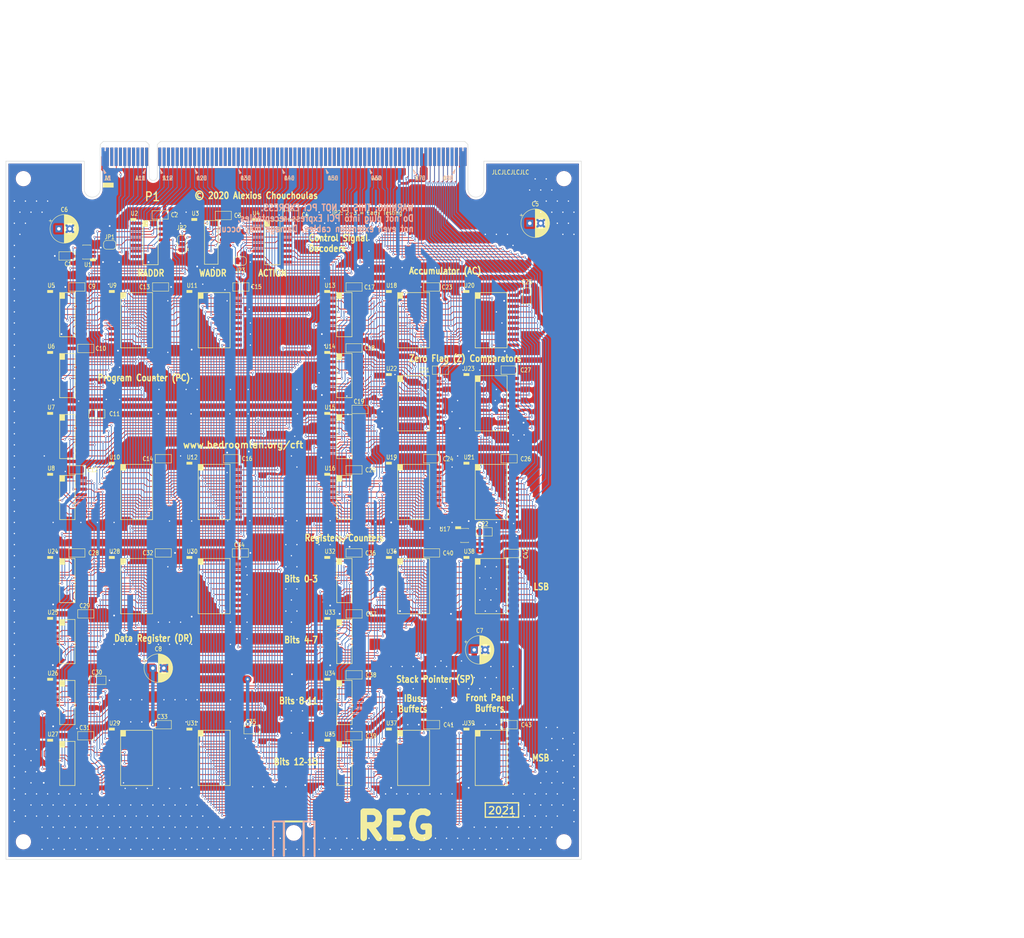
<source format=kicad_pcb>
(kicad_pcb (version 20171130) (host pcbnew 5.1.8-db9833491~87~ubuntu20.04.1)
  (title_block (title "Major Register Board") (rev 2047) (comment 1 REG) (comment 2 "Revision B (PC ~DEC~ tied high)"))
  (layers (0 F.Cu signal) (31 B.Cu signal) (34 B.Paste user) (35 F.Paste user) (36 B.SilkS user) (37 F.SilkS user) (38 B.Mask user) (39 F.Mask user) (44 Edge.Cuts user))
  (net 0 "")
  (net 1 +5V)
  (net 2 GND)
  (net 3 /~RESET)
  (net 4 /~RSTHOLD)
  (net 5 /CLK1)
  (net 6 /CLK2)
  (net 7 /CLK3)
  (net 8 /CLK4)
  (net 9 /T34)
  (net 10 /WSTB)
  (net 11 /~HALT)
  (net 12 /~WS)
  (net 13 /~ENDEXT)
  (net 14 /~MEM)
  (net 15 /~IO)
  (net 16 /~R)
  (net 17 /~IRQS)
  (net 18 /~IRQ)
  (net 19 /~SKIPEXT)
  (net 20 "/Left Edge Connector/~IRQ7")
  (net 21 "/Left Edge Connector/~IRQ6")
  (net 22 "/Left Edge Connector/~IRQ5")
  (net 23 "/Left Edge Connector/~IRQ4")
  (net 24 "/Left Edge Connector/~IRQ3")
  (net 25 "/Left Edge Connector/~IRQ2")
  (net 26 "/Left Edge Connector/~IRQ1")
  (net 27 "/Left Edge Connector/~IRQ0")
  (net 28 "/Left Edge Connector/RSVD1")
  (net 29 "/Left Edge Connector/RSVD4")
  (net 30 "/Left Edge Connector/RSVD3")
  (net 31 "/Left Edge Connector/RSVD2")
  (net 32 /~W)
  (net 33 /~IODEV3xx)
  (net 34 /~IODEV2xx)
  (net 35 /~IODEV1xx)
  (net 36 /~SYSDEV)
  (net 37 "/Left Edge Connector/AB6")
  (net 38 "/Left Edge Connector/AB7")
  (net 39 "/Left Edge Connector/DB0")
  (net 40 "/Left Edge Connector/DB1")
  (net 41 "/Left Edge Connector/DB2")
  (net 42 "/Left Edge Connector/DB3")
  (net 43 "/Left Edge Connector/DB4")
  (net 44 "/Left Edge Connector/DB5")
  (net 45 "/Left Edge Connector/DB6")
  (net 46 "/Left Edge Connector/DB7")
  (net 47 "/Left Edge Connector/AB8")
  (net 48 "/Left Edge Connector/AB9")
  (net 49 "/Left Edge Connector/AB10")
  (net 50 "/Left Edge Connector/AB11")
  (net 51 "/Left Edge Connector/AB12")
  (net 52 "/Left Edge Connector/AB13")
  (net 53 "/Left Edge Connector/AB14")
  (net 54 "/Left Edge Connector/AB15")
  (net 55 "/Left Edge Connector/AB16")
  (net 56 "/Left Edge Connector/AB17")
  (net 57 "/Left Edge Connector/AB18")
  (net 58 "/Left Edge Connector/AB19")
  (net 59 "/Left Edge Connector/AB20")
  (net 60 "/Left Edge Connector/AB21")
  (net 61 "/Left Edge Connector/AB22")
  (net 62 "/Left Edge Connector/AB23")
  (net 63 "/Left Edge Connector/DB8")
  (net 64 "/Left Edge Connector/DB9")
  (net 65 "/Left Edge Connector/DB10")
  (net 66 "/Left Edge Connector/DB11")
  (net 67 "/Left Edge Connector/DB12")
  (net 68 "/Left Edge Connector/DB13")
  (net 69 "/Left Edge Connector/DB14")
  (net 70 "/Left Edge Connector/DB15")
  (net 71 "/Left Edge Connector/AB0")
  (net 72 "/Left Edge Connector/AB1")
  (net 73 "/Left Edge Connector/AB2")
  (net 74 "/Left Edge Connector/AB3")
  (net 75 "/Left Edge Connector/AB4")
  (net 76 "/Left Edge Connector/AB5")
  (net 77 /RADDR0)
  (net 78 /RADDR1)
  (net 79 /RADDR2)
  (net 80 /RADDR3)
  (net 81 /RADDR4)
  (net 82 /WADDR0)
  (net 83 /WADDR1)
  (net 84 /WADDR2)
  (net 85 /WADDR3)
  (net 86 /WADDR4)
  (net 87 /ACTION0)
  (net 88 /ACTION1)
  (net 89 /ACTION2)
  (net 90 /ACTION3)
  (net 91 /~ACCPL)
  (net 92 /FZ)
  (net 93 /RESET)
  (net 94 "Net-(U5-Pad12)")
  (net 95 "Net-(U5-Pad13)")
  (net 96 "Net-(U6-Pad12)")
  (net 97 "Net-(U6-Pad13)")
  (net 98 "Net-(U7-Pad13)")
  (net 99 "Net-(U7-Pad12)")
  (net 100 "Net-(U8-Pad12)")
  (net 101 "Net-(U8-Pad13)")
  (net 102 "Net-(U16-Pad13)")
  (net 103 "Net-(U16-Pad12)")
  (net 104 /~FPSPL)
  (net 105 /~FPACL)
  (net 106 /~FPDRL)
  (net 107 /~FPPCL)
  (net 108 /Accumulator/FPD7)
  (net 109 /Accumulator/FPD6)
  (net 110 /PC15)
  (net 111 /Accumulator/FPD5)
  (net 112 /Accumulator/FPD4)
  (net 113 /PC13)
  (net 114 /Accumulator/FPD3)
  (net 115 /Accumulator/FPD2)
  (net 116 /Accumulator/FPD1)
  (net 117 /Accumulator/FPD0)
  (net 118 /AC14)
  (net 119 /AC15)
  (net 120 /AC13)
  (net 121 /AC12)
  (net 122 /AC11)
  (net 123 /AC10)
  (net 124 /AC9)
  (net 125 /AC8)
  (net 126 /AC7)
  (net 127 /AC6)
  (net 128 /AC5)
  (net 129 /AC4)
  (net 130 /AC3)
  (net 131 /AC2)
  (net 132 /AC1)
  (net 133 /AC0)
  (net 134 /Accumulator/IBUS15)
  (net 135 /Accumulator/IBUS14)
  (net 136 /Accumulator/IBUS13)
  (net 137 /Accumulator/IBUS12)
  (net 138 /Accumulator/IBUS11)
  (net 139 /Accumulator/IBUS10)
  (net 140 /Accumulator/IBUS9)
  (net 141 /Accumulator/IBUS8)
  (net 142 /Accumulator/IBUS7)
  (net 143 /Accumulator/IBUS6)
  (net 144 /~FPSPH)
  (net 145 /~FPACH)
  (net 146 /~FPDRH)
  (net 147 /~FPPCH)
  (net 148 /PC14)
  (net 149 /PC12)
  (net 150 /PC11)
  (net 151 /PC10)
  (net 152 /Accumulator/IBUS5)
  (net 153 /Accumulator/IBUS4)
  (net 154 /Accumulator/IBUS3)
  (net 155 /Accumulator/IBUS2)
  (net 156 /Accumulator/IBUS1)
  (net 157 /Accumulator/IBUS0)
  (net 158 /~READ-PC)
  (net 159 /~READ-DR)
  (net 160 /~READ-AC)
  (net 161 "Net-(U2-Pad11)")
  (net 162 "Net-(U2-Pad10)")
  (net 163 "Net-(U2-Pad9)")
  (net 164 "Net-(U2-Pad7)")
  (net 165 /~WRITE-PC)
  (net 166 /~WRITE-DR)
  (net 167 /~WRITE-AC)
  (net 168 /~WRITE-SP)
  (net 169 "Net-(U3-Pad11)")
  (net 170 "Net-(U3-Pad10)")
  (net 171 "Net-(U3-Pad9)")
  (net 172 "Net-(U3-Pad7)")
  (net 173 /~ACTION-INCPC)
  (net 174 /~ACTION-INCDR)
  (net 175 /~ACTION-DECDR)
  (net 176 /~ACTION-INCAC)
  (net 177 /~ACTION-DECAC)
  (net 178 /~ACTION-INCSP)
  (net 179 /~ACTION-DECSP)
  (net 180 "/Program Counter/PC1")
  (net 181 "/Program Counter/PC0")
  (net 182 "/Program Counter/PC2")
  (net 183 "/Program Counter/PC3")
  (net 184 "/Program Counter/PC5")
  (net 185 "/Program Counter/PC4")
  (net 186 "/Program Counter/PC6")
  (net 187 "/Program Counter/PC7")
  (net 188 "/Program Counter/PC8")
  (net 189 "/Program Counter/PC9")
  (net 190 "Net-(U13-Pad13)")
  (net 191 "Net-(U13-Pad12)")
  (net 192 "Net-(U14-Pad13)")
  (net 193 "Net-(U14-Pad12)")
  (net 194 "Net-(U15-Pad13)")
  (net 195 "Net-(U15-Pad12)")
  (net 196 "Net-(U22-Pad19)")
  (net 197 "Net-(U24-Pad13)")
  (net 198 "Net-(U24-Pad12)")
  (net 199 "/Data Register/Q3")
  (net 200 "/Data Register/Q2")
  (net 201 "/Data Register/Q0")
  (net 202 "/Data Register/Q1")
  (net 203 "Net-(U25-Pad13)")
  (net 204 "Net-(U25-Pad12)")
  (net 205 "/Data Register/Q7")
  (net 206 "/Data Register/Q6")
  (net 207 "/Data Register/Q4")
  (net 208 "/Data Register/Q5")
  (net 209 "Net-(U26-Pad13)")
  (net 210 "Net-(U26-Pad12)")
  (net 211 "/Data Register/Q11")
  (net 212 "/Data Register/Q10")
  (net 213 "/Data Register/Q8")
  (net 214 "/Data Register/Q9")
  (net 215 "Net-(U27-Pad13)")
  (net 216 "Net-(U27-Pad12)")
  (net 217 "/Data Register/Q15")
  (net 218 "/Data Register/Q14")
  (net 219 "/Data Register/Q12")
  (net 220 "/Data Register/Q13")
  (net 221 "Net-(U32-Pad13)")
  (net 222 "Net-(U32-Pad12)")
  (net 223 "/Stack Pointer/Q3")
  (net 224 "/Stack Pointer/Q2")
  (net 225 "/Stack Pointer/Q0")
  (net 226 "/Stack Pointer/Q1")
  (net 227 "Net-(U33-Pad13)")
  (net 228 "Net-(U33-Pad12)")
  (net 229 "/Stack Pointer/Q7")
  (net 230 "/Stack Pointer/Q6")
  (net 231 "/Stack Pointer/Q4")
  (net 232 "/Stack Pointer/Q5")
  (net 233 "Net-(U34-Pad13)")
  (net 234 "Net-(U34-Pad12)")
  (net 235 "/Stack Pointer/Q11")
  (net 236 "/Stack Pointer/Q10")
  (net 237 "/Stack Pointer/Q8")
  (net 238 "/Stack Pointer/Q9")
  (net 239 "Net-(U35-Pad13)")
  (net 240 "Net-(U35-Pad12)")
  (net 241 "/Stack Pointer/Q15")
  (net 242 "/Stack Pointer/Q14")
  (net 243 "/Stack Pointer/Q12")
  (net 244 "/Stack Pointer/Q13")
  (net 245 "/Left Edge Connector/C22")
  (net 246 "/Left Edge Connector/C10")
  (net 247 "/Left Edge Connector/C9")
  (net 248 "/Left Edge Connector/C8")
  (net 249 "/Left Edge Connector/C7")
  (net 250 "/Left Edge Connector/C21")
  (net 251 "/Left Edge Connector/C20")
  (net 252 "/Left Edge Connector/C19")
  (net 253 /~READ-SP)
  (net 254 "Net-(U4-Pad14)")
  (net 255 "Net-(JP1-Pad2)")
  (net 256 "Net-(JP3-Pad2)")
  (net 257 "Net-(P1-PadB28)")
  (net 258 "Net-(P1-PadB29)")
  (net 259 /CLK4')
  (module Jumper:SolderJumper-3_P1.3mm_Open_RoundedPad1.0x1.5mm (layer F.Cu) (at 119.634 96.266 90)
    (fp_text reference JP2 (at 3.81 0 180) (layer F.SilkS) (effects (font (size 1 0.83))))
    (fp_text value SolderJumper_3_Open)
    (pad 2 smd rect (at 0 0 90) (size 1 1.5) (layers F.Cu F.Mask) (net 259 /CLK4'))
    (pad 3 smd custom (at 1.3 0 90) (size 1 0.5) (layers F.Cu F.Mask) (net 2 GND) (options (clearance outline) (anchor rect)) (primitives (gr_circle (center 0 0.25) (end 0.5 0.25) (width 0)) (gr_circle (center 0 -0.25) (end 0.5 -0.25) (width 0)) (gr_poly (pts (xy -0.55 -0.75) (xy 0 -0.75) (xy 0 0.75) (xy -0.55 0.75)) (width 0))))
    (pad 1 smd custom (at -1.3 0 90) (size 1 0.5) (layers F.Cu F.Mask) (net 8 /CLK4) (options (clearance outline) (anchor rect)) (primitives (gr_circle (center 0 0.25) (end 0.5 0.25) (width 0)) (gr_circle (center 0 -0.25) (end 0.5 -0.25) (width 0)) (gr_poly (pts (xy 0.55 -0.75) (xy 0 -0.75) (xy 0 0.75) (xy 0.55 0.75)) (width 0))))
  )
  (module Jumper:SolderJumper-2_P1.3mm_Bridged_RoundedPad1.0x1.5mm (layer F.Cu) (at 133.0325 100.076 180)
    (fp_text reference JP3 (at 0 -2.159) (layer F.SilkS) (effects (font (size 1 0.83))))
    (fp_text value Jumper_NC_Small)
    (fp_poly (pts (xy 0.25 -0.3) (xy -0.25 -0.3) (xy -0.25 0.3) (xy 0.25 0.3)) (layer F.Cu) (width 0))
    (pad 1 smd custom (at -0.65 0 180) (size 1 0.5) (layers F.Cu F.Mask) (net 2 GND) (options (clearance outline) (anchor rect)) (primitives (gr_circle (center 0 0.25) (end 0.5 0.25) (width 0)) (gr_circle (center 0 -0.25) (end 0.5 -0.25) (width 0)) (gr_poly (pts (xy 0 -0.75) (xy 0.5 -0.75) (xy 0.5 0.75) (xy 0 0.75)) (width 0))))
    (pad 2 smd custom (at 0.65 0 180) (size 1 0.5) (layers F.Cu F.Mask) (net 256 "Net-(JP3-Pad2)") (options (clearance outline) (anchor rect)) (primitives (gr_circle (center 0 0.25) (end 0.5 0.25) (width 0)) (gr_circle (center 0 -0.25) (end 0.5 -0.25) (width 0)) (gr_poly (pts (xy 0 -0.75) (xy -0.5 -0.75) (xy -0.5 0.75) (xy 0 0.75)) (width 0))))
  )
  (module Jumper:SolderJumper-2_P1.3mm_Bridged_RoundedPad1.0x1.5mm (layer F.Cu) (at 103.124 96.393)
    (fp_text reference JP1 (at 0 -1.8) (layer F.SilkS) (effects (font (size 1 0.83))))
    (fp_text value Jumper_NC_Small)
    (fp_poly (pts (xy 0.25 -0.3) (xy -0.25 -0.3) (xy -0.25 0.3) (xy 0.25 0.3)) (layer F.Cu) (width 0))
    (pad 1 smd custom (at -0.65 0) (size 1 0.5) (layers F.Cu F.Mask) (net 2 GND) (options (clearance outline) (anchor rect)) (primitives (gr_circle (center 0 0.25) (end 0.5 0.25) (width 0)) (gr_circle (center 0 -0.25) (end 0.5 -0.25) (width 0)) (gr_poly (pts (xy 0 -0.75) (xy 0.5 -0.75) (xy 0.5 0.75) (xy 0 0.75)) (width 0))))
    (pad 2 smd custom (at 0.65 0) (size 1 0.5) (layers F.Cu F.Mask) (net 255 "Net-(JP1-Pad2)") (options (clearance outline) (anchor rect)) (primitives (gr_circle (center 0 0.25) (end 0.5 0.25) (width 0)) (gr_circle (center 0 -0.25) (end 0.5 -0.25) (width 0)) (gr_poly (pts (xy 0 -0.75) (xy -0.5 -0.75) (xy -0.5 0.75) (xy 0 0.75)) (width 0))))
  )
  (module alexios:SOIC-16 (layer F.Cu) (at 123.19 91.44)
    (fp_text reference U3 (at -1.350001 -2.25) (layer F.SilkS) (effects (font (size 1 0.83)) (justify left)))
    (fp_text value 74HC138)
    (pad 16 smd rect (at 6.466 0) (size 2.54 0.72) (layers F.Cu F.Paste F.Mask) (net 1 +5V))
    (pad 15 smd rect (at 6.466 1.27) (size 2.54 0.72) (layers F.Cu F.Paste F.Mask) (net 165 /~WRITE-PC))
    (pad 14 smd rect (at 6.466 2.54) (size 2.54 0.72) (layers F.Cu F.Paste F.Mask) (net 166 /~WRITE-DR))
    (pad 13 smd rect (at 6.466 3.81) (size 2.54 0.72) (layers F.Cu F.Paste F.Mask) (net 167 /~WRITE-AC))
    (pad 12 smd rect (at 6.466 5.08) (size 2.54 0.72) (layers F.Cu F.Paste F.Mask) (net 168 /~WRITE-SP))
    (pad 11 smd rect (at 6.466 6.35) (size 2.54 0.72) (layers F.Cu F.Paste F.Mask) (net 169 "Net-(U3-Pad11)"))
    (pad 10 smd rect (at 6.466 7.62) (size 2.54 0.72) (layers F.Cu F.Paste F.Mask) (net 170 "Net-(U3-Pad10)"))
    (pad 9 smd rect (at 6.466 8.89) (size 2.54 0.72) (layers F.Cu F.Paste F.Mask) (net 171 "Net-(U3-Pad9)"))
    (pad 8 smd rect (at 0.008 8.89) (size 2.54 0.72) (layers F.Cu F.Paste F.Mask) (net 2 GND))
    (pad 7 smd rect (at 0.008 7.62) (size 2.54 0.72) (layers F.Cu F.Paste F.Mask) (net 172 "Net-(U3-Pad7)"))
    (pad 6 smd rect (at 0.008 6.35) (size 2.54 0.72) (layers F.Cu F.Paste F.Mask) (net 85 /WADDR3))
    (pad 5 smd rect (at 0.008 5.08) (size 2.54 0.72) (layers F.Cu F.Paste F.Mask) (net 86 /WADDR4))
    (pad 4 smd rect (at 0.008 3.81) (size 2.54 0.72) (layers F.Cu F.Paste F.Mask) (net 259 /CLK4'))
    (pad 3 smd rect (at 0 2.54) (size 2.54 0.72) (layers F.Cu F.Paste F.Mask) (net 84 /WADDR2))
    (pad 2 smd rect (at 0 1.27) (size 2.54 0.72) (layers F.Cu F.Paste F.Mask) (net 83 /WADDR1))
    (pad 1 smd rect (at 0.012 0) (size 2.54 0.72) (layers F.Cu F.Paste F.Mask) (net 82 /WADDR0))
  )
  (module alexios:CFT-2019-Card-Edge (layer F.Cu) (at 101.6 76.2)
    (fp_text reference P1 (at 11.3284 9.144 180) (layer F.SilkS) (effects (font (size 2 1.75) (thickness 0.3))))
    (fp_text value CFT-2019-Bus)
    (fp_line (start 109.64 161.05) (end 109.64 1) (layer Edge.Cuts) (width 0.1))
    (fp_line (start 87.3 1) (end 109.64 1) (layer Edge.Cuts) (width 0.1))
    (fp_line (start 109.64 161.05) (end -22.25 161.05) (layer Edge.Cuts) (width 0.1))
    (fp_line (start -0.65 7.425) (end -0.65 -2.8) (layer Edge.Cuts) (width 0.1))
    (fp_line (start 0.05 -3.5) (end -0.65 -2.8) (layer Edge.Cuts) (width 0.1))
    (fp_line (start 0.05 -3.5) (end 9.85 -3.5) (layer Edge.Cuts) (width 0.1))
    (fp_line (start 9.85 -3.5) (end 10.55 -2.8) (layer Edge.Cuts) (width 0.1))
    (fp_line (start 10.55 -2.8) (end 10.55 4.5) (layer Edge.Cuts) (width 0.1))
    (fp_line (start 12.45 4.5) (end 12.45 -2.8) (layer Edge.Cuts) (width 0.1))
    (fp_line (start 13.15 -3.5) (end 12.45 -2.8) (layer Edge.Cuts) (width 0.1))
    (fp_line (start 13.15 -3.5) (end 82.95 -3.5) (layer Edge.Cuts) (width 0.1))
    (fp_line (start -4.3 1) (end -4.3 7.425) (layer Edge.Cuts) (width 0.1))
    (fp_line (start 82.95 -3.5) (end 83.65 -2.8) (layer Edge.Cuts) (width 0.1))
    (fp_line (start 83.65 7.425) (end 83.65 -2.8) (layer Edge.Cuts) (width 0.1))
    (fp_line (start 87.3 1) (end 87.3 7.425) (layer Edge.Cuts) (width 0.1))
    (fp_line (start -22.25 1) (end -4.3 1) (layer Edge.Cuts) (width 0.1))
    (fp_line (start -22.25 161.05) (end -22.25 1) (layer Edge.Cuts) (width 0.1))
    (fp_text user B60 (at 63.9 4.9 180) (layer B.SilkS) (effects (font (size 1 0.83)) (justify left mirror)))
    (fp_text user B50 (at 54 4.9 180) (layer B.SilkS) (effects (font (size 1 0.83)) (justify left mirror)))
    (fp_text user B40 (at 44 4.9 180) (layer B.SilkS) (effects (font (size 1 0.83)) (justify left mirror)))
    (fp_text user B30 (at 34 4.9 180) (layer B.SilkS) (effects (font (size 1 0.83)) (justify left mirror)))
    (fp_text user B20 (at 23.9 4.9 180) (layer B.SilkS) (effects (font (size 1 0.83)) (justify left mirror)))
    (fp_arc (start 85.475 7.425) (end 87.3 7.425) (angle 180) (layer Edge.Cuts) (width 0.1))
    (fp_arc (start -2.475 7.425) (end -4.3 7.425) (angle -180) (layer Edge.Cuts) (width 0.1))
    (fp_arc (start 11.5 4.5) (end 10.55 4.5) (angle -180) (layer Edge.Cuts) (width 0.1))
    (fp_text user B11 (at 7.2 4.9 180) (layer B.SilkS) (effects (font (size 1 0.83)) (justify right mirror)))
    (fp_text user B1 (at 1.9 4.9 180) (layer B.SilkS) (effects (font (size 1 0.83)) (justify left mirror)))
    (fp_text user A12 (at 13.6 4.9) (layer F.SilkS) (effects (font (size 1 0.83)) (justify left)))
    (fp_text user A80 (at 77.9 4.9) (layer F.SilkS) (effects (font (size 1 0.83)) (justify left)))
    (fp_text user A70 (at 71.5 4.9) (layer F.SilkS) (effects (font (size 1 0.83)) (justify left)))
    (fp_text user A60 (at 61.5 4.9) (layer F.SilkS) (effects (font (size 1 0.83)) (justify left)))
    (fp_text user A50 (at 51.5 4.9) (layer F.SilkS) (effects (font (size 1 0.83)) (justify left)))
    (fp_text user A40 (at 41.5 4.9) (layer F.SilkS) (effects (font (size 1 0.83)) (justify left)))
    (fp_text user A30 (at 31.5 4.9) (layer F.SilkS) (effects (font (size 1 0.83)) (justify left)))
    (fp_text user A20 (at 21.4 4.9) (layer F.SilkS) (effects (font (size 1 0.83)) (justify left)))
    (fp_text user A11 (at 7.3 4.9) (layer F.SilkS) (effects (font (size 1 0.83)) (justify left)))
    (fp_text user A1 (at 0.3 4.9) (layer F.SilkS) (effects (font (size 1 0.83)) (justify left)))
    (fp_text user B12 (at 16.1 4.9 180) (layer B.SilkS) (effects (font (size 1 0.83)) (justify left mirror)))
    (fp_text user B70 (at 74 4.9 180) (layer B.SilkS) (effects (font (size 1 0.83)) (justify left mirror)))
    (fp_text user B80 (at 80.4 4.9 180) (layer B.SilkS) (effects (font (size 1 0.83)) (justify left mirror)))
    (pad B3 connect rect (at 2 0 180) (size 0.7 4.2) (layers B.Cu B.Mask) (net 5 /CLK1))
    (pad B4 connect rect (at 3 0 180) (size 0.7 4.2) (layers B.Cu B.Mask) (net 6 /CLK2))
    (pad B5 connect rect (at 4 0 180) (size 0.7 4.2) (layers B.Cu B.Mask) (net 9 /T34))
    (pad B6 connect rect (at 5 0 180) (size 0.7 4.2) (layers B.Cu B.Mask) (net 3 /~RESET))
    (pad B7 connect rect (at 6 0 180) (size 0.7 4.2) (layers B.Cu B.Mask) (net 157 /Accumulator/IBUS0))
    (pad B8 connect rect (at 7 0 180) (size 0.7 4.2) (layers B.Cu B.Mask) (net 156 /Accumulator/IBUS1))
    (pad B9 connect rect (at 8 0 180) (size 0.7 4.2) (layers B.Cu B.Mask) (net 155 /Accumulator/IBUS2))
    (pad B10 connect rect (at 9 0 180) (size 0.7 4.2) (layers B.Cu B.Mask) (net 154 /Accumulator/IBUS3))
    (pad B11 connect rect (at 10 0 180) (size 0.7 4.2) (layers B.Cu B.Mask) (net 153 /Accumulator/IBUS4))
    (pad B12 connect rect (at 13 0 180) (size 0.7 4.2) (layers B.Cu B.Mask) (net 152 /Accumulator/IBUS5))
    (pad A13 connect rect (at 14 0 180) (size 0.7 4.2) (layers F.Cu F.Mask) (net 37 "/Left Edge Connector/AB6"))
    (pad A14 connect rect (at 15 0 180) (size 0.7 4.2) (layers F.Cu F.Mask) (net 38 "/Left Edge Connector/AB7"))
    (pad A15 connect rect (at 16 0 180) (size 0.7 4.2) (layers F.Cu F.Mask) (net 39 "/Left Edge Connector/DB0"))
    (pad A16 connect rect (at 17 0 180) (size 0.7 4.2) (layers F.Cu F.Mask) (net 40 "/Left Edge Connector/DB1"))
    (pad A17 connect rect (at 18 0 180) (size 0.7 4.2) (layers F.Cu F.Mask) (net 41 "/Left Edge Connector/DB2"))
    (pad A18 connect rect (at 19 0 180) (size 0.7 4.2) (layers F.Cu F.Mask) (net 42 "/Left Edge Connector/DB3"))
    (pad A19 connect rect (at 20 0 180) (size 0.7 4.2) (layers F.Cu F.Mask) (net 43 "/Left Edge Connector/DB4"))
    (pad A20 connect rect (at 21 0 180) (size 0.7 4.2) (layers F.Cu F.Mask) (net 44 "/Left Edge Connector/DB5"))
    (pad A21 connect rect (at 22 0 180) (size 0.7 4.2) (layers F.Cu F.Mask) (net 45 "/Left Edge Connector/DB6"))
    (pad A22 connect rect (at 23 0 180) (size 0.7 4.2) (layers F.Cu F.Mask) (net 46 "/Left Edge Connector/DB7"))
    (pad A23 connect rect (at 24 0 180) (size 0.7 4.2) (layers F.Cu F.Mask) (net 36 /~SYSDEV))
    (pad A24 connect rect (at 25 0 180) (size 0.7 4.2) (layers F.Cu F.Mask) (net 35 /~IODEV1xx))
    (pad A25 connect rect (at 26 0 180) (size 0.7 4.2) (layers F.Cu F.Mask) (net 34 /~IODEV2xx))
    (pad A26 connect rect (at 27 0 180) (size 0.7 4.2) (layers F.Cu F.Mask) (net 33 /~IODEV3xx))
    (pad A27 connect rect (at 28 0 180) (size 0.7 4.2) (layers F.Cu F.Mask) (net 16 /~R))
    (pad A28 connect rect (at 29 0 180) (size 0.7 4.2) (layers F.Cu F.Mask) (net 32 /~W))
    (pad A29 connect rect (at 30 0 180) (size 0.7 4.2) (layers F.Cu F.Mask) (net 31 "/Left Edge Connector/RSVD2"))
    (pad A30 connect rect (at 31 0 180) (size 0.7 4.2) (layers F.Cu F.Mask) (net 30 "/Left Edge Connector/RSVD3"))
    (pad A31 connect rect (at 32 0 180) (size 0.7 4.2) (layers F.Cu F.Mask) (net 29 "/Left Edge Connector/RSVD4"))
    (pad A32 connect rect (at 33 0 180) (size 0.7 4.2) (layers F.Cu F.Mask) (net 13 /~ENDEXT))
    (pad A33 connect rect (at 34 0 180) (size 0.7 4.2) (layers F.Cu F.Mask) (net 19 /~SKIPEXT))
    (pad A34 connect rect (at 35 0 180) (size 0.7 4.2) (layers F.Cu F.Mask) (net 47 "/Left Edge Connector/AB8"))
    (pad A35 connect rect (at 36 0 180) (size 0.7 4.2) (layers F.Cu F.Mask) (net 48 "/Left Edge Connector/AB9"))
    (pad A36 connect rect (at 37 0 180) (size 0.7 4.2) (layers F.Cu F.Mask) (net 49 "/Left Edge Connector/AB10"))
    (pad A37 connect rect (at 38 0 180) (size 0.7 4.2) (layers F.Cu F.Mask) (net 50 "/Left Edge Connector/AB11"))
    (pad A38 connect rect (at 39 0 180) (size 0.7 4.2) (layers F.Cu F.Mask) (net 51 "/Left Edge Connector/AB12"))
    (pad A39 connect rect (at 40 0 180) (size 0.7 4.2) (layers F.Cu F.Mask) (net 52 "/Left Edge Connector/AB13"))
    (pad A40 connect rect (at 41 0 180) (size 0.7 4.2) (layers F.Cu F.Mask) (net 53 "/Left Edge Connector/AB14"))
    (pad A41 connect rect (at 42 0 180) (size 0.7 4.2) (layers F.Cu F.Mask) (net 54 "/Left Edge Connector/AB15"))
    (pad A42 connect rect (at 43 0 180) (size 0.7 4.2) (layers F.Cu F.Mask) (net 55 "/Left Edge Connector/AB16"))
    (pad A43 connect rect (at 44 0 180) (size 0.7 4.2) (layers F.Cu F.Mask) (net 56 "/Left Edge Connector/AB17"))
    (pad A44 connect rect (at 45 0 180) (size 0.7 4.2) (layers F.Cu F.Mask) (net 57 "/Left Edge Connector/AB18"))
    (pad A45 connect rect (at 46 0 180) (size 0.7 4.2) (layers F.Cu F.Mask) (net 58 "/Left Edge Connector/AB19"))
    (pad A46 connect rect (at 47 0 180) (size 0.7 4.2) (layers F.Cu F.Mask) (net 59 "/Left Edge Connector/AB20"))
    (pad A47 connect rect (at 48 0 180) (size 0.7 4.2) (layers F.Cu F.Mask) (net 60 "/Left Edge Connector/AB21"))
    (pad A48 connect rect (at 49 0 180) (size 0.7 4.2) (layers F.Cu F.Mask) (net 61 "/Left Edge Connector/AB22"))
    (pad A49 connect rect (at 50 0 180) (size 0.7 4.2) (layers F.Cu F.Mask) (net 62 "/Left Edge Connector/AB23"))
    (pad A50 connect rect (at 51 0 180) (size 0.7 4.2) (layers F.Cu F.Mask) (net 28 "/Left Edge Connector/RSVD1"))
    (pad A51 connect rect (at 52 0 180) (size 0.7 4.2) (layers F.Cu F.Mask) (net 27 "/Left Edge Connector/~IRQ0"))
    (pad A52 connect rect (at 53 0 180) (size 0.7 4.2) (layers F.Cu F.Mask) (net 26 "/Left Edge Connector/~IRQ1"))
    (pad A53 connect rect (at 54 0 180) (size 0.7 4.2) (layers F.Cu F.Mask) (net 25 "/Left Edge Connector/~IRQ2"))
    (pad A54 connect rect (at 55 0 180) (size 0.7 4.2) (layers F.Cu F.Mask) (net 24 "/Left Edge Connector/~IRQ3"))
    (pad A55 connect rect (at 56 0 180) (size 0.7 4.2) (layers F.Cu F.Mask) (net 23 "/Left Edge Connector/~IRQ4"))
    (pad A56 connect rect (at 57 0 180) (size 0.7 4.2) (layers F.Cu F.Mask) (net 63 "/Left Edge Connector/DB8"))
    (pad A57 connect rect (at 58 0 180) (size 0.7 4.2) (layers F.Cu F.Mask) (net 64 "/Left Edge Connector/DB9"))
    (pad A58 connect rect (at 59 0 180) (size 0.7 4.2) (layers F.Cu F.Mask) (net 65 "/Left Edge Connector/DB10"))
    (pad A59 connect rect (at 60 0 180) (size 0.7 4.2) (layers F.Cu F.Mask) (net 66 "/Left Edge Connector/DB11"))
    (pad A60 connect rect (at 61 0 180) (size 0.7 4.2) (layers F.Cu F.Mask) (net 67 "/Left Edge Connector/DB12"))
    (pad A61 connect rect (at 62 0 180) (size 0.7 4.2) (layers F.Cu F.Mask) (net 68 "/Left Edge Connector/DB13"))
    (pad A62 connect rect (at 63 0 180) (size 0.7 4.2) (layers F.Cu F.Mask) (net 69 "/Left Edge Connector/DB14"))
    (pad A63 connect rect (at 64 0 180) (size 0.7 4.2) (layers F.Cu F.Mask) (net 70 "/Left Edge Connector/DB15"))
    (pad A64 connect rect (at 65 0 180) (size 0.7 4.2) (layers F.Cu F.Mask) (net 252 "/Left Edge Connector/C19"))
    (pad A65 connect rect (at 66 0 180) (size 0.7 4.2) (layers F.Cu F.Mask) (net 251 "/Left Edge Connector/C20"))
    (pad A66 connect rect (at 67 0 180) (size 0.7 4.2) (layers F.Cu F.Mask) (net 250 "/Left Edge Connector/C21"))
    (pad A6 connect rect (at 5 0 180) (size 0.7 4.2) (layers F.Cu F.Mask) (net 4 /~RSTHOLD))
    (pad A7 connect rect (at 6 0 180) (size 0.7 4.2) (layers F.Cu F.Mask) (net 71 "/Left Edge Connector/AB0"))
    (pad A8 connect rect (at 7 0 180) (size 0.7 4.2) (layers F.Cu F.Mask) (net 72 "/Left Edge Connector/AB1"))
    (pad A9 connect rect (at 8 0 180) (size 0.7 4.2) (layers F.Cu F.Mask) (net 73 "/Left Edge Connector/AB2"))
    (pad A10 connect rect (at 9 0 180) (size 0.7 4.2) (layers F.Cu F.Mask) (net 74 "/Left Edge Connector/AB3"))
    (pad A11 connect rect (at 10 0 180) (size 0.7 4.2) (layers F.Cu F.Mask) (net 75 "/Left Edge Connector/AB4"))
    (pad A12 connect rect (at 13 0 180) (size 0.7 4.2) (layers F.Cu F.Mask) (net 76 "/Left Edge Connector/AB5"))
    (pad B1 connect rect (at 0 0 180) (size 0.7 4.2) (layers B.Cu B.Mask) (net 2 GND))
    (pad B2 connect rect (at 1 0 180) (size 0.7 4.2) (layers B.Cu B.Mask) (net 2 GND))
    (pad A1 connect rect (at 0 0 180) (size 0.7 4.2) (layers F.Cu F.Mask) (net 1 +5V))
    (pad A2 connect rect (at 1 0 180) (size 0.7 4.2) (layers F.Cu F.Mask) (net 1 +5V))
    (pad A3 connect rect (at 2 0 180) (size 0.7 4.2) (layers F.Cu F.Mask) (net 7 /CLK3))
    (pad A4 connect rect (at 3 0 180) (size 0.7 4.2) (layers F.Cu F.Mask) (net 8 /CLK4))
    (pad A5 connect rect (at 4 0 180) (size 0.7 4.2) (layers F.Cu F.Mask) (net 10 /WSTB))
    (pad A67 connect rect (at 68 0 180) (size 0.7 4.2) (layers F.Cu F.Mask) (net 22 "/Left Edge Connector/~IRQ5"))
    (pad A68 connect rect (at 69 0 180) (size 0.7 4.2) (layers F.Cu F.Mask) (net 21 "/Left Edge Connector/~IRQ6"))
    (pad A69 connect rect (at 70 0 180) (size 0.7 4.2) (layers F.Cu F.Mask) (net 133 /AC0))
    (pad A70 connect rect (at 71 0 180) (size 0.7 4.2) (layers F.Cu F.Mask) (net 20 "/Left Edge Connector/~IRQ7"))
    (pad A71 connect rect (at 72 0 180) (size 0.7 4.2) (layers F.Cu F.Mask) (net 131 /AC2))
    (pad A72 connect rect (at 73 0 180) (size 0.7 4.2) (layers F.Cu F.Mask) (net 2 GND))
    (pad A73 connect rect (at 74 0 180) (size 0.7 4.2) (layers F.Cu F.Mask) (net 2 GND))
    (pad A74 connect rect (at 75 0 180) (size 0.7 4.2) (layers F.Cu F.Mask) (net 129 /AC4))
    (pad A75 connect rect (at 76 0 180) (size 0.7 4.2) (layers F.Cu F.Mask) (net 127 /AC6))
    (pad A76 connect rect (at 77 0 180) (size 0.7 4.2) (layers F.Cu F.Mask) (net 125 /AC8))
    (pad A77 connect rect (at 78 0 180) (size 0.7 4.2) (layers F.Cu F.Mask) (net 123 /AC10))
    (pad A78 connect rect (at 79 0 180) (size 0.7 4.2) (layers F.Cu F.Mask) (net 121 /AC12))
    (pad A79 connect rect (at 80 0 180) (size 0.7 4.2) (layers F.Cu F.Mask) (net 118 /AC14))
    (pad A80 connect rect (at 81 0 180) (size 0.7 4.2) (layers F.Cu F.Mask) (net 92 /FZ))
    (pad A81 connect rect (at 82 0 180) (size 0.7 4.2) (layers F.Cu F.Mask) (net 1 +5V))
    (pad A82 connect rect (at 83 0 180) (size 0.7 4.2) (layers F.Cu F.Mask) (net 1 +5V))
    (pad B13 connect rect (at 14 0 180) (size 0.7 4.2) (layers B.Cu B.Mask) (net 143 /Accumulator/IBUS6))
    (pad B14 connect rect (at 15 0 180) (size 0.7 4.2) (layers B.Cu B.Mask) (net 142 /Accumulator/IBUS7))
    (pad B15 connect rect (at 16 0 180) (size 0.7 4.2) (layers B.Cu B.Mask) (net 77 /RADDR0))
    (pad B16 connect rect (at 17 0 180) (size 0.7 4.2) (layers B.Cu B.Mask) (net 78 /RADDR1))
    (pad B17 connect rect (at 18 0 180) (size 0.7 4.2) (layers B.Cu B.Mask) (net 79 /RADDR2))
    (pad B18 connect rect (at 19 0 180) (size 0.7 4.2) (layers B.Cu B.Mask) (net 80 /RADDR3))
    (pad B19 connect rect (at 20 0 180) (size 0.7 4.2) (layers B.Cu B.Mask) (net 81 /RADDR4))
    (pad B20 connect rect (at 21 0 180) (size 0.7 4.2) (layers B.Cu B.Mask) (net 82 /WADDR0))
    (pad B21 connect rect (at 22 0 180) (size 0.7 4.2) (layers B.Cu B.Mask) (net 83 /WADDR1))
    (pad B22 connect rect (at 23 0 180) (size 0.7 4.2) (layers B.Cu B.Mask) (net 84 /WADDR2))
    (pad B23 connect rect (at 24 0 180) (size 0.7 4.2) (layers B.Cu B.Mask) (net 85 /WADDR3))
    (pad B24 connect rect (at 25 0 180) (size 0.7 4.2) (layers B.Cu B.Mask) (net 86 /WADDR4))
    (pad B25 connect rect (at 26 0 180) (size 0.7 4.2) (layers B.Cu B.Mask) (net 14 /~MEM))
    (pad B26 connect rect (at 27 0 180) (size 0.7 4.2) (layers B.Cu B.Mask) (net 15 /~IO))
    (pad B27 connect rect (at 28 0 180) (size 0.7 4.2) (layers B.Cu B.Mask) (net 12 /~WS))
    (pad B28 connect rect (at 29 0 180) (size 0.7 4.2) (layers B.Cu B.Mask) (net 257 "Net-(P1-PadB28)"))
    (pad B29 connect rect (at 30 0 180) (size 0.7 4.2) (layers B.Cu B.Mask) (net 258 "Net-(P1-PadB29)"))
    (pad B30 connect rect (at 31 0 180) (size 0.7 4.2) (layers B.Cu B.Mask) (net 87 /ACTION0))
    (pad B31 connect rect (at 32 0 180) (size 0.7 4.2) (layers B.Cu B.Mask) (net 88 /ACTION1))
    (pad B32 connect rect (at 33 0 180) (size 0.7 4.2) (layers B.Cu B.Mask) (net 89 /ACTION2))
    (pad B33 connect rect (at 34 0 180) (size 0.7 4.2) (layers B.Cu B.Mask) (net 90 /ACTION3))
    (pad B34 connect rect (at 35 0 180) (size 0.7 4.2) (layers B.Cu B.Mask) (net 141 /Accumulator/IBUS8))
    (pad B35 connect rect (at 36 0 180) (size 0.7 4.2) (layers B.Cu B.Mask) (net 140 /Accumulator/IBUS9))
    (pad B36 connect rect (at 37 0 180) (size 0.7 4.2) (layers B.Cu B.Mask) (net 139 /Accumulator/IBUS10))
    (pad B37 connect rect (at 38 0 180) (size 0.7 4.2) (layers B.Cu B.Mask) (net 138 /Accumulator/IBUS11))
    (pad B38 connect rect (at 39 0 180) (size 0.7 4.2) (layers B.Cu B.Mask) (net 137 /Accumulator/IBUS12))
    (pad B39 connect rect (at 40 0 180) (size 0.7 4.2) (layers B.Cu B.Mask) (net 136 /Accumulator/IBUS13))
    (pad B40 connect rect (at 41 0 180) (size 0.7 4.2) (layers B.Cu B.Mask) (net 135 /Accumulator/IBUS14))
    (pad B41 connect rect (at 42 0 180) (size 0.7 4.2) (layers B.Cu B.Mask) (net 134 /Accumulator/IBUS15))
    (pad B42 connect rect (at 43 0 180) (size 0.7 4.2) (layers B.Cu B.Mask) (net 18 /~IRQ))
    (pad B43 connect rect (at 44 0 180) (size 0.7 4.2) (layers B.Cu B.Mask) (net 17 /~IRQS))
    (pad B44 connect rect (at 45 0 180) (size 0.7 4.2) (layers B.Cu B.Mask) (net 151 /PC10))
    (pad B45 connect rect (at 46 0 180) (size 0.7 4.2) (layers B.Cu B.Mask) (net 150 /PC11))
    (pad B46 connect rect (at 47 0 180) (size 0.7 4.2) (layers B.Cu B.Mask) (net 149 /PC12))
    (pad B47 connect rect (at 48 0 180) (size 0.7 4.2) (layers B.Cu B.Mask) (net 113 /PC13))
    (pad B48 connect rect (at 49 0 180) (size 0.7 4.2) (layers B.Cu B.Mask) (net 148 /PC14))
    (pad B49 connect rect (at 50 0 180) (size 0.7 4.2) (layers B.Cu B.Mask) (net 110 /PC15))
    (pad B50 connect rect (at 51 0 180) (size 0.7 4.2) (layers B.Cu B.Mask) (net 249 "/Left Edge Connector/C7"))
    (pad B51 connect rect (at 52 0 180) (size 0.7 4.2) (layers B.Cu B.Mask) (net 248 "/Left Edge Connector/C8"))
    (pad B52 connect rect (at 53 0 180) (size 0.7 4.2) (layers B.Cu B.Mask) (net 247 "/Left Edge Connector/C9"))
    (pad B53 connect rect (at 54 0 180) (size 0.7 4.2) (layers B.Cu B.Mask) (net 246 "/Left Edge Connector/C10"))
    (pad B54 connect rect (at 55 0 180) (size 0.7 4.2) (layers B.Cu B.Mask) (net 147 /~FPPCH))
    (pad B55 connect rect (at 56 0 180) (size 0.7 4.2) (layers B.Cu B.Mask) (net 107 /~FPPCL))
    (pad B56 connect rect (at 57 0 180) (size 0.7 4.2) (layers B.Cu B.Mask) (net 146 /~FPDRH))
    (pad B57 connect rect (at 58 0 180) (size 0.7 4.2) (layers B.Cu B.Mask) (net 106 /~FPDRL))
    (pad B58 connect rect (at 59 0 180) (size 0.7 4.2) (layers B.Cu B.Mask) (net 105 /~FPACL))
    (pad B59 connect rect (at 60 0 180) (size 0.7 4.2) (layers B.Cu B.Mask) (net 145 /~FPACH))
    (pad B60 connect rect (at 61 0 180) (size 0.7 4.2) (layers B.Cu B.Mask) (net 11 /~HALT))
    (pad B61 connect rect (at 62 0 180) (size 0.7 4.2) (layers B.Cu B.Mask) (net 104 /~FPSPL))
    (pad B62 connect rect (at 63 0 180) (size 0.7 4.2) (layers B.Cu B.Mask) (net 144 /~FPSPH))
    (pad B63 connect rect (at 64 0 180) (size 0.7 4.2) (layers B.Cu B.Mask) (net 117 /Accumulator/FPD0))
    (pad B64 connect rect (at 65 0 180) (size 0.7 4.2) (layers B.Cu B.Mask) (net 116 /Accumulator/FPD1))
    (pad B65 connect rect (at 66 0 180) (size 0.7 4.2) (layers B.Cu B.Mask) (net 115 /Accumulator/FPD2))
    (pad B66 connect rect (at 67 0 180) (size 0.7 4.2) (layers B.Cu B.Mask) (net 114 /Accumulator/FPD3))
    (pad B67 connect rect (at 68 0 180) (size 0.7 4.2) (layers B.Cu B.Mask) (net 245 "/Left Edge Connector/C22"))
    (pad B68 connect rect (at 69 0 180) (size 0.7 4.2) (layers B.Cu B.Mask) (net 112 /Accumulator/FPD4))
    (pad B69 connect rect (at 70 0 180) (size 0.7 4.2) (layers B.Cu B.Mask) (net 111 /Accumulator/FPD5))
    (pad B70 connect rect (at 71 0 180) (size 0.7 4.2) (layers B.Cu B.Mask) (net 132 /AC1))
    (pad B71 connect rect (at 72 0 180) (size 0.7 4.2) (layers B.Cu B.Mask) (net 130 /AC3))
    (pad B72 connect rect (at 73 0 180) (size 0.7 4.2) (layers B.Cu B.Mask) (net 109 /Accumulator/FPD6))
    (pad B73 connect rect (at 74 0 180) (size 0.7 4.2) (layers B.Cu B.Mask) (net 108 /Accumulator/FPD7))
    (pad B74 connect rect (at 75 0 180) (size 0.7 4.2) (layers B.Cu B.Mask) (net 128 /AC5))
    (pad B75 connect rect (at 76 0 180) (size 0.7 4.2) (layers B.Cu B.Mask) (net 126 /AC7))
    (pad B76 connect rect (at 77 0 180) (size 0.7 4.2) (layers B.Cu B.Mask) (net 124 /AC9))
    (pad B77 connect rect (at 78 0 180) (size 0.7 4.2) (layers B.Cu B.Mask) (net 122 /AC11))
    (pad B78 connect rect (at 79 0 180) (size 0.7 4.2) (layers B.Cu B.Mask) (net 120 /AC13))
    (pad B79 connect rect (at 80 0 180) (size 0.7 4.2) (layers B.Cu B.Mask) (net 119 /AC15))
    (pad B80 connect rect (at 81 0 180) (size 0.7 4.2) (layers B.Cu B.Mask) (net 91 /~ACCPL))
    (pad B81 connect rect (at 82 0 180) (size 0.7 4.2) (layers B.Cu B.Mask) (net 2 GND))
    (pad B82 connect rect (at 83 0 180) (size 0.7 4.2) (layers B.Cu B.Mask) (net 2 GND))
  )
  (module alexios:SMD_0805_2012Metric_Pad1.15x1.40mm_HandSolder (layer F.Cu) (at 194.7 206.375 180)
    (fp_text reference C43 (at -3.937 -0.0508) (layer F.SilkS) (effects (font (size 1 0.83))))
    (fp_text value 100nF)
    (pad 2 smd roundrect (at 1.025 0 180) (size 1.15 1.4) (layers F.Cu F.Paste F.Mask) (roundrect_rratio 0.217391) (net 2 GND))
    (pad 1 smd roundrect (at -1.025 0 180) (size 1.15 1.4) (layers F.Cu F.Paste F.Mask) (roundrect_rratio 0.217391) (net 1 +5V))
  )
  (module alexios:SMD_0805_2012Metric_Pad1.15x1.40mm_HandSolder (layer F.Cu) (at 135.763 207.518)
    (fp_text reference C35 (at -0.254 -1.8288) (layer F.SilkS) (effects (font (size 1 0.83))))
    (fp_text value 100nF)
    (pad 2 smd roundrect (at 1.025 0) (size 1.15 1.4) (layers F.Cu F.Paste F.Mask) (roundrect_rratio 0.217391) (net 2 GND))
    (pad 1 smd roundrect (at -1.025 0) (size 1.15 1.4) (layers F.Cu F.Paste F.Mask) (roundrect_rratio 0.217391) (net 1 +5V))
  )
  (module alexios:SMD_0805_2012Metric_Pad1.15x1.40mm_HandSolder (layer F.Cu) (at 195.326 167.132 180)
    (fp_text reference C42 (at -3.175 0 270) (layer F.SilkS) (effects (font (size 1 0.83))))
    (fp_text value 100nF)
    (pad 2 smd roundrect (at 1.025 0 180) (size 1.15 1.4) (layers F.Cu F.Paste F.Mask) (roundrect_rratio 0.217) (net 2 GND))
    (pad 1 smd roundrect (at -1.025 0 180) (size 1.15 1.4) (layers F.Cu F.Paste F.Mask) (roundrect_rratio 0.217391) (net 1 +5V))
  )
  (module alexios:SMD_0805_2012Metric_Pad1.15x1.40mm_HandSolder (layer F.Cu) (at 176.902 206.375 180)
    (fp_text reference C41 (at -3.937 -0.0508) (layer F.SilkS) (effects (font (size 1 0.83))))
    (fp_text value 100nF)
    (pad 2 smd roundrect (at 1.025 0 180) (size 1.15 1.4) (layers F.Cu F.Paste F.Mask) (roundrect_rratio 0.217) (net 2 GND))
    (pad 1 smd roundrect (at -1.025 0 180) (size 1.15 1.4) (layers F.Cu F.Paste F.Mask) (roundrect_rratio 0.217391) (net 1 +5V))
  )
  (module alexios:SMD_0805_2012Metric_Pad1.15x1.40mm_HandSolder (layer F.Cu) (at 176.902 167.005 180)
    (fp_text reference C40 (at -3.81 -0.0508) (layer F.SilkS) (effects (font (size 1 0.83))))
    (fp_text value 100nF)
    (pad 2 smd roundrect (at 1.025 0 180) (size 1.15 1.4) (layers F.Cu F.Paste F.Mask) (roundrect_rratio 0.217) (net 2 GND))
    (pad 1 smd roundrect (at -1.025 0 180) (size 1.15 1.4) (layers F.Cu F.Paste F.Mask) (roundrect_rratio 0.217391) (net 1 +5V))
  )
  (module alexios:SMD_0805_2012Metric_Pad1.15x1.40mm_HandSolder (layer F.Cu) (at 159.122 208.915 180)
    (fp_text reference C39 (at -3.937 -0.0508) (layer F.SilkS) (effects (font (size 1 0.83))))
    (fp_text value 100nF)
    (pad 2 smd roundrect (at 1.025 0 180) (size 1.15 1.4) (layers F.Cu F.Paste F.Mask) (roundrect_rratio 0.217) (net 2 GND))
    (pad 1 smd roundrect (at -1.025 0 180) (size 1.15 1.4) (layers F.Cu F.Paste F.Mask) (roundrect_rratio 0.217391) (net 1 +5V))
  )
  (module alexios:SMD_0805_2012Metric_Pad1.15x1.40mm_HandSolder (layer F.Cu) (at 159.131 194.945 180)
    (fp_text reference C38 (at -3.937 -0.0508) (layer F.SilkS) (effects (font (size 1 0.83))))
    (fp_text value 100nF)
    (pad 2 smd roundrect (at 1.025 0 180) (size 1.15 1.4) (layers F.Cu F.Paste F.Mask) (roundrect_rratio 0.217) (net 2 GND))
    (pad 1 smd roundrect (at -1.025 0 180) (size 1.15 1.4) (layers F.Cu F.Paste F.Mask) (roundrect_rratio 0.217391) (net 1 +5V))
  )
  (module alexios:SMD_0805_2012Metric_Pad1.15x1.40mm_HandSolder (layer F.Cu) (at 159.131 180.975 180)
    (fp_text reference C37 (at -3.937 -0.0508) (layer F.SilkS) (effects (font (size 1 0.83))))
    (fp_text value 100nF)
    (pad 2 smd roundrect (at 1.025 0 180) (size 1.15 1.4) (layers F.Cu F.Paste F.Mask) (roundrect_rratio 0.217) (net 2 GND))
    (pad 1 smd roundrect (at -1.025 0 180) (size 1.15 1.4) (layers F.Cu F.Paste F.Mask) (roundrect_rratio 0.217391) (net 1 +5V))
  )
  (module alexios:SMD_0805_2012Metric_Pad1.15x1.40mm_HandSolder (layer F.Cu) (at 159.131 167.005 180)
    (fp_text reference C36 (at -3.81 -0.0508) (layer F.SilkS) (effects (font (size 1 0.83))))
    (fp_text value 100nF)
    (pad 2 smd roundrect (at 1.025 0 180) (size 1.15 1.4) (layers F.Cu F.Paste F.Mask) (roundrect_rratio 0.217) (net 2 GND))
    (pad 1 smd roundrect (at -1.025 0 180) (size 1.15 1.4) (layers F.Cu F.Paste F.Mask) (roundrect_rratio 0.217) (net 1 +5V))
  )
  (module alexios:SMD_0805_2012Metric_Pad1.15x1.40mm_HandSolder (layer F.Cu) (at 133.105 167.005)
    (fp_text reference C34 (at -0.254 -1.8288) (layer F.SilkS) (effects (font (size 1 0.83))))
    (fp_text value 100nF)
    (pad 2 smd roundrect (at 1.025 0) (size 1.15 1.4) (layers F.Cu F.Paste F.Mask) (roundrect_rratio 0.217) (net 2 GND))
    (pad 1 smd roundrect (at -1.025 0) (size 1.15 1.4) (layers F.Cu F.Paste F.Mask) (roundrect_rratio 0.217391) (net 1 +5V))
  )
  (module alexios:SMD_0805_2012Metric_Pad1.15x1.40mm_HandSolder (layer F.Cu) (at 115.443 206.375)
    (fp_text reference C33 (at -0.254 -1.8288) (layer F.SilkS) (effects (font (size 1 0.83))))
    (fp_text value 100nF)
    (pad 2 smd roundrect (at 1.025 0) (size 1.15 1.4) (layers F.Cu F.Paste F.Mask) (roundrect_rratio 0.217391) (net 2 GND))
    (pad 1 smd roundrect (at -1.025 0) (size 1.15 1.4) (layers F.Cu F.Paste F.Mask) (roundrect_rratio 0.217391) (net 1 +5V))
  )
  (module alexios:SMD_0805_2012Metric_Pad1.15x1.40mm_HandSolder (layer F.Cu) (at 115.429 167.005)
    (fp_text reference C32 (at -3.542 0) (layer F.SilkS) (effects (font (size 1 0.83))))
    (fp_text value 100nF)
    (pad 2 smd roundrect (at 1.025 0) (size 1.15 1.4) (layers F.Cu F.Paste F.Mask) (roundrect_rratio 0.217) (net 2 GND))
    (pad 1 smd roundrect (at -1.025 0) (size 1.15 1.4) (layers F.Cu F.Paste F.Mask) (roundrect_rratio 0.217391) (net 1 +5V))
  )
  (module alexios:SMD_0805_2012Metric_Pad1.15x1.40mm_HandSolder (layer F.Cu) (at 97.649 208.915)
    (fp_text reference C31 (at -0.254 -1.8288) (layer F.SilkS) (effects (font (size 1 0.83))))
    (fp_text value 100nF)
    (pad 2 smd roundrect (at 1.025 0) (size 1.15 1.4) (layers F.Cu F.Paste F.Mask) (roundrect_rratio 0.217391) (net 2 GND))
    (pad 1 smd roundrect (at -1.025 0) (size 1.15 1.4) (layers F.Cu F.Paste F.Mask) (roundrect_rratio 0.217391) (net 1 +5V))
  )
  (module alexios:SMD_0805_2012Metric_Pad1.15x1.40mm_HandSolder (layer F.Cu) (at 100.457 196.215)
    (fp_text reference C30 (at -0.254 -1.8288) (layer F.SilkS) (effects (font (size 1 0.83))))
    (fp_text value 100nF)
    (pad 2 smd roundrect (at 1.025 0) (size 1.15 1.4) (layers F.Cu F.Paste F.Mask) (roundrect_rratio 0.217) (net 2 GND))
    (pad 1 smd roundrect (at -1.025 0) (size 1.15 1.4) (layers F.Cu F.Paste F.Mask) (roundrect_rratio 0.217391) (net 1 +5V))
  )
  (module alexios:SMD_0805_2012Metric_Pad1.15x1.40mm_HandSolder (layer F.Cu) (at 97.663 180.975)
    (fp_text reference C29 (at -0.254 -1.8288) (layer F.SilkS) (effects (font (size 1 0.83))))
    (fp_text value 100nF)
    (pad 2 smd roundrect (at 1.025 0) (size 1.15 1.4) (layers F.Cu F.Paste F.Mask) (roundrect_rratio 0.217) (net 2 GND))
    (pad 1 smd roundrect (at -1.025 0) (size 1.15 1.4) (layers F.Cu F.Paste F.Mask) (roundrect_rratio 0.217391) (net 1 +5V))
  )
  (module alexios:SMD_0805_2012Metric_Pad1.15x1.40mm_HandSolder (layer F.Cu) (at 95.599 167.005 180)
    (fp_text reference C28 (at -3.842 0) (layer F.SilkS) (effects (font (size 1 0.83))))
    (fp_text value 100nF)
    (pad 2 smd roundrect (at 1.025 0 180) (size 1.15 1.4) (layers F.Cu F.Paste F.Mask) (roundrect_rratio 0.217) (net 2 GND))
    (pad 1 smd roundrect (at -1.025 0 180) (size 1.15 1.4) (layers F.Cu F.Paste F.Mask) (roundrect_rratio 0.217391) (net 1 +5V))
  )
  (module alexios:SMD_0805_2012Metric_Pad1.15x1.40mm_HandSolder (layer F.Cu) (at 194.682 125.095 180)
    (fp_text reference C27 (at -3.819 0) (layer F.SilkS) (effects (font (size 1 0.83))))
    (fp_text value 100nF)
    (pad 2 smd roundrect (at 1.025 0 180) (size 1.15 1.4) (layers F.Cu F.Paste F.Mask) (roundrect_rratio 0.217) (net 2 GND))
    (pad 1 smd roundrect (at -1.025 0 180) (size 1.15 1.4) (layers F.Cu F.Paste F.Mask) (roundrect_rratio 0.217391) (net 1 +5V))
  )
  (module alexios:SMD_0805_2012Metric_Pad1.15x1.40mm_HandSolder (layer F.Cu) (at 194.682 145.415 180)
    (fp_text reference C26 (at -3.81 -0.0508) (layer F.SilkS) (effects (font (size 1 0.83))))
    (fp_text value 100nF)
    (pad 2 smd roundrect (at 1.025 0 180) (size 1.15 1.4) (layers F.Cu F.Paste F.Mask) (roundrect_rratio 0.217) (net 2 GND))
    (pad 1 smd roundrect (at -1.025 0 180) (size 1.15 1.4) (layers F.Cu F.Paste F.Mask) (roundrect_rratio 0.217391) (net 1 +5V))
  )
  (module alexios:SMD_0805_2012Metric_Pad1.15x1.40mm_HandSolder (layer F.Cu) (at 198.755 108.086 270)
    (fp_text reference C25 (at -3.184 0 180) (layer F.SilkS) (effects (font (size 1 0.83))))
    (fp_text value 100nF)
    (pad 2 smd roundrect (at 1.025 0 270) (size 1.15 1.4) (layers F.Cu F.Paste F.Mask) (roundrect_rratio 0.217) (net 2 GND))
    (pad 1 smd roundrect (at -1.025 0 270) (size 1.15 1.4) (layers F.Cu F.Paste F.Mask) (roundrect_rratio 0.217391) (net 1 +5V))
  )
  (module alexios:SMD_0805_2012Metric_Pad1.15x1.40mm_HandSolder (layer F.Cu) (at 176.902 145.415 180)
    (fp_text reference C24 (at -3.81 -0.0508) (layer F.SilkS) (effects (font (size 1 0.83))))
    (fp_text value 100nF)
    (pad 2 smd roundrect (at 1.025 0 180) (size 1.15 1.4) (layers F.Cu F.Paste F.Mask) (roundrect_rratio 0.217) (net 2 GND))
    (pad 1 smd roundrect (at -1.025 0 180) (size 1.15 1.4) (layers F.Cu F.Paste F.Mask) (roundrect_rratio 0.217391) (net 1 +5V))
  )
  (module alexios:SMD_0805_2012Metric_Pad1.15x1.40mm_HandSolder (layer F.Cu) (at 176.902 106.045 180)
    (fp_text reference C23 (at -3.556 -0.0508) (layer F.SilkS) (effects (font (size 1 0.83))))
    (fp_text value 100nF)
    (pad 2 smd roundrect (at 1.025 0 180) (size 1.15 1.4) (layers F.Cu F.Paste F.Mask) (roundrect_rratio 0.217) (net 2 GND))
    (pad 1 smd roundrect (at -1.025 0 180) (size 1.15 1.4) (layers F.Cu F.Paste F.Mask) (roundrect_rratio 0.217391) (net 1 +5V))
  )
  (module alexios:SMD_0805_2012Metric_Pad1.15x1.40mm_HandSolder (layer F.Cu) (at 188.985 162.179)
    (fp_text reference C22 (at -0.254 -1.8288) (layer F.SilkS) (effects (font (size 1 0.83))))
    (fp_text value 100nF)
    (pad 2 smd roundrect (at 1.025 0) (size 1.15 1.4) (layers F.Cu F.Paste F.Mask) (roundrect_rratio 0.217) (net 2 GND))
    (pad 1 smd roundrect (at -1.025 0) (size 1.15 1.4) (layers F.Cu F.Paste F.Mask) (roundrect_rratio 0.217391) (net 1 +5V))
  )
  (module alexios:SMD_0805_2012Metric_Pad1.15x1.40mm_HandSolder (layer F.Cu) (at 178.9684 125.1204)
    (fp_text reference C21 (at -3.7084 -0.0254) (layer F.SilkS) (effects (font (size 1 0.83))))
    (fp_text value 100nF)
    (pad 2 smd roundrect (at 1.025 0) (size 1.15 1.4) (layers F.Cu F.Paste F.Mask) (roundrect_rratio 0.217) (net 2 GND))
    (pad 1 smd roundrect (at -1.025 0) (size 1.15 1.4) (layers F.Cu F.Paste F.Mask) (roundrect_rratio 0.217391) (net 1 +5V))
  )
  (module alexios:SMD_0805_2012Metric_Pad1.15x1.40mm_HandSolder (layer F.Cu) (at 159.122 147.955 180)
    (fp_text reference C20 (at -3.81 -0.0508) (layer F.SilkS) (effects (font (size 1 0.83))))
    (fp_text value 100nF)
    (pad 2 smd roundrect (at 1.025 0 180) (size 1.15 1.4) (layers F.Cu F.Paste F.Mask) (roundrect_rratio 0.217) (net 2 GND))
    (pad 1 smd roundrect (at -1.025 0 180) (size 1.15 1.4) (layers F.Cu F.Paste F.Mask) (roundrect_rratio 0.217) (net 1 +5V))
  )
  (module alexios:SMD_0805_2012Metric_Pad1.15x1.40mm_HandSolder (layer F.Cu) (at 160.528 134.112)
    (fp_text reference C19 (at -0.254 -1.8288) (layer F.SilkS) (effects (font (size 1 0.83))))
    (fp_text value 100nF)
    (pad 2 smd roundrect (at 1.025 0) (size 1.15 1.4) (layers F.Cu F.Paste F.Mask) (roundrect_rratio 0.217) (net 2 GND))
    (pad 1 smd roundrect (at -1.025 0) (size 1.15 1.4) (layers F.Cu F.Paste F.Mask) (roundrect_rratio 0.217391) (net 1 +5V))
  )
  (module alexios:SMD_0805_2012Metric_Pad1.15x1.40mm_HandSolder (layer F.Cu) (at 159.122 120.015 180)
    (fp_text reference C18 (at -3.565 0) (layer F.SilkS) (effects (font (size 1 0.83))))
    (fp_text value 100nF)
    (pad 2 smd roundrect (at 1.025 0 180) (size 1.15 1.4) (layers F.Cu F.Paste F.Mask) (roundrect_rratio 0.217) (net 2 GND))
    (pad 1 smd roundrect (at -1.025 0 180) (size 1.15 1.4) (layers F.Cu F.Paste F.Mask) (roundrect_rratio 0.217391) (net 1 +5V))
  )
  (module alexios:SMD_0805_2012Metric_Pad1.15x1.40mm_HandSolder (layer F.Cu) (at 159.131 106.045 180)
    (fp_text reference C17 (at -3.556 -0.0508) (layer F.SilkS) (effects (font (size 1 0.83))))
    (fp_text value 100nF)
    (pad 2 smd roundrect (at 1.025 0 180) (size 1.15 1.4) (layers F.Cu F.Paste F.Mask) (roundrect_rratio 0.217) (net 2 GND))
    (pad 1 smd roundrect (at -1.025 0 180) (size 1.15 1.4) (layers F.Cu F.Paste F.Mask) (roundrect_rratio 0.217391) (net 1 +5V))
  )
  (module alexios:SMD_0805_2012Metric_Pad1.15x1.40mm_HandSolder (layer F.Cu) (at 131.055 145.415 180)
    (fp_text reference C16 (at -3.576 0.014) (layer F.SilkS) (effects (font (size 1 0.83))))
    (fp_text value 100nF)
    (pad 2 smd roundrect (at 1.025 0 180) (size 1.15 1.4) (layers F.Cu F.Paste F.Mask) (roundrect_rratio 0.217) (net 2 GND))
    (pad 1 smd roundrect (at -1.025 0 180) (size 1.15 1.4) (layers F.Cu F.Paste F.Mask) (roundrect_rratio 0.217391) (net 1 +5V))
  )
  (module alexios:SMD_0805_2012Metric_Pad1.15x1.40mm_HandSolder (layer F.Cu) (at 133.223 106.045)
    (fp_text reference C15 (at 3.532 -0.046) (layer F.SilkS) (effects (font (size 1 0.83))))
    (fp_text value 100nF)
    (pad 2 smd roundrect (at 1.025 0) (size 1.15 1.4) (layers F.Cu F.Paste F.Mask) (roundrect_rratio 0.217391) (net 2 GND))
    (pad 1 smd roundrect (at -1.025 0) (size 1.15 1.4) (layers F.Cu F.Paste F.Mask) (roundrect_rratio 0.217391) (net 1 +5V))
  )
  (module alexios:SMD_0805_2012Metric_Pad1.15x1.40mm_HandSolder (layer F.Cu) (at 115.443 145.415)
    (fp_text reference C14 (at -3.553 0.014) (layer F.SilkS) (effects (font (size 1 0.83))))
    (fp_text value 100nF)
    (pad 2 smd roundrect (at 1.025 0) (size 1.15 1.4) (layers F.Cu F.Paste F.Mask) (roundrect_rratio 0.217) (net 2 GND))
    (pad 1 smd roundrect (at -1.025 0) (size 1.15 1.4) (layers F.Cu F.Paste F.Mask) (roundrect_rratio 0.217) (net 1 +5V))
  )
  (module alexios:SMD_0805_2012Metric_Pad1.15x1.40mm_HandSolder (layer F.Cu) (at 114.808 106.045)
    (fp_text reference C13 (at -3.683 0) (layer F.SilkS) (effects (font (size 1 0.83))))
    (fp_text value 100nF)
    (pad 2 smd roundrect (at 1.025 0) (size 1.15 1.4) (layers F.Cu F.Paste F.Mask) (roundrect_rratio 0.217) (net 2 GND))
    (pad 1 smd roundrect (at -1.025 0) (size 1.15 1.4) (layers F.Cu F.Paste F.Mask) (roundrect_rratio 0.217391) (net 1 +5V))
  )
  (module alexios:SMD_0805_2012Metric_Pad1.15x1.40mm_HandSolder (layer F.Cu) (at 95.64 147.955 180)
    (fp_text reference C12 (at -3.556 0) (layer F.SilkS) (effects (font (size 1 0.83))))
    (fp_text value 100nF)
    (pad 2 smd roundrect (at 1.025 0 180) (size 1.15 1.4) (layers F.Cu F.Paste F.Mask) (roundrect_rratio 0.217) (net 2 GND))
    (pad 1 smd roundrect (at -1.025 0 180) (size 1.15 1.4) (layers F.Cu F.Paste F.Mask) (roundrect_rratio 0.217391) (net 1 +5V))
  )
  (module alexios:SMD_0805_2012Metric_Pad1.15x1.40mm_HandSolder (layer F.Cu) (at 100.194 135.128)
    (fp_text reference C11 (at 4.064 0) (layer F.SilkS) (effects (font (size 1 0.83))))
    (fp_text value 100nF)
    (pad 2 smd roundrect (at 1.025 0) (size 1.15 1.4) (layers F.Cu F.Paste F.Mask) (roundrect_rratio 0.217) (net 2 GND))
    (pad 1 smd roundrect (at -1.025 0) (size 1.15 1.4) (layers F.Cu F.Paste F.Mask) (roundrect_rratio 0.217391) (net 1 +5V))
  )
  (module alexios:SMD_0805_2012Metric_Pad1.15x1.40mm_HandSolder (layer F.Cu) (at 97.663 120.142)
    (fp_text reference C10 (at 3.429 0) (layer F.SilkS) (effects (font (size 1 0.83))))
    (fp_text value 100nF)
    (pad 2 smd roundrect (at 1.025 0) (size 1.15 1.4) (layers F.Cu F.Paste F.Mask) (roundrect_rratio 0.217) (net 2 GND))
    (pad 1 smd roundrect (at -1.025 0) (size 1.15 1.4) (layers F.Cu F.Paste F.Mask) (roundrect_rratio 0.217391) (net 1 +5V))
  )
  (module alexios:SMD_0805_2012Metric_Pad1.15x1.40mm_HandSolder (layer F.Cu) (at 95.599 106.045 180)
    (fp_text reference C9 (at -3.461 0.127) (layer F.SilkS) (effects (font (size 1 0.83))))
    (fp_text value 100nF)
    (pad 2 smd roundrect (at 1.025 0 180) (size 1.15 1.4) (layers F.Cu F.Paste F.Mask) (roundrect_rratio 0.217) (net 2 GND))
    (pad 1 smd roundrect (at -1.025 0 180) (size 1.15 1.4) (layers F.Cu F.Paste F.Mask) (roundrect_rratio 0.217391) (net 1 +5V))
  )
  (module alexios:SMD_0805_2012Metric_Pad1.15x1.40mm_HandSolder (layer F.Cu) (at 144.639 89.535)
    (fp_text reference C4 (at 3.316 0) (layer F.SilkS) (effects (font (size 1 0.83))))
    (fp_text value 100nF)
    (pad 2 smd roundrect (at 1.025 0) (size 1.15 1.4) (layers F.Cu F.Paste F.Mask) (roundrect_rratio 0.217) (net 2 GND))
    (pad 1 smd roundrect (at -1.025 0) (size 1.15 1.4) (layers F.Cu F.Paste F.Mask) (roundrect_rratio 0.217391) (net 1 +5V))
  )
  (module alexios:SMD_0805_2012Metric_Pad1.15x1.40mm_HandSolder (layer F.Cu) (at 129.159 89.662 180)
    (fp_text reference C3 (at -3.302 0) (layer F.SilkS) (effects (font (size 1 0.83))))
    (fp_text value 100nF)
    (pad 2 smd roundrect (at 1.025 0 180) (size 1.15 1.4) (layers F.Cu F.Paste F.Mask) (roundrect_rratio 0.217) (net 2 GND))
    (pad 1 smd roundrect (at -1.025 0 180) (size 1.15 1.4) (layers F.Cu F.Paste F.Mask) (roundrect_rratio 0.217391) (net 1 +5V))
  )
  (module alexios:SMD_0805_2012Metric_Pad1.15x1.40mm_HandSolder (layer F.Cu) (at 114.681 89.535 180)
    (fp_text reference C2 (at -3.302 0) (layer F.SilkS) (effects (font (size 1 0.83))))
    (fp_text value 100nF)
    (pad 2 smd roundrect (at 1.025 0 180) (size 1.15 1.4) (layers F.Cu F.Paste F.Mask) (roundrect_rratio 0.217) (net 2 GND))
    (pad 1 smd roundrect (at -1.025 0 180) (size 1.15 1.4) (layers F.Cu F.Paste F.Mask) (roundrect_rratio 0.217391) (net 1 +5V))
  )
  (module alexios:SMD_0805_2012Metric_Pad1.15x1.40mm_HandSolder (layer F.Cu) (at 93.336 98.933 180)
    (fp_text reference C1 (at -0.254 -1.8288) (layer F.SilkS) (effects (font (size 1 0.83))))
    (fp_text value 100nF)
    (pad 2 smd roundrect (at 1.025 0 180) (size 1.15 1.4) (layers F.Cu F.Paste F.Mask) (roundrect_rratio 0.217) (net 2 GND))
    (pad 1 smd roundrect (at -1.025 0 180) (size 1.15 1.4) (layers F.Cu F.Paste F.Mask) (roundrect_rratio 0.217391) (net 1 +5V))
  )
  (module alexios:SOIC-20W (layer F.Cu) (at 185.42 208.28)
    (fp_text reference U39 (at -1.200001 -2.25) (layer F.SilkS) (effects (font (size 1 0.83)) (justify left)))
    (fp_text value 74HCT541)
    (pad 12 smd rect (at 10.264 10.16) (size 2.54 0.72) (layers F.Cu F.Paste F.Mask) (net 109 /Accumulator/FPD6))
    (pad 11 smd rect (at 10.264 11.43) (size 2.54 0.72) (layers F.Cu F.Paste F.Mask) (net 108 /Accumulator/FPD7))
    (pad 9 smd rect (at -0.004 10.16) (size 2.54 0.72) (layers F.Cu F.Paste F.Mask) (net 241 "/Stack Pointer/Q15"))
    (pad 10 smd rect (at -0.004 11.43) (size 2.54 0.72) (layers F.Cu F.Paste F.Mask) (net 2 GND))
    (pad 20 smd rect (at 10.264 0) (size 2.54 0.72) (layers F.Cu F.Paste F.Mask) (net 1 +5V))
    (pad 19 smd rect (at 10.264 1.27) (size 2.54 0.72) (layers F.Cu F.Paste F.Mask) (net 2 GND))
    (pad 18 smd rect (at 10.264 2.54) (size 2.54 0.72) (layers F.Cu F.Paste F.Mask) (net 117 /Accumulator/FPD0))
    (pad 17 smd rect (at 10.264 3.81) (size 2.54 0.72) (layers F.Cu F.Paste F.Mask) (net 116 /Accumulator/FPD1))
    (pad 16 smd rect (at 10.264 5.08) (size 2.54 0.72) (layers F.Cu F.Paste F.Mask) (net 115 /Accumulator/FPD2))
    (pad 15 smd rect (at 10.264 6.35) (size 2.54 0.72) (layers F.Cu F.Paste F.Mask) (net 114 /Accumulator/FPD3))
    (pad 14 smd rect (at 10.264 7.62) (size 2.54 0.72) (layers F.Cu F.Paste F.Mask) (net 112 /Accumulator/FPD4))
    (pad 13 smd rect (at 10.264 8.89) (size 2.54 0.72) (layers F.Cu F.Paste F.Mask) (net 111 /Accumulator/FPD5))
    (pad 8 smd rect (at -0.004 8.89) (size 2.54 0.72) (layers F.Cu F.Paste F.Mask) (net 242 "/Stack Pointer/Q14"))
    (pad 7 smd rect (at -0.004 7.62) (size 2.54 0.72) (layers F.Cu F.Paste F.Mask) (net 244 "/Stack Pointer/Q13"))
    (pad 6 smd rect (at -0.004 6.35) (size 2.54 0.72) (layers F.Cu F.Paste F.Mask) (net 243 "/Stack Pointer/Q12"))
    (pad 5 smd rect (at -0.004 5.08) (size 2.54 0.72) (layers F.Cu F.Paste F.Mask) (net 235 "/Stack Pointer/Q11"))
    (pad 4 smd rect (at -0.004 3.81) (size 2.54 0.72) (layers F.Cu F.Paste F.Mask) (net 236 "/Stack Pointer/Q10"))
    (pad 3 smd rect (at -0.012 2.54) (size 2.54 0.72) (layers F.Cu F.Paste F.Mask) (net 238 "/Stack Pointer/Q9"))
    (pad 2 smd rect (at -0.012 1.27) (size 2.54 0.72) (layers F.Cu F.Paste F.Mask) (net 237 "/Stack Pointer/Q8"))
    (pad 1 smd rect (at 0 0) (size 2.54 0.72) (layers F.Cu F.Paste F.Mask) (net 144 /~FPSPH))
  )
  (module alexios:SOIC-20W (layer F.Cu) (at 185.42 168.91)
    (fp_text reference U38 (at -1.200001 -2.25) (layer F.SilkS) (effects (font (size 1 0.83)) (justify left)))
    (fp_text value 74HCT541)
    (pad 12 smd rect (at 10.264 10.16) (size 2.54 0.72) (layers F.Cu F.Paste F.Mask) (net 109 /Accumulator/FPD6))
    (pad 11 smd rect (at 10.264 11.43) (size 2.54 0.72) (layers F.Cu F.Paste F.Mask) (net 108 /Accumulator/FPD7))
    (pad 9 smd rect (at -0.004 10.16) (size 2.54 0.72) (layers F.Cu F.Paste F.Mask) (net 229 "/Stack Pointer/Q7"))
    (pad 10 smd rect (at -0.004 11.43) (size 2.54 0.72) (layers F.Cu F.Paste F.Mask) (net 2 GND))
    (pad 20 smd rect (at 10.264 0) (size 2.54 0.72) (layers F.Cu F.Paste F.Mask) (net 1 +5V))
    (pad 19 smd rect (at 10.264 1.27) (size 2.54 0.72) (layers F.Cu F.Paste F.Mask) (net 2 GND))
    (pad 18 smd rect (at 10.264 2.54) (size 2.54 0.72) (layers F.Cu F.Paste F.Mask) (net 117 /Accumulator/FPD0))
    (pad 17 smd rect (at 10.264 3.81) (size 2.54 0.72) (layers F.Cu F.Paste F.Mask) (net 116 /Accumulator/FPD1))
    (pad 16 smd rect (at 10.264 5.08) (size 2.54 0.72) (layers F.Cu F.Paste F.Mask) (net 115 /Accumulator/FPD2))
    (pad 15 smd rect (at 10.264 6.35) (size 2.54 0.72) (layers F.Cu F.Paste F.Mask) (net 114 /Accumulator/FPD3))
    (pad 14 smd rect (at 10.264 7.62) (size 2.54 0.72) (layers F.Cu F.Paste F.Mask) (net 112 /Accumulator/FPD4))
    (pad 13 smd rect (at 10.264 8.89) (size 2.54 0.72) (layers F.Cu F.Paste F.Mask) (net 111 /Accumulator/FPD5))
    (pad 8 smd rect (at -0.004 8.89) (size 2.54 0.72) (layers F.Cu F.Paste F.Mask) (net 230 "/Stack Pointer/Q6"))
    (pad 7 smd rect (at -0.004 7.62) (size 2.54 0.72) (layers F.Cu F.Paste F.Mask) (net 232 "/Stack Pointer/Q5"))
    (pad 6 smd rect (at -0.004 6.35) (size 2.54 0.72) (layers F.Cu F.Paste F.Mask) (net 231 "/Stack Pointer/Q4"))
    (pad 5 smd rect (at -0.004 5.08) (size 2.54 0.72) (layers F.Cu F.Paste F.Mask) (net 223 "/Stack Pointer/Q3"))
    (pad 4 smd rect (at -0.004 3.81) (size 2.54 0.72) (layers F.Cu F.Paste F.Mask) (net 224 "/Stack Pointer/Q2"))
    (pad 3 smd rect (at -0.012 2.54) (size 2.54 0.72) (layers F.Cu F.Paste F.Mask) (net 226 "/Stack Pointer/Q1"))
    (pad 2 smd rect (at -0.012 1.27) (size 2.54 0.72) (layers F.Cu F.Paste F.Mask) (net 225 "/Stack Pointer/Q0"))
    (pad 1 smd rect (at 0 0) (size 2.54 0.72) (layers F.Cu F.Paste F.Mask) (net 104 /~FPSPL))
  )
  (module alexios:SOIC-20W (layer F.Cu) (at 167.64 208.28)
    (fp_text reference U37 (at -1.200001 -2.25) (layer F.SilkS) (effects (font (size 1 0.83)) (justify left)))
    (fp_text value 74HCT541)
    (pad 12 smd rect (at 10.264 10.16) (size 2.54 0.72) (layers F.Cu F.Paste F.Mask) (net 135 /Accumulator/IBUS14))
    (pad 11 smd rect (at 10.264 11.43) (size 2.54 0.72) (layers F.Cu F.Paste F.Mask) (net 134 /Accumulator/IBUS15))
    (pad 9 smd rect (at -0.004 10.16) (size 2.54 0.72) (layers F.Cu F.Paste F.Mask) (net 241 "/Stack Pointer/Q15"))
    (pad 10 smd rect (at -0.004 11.43) (size 2.54 0.72) (layers F.Cu F.Paste F.Mask) (net 2 GND))
    (pad 20 smd rect (at 10.264 0) (size 2.54 0.72) (layers F.Cu F.Paste F.Mask) (net 1 +5V))
    (pad 19 smd rect (at 10.264 1.27) (size 2.54 0.72) (layers F.Cu F.Paste F.Mask) (net 2 GND))
    (pad 18 smd rect (at 10.264 2.54) (size 2.54 0.72) (layers F.Cu F.Paste F.Mask) (net 141 /Accumulator/IBUS8))
    (pad 17 smd rect (at 10.264 3.81) (size 2.54 0.72) (layers F.Cu F.Paste F.Mask) (net 140 /Accumulator/IBUS9))
    (pad 16 smd rect (at 10.264 5.08) (size 2.54 0.72) (layers F.Cu F.Paste F.Mask) (net 139 /Accumulator/IBUS10))
    (pad 15 smd rect (at 10.264 6.35) (size 2.54 0.72) (layers F.Cu F.Paste F.Mask) (net 138 /Accumulator/IBUS11))
    (pad 14 smd rect (at 10.264 7.62) (size 2.54 0.72) (layers F.Cu F.Paste F.Mask) (net 137 /Accumulator/IBUS12))
    (pad 13 smd rect (at 10.264 8.89) (size 2.54 0.72) (layers F.Cu F.Paste F.Mask) (net 136 /Accumulator/IBUS13))
    (pad 8 smd rect (at -0.004 8.89) (size 2.54 0.72) (layers F.Cu F.Paste F.Mask) (net 242 "/Stack Pointer/Q14"))
    (pad 7 smd rect (at -0.004 7.62) (size 2.54 0.72) (layers F.Cu F.Paste F.Mask) (net 244 "/Stack Pointer/Q13"))
    (pad 6 smd rect (at -0.004 6.35) (size 2.54 0.72) (layers F.Cu F.Paste F.Mask) (net 243 "/Stack Pointer/Q12"))
    (pad 5 smd rect (at -0.004 5.08) (size 2.54 0.72) (layers F.Cu F.Paste F.Mask) (net 235 "/Stack Pointer/Q11"))
    (pad 4 smd rect (at -0.004 3.81) (size 2.54 0.72) (layers F.Cu F.Paste F.Mask) (net 236 "/Stack Pointer/Q10"))
    (pad 3 smd rect (at -0.012 2.54) (size 2.54 0.72) (layers F.Cu F.Paste F.Mask) (net 238 "/Stack Pointer/Q9"))
    (pad 2 smd rect (at -0.012 1.27) (size 2.54 0.72) (layers F.Cu F.Paste F.Mask) (net 237 "/Stack Pointer/Q8"))
    (pad 1 smd rect (at 0 0) (size 2.54 0.72) (layers F.Cu F.Paste F.Mask) (net 253 /~READ-SP))
  )
  (module alexios:SOIC-20W (layer F.Cu) (at 167.64 168.91)
    (fp_text reference U36 (at -1.200001 -2.25) (layer F.SilkS) (effects (font (size 1 0.83)) (justify left)))
    (fp_text value 74HCT541)
    (pad 12 smd rect (at 10.264 10.16) (size 2.54 0.72) (layers F.Cu F.Paste F.Mask) (net 143 /Accumulator/IBUS6))
    (pad 11 smd rect (at 10.264 11.43) (size 2.54 0.72) (layers F.Cu F.Paste F.Mask) (net 142 /Accumulator/IBUS7))
    (pad 9 smd rect (at -0.004 10.16) (size 2.54 0.72) (layers F.Cu F.Paste F.Mask) (net 229 "/Stack Pointer/Q7"))
    (pad 10 smd rect (at -0.004 11.43) (size 2.54 0.72) (layers F.Cu F.Paste F.Mask) (net 2 GND))
    (pad 20 smd rect (at 10.264 0) (size 2.54 0.72) (layers F.Cu F.Paste F.Mask) (net 1 +5V))
    (pad 19 smd rect (at 10.264 1.27) (size 2.54 0.72) (layers F.Cu F.Paste F.Mask) (net 2 GND))
    (pad 18 smd rect (at 10.264 2.54) (size 2.54 0.72) (layers F.Cu F.Paste F.Mask) (net 157 /Accumulator/IBUS0))
    (pad 17 smd rect (at 10.264 3.81) (size 2.54 0.72) (layers F.Cu F.Paste F.Mask) (net 156 /Accumulator/IBUS1))
    (pad 16 smd rect (at 10.264 5.08) (size 2.54 0.72) (layers F.Cu F.Paste F.Mask) (net 155 /Accumulator/IBUS2))
    (pad 15 smd rect (at 10.264 6.35) (size 2.54 0.72) (layers F.Cu F.Paste F.Mask) (net 154 /Accumulator/IBUS3))
    (pad 14 smd rect (at 10.264 7.62) (size 2.54 0.72) (layers F.Cu F.Paste F.Mask) (net 153 /Accumulator/IBUS4))
    (pad 13 smd rect (at 10.264 8.89) (size 2.54 0.72) (layers F.Cu F.Paste F.Mask) (net 152 /Accumulator/IBUS5))
    (pad 8 smd rect (at -0.004 8.89) (size 2.54 0.72) (layers F.Cu F.Paste F.Mask) (net 230 "/Stack Pointer/Q6"))
    (pad 7 smd rect (at -0.004 7.62) (size 2.54 0.72) (layers F.Cu F.Paste F.Mask) (net 232 "/Stack Pointer/Q5"))
    (pad 6 smd rect (at -0.004 6.35) (size 2.54 0.72) (layers F.Cu F.Paste F.Mask) (net 231 "/Stack Pointer/Q4"))
    (pad 5 smd rect (at -0.004 5.08) (size 2.54 0.72) (layers F.Cu F.Paste F.Mask) (net 223 "/Stack Pointer/Q3"))
    (pad 4 smd rect (at -0.004 3.81) (size 2.54 0.72) (layers F.Cu F.Paste F.Mask) (net 224 "/Stack Pointer/Q2"))
    (pad 3 smd rect (at -0.012 2.54) (size 2.54 0.72) (layers F.Cu F.Paste F.Mask) (net 226 "/Stack Pointer/Q1"))
    (pad 2 smd rect (at -0.012 1.27) (size 2.54 0.72) (layers F.Cu F.Paste F.Mask) (net 225 "/Stack Pointer/Q0"))
    (pad 1 smd rect (at 0 0) (size 2.54 0.72) (layers F.Cu F.Paste F.Mask) (net 253 /~READ-SP))
  )
  (module alexios:SOIC-16 (layer F.Cu) (at 153.67 210.82)
    (fp_text reference U35 (at -1.350001 -2.25) (layer F.SilkS) (effects (font (size 1 0.83)) (justify left)))
    (fp_text value 74HC193)
    (pad 16 smd rect (at 6.466 0) (size 2.54 0.72) (layers F.Cu F.Paste F.Mask) (net 1 +5V))
    (pad 15 smd rect (at 6.466 1.27) (size 2.54 0.72) (layers F.Cu F.Paste F.Mask) (net 137 /Accumulator/IBUS12))
    (pad 14 smd rect (at 6.466 2.54) (size 2.54 0.72) (layers F.Cu F.Paste F.Mask) (net 93 /RESET))
    (pad 13 smd rect (at 6.466 3.81) (size 2.54 0.72) (layers F.Cu F.Paste F.Mask) (net 239 "Net-(U35-Pad13)"))
    (pad 12 smd rect (at 6.466 5.08) (size 2.54 0.72) (layers F.Cu F.Paste F.Mask) (net 240 "Net-(U35-Pad12)"))
    (pad 11 smd rect (at 6.466 6.35) (size 2.54 0.72) (layers F.Cu F.Paste F.Mask) (net 168 /~WRITE-SP))
    (pad 10 smd rect (at 6.466 7.62) (size 2.54 0.72) (layers F.Cu F.Paste F.Mask) (net 135 /Accumulator/IBUS14))
    (pad 9 smd rect (at 6.466 8.89) (size 2.54 0.72) (layers F.Cu F.Paste F.Mask) (net 134 /Accumulator/IBUS15))
    (pad 8 smd rect (at 0.008 8.89) (size 2.54 0.72) (layers F.Cu F.Paste F.Mask) (net 2 GND))
    (pad 7 smd rect (at 0.008 7.62) (size 2.54 0.72) (layers F.Cu F.Paste F.Mask) (net 241 "/Stack Pointer/Q15"))
    (pad 6 smd rect (at 0.008 6.35) (size 2.54 0.72) (layers F.Cu F.Paste F.Mask) (net 242 "/Stack Pointer/Q14"))
    (pad 5 smd rect (at 0.008 5.08) (size 2.54 0.72) (layers F.Cu F.Paste F.Mask) (net 234 "Net-(U34-Pad12)"))
    (pad 4 smd rect (at 0.008 3.81) (size 2.54 0.72) (layers F.Cu F.Paste F.Mask) (net 233 "Net-(U34-Pad13)"))
    (pad 3 smd rect (at 0 2.54) (size 2.54 0.72) (layers F.Cu F.Paste F.Mask) (net 243 "/Stack Pointer/Q12"))
    (pad 2 smd rect (at 0 1.27) (size 2.54 0.72) (layers F.Cu F.Paste F.Mask) (net 244 "/Stack Pointer/Q13"))
    (pad 1 smd rect (at 0.012 0) (size 2.54 0.72) (layers F.Cu F.Paste F.Mask) (net 136 /Accumulator/IBUS13))
  )
  (module alexios:SOIC-16 (layer F.Cu) (at 153.67 196.85)
    (fp_text reference U34 (at -1.350001 -2.25) (layer F.SilkS) (effects (font (size 1 0.83)) (justify left)))
    (fp_text value 74HC193)
    (pad 16 smd rect (at 6.466 0) (size 2.54 0.72) (layers F.Cu F.Paste F.Mask) (net 1 +5V))
    (pad 15 smd rect (at 6.466 1.27) (size 2.54 0.72) (layers F.Cu F.Paste F.Mask) (net 141 /Accumulator/IBUS8))
    (pad 14 smd rect (at 6.466 2.54) (size 2.54 0.72) (layers F.Cu F.Paste F.Mask) (net 93 /RESET))
    (pad 13 smd rect (at 6.466 3.81) (size 2.54 0.72) (layers F.Cu F.Paste F.Mask) (net 233 "Net-(U34-Pad13)"))
    (pad 12 smd rect (at 6.466 5.08) (size 2.54 0.72) (layers F.Cu F.Paste F.Mask) (net 234 "Net-(U34-Pad12)"))
    (pad 11 smd rect (at 6.466 6.35) (size 2.54 0.72) (layers F.Cu F.Paste F.Mask) (net 168 /~WRITE-SP))
    (pad 10 smd rect (at 6.466 7.62) (size 2.54 0.72) (layers F.Cu F.Paste F.Mask) (net 139 /Accumulator/IBUS10))
    (pad 9 smd rect (at 6.466 8.89) (size 2.54 0.72) (layers F.Cu F.Paste F.Mask) (net 138 /Accumulator/IBUS11))
    (pad 8 smd rect (at 0.008 8.89) (size 2.54 0.72) (layers F.Cu F.Paste F.Mask) (net 2 GND))
    (pad 7 smd rect (at 0.008 7.62) (size 2.54 0.72) (layers F.Cu F.Paste F.Mask) (net 235 "/Stack Pointer/Q11"))
    (pad 6 smd rect (at 0.008 6.35) (size 2.54 0.72) (layers F.Cu F.Paste F.Mask) (net 236 "/Stack Pointer/Q10"))
    (pad 5 smd rect (at 0.008 5.08) (size 2.54 0.72) (layers F.Cu F.Paste F.Mask) (net 228 "Net-(U33-Pad12)"))
    (pad 4 smd rect (at 0.008 3.81) (size 2.54 0.72) (layers F.Cu F.Paste F.Mask) (net 227 "Net-(U33-Pad13)"))
    (pad 3 smd rect (at 0 2.54) (size 2.54 0.72) (layers F.Cu F.Paste F.Mask) (net 237 "/Stack Pointer/Q8"))
    (pad 2 smd rect (at 0 1.27) (size 2.54 0.72) (layers F.Cu F.Paste F.Mask) (net 238 "/Stack Pointer/Q9"))
    (pad 1 smd rect (at 0.012 0) (size 2.54 0.72) (layers F.Cu F.Paste F.Mask) (net 140 /Accumulator/IBUS9))
  )
  (module alexios:SOIC-16 (layer F.Cu) (at 153.67 182.88)
    (fp_text reference U33 (at -1.350001 -2.25) (layer F.SilkS) (effects (font (size 1 0.83)) (justify left)))
    (fp_text value 74HC193)
    (pad 16 smd rect (at 6.466 0) (size 2.54 0.72) (layers F.Cu F.Paste F.Mask) (net 1 +5V))
    (pad 15 smd rect (at 6.466 1.27) (size 2.54 0.72) (layers F.Cu F.Paste F.Mask) (net 153 /Accumulator/IBUS4))
    (pad 14 smd rect (at 6.466 2.54) (size 2.54 0.72) (layers F.Cu F.Paste F.Mask) (net 93 /RESET))
    (pad 13 smd rect (at 6.466 3.81) (size 2.54 0.72) (layers F.Cu F.Paste F.Mask) (net 227 "Net-(U33-Pad13)"))
    (pad 12 smd rect (at 6.466 5.08) (size 2.54 0.72) (layers F.Cu F.Paste F.Mask) (net 228 "Net-(U33-Pad12)"))
    (pad 11 smd rect (at 6.466 6.35) (size 2.54 0.72) (layers F.Cu F.Paste F.Mask) (net 168 /~WRITE-SP))
    (pad 10 smd rect (at 6.466 7.62) (size 2.54 0.72) (layers F.Cu F.Paste F.Mask) (net 143 /Accumulator/IBUS6))
    (pad 9 smd rect (at 6.466 8.89) (size 2.54 0.72) (layers F.Cu F.Paste F.Mask) (net 142 /Accumulator/IBUS7))
    (pad 8 smd rect (at 0.008 8.89) (size 2.54 0.72) (layers F.Cu F.Paste F.Mask) (net 2 GND))
    (pad 7 smd rect (at 0.008 7.62) (size 2.54 0.72) (layers F.Cu F.Paste F.Mask) (net 229 "/Stack Pointer/Q7"))
    (pad 6 smd rect (at 0.008 6.35) (size 2.54 0.72) (layers F.Cu F.Paste F.Mask) (net 230 "/Stack Pointer/Q6"))
    (pad 5 smd rect (at 0.008 5.08) (size 2.54 0.72) (layers F.Cu F.Paste F.Mask) (net 222 "Net-(U32-Pad12)"))
    (pad 4 smd rect (at 0.008 3.81) (size 2.54 0.72) (layers F.Cu F.Paste F.Mask) (net 221 "Net-(U32-Pad13)"))
    (pad 3 smd rect (at 0 2.54) (size 2.54 0.72) (layers F.Cu F.Paste F.Mask) (net 231 "/Stack Pointer/Q4"))
    (pad 2 smd rect (at 0 1.27) (size 2.54 0.72) (layers F.Cu F.Paste F.Mask) (net 232 "/Stack Pointer/Q5"))
    (pad 1 smd rect (at 0.012 0) (size 2.54 0.72) (layers F.Cu F.Paste F.Mask) (net 152 /Accumulator/IBUS5))
  )
  (module alexios:SOIC-16 (layer F.Cu) (at 153.67 168.91)
    (fp_text reference U32 (at -1.350001 -2.25) (layer F.SilkS) (effects (font (size 1 0.83)) (justify left)))
    (fp_text value 74HC193)
    (pad 16 smd rect (at 6.466 0) (size 2.54 0.72) (layers F.Cu F.Paste F.Mask) (net 1 +5V))
    (pad 15 smd rect (at 6.466 1.27) (size 2.54 0.72) (layers F.Cu F.Paste F.Mask) (net 157 /Accumulator/IBUS0))
    (pad 14 smd rect (at 6.466 2.54) (size 2.54 0.72) (layers F.Cu F.Paste F.Mask) (net 93 /RESET))
    (pad 13 smd rect (at 6.466 3.81) (size 2.54 0.72) (layers F.Cu F.Paste F.Mask) (net 221 "Net-(U32-Pad13)"))
    (pad 12 smd rect (at 6.466 5.08) (size 2.54 0.72) (layers F.Cu F.Paste F.Mask) (net 222 "Net-(U32-Pad12)"))
    (pad 11 smd rect (at 6.466 6.35) (size 2.54 0.72) (layers F.Cu F.Paste F.Mask) (net 168 /~WRITE-SP))
    (pad 10 smd rect (at 6.466 7.62) (size 2.54 0.72) (layers F.Cu F.Paste F.Mask) (net 155 /Accumulator/IBUS2))
    (pad 9 smd rect (at 6.466 8.89) (size 2.54 0.72) (layers F.Cu F.Paste F.Mask) (net 154 /Accumulator/IBUS3))
    (pad 8 smd rect (at 0.008 8.89) (size 2.54 0.72) (layers F.Cu F.Paste F.Mask) (net 2 GND))
    (pad 7 smd rect (at 0.008 7.62) (size 2.54 0.72) (layers F.Cu F.Paste F.Mask) (net 223 "/Stack Pointer/Q3"))
    (pad 6 smd rect (at 0.008 6.35) (size 2.54 0.72) (layers F.Cu F.Paste F.Mask) (net 224 "/Stack Pointer/Q2"))
    (pad 5 smd rect (at 0.008 5.08) (size 2.54 0.72) (layers F.Cu F.Paste F.Mask) (net 178 /~ACTION-INCSP))
    (pad 4 smd rect (at 0.008 3.81) (size 2.54 0.72) (layers F.Cu F.Paste F.Mask) (net 179 /~ACTION-DECSP))
    (pad 3 smd rect (at 0 2.54) (size 2.54 0.72) (layers F.Cu F.Paste F.Mask) (net 225 "/Stack Pointer/Q0"))
    (pad 2 smd rect (at 0 1.27) (size 2.54 0.72) (layers F.Cu F.Paste F.Mask) (net 226 "/Stack Pointer/Q1"))
    (pad 1 smd rect (at 0.012 0) (size 2.54 0.72) (layers F.Cu F.Paste F.Mask) (net 156 /Accumulator/IBUS1))
  )
  (module alexios:SOIC-20W (layer F.Cu) (at 121.92 208.28)
    (fp_text reference U31 (at -1.200001 -2.25) (layer F.SilkS) (effects (font (size 1 0.83)) (justify left)))
    (fp_text value 74HCT541)
    (pad 12 smd rect (at 10.264 10.16) (size 2.54 0.72) (layers F.Cu F.Paste F.Mask) (net 109 /Accumulator/FPD6))
    (pad 11 smd rect (at 10.264 11.43) (size 2.54 0.72) (layers F.Cu F.Paste F.Mask) (net 108 /Accumulator/FPD7))
    (pad 9 smd rect (at -0.004 10.16) (size 2.54 0.72) (layers F.Cu F.Paste F.Mask) (net 217 "/Data Register/Q15"))
    (pad 10 smd rect (at -0.004 11.43) (size 2.54 0.72) (layers F.Cu F.Paste F.Mask) (net 2 GND))
    (pad 20 smd rect (at 10.264 0) (size 2.54 0.72) (layers F.Cu F.Paste F.Mask) (net 1 +5V))
    (pad 19 smd rect (at 10.264 1.27) (size 2.54 0.72) (layers F.Cu F.Paste F.Mask) (net 2 GND))
    (pad 18 smd rect (at 10.264 2.54) (size 2.54 0.72) (layers F.Cu F.Paste F.Mask) (net 117 /Accumulator/FPD0))
    (pad 17 smd rect (at 10.264 3.81) (size 2.54 0.72) (layers F.Cu F.Paste F.Mask) (net 116 /Accumulator/FPD1))
    (pad 16 smd rect (at 10.264 5.08) (size 2.54 0.72) (layers F.Cu F.Paste F.Mask) (net 115 /Accumulator/FPD2))
    (pad 15 smd rect (at 10.264 6.35) (size 2.54 0.72) (layers F.Cu F.Paste F.Mask) (net 114 /Accumulator/FPD3))
    (pad 14 smd rect (at 10.264 7.62) (size 2.54 0.72) (layers F.Cu F.Paste F.Mask) (net 112 /Accumulator/FPD4))
    (pad 13 smd rect (at 10.264 8.89) (size 2.54 0.72) (layers F.Cu F.Paste F.Mask) (net 111 /Accumulator/FPD5))
    (pad 8 smd rect (at -0.004 8.89) (size 2.54 0.72) (layers F.Cu F.Paste F.Mask) (net 218 "/Data Register/Q14"))
    (pad 7 smd rect (at -0.004 7.62) (size 2.54 0.72) (layers F.Cu F.Paste F.Mask) (net 220 "/Data Register/Q13"))
    (pad 6 smd rect (at -0.004 6.35) (size 2.54 0.72) (layers F.Cu F.Paste F.Mask) (net 219 "/Data Register/Q12"))
    (pad 5 smd rect (at -0.004 5.08) (size 2.54 0.72) (layers F.Cu F.Paste F.Mask) (net 211 "/Data Register/Q11"))
    (pad 4 smd rect (at -0.004 3.81) (size 2.54 0.72) (layers F.Cu F.Paste F.Mask) (net 212 "/Data Register/Q10"))
    (pad 3 smd rect (at -0.012 2.54) (size 2.54 0.72) (layers F.Cu F.Paste F.Mask) (net 214 "/Data Register/Q9"))
    (pad 2 smd rect (at -0.012 1.27) (size 2.54 0.72) (layers F.Cu F.Paste F.Mask) (net 213 "/Data Register/Q8"))
    (pad 1 smd rect (at 0 0) (size 2.54 0.72) (layers F.Cu F.Paste F.Mask) (net 146 /~FPDRH))
  )
  (module alexios:SOIC-20W (layer F.Cu) (at 121.92 168.91)
    (fp_text reference U30 (at -1.200001 -2.25) (layer F.SilkS) (effects (font (size 1 0.83)) (justify left)))
    (fp_text value 74HCT541)
    (pad 12 smd rect (at 10.264 10.16) (size 2.54 0.72) (layers F.Cu F.Paste F.Mask) (net 109 /Accumulator/FPD6))
    (pad 11 smd rect (at 10.264 11.43) (size 2.54 0.72) (layers F.Cu F.Paste F.Mask) (net 108 /Accumulator/FPD7))
    (pad 9 smd rect (at -0.004 10.16) (size 2.54 0.72) (layers F.Cu F.Paste F.Mask) (net 205 "/Data Register/Q7"))
    (pad 10 smd rect (at -0.004 11.43) (size 2.54 0.72) (layers F.Cu F.Paste F.Mask) (net 2 GND))
    (pad 20 smd rect (at 10.264 0) (size 2.54 0.72) (layers F.Cu F.Paste F.Mask) (net 1 +5V))
    (pad 19 smd rect (at 10.264 1.27) (size 2.54 0.72) (layers F.Cu F.Paste F.Mask) (net 2 GND))
    (pad 18 smd rect (at 10.264 2.54) (size 2.54 0.72) (layers F.Cu F.Paste F.Mask) (net 117 /Accumulator/FPD0))
    (pad 17 smd rect (at 10.264 3.81) (size 2.54 0.72) (layers F.Cu F.Paste F.Mask) (net 116 /Accumulator/FPD1))
    (pad 16 smd rect (at 10.264 5.08) (size 2.54 0.72) (layers F.Cu F.Paste F.Mask) (net 115 /Accumulator/FPD2))
    (pad 15 smd rect (at 10.264 6.35) (size 2.54 0.72) (layers F.Cu F.Paste F.Mask) (net 114 /Accumulator/FPD3))
    (pad 14 smd rect (at 10.264 7.62) (size 2.54 0.72) (layers F.Cu F.Paste F.Mask) (net 112 /Accumulator/FPD4))
    (pad 13 smd rect (at 10.264 8.89) (size 2.54 0.72) (layers F.Cu F.Paste F.Mask) (net 111 /Accumulator/FPD5))
    (pad 8 smd rect (at -0.004 8.89) (size 2.54 0.72) (layers F.Cu F.Paste F.Mask) (net 206 "/Data Register/Q6"))
    (pad 7 smd rect (at -0.004 7.62) (size 2.54 0.72) (layers F.Cu F.Paste F.Mask) (net 208 "/Data Register/Q5"))
    (pad 6 smd rect (at -0.004 6.35) (size 2.54 0.72) (layers F.Cu F.Paste F.Mask) (net 207 "/Data Register/Q4"))
    (pad 5 smd rect (at -0.004 5.08) (size 2.54 0.72) (layers F.Cu F.Paste F.Mask) (net 199 "/Data Register/Q3"))
    (pad 4 smd rect (at -0.004 3.81) (size 2.54 0.72) (layers F.Cu F.Paste F.Mask) (net 200 "/Data Register/Q2"))
    (pad 3 smd rect (at -0.012 2.54) (size 2.54 0.72) (layers F.Cu F.Paste F.Mask) (net 202 "/Data Register/Q1"))
    (pad 2 smd rect (at -0.012 1.27) (size 2.54 0.72) (layers F.Cu F.Paste F.Mask) (net 201 "/Data Register/Q0"))
    (pad 1 smd rect (at 0 0) (size 2.54 0.72) (layers F.Cu F.Paste F.Mask) (net 106 /~FPDRL))
  )
  (module alexios:SOIC-20W (layer F.Cu) (at 104.14 208.28)
    (fp_text reference U29 (at -1.200001 -2.25) (layer F.SilkS) (effects (font (size 1 0.83)) (justify left)))
    (fp_text value 74HCT541)
    (pad 12 smd rect (at 10.264 10.16) (size 2.54 0.72) (layers F.Cu F.Paste F.Mask) (net 135 /Accumulator/IBUS14))
    (pad 11 smd rect (at 10.264 11.43) (size 2.54 0.72) (layers F.Cu F.Paste F.Mask) (net 134 /Accumulator/IBUS15))
    (pad 9 smd rect (at -0.004 10.16) (size 2.54 0.72) (layers F.Cu F.Paste F.Mask) (net 217 "/Data Register/Q15"))
    (pad 10 smd rect (at -0.004 11.43) (size 2.54 0.72) (layers F.Cu F.Paste F.Mask) (net 2 GND))
    (pad 20 smd rect (at 10.264 0) (size 2.54 0.72) (layers F.Cu F.Paste F.Mask) (net 1 +5V))
    (pad 19 smd rect (at 10.264 1.27) (size 2.54 0.72) (layers F.Cu F.Paste F.Mask) (net 2 GND))
    (pad 18 smd rect (at 10.264 2.54) (size 2.54 0.72) (layers F.Cu F.Paste F.Mask) (net 141 /Accumulator/IBUS8))
    (pad 17 smd rect (at 10.264 3.81) (size 2.54 0.72) (layers F.Cu F.Paste F.Mask) (net 140 /Accumulator/IBUS9))
    (pad 16 smd rect (at 10.264 5.08) (size 2.54 0.72) (layers F.Cu F.Paste F.Mask) (net 139 /Accumulator/IBUS10))
    (pad 15 smd rect (at 10.264 6.35) (size 2.54 0.72) (layers F.Cu F.Paste F.Mask) (net 138 /Accumulator/IBUS11))
    (pad 14 smd rect (at 10.264 7.62) (size 2.54 0.72) (layers F.Cu F.Paste F.Mask) (net 137 /Accumulator/IBUS12))
    (pad 13 smd rect (at 10.264 8.89) (size 2.54 0.72) (layers F.Cu F.Paste F.Mask) (net 136 /Accumulator/IBUS13))
    (pad 8 smd rect (at -0.004 8.89) (size 2.54 0.72) (layers F.Cu F.Paste F.Mask) (net 218 "/Data Register/Q14"))
    (pad 7 smd rect (at -0.004 7.62) (size 2.54 0.72) (layers F.Cu F.Paste F.Mask) (net 220 "/Data Register/Q13"))
    (pad 6 smd rect (at -0.004 6.35) (size 2.54 0.72) (layers F.Cu F.Paste F.Mask) (net 219 "/Data Register/Q12"))
    (pad 5 smd rect (at -0.004 5.08) (size 2.54 0.72) (layers F.Cu F.Paste F.Mask) (net 211 "/Data Register/Q11"))
    (pad 4 smd rect (at -0.004 3.81) (size 2.54 0.72) (layers F.Cu F.Paste F.Mask) (net 212 "/Data Register/Q10"))
    (pad 3 smd rect (at -0.012 2.54) (size 2.54 0.72) (layers F.Cu F.Paste F.Mask) (net 214 "/Data Register/Q9"))
    (pad 2 smd rect (at -0.012 1.27) (size 2.54 0.72) (layers F.Cu F.Paste F.Mask) (net 213 "/Data Register/Q8"))
    (pad 1 smd rect (at 0 0) (size 2.54 0.72) (layers F.Cu F.Paste F.Mask) (net 159 /~READ-DR))
  )
  (module alexios:SOIC-20W (layer F.Cu) (at 104.14 168.91)
    (fp_text reference U28 (at -1.200001 -2.25) (layer F.SilkS) (effects (font (size 1 0.83)) (justify left)))
    (fp_text value 74HCT541)
    (pad 12 smd rect (at 10.264 10.16) (size 2.54 0.72) (layers F.Cu F.Paste F.Mask) (net 143 /Accumulator/IBUS6))
    (pad 11 smd rect (at 10.264 11.43) (size 2.54 0.72) (layers F.Cu F.Paste F.Mask) (net 142 /Accumulator/IBUS7))
    (pad 9 smd rect (at -0.004 10.16) (size 2.54 0.72) (layers F.Cu F.Paste F.Mask) (net 205 "/Data Register/Q7"))
    (pad 10 smd rect (at -0.004 11.43) (size 2.54 0.72) (layers F.Cu F.Paste F.Mask) (net 2 GND))
    (pad 20 smd rect (at 10.264 0) (size 2.54 0.72) (layers F.Cu F.Paste F.Mask) (net 1 +5V))
    (pad 19 smd rect (at 10.264 1.27) (size 2.54 0.72) (layers F.Cu F.Paste F.Mask) (net 2 GND))
    (pad 18 smd rect (at 10.264 2.54) (size 2.54 0.72) (layers F.Cu F.Paste F.Mask) (net 157 /Accumulator/IBUS0))
    (pad 17 smd rect (at 10.264 3.81) (size 2.54 0.72) (layers F.Cu F.Paste F.Mask) (net 156 /Accumulator/IBUS1))
    (pad 16 smd rect (at 10.264 5.08) (size 2.54 0.72) (layers F.Cu F.Paste F.Mask) (net 155 /Accumulator/IBUS2))
    (pad 15 smd rect (at 10.264 6.35) (size 2.54 0.72) (layers F.Cu F.Paste F.Mask) (net 154 /Accumulator/IBUS3))
    (pad 14 smd rect (at 10.264 7.62) (size 2.54 0.72) (layers F.Cu F.Paste F.Mask) (net 153 /Accumulator/IBUS4))
    (pad 13 smd rect (at 10.264 8.89) (size 2.54 0.72) (layers F.Cu F.Paste F.Mask) (net 152 /Accumulator/IBUS5))
    (pad 8 smd rect (at -0.004 8.89) (size 2.54 0.72) (layers F.Cu F.Paste F.Mask) (net 206 "/Data Register/Q6"))
    (pad 7 smd rect (at -0.004 7.62) (size 2.54 0.72) (layers F.Cu F.Paste F.Mask) (net 208 "/Data Register/Q5"))
    (pad 6 smd rect (at -0.004 6.35) (size 2.54 0.72) (layers F.Cu F.Paste F.Mask) (net 207 "/Data Register/Q4"))
    (pad 5 smd rect (at -0.004 5.08) (size 2.54 0.72) (layers F.Cu F.Paste F.Mask) (net 199 "/Data Register/Q3"))
    (pad 4 smd rect (at -0.004 3.81) (size 2.54 0.72) (layers F.Cu F.Paste F.Mask) (net 200 "/Data Register/Q2"))
    (pad 3 smd rect (at -0.012 2.54) (size 2.54 0.72) (layers F.Cu F.Paste F.Mask) (net 202 "/Data Register/Q1"))
    (pad 2 smd rect (at -0.012 1.27) (size 2.54 0.72) (layers F.Cu F.Paste F.Mask) (net 201 "/Data Register/Q0"))
    (pad 1 smd rect (at 0 0) (size 2.54 0.72) (layers F.Cu F.Paste F.Mask) (net 159 /~READ-DR))
  )
  (module alexios:SOIC-16 (layer F.Cu) (at 90.158 210.82)
    (fp_text reference U27 (at -1.350001 -2.25) (layer F.SilkS) (effects (font (size 1 0.83)) (justify left)))
    (fp_text value 74HC193)
    (pad 16 smd rect (at 6.466 0) (size 2.54 0.72) (layers F.Cu F.Paste F.Mask) (net 1 +5V))
    (pad 15 smd rect (at 6.466 1.27) (size 2.54 0.72) (layers F.Cu F.Paste F.Mask) (net 137 /Accumulator/IBUS12))
    (pad 14 smd rect (at 6.466 2.54) (size 2.54 0.72) (layers F.Cu F.Paste F.Mask) (net 93 /RESET))
    (pad 13 smd rect (at 6.466 3.81) (size 2.54 0.72) (layers F.Cu F.Paste F.Mask) (net 215 "Net-(U27-Pad13)"))
    (pad 12 smd rect (at 6.466 5.08) (size 2.54 0.72) (layers F.Cu F.Paste F.Mask) (net 216 "Net-(U27-Pad12)"))
    (pad 11 smd rect (at 6.466 6.35) (size 2.54 0.72) (layers F.Cu F.Paste F.Mask) (net 166 /~WRITE-DR))
    (pad 10 smd rect (at 6.466 7.62) (size 2.54 0.72) (layers F.Cu F.Paste F.Mask) (net 135 /Accumulator/IBUS14))
    (pad 9 smd rect (at 6.466 8.89) (size 2.54 0.72) (layers F.Cu F.Paste F.Mask) (net 134 /Accumulator/IBUS15))
    (pad 8 smd rect (at 0.008 8.89) (size 2.54 0.72) (layers F.Cu F.Paste F.Mask) (net 2 GND))
    (pad 7 smd rect (at 0.008 7.62) (size 2.54 0.72) (layers F.Cu F.Paste F.Mask) (net 217 "/Data Register/Q15"))
    (pad 6 smd rect (at 0.008 6.35) (size 2.54 0.72) (layers F.Cu F.Paste F.Mask) (net 218 "/Data Register/Q14"))
    (pad 5 smd rect (at 0.008 5.08) (size 2.54 0.72) (layers F.Cu F.Paste F.Mask) (net 210 "Net-(U26-Pad12)"))
    (pad 4 smd rect (at 0.008 3.81) (size 2.54 0.72) (layers F.Cu F.Paste F.Mask) (net 209 "Net-(U26-Pad13)"))
    (pad 3 smd rect (at 0 2.54) (size 2.54 0.72) (layers F.Cu F.Paste F.Mask) (net 219 "/Data Register/Q12"))
    (pad 2 smd rect (at 0 1.27) (size 2.54 0.72) (layers F.Cu F.Paste F.Mask) (net 220 "/Data Register/Q13"))
    (pad 1 smd rect (at 0.012 0) (size 2.54 0.72) (layers F.Cu F.Paste F.Mask) (net 136 /Accumulator/IBUS13))
  )
  (module alexios:SOIC-16 (layer F.Cu) (at 90.158 196.85)
    (fp_text reference U26 (at -1.350001 -2.25) (layer F.SilkS) (effects (font (size 1 0.83)) (justify left)))
    (fp_text value 74HC193)
    (pad 16 smd rect (at 6.466 0) (size 2.54 0.72) (layers F.Cu F.Paste F.Mask) (net 1 +5V))
    (pad 15 smd rect (at 6.466 1.27) (size 2.54 0.72) (layers F.Cu F.Paste F.Mask) (net 141 /Accumulator/IBUS8))
    (pad 14 smd rect (at 6.466 2.54) (size 2.54 0.72) (layers F.Cu F.Paste F.Mask) (net 93 /RESET))
    (pad 13 smd rect (at 6.466 3.81) (size 2.54 0.72) (layers F.Cu F.Paste F.Mask) (net 209 "Net-(U26-Pad13)"))
    (pad 12 smd rect (at 6.466 5.08) (size 2.54 0.72) (layers F.Cu F.Paste F.Mask) (net 210 "Net-(U26-Pad12)"))
    (pad 11 smd rect (at 6.466 6.35) (size 2.54 0.72) (layers F.Cu F.Paste F.Mask) (net 166 /~WRITE-DR))
    (pad 10 smd rect (at 6.466 7.62) (size 2.54 0.72) (layers F.Cu F.Paste F.Mask) (net 139 /Accumulator/IBUS10))
    (pad 9 smd rect (at 6.466 8.89) (size 2.54 0.72) (layers F.Cu F.Paste F.Mask) (net 138 /Accumulator/IBUS11))
    (pad 8 smd rect (at 0.008 8.89) (size 2.54 0.72) (layers F.Cu F.Paste F.Mask) (net 2 GND))
    (pad 7 smd rect (at 0.008 7.62) (size 2.54 0.72) (layers F.Cu F.Paste F.Mask) (net 211 "/Data Register/Q11"))
    (pad 6 smd rect (at 0.008 6.35) (size 2.54 0.72) (layers F.Cu F.Paste F.Mask) (net 212 "/Data Register/Q10"))
    (pad 5 smd rect (at 0.008 5.08) (size 2.54 0.72) (layers F.Cu F.Paste F.Mask) (net 204 "Net-(U25-Pad12)"))
    (pad 4 smd rect (at 0.008 3.81) (size 2.54 0.72) (layers F.Cu F.Paste F.Mask) (net 203 "Net-(U25-Pad13)"))
    (pad 3 smd rect (at 0 2.54) (size 2.54 0.72) (layers F.Cu F.Paste F.Mask) (net 213 "/Data Register/Q8"))
    (pad 2 smd rect (at 0 1.27) (size 2.54 0.72) (layers F.Cu F.Paste F.Mask) (net 214 "/Data Register/Q9"))
    (pad 1 smd rect (at 0.012 0) (size 2.54 0.72) (layers F.Cu F.Paste F.Mask) (net 140 /Accumulator/IBUS9))
  )
  (module alexios:SOIC-16 (layer F.Cu) (at 90.158 182.88)
    (fp_text reference U25 (at -1.350001 -2.25) (layer F.SilkS) (effects (font (size 1 0.83)) (justify left)))
    (fp_text value 74HC193)
    (pad 16 smd rect (at 6.466 0) (size 2.54 0.72) (layers F.Cu F.Paste F.Mask) (net 1 +5V))
    (pad 15 smd rect (at 6.466 1.27) (size 2.54 0.72) (layers F.Cu F.Paste F.Mask) (net 153 /Accumulator/IBUS4))
    (pad 14 smd rect (at 6.466 2.54) (size 2.54 0.72) (layers F.Cu F.Paste F.Mask) (net 93 /RESET))
    (pad 13 smd rect (at 6.466 3.81) (size 2.54 0.72) (layers F.Cu F.Paste F.Mask) (net 203 "Net-(U25-Pad13)"))
    (pad 12 smd rect (at 6.466 5.08) (size 2.54 0.72) (layers F.Cu F.Paste F.Mask) (net 204 "Net-(U25-Pad12)"))
    (pad 11 smd rect (at 6.466 6.35) (size 2.54 0.72) (layers F.Cu F.Paste F.Mask) (net 166 /~WRITE-DR))
    (pad 10 smd rect (at 6.466 7.62) (size 2.54 0.72) (layers F.Cu F.Paste F.Mask) (net 143 /Accumulator/IBUS6))
    (pad 9 smd rect (at 6.466 8.89) (size 2.54 0.72) (layers F.Cu F.Paste F.Mask) (net 142 /Accumulator/IBUS7))
    (pad 8 smd rect (at 0.008 8.89) (size 2.54 0.72) (layers F.Cu F.Paste F.Mask) (net 2 GND))
    (pad 7 smd rect (at 0.008 7.62) (size 2.54 0.72) (layers F.Cu F.Paste F.Mask) (net 205 "/Data Register/Q7"))
    (pad 6 smd rect (at 0.008 6.35) (size 2.54 0.72) (layers F.Cu F.Paste F.Mask) (net 206 "/Data Register/Q6"))
    (pad 5 smd rect (at 0.008 5.08) (size 2.54 0.72) (layers F.Cu F.Paste F.Mask) (net 198 "Net-(U24-Pad12)"))
    (pad 4 smd rect (at 0.008 3.81) (size 2.54 0.72) (layers F.Cu F.Paste F.Mask) (net 197 "Net-(U24-Pad13)"))
    (pad 3 smd rect (at 0 2.54) (size 2.54 0.72) (layers F.Cu F.Paste F.Mask) (net 207 "/Data Register/Q4"))
    (pad 2 smd rect (at 0 1.27) (size 2.54 0.72) (layers F.Cu F.Paste F.Mask) (net 208 "/Data Register/Q5"))
    (pad 1 smd rect (at 0.012 0) (size 2.54 0.72) (layers F.Cu F.Paste F.Mask) (net 152 /Accumulator/IBUS5))
  )
  (module alexios:SOIC-16 (layer F.Cu) (at 90.158 168.91)
    (fp_text reference U24 (at -1.350001 -2.25) (layer F.SilkS) (effects (font (size 1 0.83)) (justify left)))
    (fp_text value 74HC193)
    (pad 16 smd rect (at 6.466 0) (size 2.54 0.72) (layers F.Cu F.Paste F.Mask) (net 1 +5V))
    (pad 15 smd rect (at 6.466 1.27) (size 2.54 0.72) (layers F.Cu F.Paste F.Mask) (net 157 /Accumulator/IBUS0))
    (pad 14 smd rect (at 6.466 2.54) (size 2.54 0.72) (layers F.Cu F.Paste F.Mask) (net 93 /RESET))
    (pad 13 smd rect (at 6.466 3.81) (size 2.54 0.72) (layers F.Cu F.Paste F.Mask) (net 197 "Net-(U24-Pad13)"))
    (pad 12 smd rect (at 6.466 5.08) (size 2.54 0.72) (layers F.Cu F.Paste F.Mask) (net 198 "Net-(U24-Pad12)"))
    (pad 11 smd rect (at 6.466 6.35) (size 2.54 0.72) (layers F.Cu F.Paste F.Mask) (net 166 /~WRITE-DR))
    (pad 10 smd rect (at 6.466 7.62) (size 2.54 0.72) (layers F.Cu F.Paste F.Mask) (net 155 /Accumulator/IBUS2))
    (pad 9 smd rect (at 6.466 8.89) (size 2.54 0.72) (layers F.Cu F.Paste F.Mask) (net 154 /Accumulator/IBUS3))
    (pad 8 smd rect (at 0.008 8.89) (size 2.54 0.72) (layers F.Cu F.Paste F.Mask) (net 2 GND))
    (pad 7 smd rect (at 0.008 7.62) (size 2.54 0.72) (layers F.Cu F.Paste F.Mask) (net 199 "/Data Register/Q3"))
    (pad 6 smd rect (at 0.008 6.35) (size 2.54 0.72) (layers F.Cu F.Paste F.Mask) (net 200 "/Data Register/Q2"))
    (pad 5 smd rect (at 0.008 5.08) (size 2.54 0.72) (layers F.Cu F.Paste F.Mask) (net 174 /~ACTION-INCDR))
    (pad 4 smd rect (at 0.008 3.81) (size 2.54 0.72) (layers F.Cu F.Paste F.Mask) (net 175 /~ACTION-DECDR))
    (pad 3 smd rect (at 0 2.54) (size 2.54 0.72) (layers F.Cu F.Paste F.Mask) (net 201 "/Data Register/Q0"))
    (pad 2 smd rect (at 0 1.27) (size 2.54 0.72) (layers F.Cu F.Paste F.Mask) (net 202 "/Data Register/Q1"))
    (pad 1 smd rect (at 0.012 0) (size 2.54 0.72) (layers F.Cu F.Paste F.Mask) (net 156 /Accumulator/IBUS1))
  )
  (module alexios:SOIC-20W (layer F.Cu) (at 185.42 127)
    (fp_text reference U23 (at -1.200001 -2.25) (layer F.SilkS) (effects (font (size 1 0.83)) (justify left)))
    (fp_text value 74HC688)
    (pad 12 smd rect (at 10.264 10.16) (size 2.54 0.72) (layers F.Cu F.Paste F.Mask) (net 2 GND))
    (pad 11 smd rect (at 10.264 11.43) (size 2.54 0.72) (layers F.Cu F.Paste F.Mask) (net 121 /AC12))
    (pad 9 smd rect (at -0.004 10.16) (size 2.54 0.72) (layers F.Cu F.Paste F.Mask) (net 2 GND))
    (pad 10 smd rect (at -0.004 11.43) (size 2.54 0.72) (layers F.Cu F.Paste F.Mask) (net 2 GND))
    (pad 20 smd rect (at 10.264 0) (size 2.54 0.72) (layers F.Cu F.Paste F.Mask) (net 1 +5V))
    (pad 19 smd rect (at 10.264 1.27) (size 2.54 0.72) (layers F.Cu F.Paste F.Mask) (net 92 /FZ))
    (pad 18 smd rect (at 10.264 2.54) (size 2.54 0.72) (layers F.Cu F.Paste F.Mask) (net 2 GND))
    (pad 17 smd rect (at 10.264 3.81) (size 2.54 0.72) (layers F.Cu F.Paste F.Mask) (net 119 /AC15))
    (pad 16 smd rect (at 10.264 5.08) (size 2.54 0.72) (layers F.Cu F.Paste F.Mask) (net 2 GND))
    (pad 15 smd rect (at 10.264 6.35) (size 2.54 0.72) (layers F.Cu F.Paste F.Mask) (net 118 /AC14))
    (pad 14 smd rect (at 10.264 7.62) (size 2.54 0.72) (layers F.Cu F.Paste F.Mask) (net 2 GND))
    (pad 13 smd rect (at 10.264 8.89) (size 2.54 0.72) (layers F.Cu F.Paste F.Mask) (net 120 /AC13))
    (pad 8 smd rect (at -0.004 8.89) (size 2.54 0.72) (layers F.Cu F.Paste F.Mask) (net 122 /AC11))
    (pad 7 smd rect (at -0.004 7.62) (size 2.54 0.72) (layers F.Cu F.Paste F.Mask) (net 2 GND))
    (pad 6 smd rect (at -0.004 6.35) (size 2.54 0.72) (layers F.Cu F.Paste F.Mask) (net 123 /AC10))
    (pad 5 smd rect (at -0.004 5.08) (size 2.54 0.72) (layers F.Cu F.Paste F.Mask) (net 2 GND))
    (pad 4 smd rect (at -0.004 3.81) (size 2.54 0.72) (layers F.Cu F.Paste F.Mask) (net 124 /AC9))
    (pad 3 smd rect (at -0.012 2.54) (size 2.54 0.72) (layers F.Cu F.Paste F.Mask) (net 2 GND))
    (pad 2 smd rect (at -0.012 1.27) (size 2.54 0.72) (layers F.Cu F.Paste F.Mask) (net 125 /AC8))
    (pad 1 smd rect (at 0 0) (size 2.54 0.72) (layers F.Cu F.Paste F.Mask) (net 196 "Net-(U22-Pad19)"))
  )
  (module alexios:SOIC-20W (layer F.Cu) (at 167.64 127)
    (fp_text reference U22 (at -1.200001 -2.25) (layer F.SilkS) (effects (font (size 1 0.83)) (justify left)))
    (fp_text value 74HC688)
    (pad 12 smd rect (at 10.264 10.16) (size 2.54 0.72) (layers F.Cu F.Paste F.Mask) (net 2 GND))
    (pad 11 smd rect (at 10.264 11.43) (size 2.54 0.72) (layers F.Cu F.Paste F.Mask) (net 129 /AC4))
    (pad 9 smd rect (at -0.004 10.16) (size 2.54 0.72) (layers F.Cu F.Paste F.Mask) (net 2 GND))
    (pad 10 smd rect (at -0.004 11.43) (size 2.54 0.72) (layers F.Cu F.Paste F.Mask) (net 2 GND))
    (pad 20 smd rect (at 10.264 0) (size 2.54 0.72) (layers F.Cu F.Paste F.Mask) (net 1 +5V))
    (pad 19 smd rect (at 10.264 1.27) (size 2.54 0.72) (layers F.Cu F.Paste F.Mask) (net 196 "Net-(U22-Pad19)"))
    (pad 18 smd rect (at 10.264 2.54) (size 2.54 0.72) (layers F.Cu F.Paste F.Mask) (net 2 GND))
    (pad 17 smd rect (at 10.264 3.81) (size 2.54 0.72) (layers F.Cu F.Paste F.Mask) (net 126 /AC7))
    (pad 16 smd rect (at 10.264 5.08) (size 2.54 0.72) (layers F.Cu F.Paste F.Mask) (net 2 GND))
    (pad 15 smd rect (at 10.264 6.35) (size 2.54 0.72) (layers F.Cu F.Paste F.Mask) (net 127 /AC6))
    (pad 14 smd rect (at 10.264 7.62) (size 2.54 0.72) (layers F.Cu F.Paste F.Mask) (net 2 GND))
    (pad 13 smd rect (at 10.264 8.89) (size 2.54 0.72) (layers F.Cu F.Paste F.Mask) (net 128 /AC5))
    (pad 8 smd rect (at -0.004 8.89) (size 2.54 0.72) (layers F.Cu F.Paste F.Mask) (net 130 /AC3))
    (pad 7 smd rect (at -0.004 7.62) (size 2.54 0.72) (layers F.Cu F.Paste F.Mask) (net 2 GND))
    (pad 6 smd rect (at -0.004 6.35) (size 2.54 0.72) (layers F.Cu F.Paste F.Mask) (net 131 /AC2))
    (pad 5 smd rect (at -0.004 5.08) (size 2.54 0.72) (layers F.Cu F.Paste F.Mask) (net 2 GND))
    (pad 4 smd rect (at -0.004 3.81) (size 2.54 0.72) (layers F.Cu F.Paste F.Mask) (net 132 /AC1))
    (pad 3 smd rect (at -0.012 2.54) (size 2.54 0.72) (layers F.Cu F.Paste F.Mask) (net 2 GND))
    (pad 2 smd rect (at -0.012 1.27) (size 2.54 0.72) (layers F.Cu F.Paste F.Mask) (net 133 /AC0))
    (pad 1 smd rect (at 0 0) (size 2.54 0.72) (layers F.Cu F.Paste F.Mask) (net 2 GND))
  )
  (module alexios:SOIC-20W (layer F.Cu) (at 185.42 147.32)
    (fp_text reference U21 (at -1.200001 -2.25) (layer F.SilkS) (effects (font (size 1 0.83)) (justify left)))
    (fp_text value 74HCT541)
    (pad 12 smd rect (at 10.264 10.16) (size 2.54 0.72) (layers F.Cu F.Paste F.Mask) (net 109 /Accumulator/FPD6))
    (pad 11 smd rect (at 10.264 11.43) (size 2.54 0.72) (layers F.Cu F.Paste F.Mask) (net 108 /Accumulator/FPD7))
    (pad 9 smd rect (at -0.004 10.16) (size 2.54 0.72) (layers F.Cu F.Paste F.Mask) (net 119 /AC15))
    (pad 10 smd rect (at -0.004 11.43) (size 2.54 0.72) (layers F.Cu F.Paste F.Mask) (net 2 GND))
    (pad 20 smd rect (at 10.264 0) (size 2.54 0.72) (layers F.Cu F.Paste F.Mask) (net 1 +5V))
    (pad 19 smd rect (at 10.264 1.27) (size 2.54 0.72) (layers F.Cu F.Paste F.Mask) (net 2 GND))
    (pad 18 smd rect (at 10.264 2.54) (size 2.54 0.72) (layers F.Cu F.Paste F.Mask) (net 117 /Accumulator/FPD0))
    (pad 17 smd rect (at 10.264 3.81) (size 2.54 0.72) (layers F.Cu F.Paste F.Mask) (net 116 /Accumulator/FPD1))
    (pad 16 smd rect (at 10.264 5.08) (size 2.54 0.72) (layers F.Cu F.Paste F.Mask) (net 115 /Accumulator/FPD2))
    (pad 15 smd rect (at 10.264 6.35) (size 2.54 0.72) (layers F.Cu F.Paste F.Mask) (net 114 /Accumulator/FPD3))
    (pad 14 smd rect (at 10.264 7.62) (size 2.54 0.72) (layers F.Cu F.Paste F.Mask) (net 112 /Accumulator/FPD4))
    (pad 13 smd rect (at 10.264 8.89) (size 2.54 0.72) (layers F.Cu F.Paste F.Mask) (net 111 /Accumulator/FPD5))
    (pad 8 smd rect (at -0.004 8.89) (size 2.54 0.72) (layers F.Cu F.Paste F.Mask) (net 118 /AC14))
    (pad 7 smd rect (at -0.004 7.62) (size 2.54 0.72) (layers F.Cu F.Paste F.Mask) (net 120 /AC13))
    (pad 6 smd rect (at -0.004 6.35) (size 2.54 0.72) (layers F.Cu F.Paste F.Mask) (net 121 /AC12))
    (pad 5 smd rect (at -0.004 5.08) (size 2.54 0.72) (layers F.Cu F.Paste F.Mask) (net 122 /AC11))
    (pad 4 smd rect (at -0.004 3.81) (size 2.54 0.72) (layers F.Cu F.Paste F.Mask) (net 123 /AC10))
    (pad 3 smd rect (at -0.012 2.54) (size 2.54 0.72) (layers F.Cu F.Paste F.Mask) (net 124 /AC9))
    (pad 2 smd rect (at -0.012 1.27) (size 2.54 0.72) (layers F.Cu F.Paste F.Mask) (net 125 /AC8))
    (pad 1 smd rect (at 0 0) (size 2.54 0.72) (layers F.Cu F.Paste F.Mask) (net 145 /~FPACH))
  )
  (module alexios:SOIC-20W (layer F.Cu) (at 185.42 107.95)
    (fp_text reference U20 (at -1.200001 -2.25) (layer F.SilkS) (effects (font (size 1 0.83)) (justify left)))
    (fp_text value 74HCT541)
    (pad 12 smd rect (at 10.264 10.16) (size 2.54 0.72) (layers F.Cu F.Paste F.Mask) (net 109 /Accumulator/FPD6))
    (pad 11 smd rect (at 10.264 11.43) (size 2.54 0.72) (layers F.Cu F.Paste F.Mask) (net 108 /Accumulator/FPD7))
    (pad 9 smd rect (at -0.004 10.16) (size 2.54 0.72) (layers F.Cu F.Paste F.Mask) (net 126 /AC7))
    (pad 10 smd rect (at -0.004 11.43) (size 2.54 0.72) (layers F.Cu F.Paste F.Mask) (net 2 GND))
    (pad 20 smd rect (at 10.264 0) (size 2.54 0.72) (layers F.Cu F.Paste F.Mask) (net 1 +5V))
    (pad 19 smd rect (at 10.264 1.27) (size 2.54 0.72) (layers F.Cu F.Paste F.Mask) (net 2 GND))
    (pad 18 smd rect (at 10.264 2.54) (size 2.54 0.72) (layers F.Cu F.Paste F.Mask) (net 117 /Accumulator/FPD0))
    (pad 17 smd rect (at 10.264 3.81) (size 2.54 0.72) (layers F.Cu F.Paste F.Mask) (net 116 /Accumulator/FPD1))
    (pad 16 smd rect (at 10.264 5.08) (size 2.54 0.72) (layers F.Cu F.Paste F.Mask) (net 115 /Accumulator/FPD2))
    (pad 15 smd rect (at 10.264 6.35) (size 2.54 0.72) (layers F.Cu F.Paste F.Mask) (net 114 /Accumulator/FPD3))
    (pad 14 smd rect (at 10.264 7.62) (size 2.54 0.72) (layers F.Cu F.Paste F.Mask) (net 112 /Accumulator/FPD4))
    (pad 13 smd rect (at 10.264 8.89) (size 2.54 0.72) (layers F.Cu F.Paste F.Mask) (net 111 /Accumulator/FPD5))
    (pad 8 smd rect (at -0.004 8.89) (size 2.54 0.72) (layers F.Cu F.Paste F.Mask) (net 127 /AC6))
    (pad 7 smd rect (at -0.004 7.62) (size 2.54 0.72) (layers F.Cu F.Paste F.Mask) (net 128 /AC5))
    (pad 6 smd rect (at -0.004 6.35) (size 2.54 0.72) (layers F.Cu F.Paste F.Mask) (net 129 /AC4))
    (pad 5 smd rect (at -0.004 5.08) (size 2.54 0.72) (layers F.Cu F.Paste F.Mask) (net 130 /AC3))
    (pad 4 smd rect (at -0.004 3.81) (size 2.54 0.72) (layers F.Cu F.Paste F.Mask) (net 131 /AC2))
    (pad 3 smd rect (at -0.012 2.54) (size 2.54 0.72) (layers F.Cu F.Paste F.Mask) (net 132 /AC1))
    (pad 2 smd rect (at -0.012 1.27) (size 2.54 0.72) (layers F.Cu F.Paste F.Mask) (net 133 /AC0))
    (pad 1 smd rect (at 0 0) (size 2.54 0.72) (layers F.Cu F.Paste F.Mask) (net 105 /~FPACL))
  )
  (module alexios:SOIC-20W (layer F.Cu) (at 167.64 147.32)
    (fp_text reference U19 (at -1.200001 -2.25) (layer F.SilkS) (effects (font (size 1 0.83)) (justify left)))
    (fp_text value 74HCT541)
    (pad 12 smd rect (at 10.264 10.16) (size 2.54 0.72) (layers F.Cu F.Paste F.Mask) (net 135 /Accumulator/IBUS14))
    (pad 11 smd rect (at 10.264 11.43) (size 2.54 0.72) (layers F.Cu F.Paste F.Mask) (net 134 /Accumulator/IBUS15))
    (pad 9 smd rect (at -0.004 10.16) (size 2.54 0.72) (layers F.Cu F.Paste F.Mask) (net 119 /AC15))
    (pad 10 smd rect (at -0.004 11.43) (size 2.54 0.72) (layers F.Cu F.Paste F.Mask) (net 2 GND))
    (pad 20 smd rect (at 10.264 0) (size 2.54 0.72) (layers F.Cu F.Paste F.Mask) (net 1 +5V))
    (pad 19 smd rect (at 10.264 1.27) (size 2.54 0.72) (layers F.Cu F.Paste F.Mask) (net 2 GND))
    (pad 18 smd rect (at 10.264 2.54) (size 2.54 0.72) (layers F.Cu F.Paste F.Mask) (net 141 /Accumulator/IBUS8))
    (pad 17 smd rect (at 10.264 3.81) (size 2.54 0.72) (layers F.Cu F.Paste F.Mask) (net 140 /Accumulator/IBUS9))
    (pad 16 smd rect (at 10.264 5.08) (size 2.54 0.72) (layers F.Cu F.Paste F.Mask) (net 139 /Accumulator/IBUS10))
    (pad 15 smd rect (at 10.264 6.35) (size 2.54 0.72) (layers F.Cu F.Paste F.Mask) (net 138 /Accumulator/IBUS11))
    (pad 14 smd rect (at 10.264 7.62) (size 2.54 0.72) (layers F.Cu F.Paste F.Mask) (net 137 /Accumulator/IBUS12))
    (pad 13 smd rect (at 10.264 8.89) (size 2.54 0.72) (layers F.Cu F.Paste F.Mask) (net 136 /Accumulator/IBUS13))
    (pad 8 smd rect (at -0.004 8.89) (size 2.54 0.72) (layers F.Cu F.Paste F.Mask) (net 118 /AC14))
    (pad 7 smd rect (at -0.004 7.62) (size 2.54 0.72) (layers F.Cu F.Paste F.Mask) (net 120 /AC13))
    (pad 6 smd rect (at -0.004 6.35) (size 2.54 0.72) (layers F.Cu F.Paste F.Mask) (net 121 /AC12))
    (pad 5 smd rect (at -0.004 5.08) (size 2.54 0.72) (layers F.Cu F.Paste F.Mask) (net 122 /AC11))
    (pad 4 smd rect (at -0.004 3.81) (size 2.54 0.72) (layers F.Cu F.Paste F.Mask) (net 123 /AC10))
    (pad 3 smd rect (at -0.012 2.54) (size 2.54 0.72) (layers F.Cu F.Paste F.Mask) (net 124 /AC9))
    (pad 2 smd rect (at -0.012 1.27) (size 2.54 0.72) (layers F.Cu F.Paste F.Mask) (net 125 /AC8))
    (pad 1 smd rect (at 0 0) (size 2.54 0.72) (layers F.Cu F.Paste F.Mask) (net 160 /~READ-AC))
  )
  (module alexios:SOIC-20W (layer F.Cu) (at 167.64 107.95)
    (fp_text reference U18 (at -1.200001 -2.25) (layer F.SilkS) (effects (font (size 1 0.83)) (justify left)))
    (fp_text value 74HCT541)
    (pad 12 smd rect (at 10.264 10.16) (size 2.54 0.72) (layers F.Cu F.Paste F.Mask) (net 143 /Accumulator/IBUS6))
    (pad 11 smd rect (at 10.264 11.43) (size 2.54 0.72) (layers F.Cu F.Paste F.Mask) (net 142 /Accumulator/IBUS7))
    (pad 9 smd rect (at -0.004 10.16) (size 2.54 0.72) (layers F.Cu F.Paste F.Mask) (net 126 /AC7))
    (pad 10 smd rect (at -0.004 11.43) (size 2.54 0.72) (layers F.Cu F.Paste F.Mask) (net 2 GND))
    (pad 20 smd rect (at 10.264 0) (size 2.54 0.72) (layers F.Cu F.Paste F.Mask) (net 1 +5V))
    (pad 19 smd rect (at 10.264 1.27) (size 2.54 0.72) (layers F.Cu F.Paste F.Mask) (net 2 GND))
    (pad 18 smd rect (at 10.264 2.54) (size 2.54 0.72) (layers F.Cu F.Paste F.Mask) (net 157 /Accumulator/IBUS0))
    (pad 17 smd rect (at 10.264 3.81) (size 2.54 0.72) (layers F.Cu F.Paste F.Mask) (net 156 /Accumulator/IBUS1))
    (pad 16 smd rect (at 10.264 5.08) (size 2.54 0.72) (layers F.Cu F.Paste F.Mask) (net 155 /Accumulator/IBUS2))
    (pad 15 smd rect (at 10.264 6.35) (size 2.54 0.72) (layers F.Cu F.Paste F.Mask) (net 154 /Accumulator/IBUS3))
    (pad 14 smd rect (at 10.264 7.62) (size 2.54 0.72) (layers F.Cu F.Paste F.Mask) (net 153 /Accumulator/IBUS4))
    (pad 13 smd rect (at 10.264 8.89) (size 2.54 0.72) (layers F.Cu F.Paste F.Mask) (net 152 /Accumulator/IBUS5))
    (pad 8 smd rect (at -0.004 8.89) (size 2.54 0.72) (layers F.Cu F.Paste F.Mask) (net 127 /AC6))
    (pad 7 smd rect (at -0.004 7.62) (size 2.54 0.72) (layers F.Cu F.Paste F.Mask) (net 128 /AC5))
    (pad 6 smd rect (at -0.004 6.35) (size 2.54 0.72) (layers F.Cu F.Paste F.Mask) (net 129 /AC4))
    (pad 5 smd rect (at -0.004 5.08) (size 2.54 0.72) (layers F.Cu F.Paste F.Mask) (net 130 /AC3))
    (pad 4 smd rect (at -0.004 3.81) (size 2.54 0.72) (layers F.Cu F.Paste F.Mask) (net 131 /AC2))
    (pad 3 smd rect (at -0.012 2.54) (size 2.54 0.72) (layers F.Cu F.Paste F.Mask) (net 132 /AC1))
    (pad 2 smd rect (at -0.012 1.27) (size 2.54 0.72) (layers F.Cu F.Paste F.Mask) (net 133 /AC0))
    (pad 1 smd rect (at 0 0) (size 2.54 0.72) (layers F.Cu F.Paste F.Mask) (net 160 /~READ-AC))
  )
  (module alexios:SOT-23-5_HandSoldering (layer F.Cu) (at 183.134 162.052)
    (fp_text reference U17 (at -3.175 -0.508) (layer F.SilkS) (effects (font (size 1 0.83))))
    (fp_text value 74AHC1G08)
    (pad 5 smd rect (at 2.7 0) (size 1.56 0.65) (layers F.Cu F.Paste F.Mask) (net 1 +5V))
    (pad 4 smd rect (at 2.7 1.9) (size 1.56 0.65) (layers F.Cu F.Paste F.Mask) (net 91 /~ACCPL))
    (pad 3 smd rect (at 0 1.9) (size 1.56 0.65) (layers F.Cu F.Paste F.Mask) (net 2 GND))
    (pad 2 smd rect (at 0 0.95) (size 1.56 0.65) (layers F.Cu F.Paste F.Mask) (net 102 "Net-(U16-Pad13)"))
    (pad 1 smd rect (at 0 0) (size 1.56 0.65) (layers F.Cu F.Paste F.Mask) (net 103 "Net-(U16-Pad12)"))
  )
  (module alexios:SOIC-16 (layer F.Cu) (at 153.67 149.86)
    (fp_text reference U16 (at -1.350001 -2.25) (layer F.SilkS) (effects (font (size 1 0.83)) (justify left)))
    (fp_text value 74HC193)
    (pad 16 smd rect (at 6.466 0) (size 2.54 0.72) (layers F.Cu F.Paste F.Mask) (net 1 +5V))
    (pad 15 smd rect (at 6.466 1.27) (size 2.54 0.72) (layers F.Cu F.Paste F.Mask) (net 137 /Accumulator/IBUS12))
    (pad 14 smd rect (at 6.466 2.54) (size 2.54 0.72) (layers F.Cu F.Paste F.Mask) (net 93 /RESET))
    (pad 13 smd rect (at 6.466 3.81) (size 2.54 0.72) (layers F.Cu F.Paste F.Mask) (net 102 "Net-(U16-Pad13)"))
    (pad 12 smd rect (at 6.466 5.08) (size 2.54 0.72) (layers F.Cu F.Paste F.Mask) (net 103 "Net-(U16-Pad12)"))
    (pad 11 smd rect (at 6.466 6.35) (size 2.54 0.72) (layers F.Cu F.Paste F.Mask) (net 167 /~WRITE-AC))
    (pad 10 smd rect (at 6.466 7.62) (size 2.54 0.72) (layers F.Cu F.Paste F.Mask) (net 135 /Accumulator/IBUS14))
    (pad 9 smd rect (at 6.466 8.89) (size 2.54 0.72) (layers F.Cu F.Paste F.Mask) (net 134 /Accumulator/IBUS15))
    (pad 8 smd rect (at 0.008 8.89) (size 2.54 0.72) (layers F.Cu F.Paste F.Mask) (net 2 GND))
    (pad 7 smd rect (at 0.008 7.62) (size 2.54 0.72) (layers F.Cu F.Paste F.Mask) (net 119 /AC15))
    (pad 6 smd rect (at 0.008 6.35) (size 2.54 0.72) (layers F.Cu F.Paste F.Mask) (net 118 /AC14))
    (pad 5 smd rect (at 0.008 5.08) (size 2.54 0.72) (layers F.Cu F.Paste F.Mask) (net 195 "Net-(U15-Pad12)"))
    (pad 4 smd rect (at 0.008 3.81) (size 2.54 0.72) (layers F.Cu F.Paste F.Mask) (net 194 "Net-(U15-Pad13)"))
    (pad 3 smd rect (at 0 2.54) (size 2.54 0.72) (layers F.Cu F.Paste F.Mask) (net 121 /AC12))
    (pad 2 smd rect (at 0 1.27) (size 2.54 0.72) (layers F.Cu F.Paste F.Mask) (net 120 /AC13))
    (pad 1 smd rect (at 0.012 0) (size 2.54 0.72) (layers F.Cu F.Paste F.Mask) (net 136 /Accumulator/IBUS13))
  )
  (module alexios:SOIC-16 (layer F.Cu) (at 153.67 135.89)
    (fp_text reference U15 (at -1.350001 -2.25) (layer F.SilkS) (effects (font (size 1 0.83)) (justify left)))
    (fp_text value 74HC193)
    (pad 16 smd rect (at 6.466 0) (size 2.54 0.72) (layers F.Cu F.Paste F.Mask) (net 1 +5V))
    (pad 15 smd rect (at 6.466 1.27) (size 2.54 0.72) (layers F.Cu F.Paste F.Mask) (net 141 /Accumulator/IBUS8))
    (pad 14 smd rect (at 6.466 2.54) (size 2.54 0.72) (layers F.Cu F.Paste F.Mask) (net 93 /RESET))
    (pad 13 smd rect (at 6.466 3.81) (size 2.54 0.72) (layers F.Cu F.Paste F.Mask) (net 194 "Net-(U15-Pad13)"))
    (pad 12 smd rect (at 6.466 5.08) (size 2.54 0.72) (layers F.Cu F.Paste F.Mask) (net 195 "Net-(U15-Pad12)"))
    (pad 11 smd rect (at 6.466 6.35) (size 2.54 0.72) (layers F.Cu F.Paste F.Mask) (net 167 /~WRITE-AC))
    (pad 10 smd rect (at 6.466 7.62) (size 2.54 0.72) (layers F.Cu F.Paste F.Mask) (net 139 /Accumulator/IBUS10))
    (pad 9 smd rect (at 6.466 8.89) (size 2.54 0.72) (layers F.Cu F.Paste F.Mask) (net 138 /Accumulator/IBUS11))
    (pad 8 smd rect (at 0.008 8.89) (size 2.54 0.72) (layers F.Cu F.Paste F.Mask) (net 2 GND))
    (pad 7 smd rect (at 0.008 7.62) (size 2.54 0.72) (layers F.Cu F.Paste F.Mask) (net 122 /AC11))
    (pad 6 smd rect (at 0.008 6.35) (size 2.54 0.72) (layers F.Cu F.Paste F.Mask) (net 123 /AC10))
    (pad 5 smd rect (at 0.008 5.08) (size 2.54 0.72) (layers F.Cu F.Paste F.Mask) (net 193 "Net-(U14-Pad12)"))
    (pad 4 smd rect (at 0.008 3.81) (size 2.54 0.72) (layers F.Cu F.Paste F.Mask) (net 192 "Net-(U14-Pad13)"))
    (pad 3 smd rect (at 0 2.54) (size 2.54 0.72) (layers F.Cu F.Paste F.Mask) (net 125 /AC8))
    (pad 2 smd rect (at 0 1.27) (size 2.54 0.72) (layers F.Cu F.Paste F.Mask) (net 124 /AC9))
    (pad 1 smd rect (at 0.012 0) (size 2.54 0.72) (layers F.Cu F.Paste F.Mask) (net 140 /Accumulator/IBUS9))
  )
  (module alexios:SOIC-16 (layer F.Cu) (at 153.67 121.92)
    (fp_text reference U14 (at -1.350001 -2.25) (layer F.SilkS) (effects (font (size 1 0.83)) (justify left)))
    (fp_text value 74HC193)
    (pad 16 smd rect (at 6.466 0) (size 2.54 0.72) (layers F.Cu F.Paste F.Mask) (net 1 +5V))
    (pad 15 smd rect (at 6.466 1.27) (size 2.54 0.72) (layers F.Cu F.Paste F.Mask) (net 153 /Accumulator/IBUS4))
    (pad 14 smd rect (at 6.466 2.54) (size 2.54 0.72) (layers F.Cu F.Paste F.Mask) (net 93 /RESET))
    (pad 13 smd rect (at 6.466 3.81) (size 2.54 0.72) (layers F.Cu F.Paste F.Mask) (net 192 "Net-(U14-Pad13)"))
    (pad 12 smd rect (at 6.466 5.08) (size 2.54 0.72) (layers F.Cu F.Paste F.Mask) (net 193 "Net-(U14-Pad12)"))
    (pad 11 smd rect (at 6.466 6.35) (size 2.54 0.72) (layers F.Cu F.Paste F.Mask) (net 167 /~WRITE-AC))
    (pad 10 smd rect (at 6.466 7.62) (size 2.54 0.72) (layers F.Cu F.Paste F.Mask) (net 143 /Accumulator/IBUS6))
    (pad 9 smd rect (at 6.466 8.89) (size 2.54 0.72) (layers F.Cu F.Paste F.Mask) (net 142 /Accumulator/IBUS7))
    (pad 8 smd rect (at 0.008 8.89) (size 2.54 0.72) (layers F.Cu F.Paste F.Mask) (net 2 GND))
    (pad 7 smd rect (at 0.008 7.62) (size 2.54 0.72) (layers F.Cu F.Paste F.Mask) (net 126 /AC7))
    (pad 6 smd rect (at 0.008 6.35) (size 2.54 0.72) (layers F.Cu F.Paste F.Mask) (net 127 /AC6))
    (pad 5 smd rect (at 0.008 5.08) (size 2.54 0.72) (layers F.Cu F.Paste F.Mask) (net 191 "Net-(U13-Pad12)"))
    (pad 4 smd rect (at 0.008 3.81) (size 2.54 0.72) (layers F.Cu F.Paste F.Mask) (net 190 "Net-(U13-Pad13)"))
    (pad 3 smd rect (at 0 2.54) (size 2.54 0.72) (layers F.Cu F.Paste F.Mask) (net 129 /AC4))
    (pad 2 smd rect (at 0 1.27) (size 2.54 0.72) (layers F.Cu F.Paste F.Mask) (net 128 /AC5))
    (pad 1 smd rect (at 0.012 0) (size 2.54 0.72) (layers F.Cu F.Paste F.Mask) (net 152 /Accumulator/IBUS5))
  )
  (module alexios:SOIC-16 (layer F.Cu) (at 153.658 107.95)
    (fp_text reference U13 (at -1.350001 -2.25) (layer F.SilkS) (effects (font (size 1 0.83)) (justify left)))
    (fp_text value 74HC193)
    (pad 16 smd rect (at 6.466 0) (size 2.54 0.72) (layers F.Cu F.Paste F.Mask) (net 1 +5V))
    (pad 15 smd rect (at 6.466 1.27) (size 2.54 0.72) (layers F.Cu F.Paste F.Mask) (net 157 /Accumulator/IBUS0))
    (pad 14 smd rect (at 6.466 2.54) (size 2.54 0.72) (layers F.Cu F.Paste F.Mask) (net 93 /RESET))
    (pad 13 smd rect (at 6.466 3.81) (size 2.54 0.72) (layers F.Cu F.Paste F.Mask) (net 190 "Net-(U13-Pad13)"))
    (pad 12 smd rect (at 6.466 5.08) (size 2.54 0.72) (layers F.Cu F.Paste F.Mask) (net 191 "Net-(U13-Pad12)"))
    (pad 11 smd rect (at 6.466 6.35) (size 2.54 0.72) (layers F.Cu F.Paste F.Mask) (net 167 /~WRITE-AC))
    (pad 10 smd rect (at 6.466 7.62) (size 2.54 0.72) (layers F.Cu F.Paste F.Mask) (net 155 /Accumulator/IBUS2))
    (pad 9 smd rect (at 6.466 8.89) (size 2.54 0.72) (layers F.Cu F.Paste F.Mask) (net 154 /Accumulator/IBUS3))
    (pad 8 smd rect (at 0.008 8.89) (size 2.54 0.72) (layers F.Cu F.Paste F.Mask) (net 2 GND))
    (pad 7 smd rect (at 0.008 7.62) (size 2.54 0.72) (layers F.Cu F.Paste F.Mask) (net 130 /AC3))
    (pad 6 smd rect (at 0.008 6.35) (size 2.54 0.72) (layers F.Cu F.Paste F.Mask) (net 131 /AC2))
    (pad 5 smd rect (at 0.008 5.08) (size 2.54 0.72) (layers F.Cu F.Paste F.Mask) (net 176 /~ACTION-INCAC))
    (pad 4 smd rect (at 0.008 3.81) (size 2.54 0.72) (layers F.Cu F.Paste F.Mask) (net 177 /~ACTION-DECAC))
    (pad 3 smd rect (at 0 2.54) (size 2.54 0.72) (layers F.Cu F.Paste F.Mask) (net 133 /AC0))
    (pad 2 smd rect (at 0 1.27) (size 2.54 0.72) (layers F.Cu F.Paste F.Mask) (net 132 /AC1))
    (pad 1 smd rect (at 0.012 0) (size 2.54 0.72) (layers F.Cu F.Paste F.Mask) (net 156 /Accumulator/IBUS1))
  )
  (module alexios:SOIC-20W (layer F.Cu) (at 121.92 147.32)
    (fp_text reference U12 (at -1.200001 -2.25) (layer F.SilkS) (effects (font (size 1 0.83)) (justify left)))
    (fp_text value 74HCT541)
    (pad 12 smd rect (at 10.264 10.16) (size 2.54 0.72) (layers F.Cu F.Paste F.Mask) (net 109 /Accumulator/FPD6))
    (pad 11 smd rect (at 10.264 11.43) (size 2.54 0.72) (layers F.Cu F.Paste F.Mask) (net 108 /Accumulator/FPD7))
    (pad 9 smd rect (at -0.004 10.16) (size 2.54 0.72) (layers F.Cu F.Paste F.Mask) (net 110 /PC15))
    (pad 10 smd rect (at -0.004 11.43) (size 2.54 0.72) (layers F.Cu F.Paste F.Mask) (net 2 GND))
    (pad 20 smd rect (at 10.264 0) (size 2.54 0.72) (layers F.Cu F.Paste F.Mask) (net 1 +5V))
    (pad 19 smd rect (at 10.264 1.27) (size 2.54 0.72) (layers F.Cu F.Paste F.Mask) (net 2 GND))
    (pad 18 smd rect (at 10.264 2.54) (size 2.54 0.72) (layers F.Cu F.Paste F.Mask) (net 117 /Accumulator/FPD0))
    (pad 17 smd rect (at 10.264 3.81) (size 2.54 0.72) (layers F.Cu F.Paste F.Mask) (net 116 /Accumulator/FPD1))
    (pad 16 smd rect (at 10.264 5.08) (size 2.54 0.72) (layers F.Cu F.Paste F.Mask) (net 115 /Accumulator/FPD2))
    (pad 15 smd rect (at 10.264 6.35) (size 2.54 0.72) (layers F.Cu F.Paste F.Mask) (net 114 /Accumulator/FPD3))
    (pad 14 smd rect (at 10.264 7.62) (size 2.54 0.72) (layers F.Cu F.Paste F.Mask) (net 112 /Accumulator/FPD4))
    (pad 13 smd rect (at 10.264 8.89) (size 2.54 0.72) (layers F.Cu F.Paste F.Mask) (net 111 /Accumulator/FPD5))
    (pad 8 smd rect (at -0.004 8.89) (size 2.54 0.72) (layers F.Cu F.Paste F.Mask) (net 148 /PC14))
    (pad 7 smd rect (at -0.004 7.62) (size 2.54 0.72) (layers F.Cu F.Paste F.Mask) (net 113 /PC13))
    (pad 6 smd rect (at -0.004 6.35) (size 2.54 0.72) (layers F.Cu F.Paste F.Mask) (net 149 /PC12))
    (pad 5 smd rect (at -0.004 5.08) (size 2.54 0.72) (layers F.Cu F.Paste F.Mask) (net 150 /PC11))
    (pad 4 smd rect (at -0.004 3.81) (size 2.54 0.72) (layers F.Cu F.Paste F.Mask) (net 151 /PC10))
    (pad 3 smd rect (at -0.012 2.54) (size 2.54 0.72) (layers F.Cu F.Paste F.Mask) (net 189 "/Program Counter/PC9"))
    (pad 2 smd rect (at -0.012 1.27) (size 2.54 0.72) (layers F.Cu F.Paste F.Mask) (net 188 "/Program Counter/PC8"))
    (pad 1 smd rect (at 0 0) (size 2.54 0.72) (layers F.Cu F.Paste F.Mask) (net 147 /~FPPCH))
  )
  (module alexios:SOIC-20W (layer F.Cu) (at 121.92 107.95)
    (fp_text reference U11 (at -1.200001 -2.25) (layer F.SilkS) (effects (font (size 1 0.83)) (justify left)))
    (fp_text value 74HCT541)
    (pad 12 smd rect (at 10.264 10.16) (size 2.54 0.72) (layers F.Cu F.Paste F.Mask) (net 109 /Accumulator/FPD6))
    (pad 11 smd rect (at 10.264 11.43) (size 2.54 0.72) (layers F.Cu F.Paste F.Mask) (net 108 /Accumulator/FPD7))
    (pad 9 smd rect (at -0.004 10.16) (size 2.54 0.72) (layers F.Cu F.Paste F.Mask) (net 187 "/Program Counter/PC7"))
    (pad 10 smd rect (at -0.004 11.43) (size 2.54 0.72) (layers F.Cu F.Paste F.Mask) (net 2 GND))
    (pad 20 smd rect (at 10.264 0) (size 2.54 0.72) (layers F.Cu F.Paste F.Mask) (net 1 +5V))
    (pad 19 smd rect (at 10.264 1.27) (size 2.54 0.72) (layers F.Cu F.Paste F.Mask) (net 2 GND))
    (pad 18 smd rect (at 10.264 2.54) (size 2.54 0.72) (layers F.Cu F.Paste F.Mask) (net 117 /Accumulator/FPD0))
    (pad 17 smd rect (at 10.264 3.81) (size 2.54 0.72) (layers F.Cu F.Paste F.Mask) (net 116 /Accumulator/FPD1))
    (pad 16 smd rect (at 10.264 5.08) (size 2.54 0.72) (layers F.Cu F.Paste F.Mask) (net 115 /Accumulator/FPD2))
    (pad 15 smd rect (at 10.264 6.35) (size 2.54 0.72) (layers F.Cu F.Paste F.Mask) (net 114 /Accumulator/FPD3))
    (pad 14 smd rect (at 10.264 7.62) (size 2.54 0.72) (layers F.Cu F.Paste F.Mask) (net 112 /Accumulator/FPD4))
    (pad 13 smd rect (at 10.264 8.89) (size 2.54 0.72) (layers F.Cu F.Paste F.Mask) (net 111 /Accumulator/FPD5))
    (pad 8 smd rect (at -0.004 8.89) (size 2.54 0.72) (layers F.Cu F.Paste F.Mask) (net 186 "/Program Counter/PC6"))
    (pad 7 smd rect (at -0.004 7.62) (size 2.54 0.72) (layers F.Cu F.Paste F.Mask) (net 184 "/Program Counter/PC5"))
    (pad 6 smd rect (at -0.004 6.35) (size 2.54 0.72) (layers F.Cu F.Paste F.Mask) (net 185 "/Program Counter/PC4"))
    (pad 5 smd rect (at -0.004 5.08) (size 2.54 0.72) (layers F.Cu F.Paste F.Mask) (net 183 "/Program Counter/PC3"))
    (pad 4 smd rect (at -0.004 3.81) (size 2.54 0.72) (layers F.Cu F.Paste F.Mask) (net 182 "/Program Counter/PC2"))
    (pad 3 smd rect (at -0.012 2.54) (size 2.54 0.72) (layers F.Cu F.Paste F.Mask) (net 180 "/Program Counter/PC1"))
    (pad 2 smd rect (at -0.012 1.27) (size 2.54 0.72) (layers F.Cu F.Paste F.Mask) (net 181 "/Program Counter/PC0"))
    (pad 1 smd rect (at 0 0) (size 2.54 0.72) (layers F.Cu F.Paste F.Mask) (net 107 /~FPPCL))
  )
  (module alexios:SOIC-20W (layer F.Cu) (at 104.148 147.32)
    (fp_text reference U10 (at -1.200001 -2.25) (layer F.SilkS) (effects (font (size 1 0.83)) (justify left)))
    (fp_text value 74HCT541)
    (pad 12 smd rect (at 10.264 10.16) (size 2.54 0.72) (layers F.Cu F.Paste F.Mask) (net 135 /Accumulator/IBUS14))
    (pad 11 smd rect (at 10.264 11.43) (size 2.54 0.72) (layers F.Cu F.Paste F.Mask) (net 134 /Accumulator/IBUS15))
    (pad 9 smd rect (at -0.004 10.16) (size 2.54 0.72) (layers F.Cu F.Paste F.Mask) (net 110 /PC15))
    (pad 10 smd rect (at -0.004 11.43) (size 2.54 0.72) (layers F.Cu F.Paste F.Mask) (net 2 GND))
    (pad 20 smd rect (at 10.264 0) (size 2.54 0.72) (layers F.Cu F.Paste F.Mask) (net 1 +5V))
    (pad 19 smd rect (at 10.264 1.27) (size 2.54 0.72) (layers F.Cu F.Paste F.Mask) (net 2 GND))
    (pad 18 smd rect (at 10.264 2.54) (size 2.54 0.72) (layers F.Cu F.Paste F.Mask) (net 141 /Accumulator/IBUS8))
    (pad 17 smd rect (at 10.264 3.81) (size 2.54 0.72) (layers F.Cu F.Paste F.Mask) (net 140 /Accumulator/IBUS9))
    (pad 16 smd rect (at 10.264 5.08) (size 2.54 0.72) (layers F.Cu F.Paste F.Mask) (net 139 /Accumulator/IBUS10))
    (pad 15 smd rect (at 10.264 6.35) (size 2.54 0.72) (layers F.Cu F.Paste F.Mask) (net 138 /Accumulator/IBUS11))
    (pad 14 smd rect (at 10.264 7.62) (size 2.54 0.72) (layers F.Cu F.Paste F.Mask) (net 137 /Accumulator/IBUS12))
    (pad 13 smd rect (at 10.264 8.89) (size 2.54 0.72) (layers F.Cu F.Paste F.Mask) (net 136 /Accumulator/IBUS13))
    (pad 8 smd rect (at -0.004 8.89) (size 2.54 0.72) (layers F.Cu F.Paste F.Mask) (net 148 /PC14))
    (pad 7 smd rect (at -0.004 7.62) (size 2.54 0.72) (layers F.Cu F.Paste F.Mask) (net 113 /PC13))
    (pad 6 smd rect (at -0.004 6.35) (size 2.54 0.72) (layers F.Cu F.Paste F.Mask) (net 149 /PC12))
    (pad 5 smd rect (at -0.004 5.08) (size 2.54 0.72) (layers F.Cu F.Paste F.Mask) (net 150 /PC11))
    (pad 4 smd rect (at -0.004 3.81) (size 2.54 0.72) (layers F.Cu F.Paste F.Mask) (net 151 /PC10))
    (pad 3 smd rect (at -0.012 2.54) (size 2.54 0.72) (layers F.Cu F.Paste F.Mask) (net 189 "/Program Counter/PC9"))
    (pad 2 smd rect (at -0.012 1.27) (size 2.54 0.72) (layers F.Cu F.Paste F.Mask) (net 188 "/Program Counter/PC8"))
    (pad 1 smd rect (at 0 0) (size 2.54 0.72) (layers F.Cu F.Paste F.Mask) (net 158 /~READ-PC))
  )
  (module alexios:SOIC-20W (layer F.Cu) (at 104.14 107.95)
    (fp_text reference U9 (at -1.200001 -2.25) (layer F.SilkS) (effects (font (size 1 0.83)) (justify left)))
    (fp_text value 74HCT541)
    (pad 12 smd rect (at 10.264 10.16) (size 2.54 0.72) (layers F.Cu F.Paste F.Mask) (net 143 /Accumulator/IBUS6))
    (pad 11 smd rect (at 10.264 11.43) (size 2.54 0.72) (layers F.Cu F.Paste F.Mask) (net 142 /Accumulator/IBUS7))
    (pad 9 smd rect (at -0.004 10.16) (size 2.54 0.72) (layers F.Cu F.Paste F.Mask) (net 187 "/Program Counter/PC7"))
    (pad 10 smd rect (at -0.004 11.43) (size 2.54 0.72) (layers F.Cu F.Paste F.Mask) (net 2 GND))
    (pad 20 smd rect (at 10.264 0) (size 2.54 0.72) (layers F.Cu F.Paste F.Mask) (net 1 +5V))
    (pad 19 smd rect (at 10.264 1.27) (size 2.54 0.72) (layers F.Cu F.Paste F.Mask) (net 2 GND))
    (pad 18 smd rect (at 10.264 2.54) (size 2.54 0.72) (layers F.Cu F.Paste F.Mask) (net 157 /Accumulator/IBUS0))
    (pad 17 smd rect (at 10.264 3.81) (size 2.54 0.72) (layers F.Cu F.Paste F.Mask) (net 156 /Accumulator/IBUS1))
    (pad 16 smd rect (at 10.264 5.08) (size 2.54 0.72) (layers F.Cu F.Paste F.Mask) (net 155 /Accumulator/IBUS2))
    (pad 15 smd rect (at 10.264 6.35) (size 2.54 0.72) (layers F.Cu F.Paste F.Mask) (net 154 /Accumulator/IBUS3))
    (pad 14 smd rect (at 10.264 7.62) (size 2.54 0.72) (layers F.Cu F.Paste F.Mask) (net 153 /Accumulator/IBUS4))
    (pad 13 smd rect (at 10.264 8.89) (size 2.54 0.72) (layers F.Cu F.Paste F.Mask) (net 152 /Accumulator/IBUS5))
    (pad 8 smd rect (at -0.004 8.89) (size 2.54 0.72) (layers F.Cu F.Paste F.Mask) (net 186 "/Program Counter/PC6"))
    (pad 7 smd rect (at -0.004 7.62) (size 2.54 0.72) (layers F.Cu F.Paste F.Mask) (net 184 "/Program Counter/PC5"))
    (pad 6 smd rect (at -0.004 6.35) (size 2.54 0.72) (layers F.Cu F.Paste F.Mask) (net 185 "/Program Counter/PC4"))
    (pad 5 smd rect (at -0.004 5.08) (size 2.54 0.72) (layers F.Cu F.Paste F.Mask) (net 183 "/Program Counter/PC3"))
    (pad 4 smd rect (at -0.004 3.81) (size 2.54 0.72) (layers F.Cu F.Paste F.Mask) (net 182 "/Program Counter/PC2"))
    (pad 3 smd rect (at -0.012 2.54) (size 2.54 0.72) (layers F.Cu F.Paste F.Mask) (net 180 "/Program Counter/PC1"))
    (pad 2 smd rect (at -0.012 1.27) (size 2.54 0.72) (layers F.Cu F.Paste F.Mask) (net 181 "/Program Counter/PC0"))
    (pad 1 smd rect (at 0 0) (size 2.54 0.72) (layers F.Cu F.Paste F.Mask) (net 158 /~READ-PC))
  )
  (module alexios:SOIC-16 (layer F.Cu) (at 90.158 149.86)
    (fp_text reference U8 (at -1.350001 -2.25) (layer F.SilkS) (effects (font (size 1 0.83)) (justify left)))
    (fp_text value 74HC193)
    (pad 16 smd rect (at 6.466 0) (size 2.54 0.72) (layers F.Cu F.Paste F.Mask) (net 1 +5V))
    (pad 15 smd rect (at 6.466 1.27) (size 2.54 0.72) (layers F.Cu F.Paste F.Mask) (net 137 /Accumulator/IBUS12))
    (pad 14 smd rect (at 6.466 2.54) (size 2.54 0.72) (layers F.Cu F.Paste F.Mask) (net 93 /RESET))
    (pad 13 smd rect (at 6.466 3.81) (size 2.54 0.72) (layers F.Cu F.Paste F.Mask) (net 101 "Net-(U8-Pad13)"))
    (pad 12 smd rect (at 6.466 5.08) (size 2.54 0.72) (layers F.Cu F.Paste F.Mask) (net 100 "Net-(U8-Pad12)"))
    (pad 11 smd rect (at 6.466 6.35) (size 2.54 0.72) (layers F.Cu F.Paste F.Mask) (net 165 /~WRITE-PC))
    (pad 10 smd rect (at 6.466 7.62) (size 2.54 0.72) (layers F.Cu F.Paste F.Mask) (net 135 /Accumulator/IBUS14))
    (pad 9 smd rect (at 6.466 8.89) (size 2.54 0.72) (layers F.Cu F.Paste F.Mask) (net 134 /Accumulator/IBUS15))
    (pad 8 smd rect (at 0.008 8.89) (size 2.54 0.72) (layers F.Cu F.Paste F.Mask) (net 2 GND))
    (pad 7 smd rect (at 0.008 7.62) (size 2.54 0.72) (layers F.Cu F.Paste F.Mask) (net 110 /PC15))
    (pad 6 smd rect (at 0.008 6.35) (size 2.54 0.72) (layers F.Cu F.Paste F.Mask) (net 148 /PC14))
    (pad 5 smd rect (at 0.008 5.08) (size 2.54 0.72) (layers F.Cu F.Paste F.Mask) (net 99 "Net-(U7-Pad12)"))
    (pad 4 smd rect (at 0.008 3.81) (size 2.54 0.72) (layers F.Cu F.Paste F.Mask) (net 1 +5V))
    (pad 3 smd rect (at 0 2.54) (size 2.54 0.72) (layers F.Cu F.Paste F.Mask) (net 149 /PC12))
    (pad 2 smd rect (at 0 1.27) (size 2.54 0.72) (layers F.Cu F.Paste F.Mask) (net 113 /PC13))
    (pad 1 smd rect (at 0.012 0) (size 2.54 0.72) (layers F.Cu F.Paste F.Mask) (net 136 /Accumulator/IBUS13))
  )
  (module alexios:SOIC-16 (layer F.Cu) (at 90.158 135.89)
    (fp_text reference U7 (at -1.350001 -2.25) (layer F.SilkS) (effects (font (size 1 0.83)) (justify left)))
    (fp_text value 74HC193)
    (pad 16 smd rect (at 6.466 0) (size 2.54 0.72) (layers F.Cu F.Paste F.Mask) (net 1 +5V))
    (pad 15 smd rect (at 6.466 1.27) (size 2.54 0.72) (layers F.Cu F.Paste F.Mask) (net 141 /Accumulator/IBUS8))
    (pad 14 smd rect (at 6.466 2.54) (size 2.54 0.72) (layers F.Cu F.Paste F.Mask) (net 93 /RESET))
    (pad 13 smd rect (at 6.466 3.81) (size 2.54 0.72) (layers F.Cu F.Paste F.Mask) (net 98 "Net-(U7-Pad13)"))
    (pad 12 smd rect (at 6.466 5.08) (size 2.54 0.72) (layers F.Cu F.Paste F.Mask) (net 99 "Net-(U7-Pad12)"))
    (pad 11 smd rect (at 6.466 6.35) (size 2.54 0.72) (layers F.Cu F.Paste F.Mask) (net 165 /~WRITE-PC))
    (pad 10 smd rect (at 6.466 7.62) (size 2.54 0.72) (layers F.Cu F.Paste F.Mask) (net 139 /Accumulator/IBUS10))
    (pad 9 smd rect (at 6.466 8.89) (size 2.54 0.72) (layers F.Cu F.Paste F.Mask) (net 138 /Accumulator/IBUS11))
    (pad 8 smd rect (at 0.008 8.89) (size 2.54 0.72) (layers F.Cu F.Paste F.Mask) (net 2 GND))
    (pad 7 smd rect (at 0.008 7.62) (size 2.54 0.72) (layers F.Cu F.Paste F.Mask) (net 150 /PC11))
    (pad 6 smd rect (at 0.008 6.35) (size 2.54 0.72) (layers F.Cu F.Paste F.Mask) (net 151 /PC10))
    (pad 5 smd rect (at 0.008 5.08) (size 2.54 0.72) (layers F.Cu F.Paste F.Mask) (net 96 "Net-(U6-Pad12)"))
    (pad 4 smd rect (at 0.008 3.81) (size 2.54 0.72) (layers F.Cu F.Paste F.Mask) (net 1 +5V))
    (pad 3 smd rect (at 0 2.54) (size 2.54 0.72) (layers F.Cu F.Paste F.Mask) (net 188 "/Program Counter/PC8"))
    (pad 2 smd rect (at 0 1.27) (size 2.54 0.72) (layers F.Cu F.Paste F.Mask) (net 189 "/Program Counter/PC9"))
    (pad 1 smd rect (at 0.012 0) (size 2.54 0.72) (layers F.Cu F.Paste F.Mask) (net 140 /Accumulator/IBUS9))
  )
  (module alexios:SOIC-16 (layer F.Cu) (at 90.158 121.92)
    (fp_text reference U6 (at -1.350001 -2.25) (layer F.SilkS) (effects (font (size 1 0.83)) (justify left)))
    (fp_text value 74HC193)
    (pad 16 smd rect (at 6.466 0) (size 2.54 0.72) (layers F.Cu F.Paste F.Mask) (net 1 +5V))
    (pad 15 smd rect (at 6.466 1.27) (size 2.54 0.72) (layers F.Cu F.Paste F.Mask) (net 153 /Accumulator/IBUS4))
    (pad 14 smd rect (at 6.466 2.54) (size 2.54 0.72) (layers F.Cu F.Paste F.Mask) (net 93 /RESET))
    (pad 13 smd rect (at 6.466 3.81) (size 2.54 0.72) (layers F.Cu F.Paste F.Mask) (net 97 "Net-(U6-Pad13)"))
    (pad 12 smd rect (at 6.466 5.08) (size 2.54 0.72) (layers F.Cu F.Paste F.Mask) (net 96 "Net-(U6-Pad12)"))
    (pad 11 smd rect (at 6.466 6.35) (size 2.54 0.72) (layers F.Cu F.Paste F.Mask) (net 165 /~WRITE-PC))
    (pad 10 smd rect (at 6.466 7.62) (size 2.54 0.72) (layers F.Cu F.Paste F.Mask) (net 143 /Accumulator/IBUS6))
    (pad 9 smd rect (at 6.466 8.89) (size 2.54 0.72) (layers F.Cu F.Paste F.Mask) (net 142 /Accumulator/IBUS7))
    (pad 8 smd rect (at 0.008 8.89) (size 2.54 0.72) (layers F.Cu F.Paste F.Mask) (net 2 GND))
    (pad 7 smd rect (at 0.008 7.62) (size 2.54 0.72) (layers F.Cu F.Paste F.Mask) (net 187 "/Program Counter/PC7"))
    (pad 6 smd rect (at 0.008 6.35) (size 2.54 0.72) (layers F.Cu F.Paste F.Mask) (net 186 "/Program Counter/PC6"))
    (pad 5 smd rect (at 0.008 5.08) (size 2.54 0.72) (layers F.Cu F.Paste F.Mask) (net 94 "Net-(U5-Pad12)"))
    (pad 4 smd rect (at 0.008 3.81) (size 2.54 0.72) (layers F.Cu F.Paste F.Mask) (net 1 +5V))
    (pad 3 smd rect (at 0 2.54) (size 2.54 0.72) (layers F.Cu F.Paste F.Mask) (net 185 "/Program Counter/PC4"))
    (pad 2 smd rect (at 0 1.27) (size 2.54 0.72) (layers F.Cu F.Paste F.Mask) (net 184 "/Program Counter/PC5"))
    (pad 1 smd rect (at 0.012 0) (size 2.54 0.72) (layers F.Cu F.Paste F.Mask) (net 152 /Accumulator/IBUS5))
  )
  (module alexios:SOIC-16 (layer F.Cu) (at 90.158 107.95)
    (fp_text reference U5 (at -1.350001 -2.25) (layer F.SilkS) (effects (font (size 1 0.83)) (justify left)))
    (fp_text value 74HC193)
    (pad 1 smd rect (at 0.012 0) (size 2.54 0.72) (layers F.Cu F.Paste F.Mask) (net 156 /Accumulator/IBUS1))
    (pad 2 smd rect (at 0 1.27) (size 2.54 0.72) (layers F.Cu F.Paste F.Mask) (net 180 "/Program Counter/PC1"))
    (pad 3 smd rect (at 0 2.54) (size 2.54 0.72) (layers F.Cu F.Paste F.Mask) (net 181 "/Program Counter/PC0"))
    (pad 4 smd rect (at 0.008 3.81) (size 2.54 0.72) (layers F.Cu F.Paste F.Mask) (net 1 +5V))
    (pad 5 smd rect (at 0.008 5.08) (size 2.54 0.72) (layers F.Cu F.Paste F.Mask) (net 173 /~ACTION-INCPC))
    (pad 6 smd rect (at 0.008 6.35) (size 2.54 0.72) (layers F.Cu F.Paste F.Mask) (net 182 "/Program Counter/PC2"))
    (pad 7 smd rect (at 0.008 7.62) (size 2.54 0.72) (layers F.Cu F.Paste F.Mask) (net 183 "/Program Counter/PC3"))
    (pad 8 smd rect (at 0.008 8.89) (size 2.54 0.72) (layers F.Cu F.Paste F.Mask) (net 2 GND))
    (pad 9 smd rect (at 6.466 8.89) (size 2.54 0.72) (layers F.Cu F.Paste F.Mask) (net 154 /Accumulator/IBUS3))
    (pad 10 smd rect (at 6.466 7.62) (size 2.54 0.72) (layers F.Cu F.Paste F.Mask) (net 155 /Accumulator/IBUS2))
    (pad 11 smd rect (at 6.466 6.35) (size 2.54 0.72) (layers F.Cu F.Paste F.Mask) (net 165 /~WRITE-PC))
    (pad 12 smd rect (at 6.466 5.08) (size 2.54 0.72) (layers F.Cu F.Paste F.Mask) (net 94 "Net-(U5-Pad12)"))
    (pad 13 smd rect (at 6.466 3.81) (size 2.54 0.72) (layers F.Cu F.Paste F.Mask) (net 95 "Net-(U5-Pad13)"))
    (pad 14 smd rect (at 6.466 2.54) (size 2.54 0.72) (layers F.Cu F.Paste F.Mask) (net 93 /RESET))
    (pad 15 smd rect (at 6.466 1.27) (size 2.54 0.72) (layers F.Cu F.Paste F.Mask) (net 157 /Accumulator/IBUS0))
    (pad 16 smd rect (at 6.466 0) (size 2.54 0.72) (layers F.Cu F.Paste F.Mask) (net 1 +5V))
  )
  (module alexios:SOIC-16 (layer F.Cu) (at 137.148 91.44)
    (fp_text reference U4 (at -1.350001 -2.25) (layer F.SilkS) (effects (font (size 1 0.83)) (justify left)))
    (fp_text value 74HC138)
    (pad 16 smd rect (at 6.466 0) (size 2.54 0.72) (layers F.Cu F.Paste F.Mask) (net 1 +5V))
    (pad 15 smd rect (at 6.466 1.27) (size 2.54 0.72) (layers F.Cu F.Paste F.Mask) (net 173 /~ACTION-INCPC))
    (pad 14 smd rect (at 6.466 2.54) (size 2.54 0.72) (layers F.Cu F.Paste F.Mask) (net 254 "Net-(U4-Pad14)"))
    (pad 13 smd rect (at 6.466 3.81) (size 2.54 0.72) (layers F.Cu F.Paste F.Mask) (net 174 /~ACTION-INCDR))
    (pad 12 smd rect (at 6.466 5.08) (size 2.54 0.72) (layers F.Cu F.Paste F.Mask) (net 175 /~ACTION-DECDR))
    (pad 11 smd rect (at 6.466 6.35) (size 2.54 0.72) (layers F.Cu F.Paste F.Mask) (net 176 /~ACTION-INCAC))
    (pad 10 smd rect (at 6.466 7.62) (size 2.54 0.72) (layers F.Cu F.Paste F.Mask) (net 177 /~ACTION-DECAC))
    (pad 9 smd rect (at 6.466 8.89) (size 2.54 0.72) (layers F.Cu F.Paste F.Mask) (net 178 /~ACTION-INCSP))
    (pad 8 smd rect (at 0.008 8.89) (size 2.54 0.72) (layers F.Cu F.Paste F.Mask) (net 2 GND))
    (pad 7 smd rect (at 0.008 7.62) (size 2.54 0.72) (layers F.Cu F.Paste F.Mask) (net 179 /~ACTION-DECSP))
    (pad 6 smd rect (at 0.008 6.35) (size 2.54 0.72) (layers F.Cu F.Paste F.Mask) (net 90 /ACTION3))
    (pad 5 smd rect (at 0.008 5.08) (size 2.54 0.72) (layers F.Cu F.Paste F.Mask) (net 256 "Net-(JP3-Pad2)"))
    (pad 4 smd rect (at 0.008 3.81) (size 2.54 0.72) (layers F.Cu F.Paste F.Mask) (net 259 /CLK4'))
    (pad 3 smd rect (at 0 2.54) (size 2.54 0.72) (layers F.Cu F.Paste F.Mask) (net 89 /ACTION2))
    (pad 2 smd rect (at 0 1.27) (size 2.54 0.72) (layers F.Cu F.Paste F.Mask) (net 88 /ACTION1))
    (pad 1 smd rect (at 0.012 0) (size 2.54 0.72) (layers F.Cu F.Paste F.Mask) (net 87 /ACTION0))
  )
  (module alexios:SOIC-16 (layer F.Cu) (at 109.22 91.44)
    (fp_text reference U2 (at -1.350001 -2.25) (layer F.SilkS) (effects (font (size 1 0.83)) (justify left)))
    (fp_text value 74HC138)
    (pad 16 smd rect (at 6.466 0) (size 2.54 0.72) (layers F.Cu F.Paste F.Mask) (net 1 +5V))
    (pad 15 smd rect (at 6.466 1.27) (size 2.54 0.72) (layers F.Cu F.Paste F.Mask) (net 158 /~READ-PC))
    (pad 14 smd rect (at 6.466 2.54) (size 2.54 0.72) (layers F.Cu F.Paste F.Mask) (net 159 /~READ-DR))
    (pad 13 smd rect (at 6.466 3.81) (size 2.54 0.72) (layers F.Cu F.Paste F.Mask) (net 160 /~READ-AC))
    (pad 12 smd rect (at 6.466 5.08) (size 2.54 0.72) (layers F.Cu F.Paste F.Mask) (net 253 /~READ-SP))
    (pad 11 smd rect (at 6.466 6.35) (size 2.54 0.72) (layers F.Cu F.Paste F.Mask) (net 161 "Net-(U2-Pad11)"))
    (pad 10 smd rect (at 6.466 7.62) (size 2.54 0.72) (layers F.Cu F.Paste F.Mask) (net 162 "Net-(U2-Pad10)"))
    (pad 9 smd rect (at 6.466 8.89) (size 2.54 0.72) (layers F.Cu F.Paste F.Mask) (net 163 "Net-(U2-Pad9)"))
    (pad 8 smd rect (at 0.008 8.89) (size 2.54 0.72) (layers F.Cu F.Paste F.Mask) (net 2 GND))
    (pad 7 smd rect (at 0.008 7.62) (size 2.54 0.72) (layers F.Cu F.Paste F.Mask) (net 164 "Net-(U2-Pad7)"))
    (pad 6 smd rect (at 0.008 6.35) (size 2.54 0.72) (layers F.Cu F.Paste F.Mask) (net 80 /RADDR3))
    (pad 5 smd rect (at 0.008 5.08) (size 2.54 0.72) (layers F.Cu F.Paste F.Mask) (net 81 /RADDR4))
    (pad 4 smd rect (at 0.008 3.81) (size 2.54 0.72) (layers F.Cu F.Paste F.Mask) (net 255 "Net-(JP1-Pad2)"))
    (pad 3 smd rect (at 0 2.54) (size 2.54 0.72) (layers F.Cu F.Paste F.Mask) (net 79 /RADDR2))
    (pad 2 smd rect (at 0 1.27) (size 2.54 0.72) (layers F.Cu F.Paste F.Mask) (net 78 /RADDR1))
    (pad 1 smd rect (at 0.012 0) (size 2.54 0.72) (layers F.Cu F.Paste F.Mask) (net 77 /RADDR0))
  )
  (module alexios:SOT-23-5_HandSoldering (layer F.Cu) (at 99.187 98.994 180)
    (fp_text reference U1 (at 1.05357 -1.95) (layer F.SilkS) (effects (font (size 1 0.83))))
    (fp_text value 74LVC1G04)
    (pad 1 smd rect (at 0 0 180) (size 1.56 0.65) (layers F.Cu F.Paste F.Mask))
    (pad 2 smd rect (at 0 0.95 180) (size 1.56 0.65) (layers F.Cu F.Paste F.Mask) (net 3 /~RESET))
    (pad 3 smd rect (at 0 1.9 180) (size 1.56 0.65) (layers F.Cu F.Paste F.Mask) (net 2 GND))
    (pad 4 smd rect (at 2.7 1.9 180) (size 1.56 0.65) (layers F.Cu F.Paste F.Mask) (net 93 /RESET))
    (pad 5 smd rect (at 2.7 0 180) (size 1.56 0.65) (layers F.Cu F.Paste F.Mask) (net 1 +5V))
  )
  (module Capacitor_THT:CP_Radial_D6.3mm_P2.50mm (layer F.Cu) (at 113.03 193.421)
    (fp_text reference C8 (at 1.25 -4.4) (layer F.SilkS) (effects (font (size 1 0.83))))
    (fp_text value 47µF)
    (pad 2 thru_hole circle (at 2.5 0) (size 1.6 1.6) (drill 0.8) (layers *.Cu *.Mask) (net 2 GND))
    (pad 1 thru_hole rect (at 0 0) (size 1.6 1.6) (drill 0.8) (layers *.Cu *.Mask) (net 1 +5V))
  )
  (module Capacitor_THT:CP_Radial_D6.3mm_P2.50mm (layer F.Cu) (at 186.69 189.23)
    (fp_text reference C7 (at 1.25 -4.4) (layer F.SilkS) (effects (font (size 1 0.83))))
    (fp_text value 47µF)
    (pad 2 thru_hole circle (at 2.5 0) (size 1.6 1.6) (drill 0.8) (layers *.Cu *.Mask) (net 2 GND))
    (pad 1 thru_hole rect (at 0 0) (size 1.6 1.6) (drill 0.8) (layers *.Cu *.Mask) (net 1 +5V))
  )
  (module Capacitor_THT:CP_Radial_D6.3mm_P2.50mm (layer F.Cu) (at 91.48 92.71)
    (fp_text reference C6 (at 1.25 -4.4) (layer F.SilkS) (effects (font (size 1 0.83))))
    (fp_text value 47µF)
    (pad 2 thru_hole circle (at 2.5 0) (size 1.6 1.6) (drill 0.8) (layers *.Cu *.Mask) (net 2 GND))
    (pad 1 thru_hole rect (at 0 0) (size 1.6 1.6) (drill 0.8) (layers *.Cu *.Mask) (net 1 +5V))
  )
  (module Capacitor_THT:CP_Radial_D6.3mm_P2.50mm (layer F.Cu) (at 199.43 91.44)
    (fp_text reference C5 (at 1.25 -4.4) (layer F.SilkS) (effects (font (size 1 0.83))))
    (fp_text value 47µF)
    (pad 2 thru_hole circle (at 2.5 0) (size 1.6 1.6) (drill 0.8) (layers *.Cu *.Mask) (net 2 GND))
    (pad 1 thru_hole rect (at 0 0) (size 1.6 1.6) (drill 0.8) (layers *.Cu *.Mask) (net 1 +5V))
  )
  (module alexios:vero-card-handle-type-C (layer F.Cu) (at 145.3261 231.1908)
    (fp_text reference REF** hide)
    (fp_text value vero-card-handle-type-C)
    (pad "" np_thru_hole circle (at 0 0) (size 2.6 2.6) (drill 2.6) (layers *.Cu *.Mask))
  )
  (module MountingHole:MountingHole_2.5mm (layer F.Cu) (at 83.3501 233.2165)
    (fp_text reference REF** hide)
    (fp_text value MountingHole_2.5mm hide)
    (pad 1 np_thru_hole circle (at 0 0) (size 2.5 2.5) (drill 2.5) (layers *.Cu *.Mask))
  )
  (module MountingHole:MountingHole_2.5mm (layer F.Cu) (at 207.2501 233.2165)
    (fp_text reference REF** hide)
    (fp_text value MountingHole_2.5mm hide)
    (pad 1 np_thru_hole circle (at 0 0) (size 2.5 2.5) (drill 2.5) (layers *.Cu *.Mask))
  )
  (module MountingHole:MountingHole_2.5mm (layer F.Cu) (at 207.2501 81.2165)
    (fp_text reference REF** hide)
    (fp_text value MountingHole_2.5mm hide)
    (pad 1 np_thru_hole circle (at 0 0) (size 2.5 2.5) (drill 2.5) (layers *.Cu *.Mask))
  )
  (module MountingHole:MountingHole_2.5mm (layer F.Cu) (at 83.3501 81.2165)
    (fp_text reference REF** hide)
    (fp_text value MountingHole_2.5mm hide)
    (pad 1 np_thru_hole circle (at 0 0) (size 2.5 2.5) (drill 2.5) (layers *.Cu *.Mask))
  )
  (gr_text JLCJLCJLCJLC (at 190.627 79.756) (layer F.SilkS) (effects (font (size 1 0.83)) (justify left)))
  (gr_text "JP2: 2-3 = Early Testing" (at 153.797 89.027) (layer F.SilkS) (effects (font (size 1 0.83)) (justify left)))
  (gr_text Registers/Counters (at 156.932 163.576) (layer F.SilkS) (effects (font (size 1.5 1.25) (thickness 0.3))))
  (gr_text "Bits 12–15" (at 151.003 214.884) (layer F.SilkS) (effects (font (size 1.5 1.25) (thickness 0.3)) (justify right)))
  (gr_text "Bits 8–11" (at 151.003 200.914) (layer F.SilkS) (effects (font (size 1.5 1.25) (thickness 0.3)) (justify right)))
  (gr_text "Bits 4–7" (at 151.003 186.944) (layer F.SilkS) (effects (font (size 1.5 1.25) (thickness 0.3)) (justify right)))
  (gr_text "Bits 0–3" (at 151.003 172.974) (layer F.SilkS) (effects (font (size 1.5 1.25) (thickness 0.3)) (justify right)))
  (gr_text LSB (at 202.057 174.752) (layer F.SilkS) (effects (font (size 1.5 1.25) (thickness 0.3))))
  (gr_text MSB (at 201.93 213.995) (layer F.SilkS) (effects (font (size 1.5 1.25) (thickness 0.3))))
  (gr_text "IBus\nBuffers" (at 172.593 201.549) (layer F.SilkS) (effects (font (size 1.5 1.25) (thickness 0.3))))
  (gr_text "Control Signal\nDecoders" (at 148.59 96.012) (layer F.SilkS) (effects (font (size 1.5 1.25) (thickness 0.3)) (justify left)))
  (gr_text ACTION (at 137.033 102.87) (layer F.SilkS) (effects (font (size 1.5 1.25) (thickness 0.3)) (justify left)))
  (gr_text WADDR (at 123.444 102.87) (layer F.SilkS) (effects (font (size 1.5 1.25) (thickness 0.3)) (justify left)))
  (gr_text RADDR (at 109.347 102.87) (layer F.SilkS) (effects (font (size 1.5 1.25) (thickness 0.3)) (justify left)))
  (gr_text "Front Panel\nBuffers\n" (at 190.246 201.422) (layer F.SilkS) (effects (font (size 1.5 1.25) (thickness 0.3))))
  (gr_line (start 189.23 227.584) (end 189.23 224.282) (layer F.SilkS) (width 0.3048))
  (gr_line (start 196.85 227.584) (end 189.23 227.584) (layer F.SilkS) (width 0.3048))
  (gr_line (start 196.85 224.282) (end 196.85 227.584) (layer F.SilkS) (width 0.3048))
  (gr_line (start 189.23 224.282) (end 196.85 224.282) (layer F.SilkS) (width 0.3048))
  (gr_text 2021 (at 193.04 226.06) (layer F.SilkS) (effects (font (size 1.66 1.66) (thickness 0.3))))
  (gr_text "WARNING: THIS IS NOT PCI EXPRESS.\nDo not plug into PCI Express receptacles,\nnot even extension cables. Damage may occur." (at 172.974 90.297) (layer B.SilkS) (effects (font (size 1.5 1.25) (thickness 0.3)) (justify left mirror)))
  (gr_text www.bedroomlan.org/cft (at 119.761 142.24) (layer F.SilkS) (effects (font (size 1.5 1.5) (thickness 0.3)) (justify left)))
  (gr_text "© 2020 Alexios Chouchoulas" (at 122.428 85.09) (layer F.SilkS) (effects (font (size 1.5 1.25) (thickness 0.3)) (justify left)))
  (gr_text "Zero Flag (Z) Comparators" (at 171.577 122.428) (layer F.SilkS) (effects (font (size 1.5 1.25) (thickness 0.3)) (justify left)))
  (gr_text "Stack Pointer (SP)" (at 168.656 195.961) (layer F.SilkS) (effects (font (size 1.5 1.25) (thickness 0.3)) (justify left)))
  (gr_text "Data Register (DR)" (at 104.013 186.563) (layer F.SilkS) (effects (font (size 1.5 1.25) (thickness 0.3)) (justify left)))
  (gr_text "Program Counter (PC)" (at 100.203 126.873) (layer F.SilkS) (effects (font (size 1.5 1.25) (thickness 0.3)) (justify left)))
  (gr_text "Accumulator (AC)" (at 171.577 102.362) (layer F.SilkS) (effects (font (size 1.5 1.25) (thickness 0.3)) (justify left)))
  (gr_text REG (at 168.656 229.616) (layer F.SilkS) (effects (font (size 6 6) (thickness 1.5))))
  (segment (start 195.707 206.384) (end 195.707 208.153) (width 0.7874) (layer F.Cu) (net 1))
  (segment (start 177.927 206.384) (end 177.927 208.153) (width 0.7874) (layer F.Cu) (net 1))
  (segment (start 177.927 167.014) (end 177.927 168.783) (width 0.7874) (layer F.Cu) (net 1))
  (segment (start 195.707 145.424) (end 195.707 147.193) (width 0.7874) (layer F.Cu) (net 1))
  (segment (start 177.927 145.424) (end 177.927 147.193) (width 0.7874) (layer F.Cu) (net 1))
  (segment (start 195.707 125.104) (end 195.707 126.873) (width 0.7874) (layer F.Cu) (net 1))
  (segment (start 177.927 125.104) (end 177.927 126.873) (width 0.7874) (layer F.Cu) (net 1))
  (segment (start 177.927 106.054) (end 177.927 107.823) (width 0.7874) (layer F.Cu) (net 1))
  (segment (start 132.207 106.054) (end 132.207 107.823) (width 0.7874) (layer F.Cu) (net 1))
  (segment (start 113.792 106.054) (end 113.792 107.823) (width 0.7874) (layer F.Cu) (net 1))
  (segment (start 132.207 145.424) (end 132.207 147.193) (width 0.7874) (layer F.Cu) (net 1))
  (segment (start 114.435 145.424) (end 114.435 147.193) (width 0.7874) (layer F.Cu) (net 1))
  (segment (start 115.706 89.535) (end 115.706 91.304) (width 0.7874) (layer F.Cu) (net 1))
  (segment (start 130.175 89.535) (end 130.175 91.304) (width 0.7874) (layer F.Cu) (net 1))
  (segment (start 143.637 89.535) (end 143.637 91.304) (width 0.7874) (layer F.Cu) (net 1))
  (segment (start 96.647 208.924) (end 96.647 210.693) (width 0.7874) (layer F.Cu) (net 1))
  (segment (start 96.647 180.984) (end 96.647 182.753) (width 0.7874) (layer F.Cu) (net 1))
  (segment (start 96.647 166.887) (end 96.647 168.656) (width 0.7874) (layer F.Cu) (net 1))
  (segment (start 96.647 147.837) (end 96.647 149.606) (width 0.7874) (layer F.Cu) (net 1))
  (segment (start 96.647 119.897) (end 96.647 121.666) (width 0.7874) (layer F.Cu) (net 1))
  (segment (start 96.647 106.054) (end 96.647 107.823) (width 0.7874) (layer F.Cu) (net 1))
  (segment (start 160.147 208.924) (end 160.147 210.693) (width 0.7874) (layer F.Cu) (net 1))
  (segment (start 160.147 106.054) (end 160.147 107.823) (width 0.7874) (layer F.Cu) (net 1))
  (segment (start 160.147 147.837) (end 160.147 149.606) (width 0.7874) (layer F.Cu) (net 1))
  (segment (start 159.512 133.985) (end 159.512 135.754) (width 0.7874) (layer F.Cu) (net 1))
  (segment (start 160.147 180.984) (end 160.147 182.753) (width 0.7874) (layer F.Cu) (net 1))
  (segment (start 160.147 119.897) (end 160.147 121.666) (width 0.7874) (layer F.Cu) (net 1))
  (segment (start 160.147 166.887) (end 160.147 168.656) (width 0.7874) (layer F.Cu) (net 1))
  (segment (start 114.427 167.014) (end 114.427 168.783) (width 0.7874) (layer F.Cu) (net 1))
  (segment (start 132.08 167.014) (end 132.08 168.783) (width 0.7874) (layer F.Cu) (net 1))
  (segment (start 143.646 89.535) (end 143.646 86.106) (width 0.7874) (layer F.Cu) (net 1))
  (segment (start 130.184 86.242) (end 130.048 86.106) (width 0.7874) (layer F.Cu) (net 1))
  (segment (start 130.184 89.662) (end 130.184 86.242) (width 0.7874) (layer F.Cu) (net 1))
  (segment (start 115.706 86.224) (end 115.824 86.106) (width 0.7874) (layer F.Cu) (net 1))
  (segment (start 115.706 89.535) (end 115.706 86.224) (width 0.7874) (layer F.Cu) (net 1))
  (segment (start 102.87 86.106) (end 115.824 86.106) (width 1.778) (layer F.Cu) (net 1))
  (segment (start 115.824 86.106) (end 120.904 86.106) (width 1.778) (layer F.Cu) (net 1))
  (segment (start 102.87 80.3574) (end 102.87 86.106) (width 0.7874) (layer F.Cu) (net 1))
  (segment (start 101.6 79.0874) (end 102.87 80.3574) (width 0.7874) (layer F.Cu) (net 1))
  (segment (start 101.6 76.2) (end 101.6 79.0874) (width 0.7874) (layer F.Cu) (net 1))
  (segment (start 91.48 92.71) (end 91.48 90.989863) (width 1.778) (layer F.Cu) (net 1))
  (segment (start 99.314 89.662) (end 102.87 86.106) (width 1.778) (layer F.Cu) (net 1))
  (segment (start 92.807863 89.662) (end 99.314 89.662) (width 1.778) (layer F.Cu) (net 1))
  (segment (start 91.48 90.989863) (end 92.807863 89.662) (width 1.778) (layer F.Cu) (net 1))
  (segment (start 113.8035 104.625) (end 113.3185 104.14) (width 0.7874) (layer F.Cu) (net 1))
  (segment (start 84.455 120.142) (end 84.328 120.015) (width 0.7874) (layer F.Cu) (net 1))
  (segment (start 96.638 120.142) (end 84.455 120.142) (width 0.7874) (layer F.Cu) (net 1))
  (segment (start 84.328 102.108) (end 84.328 120.015) (width 1.778) (layer F.Cu) (net 1))
  (segment (start 114.427 164.846) (end 131.191 164.846) (width 1.27) (layer F.Cu) (net 1))
  (segment (start 84.328 164.846) (end 114.427 164.846) (width 1.27) (layer F.Cu) (net 1))
  (segment (start 90.166 139.7) (end 84.3915 139.7) (width 0.1778) (layer F.Cu) (net 1))
  (segment (start 185.834 162.052) (end 187.96 162.052) (width 0.6096) (layer F.Cu) (net 1))
  (segment (start 90.166 153.67) (end 84.328 153.67) (width 0.1778) (layer F.Cu) (net 1))
  (segment (start 96.487 98.994) (end 94.361 98.994) (width 0.6096) (layer F.Cu) (net 1))
  (segment (start 90.166 125.73) (end 84.455 125.73) (width 0.1778) (layer F.Cu) (net 1))
  (segment (start 98.171 196.85) (end 95.758 196.85) (width 0.7112) (layer F.Cu) (net 1))
  (segment (start 99.441 196.088) (end 98.933 196.088) (width 0.7112) (layer F.Cu) (net 1))
  (segment (start 98.933 196.088) (end 98.171 196.85) (width 0.7112) (layer F.Cu) (net 1))
  (segment (start 99.432 194.065) (end 99.441 194.056) (width 0.7874) (layer F.Cu) (net 1))
  (segment (start 99.432 196.215) (end 99.432 194.065) (width 0.7874) (layer F.Cu) (net 1))
  (segment (start 177.927 106.045) (end 177.927 104.013) (width 0.7874) (layer F.Cu) (net 1))
  (segment (start 177.927 104.013) (end 177.819 103.905) (width 0.7874) (layer F.Cu) (net 1))
  (segment (start 84.328 120.015) (end 84.328 147.066) (width 1.778) (layer F.Cu) (net 1))
  (segment (start 96.665 147.955) (end 96.665 146.286) (width 0.6096) (layer F.Cu) (net 1))
  (segment (start 198.755 106.934) (end 198.755 103.924) (width 0.7874) (layer F.Cu) (net 1))
  (segment (start 196.469 107.95) (end 195.707 107.95) (width 0.7112) (layer F.Cu) (net 1))
  (segment (start 198.755 107.061) (end 197.358 107.061) (width 0.7112) (layer F.Cu) (net 1))
  (segment (start 197.358 107.061) (end 196.469 107.95) (width 0.7112) (layer F.Cu) (net 1))
  (segment (start 177.927 125.222) (end 177.927 122.809) (width 0.7874) (layer F.Cu) (net 1))
  (segment (start 195.707 122.936) (end 195.58 122.809) (width 0.7874) (layer F.Cu) (net 1))
  (segment (start 195.707 125.095) (end 195.707 122.936) (width 0.7874) (layer F.Cu) (net 1))
  (segment (start 177.927 122.809) (end 195.58 122.809) (width 1.27) (layer F.Cu) (net 1))
  (segment (start 195.58 122.809) (end 208.28 122.809) (width 1.27) (layer F.Cu) (net 1))
  (segment (start 208.28 122.809) (end 208.28 143.002) (width 1.27) (layer F.Cu) (net 1))
  (segment (start 177.927 145.415) (end 177.927 143.002) (width 0.7874) (layer F.Cu) (net 1))
  (segment (start 195.707 145.415) (end 195.707 143.002) (width 0.7874) (layer F.Cu) (net 1))
  (segment (start 208.28 143.002) (end 195.707 143.002) (width 1.27) (layer F.Cu) (net 1))
  (segment (start 195.707 143.002) (end 177.927 143.002) (width 1.27) (layer F.Cu) (net 1))
  (segment (start 96.624 135.89) (end 98.171 135.89) (width 0.6096) (layer F.Cu) (net 1))
  (segment (start 98.171 135.89) (end 98.933 135.128) (width 0.6096) (layer F.Cu) (net 1))
  (segment (start 98.933 135.128) (end 99.187 135.128) (width 0.6096) (layer F.Cu) (net 1))
  (segment (start 99.169 135.128) (end 99.169 133.332) (width 0.6096) (layer F.Cu) (net 1))
  (segment (start 195.684 168.91) (end 195.58 168.91) (width 0.6096) (layer F.Cu) (net 1))
  (segment (start 195.58 168.91) (end 196.596 168.91) (width 0.6096) (layer F.Cu) (net 1))
  (segment (start 208.28 143.002) (end 208.28 165.481) (width 1.27) (layer F.Cu) (net 1))
  (segment (start 177.927 167.005) (end 177.927 164.846) (width 0.7874) (layer F.Cu) (net 1))
  (via (at 187.96 160.655) (size 0.8) (drill 0.4) (layers F.Cu B.Cu) (net 1))
  (segment (start 187.96 162.179) (end 187.96 160.655) (width 0.6096) (layer F.Cu) (net 1))
  (via (at 187.96 166.497) (size 0.8) (drill 0.4) (layers F.Cu B.Cu) (net 1))
  (segment (start 187.96 160.655) (end 187.96 166.497) (width 0.6096) (layer B.Cu) (net 1))
  (segment (start 160.136 194.829) (end 160.147 194.818) (width 0.7112) (layer F.Cu) (net 1))
  (segment (start 160.136 196.85) (end 160.136 194.829) (width 0.7112) (layer F.Cu) (net 1))
  (segment (start 208.28 165.481) (end 208.28 182.626) (width 1.27) (layer F.Cu) (net 1))
  (via (at 134.747 206.248) (size 0.8) (drill 0.4) (layers F.Cu B.Cu) (net 1))
  (segment (start 134.738 207.518) (end 134.738 206.257) (width 0.7874) (layer F.Cu) (net 1))
  (segment (start 134.738 206.257) (end 134.747 206.248) (width 0.7874) (layer F.Cu) (net 1))
  (via (at 134.747 195.961) (size 1.27) (drill 0.5) (layers F.Cu B.Cu) (net 1))
  (segment (start 99.441 194.056) (end 100.076 193.421) (width 1.778) (layer F.Cu) (net 1))
  (segment (start 114.427 206.384) (end 114.427 208.153) (width 0.7874) (layer F.Cu) (net 1))
  (via (at 113.03 206.375) (size 0.8) (drill 0.4) (layers F.Cu B.Cu) (net 1))
  (segment (start 114.418 206.375) (end 113.03 206.375) (width 0.7874) (layer F.Cu) (net 1))
  (segment (start 113.03 206.375) (end 113.03 193.421) (width 0.7874) (layer B.Cu) (net 1))
  (segment (start 134.738 207.518) (end 133.731 207.518) (width 0.7874) (layer F.Cu) (net 1))
  (segment (start 133.731 207.518) (end 133.096 208.153) (width 0.7874) (layer F.Cu) (net 1))
  (segment (start 195.725 206.375) (end 195.725 204.452) (width 0.7874) (layer F.Cu) (net 1))
  (segment (start 177.927 206.375) (end 177.927 204.343) (width 0.7874) (layer F.Cu) (net 1))
  (segment (start 96.624 167.005) (end 96.624 164.869) (width 0.7874) (layer F.Cu) (net 1))
  (segment (start 114.427 166.182) (end 114.427 164.846) (width 0.7874) (layer F.Cu) (net 1))
  (segment (start 114.404 167.005) (end 114.404 166.205) (width 0.7874) (layer F.Cu) (net 1))
  (segment (start 114.404 166.205) (end 114.427 166.182) (width 0.7874) (layer F.Cu) (net 1))
  (segment (start 132.08 165.735) (end 132.08 167.132) (width 0.7874) (layer F.Cu) (net 1))
  (segment (start 131.191 164.846) (end 132.08 165.735) (width 0.7874) (layer F.Cu) (net 1))
  (segment (start 130.048 86.106) (end 183.65415 86.106) (width 1.778) (layer F.Cu) (net 1))
  (segment (start 84.328 147.066) (end 84.328 180.975) (width 1.778) (layer F.Cu) (net 1))
  (segment (start 84.328 180.975) (end 84.328 207.931564) (width 1.778) (layer F.Cu) (net 1))
  (segment (start 94.361 98.425) (end 94.361 98.933) (width 0.6096) (layer F.Cu) (net 1))
  (segment (start 90.17 94.234) (end 94.361 98.425) (width 0.6096) (layer F.Cu) (net 1))
  (segment (start 84.328 95.504) (end 84.328 102.108) (width 1.778) (layer F.Cu) (net 1))
  (segment (start 91.48 88.352) (end 84.328 95.504) (width 1.778) (layer F.Cu) (net 1))
  (segment (start 91.48 92.71) (end 91.48 88.352) (width 1.778) (layer F.Cu) (net 1))
  (segment (start 92.329 102.108) (end 84.328 102.108) (width 0.7874) (layer F.Cu) (net 1))
  (segment (start 95.885 103.251) (end 93.472 103.251) (width 0.7874) (layer F.Cu) (net 1))
  (segment (start 93.472 103.251) (end 92.329 102.108) (width 0.7874) (layer F.Cu) (net 1))
  (segment (start 96.624 103.99) (end 95.885 103.251) (width 0.7874) (layer F.Cu) (net 1))
  (segment (start 96.624 106.045) (end 96.624 103.99) (width 0.7874) (layer F.Cu) (net 1))
  (segment (start 132.08 143.637) (end 130.683 142.24) (width 0.7874) (layer F.Cu) (net 1))
  (segment (start 132.08 145.415) (end 132.08 143.637) (width 0.7874) (layer F.Cu) (net 1))
  (segment (start 96.52 180.975) (end 84.328 180.975) (width 1.27) (layer F.Cu) (net 1))
  (segment (start 84.455 195.072) (end 84.3915 195.1355) (width 1.778) (layer F.Cu) (net 1))
  (segment (start 99.441 194.056) (end 99.314 194.183) (width 1.778) (layer F.Cu) (net 1))
  (segment (start 99.314 194.183) (end 95.1865 194.183) (width 1.778) (layer F.Cu) (net 1))
  (segment (start 95.1865 194.183) (end 94.2975 195.072) (width 1.778) (layer F.Cu) (net 1))
  (segment (start 94.2975 195.072) (end 84.455 195.072) (width 1.778) (layer F.Cu) (net 1))
  (segment (start 100.076 193.421) (end 113.03 193.421) (width 1.778) (layer F.Cu) (net 1))
  (segment (start 114.427 195.961) (end 134.747 195.961) (width 1.778) (layer F.Cu) (net 1))
  (segment (start 113.03 194.564) (end 114.427 195.961) (width 1.778) (layer F.Cu) (net 1))
  (segment (start 113.03 193.421) (end 113.03 194.564) (width 1.778) (layer F.Cu) (net 1))
  (segment (start 134.747 206.248) (end 134.747 195.961) (width 0.7874) (layer B.Cu) (net 1))
  (segment (start 162.287 103.905) (end 160.147 106.045) (width 1.27) (layer F.Cu) (net 1))
  (segment (start 177.819 103.905) (end 162.287 103.905) (width 1.27) (layer F.Cu) (net 1))
  (segment (start 208.28 104.94) (end 208.28 122.809) (width 1.27) (layer F.Cu) (net 1))
  (segment (start 194.818 91.478) (end 208.28 104.94) (width 1.27) (layer F.Cu) (net 1))
  (segment (start 194.818 91.44) (end 194.818 91.478) (width 1.27) (layer F.Cu) (net 1))
  (segment (start 190.754 91.44) (end 194.818 91.44) (width 1.27) (layer F.Cu) (net 1))
  (segment (start 183.896 84.582) (end 190.754 91.44) (width 1.27) (layer F.Cu) (net 1))
  (segment (start 96.393 208.915) (end 84.709 208.915) (width 1.27) (layer F.Cu) (net 1))
  (segment (start 84.074 208.28) (end 84.709 208.915) (width 1.27) (layer F.Cu) (net 1))
  (segment (start 84.074 196.469) (end 84.074 208.28) (width 1.27) (layer F.Cu) (net 1))
  (segment (start 113.792 104.625) (end 113.792 106.045) (width 0.7874) (layer F.Cu) (net 1))
  (segment (start 114.277 104.14) (end 113.792 104.625) (width 0.7874) (layer F.Cu) (net 1))
  (segment (start 131.191 104.14) (end 114.277 104.14) (width 0.7874) (layer F.Cu) (net 1))
  (segment (start 132.08 106.045) (end 132.08 105.029) (width 0.7874) (layer F.Cu) (net 1))
  (segment (start 132.08 105.029) (end 131.191 104.14) (width 0.7874) (layer F.Cu) (net 1))
  (segment (start 113.3185 104.14) (end 96.901 104.14) (width 0.7874) (layer F.Cu) (net 1))
  (segment (start 169.418 206.121) (end 171.196 204.343) (width 1.27) (layer F.Cu) (net 1))
  (segment (start 166.37 206.121) (end 169.418 206.121) (width 1.27) (layer F.Cu) (net 1))
  (segment (start 171.196 204.343) (end 177.927 204.343) (width 1.27) (layer F.Cu) (net 1))
  (segment (start 160.274 208.915) (end 163.576 208.915) (width 1.27) (layer F.Cu) (net 1))
  (segment (start 163.576 208.915) (end 166.37 206.121) (width 1.27) (layer F.Cu) (net 1))
  (segment (start 97.409 133.858) (end 84.951 133.858) (width 1.27) (layer F.Cu) (net 1))
  (segment (start 97.917 133.35) (end 97.409 133.858) (width 1.27) (layer F.Cu) (net 1))
  (segment (start 159.385 134.112) (end 158.623 133.35) (width 1.27) (layer F.Cu) (net 1))
  (segment (start 158.623 133.35) (end 97.917 133.35) (width 1.27) (layer F.Cu) (net 1))
  (segment (start 174.244 183.134) (end 207.772 183.134) (width 1.27) (layer F.Cu) (net 1))
  (segment (start 162.8775 182.245) (end 173.355 182.245) (width 1.27) (layer F.Cu) (net 1))
  (segment (start 207.772 183.134) (end 208.28 182.626) (width 1.27) (layer F.Cu) (net 1))
  (segment (start 160.274 180.975) (end 161.6075 180.975) (width 1.27) (layer F.Cu) (net 1))
  (segment (start 173.355 182.245) (end 174.244 183.134) (width 1.27) (layer F.Cu) (net 1))
  (segment (start 161.6075 180.975) (end 162.8775 182.245) (width 1.27) (layer F.Cu) (net 1))
  (segment (start 165.227 146.05) (end 162.687 146.05) (width 1.27) (layer F.Cu) (net 1))
  (segment (start 177.927 143.002) (end 168.275 143.002) (width 1.27) (layer F.Cu) (net 1))
  (segment (start 168.275 143.002) (end 165.227 146.05) (width 1.27) (layer F.Cu) (net 1))
  (segment (start 183.6 79.0874) (end 183.896 79.3834) (width 0.7874) (layer F.Cu) (net 1))
  (segment (start 183.6 76.2) (end 183.6 79.0874) (width 0.7874) (layer F.Cu) (net 1))
  (segment (start 183.896 79.3834) (end 183.896 84.582) (width 0.7874) (layer F.Cu) (net 1))
  (segment (start 196.351 167.132) (end 196.351 165.345) (width 0.7874) (layer F.Cu) (net 1))
  (segment (start 196.351 167.132) (end 196.351 168.783) (width 0.7874) (layer F.Cu) (net 1))
  (segment (start 181.102 166.497) (end 179.578 164.973) (width 1.27) (layer F.Cu) (net 1))
  (segment (start 193.294 165.1) (end 191.897 166.497) (width 1.27) (layer F.Cu) (net 1))
  (segment (start 179.578 164.973) (end 176.53 164.973) (width 1.27) (layer F.Cu) (net 1))
  (segment (start 191.897 166.497) (end 181.102 166.497) (width 1.27) (layer F.Cu) (net 1))
  (segment (start 196.342 165.1) (end 193.294 165.1) (width 1.27) (layer F.Cu) (net 1))
  (segment (start 208.28 165.481) (end 207.899 165.1) (width 1.27) (layer F.Cu) (net 1))
  (segment (start 207.899 165.1) (end 196.596 165.1) (width 1.27) (layer F.Cu) (net 1))
  (segment (start 92.964 146.05) (end 91.948 147.066) (width 0.7874) (layer F.Cu) (net 1))
  (segment (start 105.918 142.24) (end 130.6195 142.24) (width 0.7874) (layer F.Cu) (net 1))
  (segment (start 102.108 146.05) (end 92.964 146.05) (width 0.7874) (layer F.Cu) (net 1))
  (segment (start 102.108 146.05) (end 105.918 142.24) (width 0.7874) (layer F.Cu) (net 1))
  (segment (start 91.948 147.066) (end 84.328 147.066) (width 0.7874) (layer F.Cu) (net 1))
  (segment (start 165.481 167.005) (end 160.274 167.005) (width 1.27) (layer F.Cu) (net 1))
  (segment (start 177.8 164.973) (end 167.513 164.973) (width 1.27) (layer F.Cu) (net 1))
  (segment (start 167.513 164.973) (end 165.481 167.005) (width 1.27) (layer F.Cu) (net 1))
  (segment (start 160.3375 194.945) (end 184.658 194.945) (width 1.27) (layer F.Cu) (net 1))
  (segment (start 160.274 195.0085) (end 160.3375 194.945) (width 1.27) (layer F.Cu) (net 1))
  (segment (start 184.658 194.945) (end 186.69 192.913) (width 1.27) (layer F.Cu) (net 1))
  (segment (start 186.69 192.913) (end 186.69 189.23) (width 1.27) (layer F.Cu) (net 1))
  (segment (start 172.847 121.92) (end 173.736 122.809) (width 1.27) (layer F.Cu) (net 1))
  (segment (start 164.973 121.92) (end 172.847 121.92) (width 1.27) (layer F.Cu) (net 1))
  (segment (start 164.338 121.285) (end 164.973 121.92) (width 1.27) (layer F.Cu) (net 1))
  (segment (start 162.941 121.285) (end 164.338 121.285) (width 1.27) (layer F.Cu) (net 1))
  (segment (start 160.147 120.015) (end 161.671 120.015) (width 1.27) (layer F.Cu) (net 1))
  (segment (start 161.671 120.015) (end 162.941 121.285) (width 1.27) (layer F.Cu) (net 1))
  (segment (start 173.736 122.809) (end 177.927 122.809) (width 1.27) (layer F.Cu) (net 1))
  (segment (start 206.356 103.905) (end 177.819 103.905) (width 1.27) (layer F.Cu) (net 1))
  (segment (start 202.057 204.343) (end 177.927 204.343) (width 1.27) (layer F.Cu) (net 1))
  (segment (start 120.904 86.106) (end 123.444 86.106) (width 1.778) (layer F.Cu) (net 1))
  (segment (start 123.444 86.106) (end 130.048 86.106) (width 1.778) (layer F.Cu) (net 1))
  (segment (start 160.274 147.955) (end 160.782 147.955) (width 1.27) (layer F.Cu) (net 1))
  (segment (start 162.687 146.05) (end 160.909 147.828) (width 1.27) (layer F.Cu) (net 1))
  (segment (start 114.404 143.787) (end 115.951 142.24) (width 0.7874) (layer F.Cu) (net 1))
  (segment (start 114.404 145.415) (end 114.404 143.787) (width 0.7874) (layer F.Cu) (net 1))
  (segment (start 90.166 111.76) (end 87.884 111.76) (width 0.25) (layer F.Cu) (net 1))
  (via (at 169.545 82.296) (size 0.8) (drill 0.4) (layers F.Cu B.Cu) (net 2))
  (via (at 191.516 132.08) (size 0.508) (drill 0.3) (layers F.Cu B.Cu) (net 2))
  (segment (start 195.684 132.08) (end 192.786 132.08) (width 0.1778) (layer F.Cu) (net 2))
  (via (at 101.092 97.028) (size 0.7874) (drill 0.399796) (layers F.Cu B.Cu) (net 2))
  (segment (start 99.187 97.094) (end 101.026 97.094) (width 0.6096) (layer F.Cu) (net 2))
  (segment (start 101.026 97.094) (end 101.092 97.028) (width 0.6096) (layer F.Cu) (net 2))
  (via (at 118.11 167.005) (size 0.7874) (drill 0.399796) (layers F.Cu B.Cu) (net 2))
  (via (at 91.059 167.005) (size 0.7874) (drill 0.399796) (layers F.Cu B.Cu) (net 2))
  (via (at 134.366 170.18) (size 0.508) (drill 0.3) (layers F.Cu B.Cu) (net 2))
  (segment (start 132.184 170.18) (end 134.366 170.18) (width 0.1778) (layer F.Cu) (net 2))
  (via (at 116.459 170.18) (size 0.508) (drill 0.3) (layers F.Cu B.Cu) (net 2))
  (segment (start 114.404 170.18) (end 116.459 170.18) (width 0.1778) (layer F.Cu) (net 2))
  (via (at 134.239 209.55) (size 0.508) (drill 0.3) (layers F.Cu B.Cu) (net 2))
  (segment (start 132.1435 209.55) (end 134.239 209.55) (width 0.1778) (layer F.Cu) (net 2))
  (segment (start 112.9562 209.55) (end 112.1307 208.7245) (width 0.1778) (layer F.Cu) (net 2))
  (segment (start 114.404 209.55) (end 112.9562 209.55) (width 0.1778) (layer F.Cu) (net 2))
  (segment (start 112.1307 208.7245) (end 111.76 208.7245) (width 0.1778) (layer F.Cu) (net 2))
  (segment (start 179.3518 209.55) (end 180.1138 208.788) (width 0.1778) (layer F.Cu) (net 2))
  (segment (start 177.904 209.55) (end 179.3518 209.55) (width 0.1778) (layer F.Cu) (net 2))
  (segment (start 180.1138 208.788) (end 180.2765 208.788) (width 0.1778) (layer F.Cu) (net 2))
  (segment (start 177.904 148.59) (end 176.784 148.59) (width 0.1778) (layer F.Cu) (net 2))
  (segment (start 176.784 148.59) (end 176.0855 147.8915) (width 0.1778) (layer F.Cu) (net 2))
  (segment (start 176.0855 147.8915) (end 175.895 147.8915) (width 0.1778) (layer F.Cu) (net 2))
  (segment (start 175.9585 108.458) (end 175.6942 108.458) (width 0.1778) (layer F.Cu) (net 2))
  (segment (start 177.904 109.22) (end 176.7205 109.22) (width 0.1778) (layer F.Cu) (net 2))
  (segment (start 176.7205 109.22) (end 175.9585 108.458) (width 0.1778) (layer F.Cu) (net 2))
  (via (at 102.87 105.41) (size 0.508) (drill 0.3) (layers F.Cu B.Cu) (net 2))
  (via (at 124.46 105.41) (size 0.508) (drill 0.3) (layers F.Cu B.Cu) (net 2))
  (segment (start 179.832 170.18) (end 180.086 169.926) (width 0.1778) (layer F.Cu) (net 2))
  (segment (start 177.904 170.18) (end 179.832 170.18) (width 0.1778) (layer F.Cu) (net 2))
  (segment (start 116.4134 147.828) (end 116.6218 147.828) (width 0.1778) (layer F.Cu) (net 2))
  (segment (start 114.412 148.59) (end 115.6514 148.59) (width 0.1778) (layer F.Cu) (net 2))
  (segment (start 115.6514 148.59) (end 116.4134 147.828) (width 0.1778) (layer F.Cu) (net 2))
  (via (at 130.048 148.59) (size 0.508) (drill 0.3) (layers F.Cu B.Cu) (net 2))
  (segment (start 132.184 148.59) (end 130.048 148.59) (width 0.1778) (layer F.Cu) (net 2))
  (via (at 121.92 167.005) (size 0.7874) (drill 0.399796) (layers F.Cu B.Cu) (net 2))
  (segment (start 121.916 159.2878) (end 121.92 159.2918) (width 0.1778) (layer F.Cu) (net 2))
  (segment (start 121.916 158.75) (end 121.916 159.2878) (width 0.1778) (layer F.Cu) (net 2))
  (segment (start 121.92 159.2918) (end 121.92 159.512) (width 0.1778) (layer F.Cu) (net 2))
  (via (at 167.64 160.02) (size 0.7874) (drill 0.399796) (layers F.Cu B.Cu) (net 2))
  (segment (start 167.636 158.75) (end 167.636 160.016) (width 0.1778) (layer F.Cu) (net 2))
  (segment (start 167.636 160.016) (end 167.64 160.02) (width 0.1778) (layer F.Cu) (net 2))
  (segment (start 109.228 100.33) (end 109.22 100.33) (width 0.1778) (layer F.Cu) (net 2))
  (segment (start 109.22 100.33) (end 107.315 100.33) (width 0.1778) (layer F.Cu) (net 2))
  (segment (start 107.315 100.33) (end 107.061 100.076) (width 0.1778) (layer F.Cu) (net 2))
  (via (at 120.65 88.9) (size 0.508) (drill 0.3) (layers F.Cu B.Cu) (net 2))
  (segment (start 170.053 134.62) (end 165.608 134.62) (width 0.1778) (layer F.Cu) (net 2))
  (via (at 165.608 134.62) (size 0.7874) (drill 0.399796) (layers F.Cu B.Cu) (net 2))
  (via (at 165.608 131.826) (size 0.508) (drill 0.3) (layers F.Cu B.Cu) (net 2))
  (segment (start 169.418 137.16) (end 169.799 137.541) (width 0.1778) (layer F.Cu) (net 2))
  (segment (start 167.636 137.16) (end 169.418 137.16) (width 0.1778) (layer F.Cu) (net 2))
  (via (at 130.048 109.22) (size 0.508) (drill 0.3) (layers F.Cu B.Cu) (net 2))
  (segment (start 132.184 109.22) (end 130.048 109.22) (width 0.1778) (layer F.Cu) (net 2))
  (via (at 166.751 126.111) (size 0.508) (drill 0.3) (layers F.Cu B.Cu) (net 2))
  (segment (start 167.64 127) (end 167.64 126.111) (width 0.6096) (layer F.Cu) (net 2))
  (via (at 116.459 109.22) (size 0.508) (drill 0.3) (layers F.Cu B.Cu) (net 2))
  (segment (start 114.404 109.22) (end 116.459 109.22) (width 0.1778) (layer F.Cu) (net 2))
  (segment (start 116.459 208.788) (end 117.856 208.788) (width 0.1778) (layer F.Cu) (net 2))
  (segment (start 114.404 209.55) (end 115.697 209.55) (width 0.1778) (layer F.Cu) (net 2))
  (segment (start 115.697 209.55) (end 116.459 208.788) (width 0.1778) (layer F.Cu) (net 2))
  (segment (start 153.678 191.77) (end 153.678 192.786) (width 0.1778) (layer F.Cu) (net 2))
  (via (at 88.138 144.78) (size 0.508) (drill 0.3) (layers F.Cu B.Cu) (net 2))
  (segment (start 90.166 144.78) (end 88.138 144.78) (width 0.6096) (layer F.Cu) (net 2))
  (via (at 92.964 148.336) (size 0.508) (drill 0.3) (layers F.Cu B.Cu) (net 2))
  (segment (start 94.615 147.955) (end 93.345 147.955) (width 0.6096) (layer F.Cu) (net 2))
  (segment (start 93.345 147.955) (end 92.964 148.336) (width 0.6096) (layer F.Cu) (net 2))
  (segment (start 152.019 158.75) (end 151.765 159.004) (width 0.1778) (layer F.Cu) (net 2))
  (segment (start 153.678 158.75) (end 152.019 158.75) (width 0.1778) (layer F.Cu) (net 2))
  (segment (start 123.3638 219.71) (end 123.6178 219.964) (width 0.1778) (layer F.Cu) (net 2))
  (segment (start 121.916 219.71) (end 123.3638 219.71) (width 0.1778) (layer F.Cu) (net 2))
  (segment (start 175.9585 108.458) (end 175.006 108.458) (width 0.1778) (layer F.Cu) (net 2))
  (via (at 185.42 120.777) (size 0.7874) (drill 0.399796) (layers F.Cu B.Cu) (net 2))
  (via (at 174.498 106.045) (size 0.508) (drill 0.3) (layers F.Cu B.Cu) (net 2))
  (segment (start 174.498 106.045) (end 175.895 106.045) (width 0.1778) (layer F.Cu) (net 2))
  (segment (start 195.684 109.22) (end 198.755 109.22) (width 0.1778) (layer F.Cu) (net 2))
  (via (at 114.3 135.128) (size 0.508) (drill 0.3) (layers F.Cu B.Cu) (net 2))
  (via (at 121.793 135.128) (size 0.508) (drill 0.3) (layers F.Cu B.Cu) (net 2))
  (via (at 130.683 135.128) (size 0.508) (drill 0.3) (layers F.Cu B.Cu) (net 2))
  (via (at 146.177 135.128) (size 0.508) (drill 0.3) (layers F.Cu B.Cu) (net 2))
  (via (at 157.734 135.255) (size 0.8) (drill 0.4) (layers F.Cu B.Cu) (net 2))
  (via (at 130.048 144.018) (size 0.8) (drill 0.4) (layers F.Cu B.Cu) (net 2))
  (via (at 135.001 143.764) (size 0.8) (drill 0.4) (layers F.Cu B.Cu) (net 2))
  (segment (start 183.134 163.952) (end 181.996 163.952) (width 0.1778) (layer F.Cu) (net 2))
  (segment (start 181.996 163.952) (end 181.864 164.084) (width 0.1778) (layer F.Cu) (net 2))
  (via (at 168.529 166.751) (size 0.8) (drill 0.4) (layers F.Cu B.Cu) (net 2))
  (via (at 135.382 167.005) (size 0.8) (drill 0.4) (layers F.Cu B.Cu) (net 2))
  (via (at 144.907 194.818) (size 0.8) (drill 0.4) (layers F.Cu B.Cu) (net 2))
  (via (at 153.67 208.534) (size 0.8) (drill 0.4) (layers F.Cu B.Cu) (net 2))
  (via (at 173.99 206.375) (size 0.8) (drill 0.4) (layers F.Cu B.Cu) (net 2))
  (via (at 90.551 98.933) (size 0.8) (drill 0.4) (layers F.Cu B.Cu) (net 2))
  (via (at 148.209 89.535) (size 0.8) (drill 0.4) (layers F.Cu B.Cu) (net 2))
  (via (at 132.588 89.662) (size 0.8) (drill 0.4) (layers F.Cu B.Cu) (net 2))
  (via (at 117.221 106.045) (size 0.8) (drill 0.4) (layers F.Cu B.Cu) (net 2))
  (via (at 135.6995 106.045) (size 0.8) (drill 0.4) (layers F.Cu B.Cu) (net 2))
  (segment (start 134.248 106.045) (end 135.6995 106.045) (width 0.7874) (layer F.Cu) (net 2))
  (via (at 145.542 140.2715) (size 0.508) (drill 0.3) (layers F.Cu B.Cu) (net 2))
  (via (at 90.17 160.02) (size 0.508) (drill 0.3) (layers F.Cu B.Cu) (net 2))
  (via (at 104.14 160.02) (size 0.508) (drill 0.3) (layers F.Cu B.Cu) (net 2))
  (segment (start 104.14 160.02) (end 104.14 158.8135) (width 0.25) (layer F.Cu) (net 2))
  (via (at 121.92 159.7025) (size 0.508) (drill 0.3) (layers F.Cu B.Cu) (net 2))
  (via (at 153.67 159.639) (size 0.508) (drill 0.3) (layers F.Cu B.Cu) (net 2))
  (via (at 185.42 159.7025) (size 0.7874) (drill 0.399796) (layers F.Cu B.Cu) (net 2))
  (via (at 103.0605 196.215) (size 0.508) (drill 0.3) (layers F.Cu B.Cu) (net 2))
  (via (at 90.1065 192.70979) (size 0.7874) (drill 0.399796) (layers F.Cu B.Cu) (net 2))
  (segment (start 115.53 193.421) (end 117.983 193.421) (width 1.778) (layer F.Cu) (net 2))
  (segment (start 101.482 196.215) (end 103.124 196.215) (width 0.7874) (layer F.Cu) (net 2))
  (via (at 106.299 219.71) (size 0.508) (drill 0.3) (layers F.Cu B.Cu) (net 2))
  (segment (start 104.136 219.71) (end 106.299 219.71) (width 0.6096) (layer F.Cu) (net 2))
  (via (at 103.632 167.005) (size 0.7874) (drill 0.399796) (layers F.Cu B.Cu) (net 2))
  (via (at 180.086 137.16) (size 0.508) (drill 0.3) (layers F.Cu B.Cu) (net 2))
  (segment (start 177.904 137.16) (end 180.086 137.16) (width 0.1778) (layer F.Cu) (net 2))
  (via (at 168.402 145.669) (size 0.508) (drill 0.3) (layers F.Cu B.Cu) (net 2))
  (via (at 81.28 86.36) (size 0.508) (drill 0.3) (layers F.Cu B.Cu) (net 2))
  (via (at 81.28 91.44) (size 0.508) (drill 0.3) (layers F.Cu B.Cu) (net 2))
  (via (at 82.55 93.98) (size 0.508) (drill 0.3) (layers F.Cu B.Cu) (net 2))
  (via (at 81.28 96.52) (size 0.508) (drill 0.3) (layers F.Cu B.Cu) (net 2))
  (via (at 81.28 99.06) (size 0.508) (drill 0.3) (layers F.Cu B.Cu) (net 2))
  (via (at 81.28 101.6) (size 0.508) (drill 0.3) (layers F.Cu B.Cu) (net 2))
  (via (at 81.28 104.14) (size 0.508) (drill 0.3) (layers F.Cu B.Cu) (net 2))
  (via (at 81.28 106.68) (size 0.508) (drill 0.3) (layers F.Cu B.Cu) (net 2))
  (via (at 81.28 109.22) (size 0.508) (drill 0.3) (layers F.Cu B.Cu) (net 2))
  (via (at 81.28 111.76) (size 0.508) (drill 0.3) (layers F.Cu B.Cu) (net 2))
  (via (at 81.28 114.3) (size 0.508) (drill 0.3) (layers F.Cu B.Cu) (net 2))
  (via (at 81.28 116.84) (size 0.508) (drill 0.3) (layers F.Cu B.Cu) (net 2))
  (via (at 81.28 119.38) (size 0.508) (drill 0.3) (layers F.Cu B.Cu) (net 2))
  (via (at 81.28 121.92) (size 0.508) (drill 0.3) (layers F.Cu B.Cu) (net 2))
  (via (at 81.28 124.46) (size 0.508) (drill 0.3) (layers F.Cu B.Cu) (net 2))
  (via (at 81.28 127) (size 0.508) (drill 0.3) (layers F.Cu B.Cu) (net 2))
  (via (at 81.28 129.54) (size 0.508) (drill 0.3) (layers F.Cu B.Cu) (net 2))
  (via (at 81.28 132.08) (size 0.508) (drill 0.3) (layers F.Cu B.Cu) (net 2))
  (via (at 81.28 134.62) (size 0.508) (drill 0.3) (layers F.Cu B.Cu) (net 2))
  (via (at 81.28 137.16) (size 0.508) (drill 0.3) (layers F.Cu B.Cu) (net 2))
  (via (at 81.28 139.7) (size 0.508) (drill 0.3) (layers F.Cu B.Cu) (net 2))
  (via (at 81.28 142.24) (size 0.508) (drill 0.3) (layers F.Cu B.Cu) (net 2))
  (via (at 81.28 144.78) (size 0.508) (drill 0.3) (layers F.Cu B.Cu) (net 2))
  (via (at 81.28 147.32) (size 0.508) (drill 0.3) (layers F.Cu B.Cu) (net 2))
  (via (at 81.28 149.86) (size 0.508) (drill 0.3) (layers F.Cu B.Cu) (net 2))
  (via (at 81.28 152.4) (size 0.508) (drill 0.3) (layers F.Cu B.Cu) (net 2))
  (via (at 81.28 154.94) (size 0.508) (drill 0.3) (layers F.Cu B.Cu) (net 2))
  (via (at 81.28 157.48) (size 0.508) (drill 0.3) (layers F.Cu B.Cu) (net 2))
  (via (at 81.28 160.02) (size 0.508) (drill 0.3) (layers F.Cu B.Cu) (net 2))
  (via (at 81.28 162.56) (size 0.508) (drill 0.3) (layers F.Cu B.Cu) (net 2))
  (via (at 81.28 165.1) (size 0.508) (drill 0.3) (layers F.Cu B.Cu) (net 2))
  (via (at 81.28 167.64) (size 0.508) (drill 0.3) (layers F.Cu B.Cu) (net 2))
  (via (at 81.28 170.18) (size 0.508) (drill 0.3) (layers F.Cu B.Cu) (net 2))
  (via (at 81.28 172.72) (size 0.508) (drill 0.3) (layers F.Cu B.Cu) (net 2))
  (via (at 81.28 175.26) (size 0.508) (drill 0.3) (layers F.Cu B.Cu) (net 2))
  (via (at 81.28 177.8) (size 0.508) (drill 0.3) (layers F.Cu B.Cu) (net 2))
  (via (at 81.28 180.34) (size 0.508) (drill 0.3) (layers F.Cu B.Cu) (net 2))
  (via (at 81.28 182.88) (size 0.508) (drill 0.3) (layers F.Cu B.Cu) (net 2))
  (via (at 81.28 185.42) (size 0.508) (drill 0.3) (layers F.Cu B.Cu) (net 2))
  (via (at 81.28 187.96) (size 0.508) (drill 0.3) (layers F.Cu B.Cu) (net 2))
  (via (at 81.28 190.5) (size 0.508) (drill 0.3) (layers F.Cu B.Cu) (net 2))
  (via (at 81.28 193.04) (size 0.508) (drill 0.3) (layers F.Cu B.Cu) (net 2))
  (via (at 81.28 195.58) (size 0.508) (drill 0.3) (layers F.Cu B.Cu) (net 2))
  (via (at 81.28 198.12) (size 0.508) (drill 0.3) (layers F.Cu B.Cu) (net 2))
  (via (at 81.28 200.66) (size 0.508) (drill 0.3) (layers F.Cu B.Cu) (net 2))
  (via (at 81.28 203.2) (size 0.508) (drill 0.3) (layers F.Cu B.Cu) (net 2))
  (via (at 81.28 205.74) (size 0.508) (drill 0.3) (layers F.Cu B.Cu) (net 2))
  (via (at 81.28 208.28) (size 0.508) (drill 0.3) (layers F.Cu B.Cu) (net 2))
  (via (at 81.28 210.82) (size 0.508) (drill 0.3) (layers F.Cu B.Cu) (net 2))
  (via (at 81.28 213.36) (size 0.508) (drill 0.3) (layers F.Cu B.Cu) (net 2))
  (via (at 81.28 215.9) (size 0.508) (drill 0.3) (layers F.Cu B.Cu) (net 2))
  (via (at 81.28 218.44) (size 0.508) (drill 0.3) (layers F.Cu B.Cu) (net 2))
  (via (at 81.28 220.98) (size 0.508) (drill 0.3) (layers F.Cu B.Cu) (net 2))
  (via (at 81.28 223.52) (size 0.508) (drill 0.3) (layers F.Cu B.Cu) (net 2))
  (via (at 81.28 226.06) (size 0.508) (drill 0.3) (layers F.Cu B.Cu) (net 2))
  (via (at 81.28 228.6) (size 0.508) (drill 0.3) (layers F.Cu B.Cu) (net 2))
  (via (at 87.63 234.95) (size 0.508) (drill 0.3) (layers F.Cu B.Cu) (net 2))
  (via (at 90.17 234.95) (size 0.508) (drill 0.3) (layers F.Cu B.Cu) (net 2))
  (via (at 92.71 234.95) (size 0.508) (drill 0.3) (layers F.Cu B.Cu) (net 2))
  (via (at 95.25 234.95) (size 0.508) (drill 0.3) (layers F.Cu B.Cu) (net 2))
  (via (at 97.79 234.95) (size 0.508) (drill 0.3) (layers F.Cu B.Cu) (net 2))
  (via (at 100.33 234.95) (size 0.508) (drill 0.3) (layers F.Cu B.Cu) (net 2))
  (via (at 102.87 234.95) (size 0.508) (drill 0.3) (layers F.Cu B.Cu) (net 2))
  (via (at 105.41 234.95) (size 0.508) (drill 0.3) (layers F.Cu B.Cu) (net 2))
  (via (at 107.95 234.95) (size 0.508) (drill 0.3) (layers F.Cu B.Cu) (net 2))
  (via (at 110.49 234.95) (size 0.508) (drill 0.3) (layers F.Cu B.Cu) (net 2))
  (via (at 113.03 234.95) (size 0.508) (drill 0.3) (layers F.Cu B.Cu) (net 2))
  (via (at 115.57 234.95) (size 0.508) (drill 0.3) (layers F.Cu B.Cu) (net 2))
  (via (at 118.11 234.95) (size 0.508) (drill 0.3) (layers F.Cu B.Cu) (net 2))
  (via (at 120.65 234.95) (size 0.508) (drill 0.3) (layers F.Cu B.Cu) (net 2))
  (via (at 123.19 234.95) (size 0.508) (drill 0.3) (layers F.Cu B.Cu) (net 2))
  (via (at 125.73 234.95) (size 0.508) (drill 0.3) (layers F.Cu B.Cu) (net 2))
  (via (at 128.27 234.95) (size 0.508) (drill 0.3) (layers F.Cu B.Cu) (net 2))
  (via (at 130.81 234.95) (size 0.508) (drill 0.3) (layers F.Cu B.Cu) (net 2))
  (via (at 133.35 234.95) (size 0.508) (drill 0.3) (layers F.Cu B.Cu) (net 2))
  (via (at 135.89 234.95) (size 0.508) (drill 0.3) (layers F.Cu B.Cu) (net 2))
  (via (at 138.43 234.95) (size 0.508) (drill 0.3) (layers F.Cu B.Cu) (net 2))
  (via (at 140.97 234.95) (size 0.508) (drill 0.3) (layers F.Cu B.Cu) (net 2))
  (via (at 143.51 234.95) (size 0.508) (drill 0.3) (layers F.Cu B.Cu) (net 2))
  (via (at 146.05 234.95) (size 0.508) (drill 0.3) (layers F.Cu B.Cu) (net 2))
  (via (at 148.59 234.95) (size 0.508) (drill 0.3) (layers F.Cu B.Cu) (net 2))
  (via (at 151.13 234.95) (size 0.508) (drill 0.3) (layers F.Cu B.Cu) (net 2))
  (via (at 153.67 234.95) (size 0.508) (drill 0.3) (layers F.Cu B.Cu) (net 2))
  (via (at 156.21 234.95) (size 0.508) (drill 0.3) (layers F.Cu B.Cu) (net 2))
  (via (at 158.75 234.95) (size 0.508) (drill 0.3) (layers F.Cu B.Cu) (net 2))
  (via (at 161.29 234.95) (size 0.508) (drill 0.3) (layers F.Cu B.Cu) (net 2))
  (via (at 163.83 234.95) (size 0.508) (drill 0.3) (layers F.Cu B.Cu) (net 2))
  (via (at 166.37 234.95) (size 0.508) (drill 0.3) (layers F.Cu B.Cu) (net 2))
  (via (at 168.91 234.95) (size 0.508) (drill 0.3) (layers F.Cu B.Cu) (net 2))
  (via (at 171.45 234.95) (size 0.508) (drill 0.3) (layers F.Cu B.Cu) (net 2))
  (via (at 173.99 234.95) (size 0.508) (drill 0.3) (layers F.Cu B.Cu) (net 2))
  (via (at 176.53 234.95) (size 0.508) (drill 0.3) (layers F.Cu B.Cu) (net 2))
  (via (at 179.07 234.95) (size 0.508) (drill 0.3) (layers F.Cu B.Cu) (net 2))
  (via (at 181.61 234.95) (size 0.508) (drill 0.3) (layers F.Cu B.Cu) (net 2))
  (via (at 184.15 234.95) (size 0.508) (drill 0.3) (layers F.Cu B.Cu) (net 2))
  (via (at 186.69 234.95) (size 0.508) (drill 0.3) (layers F.Cu B.Cu) (net 2))
  (via (at 189.23 234.95) (size 0.508) (drill 0.3) (layers F.Cu B.Cu) (net 2))
  (via (at 191.77 234.95) (size 0.508) (drill 0.3) (layers F.Cu B.Cu) (net 2))
  (via (at 194.31 234.95) (size 0.508) (drill 0.3) (layers F.Cu B.Cu) (net 2))
  (via (at 196.85 234.95) (size 0.508) (drill 0.3) (layers F.Cu B.Cu) (net 2))
  (via (at 199.39 234.95) (size 0.508) (drill 0.3) (layers F.Cu B.Cu) (net 2))
  (via (at 201.93 234.95) (size 0.508) (drill 0.3) (layers F.Cu B.Cu) (net 2))
  (via (at 209.55 228.6) (size 0.508) (drill 0.3) (layers F.Cu B.Cu) (net 2))
  (via (at 209.55 226.06) (size 0.508) (drill 0.3) (layers F.Cu B.Cu) (net 2))
  (via (at 209.55 223.52) (size 0.508) (drill 0.3) (layers F.Cu B.Cu) (net 2))
  (via (at 209.55 220.98) (size 0.508) (drill 0.3) (layers F.Cu B.Cu) (net 2))
  (via (at 209.55 218.44) (size 0.508) (drill 0.3) (layers F.Cu B.Cu) (net 2))
  (via (at 209.55 215.9) (size 0.508) (drill 0.3) (layers F.Cu B.Cu) (net 2))
  (via (at 209.55 213.36) (size 0.508) (drill 0.3) (layers F.Cu B.Cu) (net 2))
  (via (at 209.55 210.82) (size 0.508) (drill 0.3) (layers F.Cu B.Cu) (net 2))
  (via (at 209.55 208.28) (size 0.508) (drill 0.3) (layers F.Cu B.Cu) (net 2))
  (via (at 83.82 86.36) (size 0.508) (drill 0.3) (layers F.Cu B.Cu) (net 2))
  (via (at 86.36 86.36) (size 0.508) (drill 0.3) (layers F.Cu B.Cu) (net 2))
  (via (at 88.9 86.36) (size 0.508) (drill 0.3) (layers F.Cu B.Cu) (net 2))
  (via (at 82.55 88.9) (size 0.508) (drill 0.3) (layers F.Cu B.Cu) (net 2))
  (via (at 85.09 88.9) (size 0.508) (drill 0.3) (layers F.Cu B.Cu) (net 2))
  (via (at 87.63 88.9) (size 0.508) (drill 0.3) (layers F.Cu B.Cu) (net 2))
  (via (at 83.82 91.44) (size 0.508) (drill 0.3) (layers F.Cu B.Cu) (net 2))
  (via (at 123.19 88.9) (size 0.508) (drill 0.3) (layers F.Cu B.Cu) (net 2))
  (via (at 118.11 88.9) (size 0.508) (drill 0.3) (layers F.Cu B.Cu) (net 2))
  (via (at 119.38 91.44) (size 0.508) (drill 0.3) (layers F.Cu B.Cu) (net 2))
  (via (at 151.13 88.9) (size 0.508) (drill 0.3) (layers F.Cu B.Cu) (net 2))
  (via (at 153.67 88.9) (size 0.508) (drill 0.3) (layers F.Cu B.Cu) (net 2))
  (via (at 152.4 91.44) (size 0.508) (drill 0.3) (layers F.Cu B.Cu) (net 2))
  (via (at 159.512 88.9) (size 0.508) (drill 0.3) (layers F.Cu B.Cu) (net 2))
  (via (at 162.179 88.9) (size 0.508) (drill 0.3) (layers F.Cu B.Cu) (net 2))
  (via (at 164.211 88.9) (size 0.508) (drill 0.3) (layers F.Cu B.Cu) (net 2))
  (via (at 169.164 88.9) (size 0.508) (drill 0.3) (layers F.Cu B.Cu) (net 2))
  (via (at 154.94 91.44) (size 0.508) (drill 0.3) (layers F.Cu B.Cu) (net 2))
  (via (at 208.28 86.36) (size 0.508) (drill 0.3) (layers F.Cu B.Cu) (net 2))
  (via (at 205.74 86.36) (size 0.508) (drill 0.3) (layers F.Cu B.Cu) (net 2))
  (via (at 203.2 86.36) (size 0.508) (drill 0.3) (layers F.Cu B.Cu) (net 2))
  (via (at 200.66 86.36) (size 0.508) (drill 0.3) (layers F.Cu B.Cu) (net 2))
  (via (at 199.39 83.82) (size 0.508) (drill 0.3) (layers F.Cu B.Cu) (net 2))
  (via (at 201.93 83.82) (size 0.508) (drill 0.3) (layers F.Cu B.Cu) (net 2))
  (via (at 204.47 83.82) (size 0.508) (drill 0.3) (layers F.Cu B.Cu) (net 2))
  (via (at 200.66 81.28) (size 0.508) (drill 0.3) (layers F.Cu B.Cu) (net 2))
  (via (at 203.2 81.28) (size 0.508) (drill 0.3) (layers F.Cu B.Cu) (net 2))
  (via (at 201.93 88.9) (size 0.508) (drill 0.3) (layers F.Cu B.Cu) (net 2))
  (via (at 204.47 88.9) (size 0.508) (drill 0.3) (layers F.Cu B.Cu) (net 2))
  (via (at 207.01 88.9) (size 0.508) (drill 0.3) (layers F.Cu B.Cu) (net 2))
  (via (at 209.55 88.9) (size 0.508) (drill 0.3) (layers F.Cu B.Cu) (net 2))
  (via (at 208.28 91.44) (size 0.508) (drill 0.3) (layers F.Cu B.Cu) (net 2))
  (via (at 205.74 91.44) (size 0.508) (drill 0.3) (layers F.Cu B.Cu) (net 2))
  (via (at 209.55 93.98) (size 0.508) (drill 0.3) (layers F.Cu B.Cu) (net 2))
  (via (at 207.01 93.98) (size 0.508) (drill 0.3) (layers F.Cu B.Cu) (net 2))
  (via (at 195.58 96.52) (size 0.508) (drill 0.3) (layers F.Cu B.Cu) (net 2))
  (via (at 194.31 93.98) (size 0.508) (drill 0.3) (layers F.Cu B.Cu) (net 2))
  (via (at 191.77 93.98) (size 0.508) (drill 0.3) (layers F.Cu B.Cu) (net 2))
  (via (at 189.23 93.98) (size 0.508) (drill 0.3) (layers F.Cu B.Cu) (net 2))
  (via (at 167.64 101.6) (size 0.508) (drill 0.3) (layers F.Cu B.Cu) (net 2))
  (via (at 170.18 101.6) (size 0.508) (drill 0.3) (layers F.Cu B.Cu) (net 2))
  (via (at 172.72 101.6) (size 0.508) (drill 0.3) (layers F.Cu B.Cu) (net 2))
  (via (at 177.8 101.6) (size 0.508) (drill 0.3) (layers F.Cu B.Cu) (net 2))
  (via (at 162.56 101.6) (size 0.508) (drill 0.3) (layers F.Cu B.Cu) (net 2))
  (via (at 160.02 101.6) (size 0.508) (drill 0.3) (layers F.Cu B.Cu) (net 2))
  (via (at 127 101.6) (size 0.508) (drill 0.3) (layers F.Cu B.Cu) (net 2))
  (via (at 129.54 106.68) (size 0.508) (drill 0.3) (layers F.Cu B.Cu) (net 2))
  (via (at 152.4 104.14) (size 0.508) (drill 0.3) (layers F.Cu B.Cu) (net 2))
  (via (at 135.382 119.38) (size 0.508) (drill 0.3) (layers F.Cu B.Cu) (net 2))
  (via (at 135.382 116.84) (size 0.508) (drill 0.3) (layers F.Cu B.Cu) (net 2))
  (via (at 135.382 114.3) (size 0.508) (drill 0.3) (layers F.Cu B.Cu) (net 2))
  (via (at 113.284 127) (size 0.508) (drill 0.3) (layers F.Cu B.Cu) (net 2))
  (via (at 114.427 129.54) (size 0.508) (drill 0.3) (layers F.Cu B.Cu) (net 2))
  (via (at 115.57 127) (size 0.508) (drill 0.3) (layers F.Cu B.Cu) (net 2))
  (via (at 119.38 127) (size 0.508) (drill 0.3) (layers F.Cu B.Cu) (net 2))
  (via (at 121.92 127) (size 0.508) (drill 0.3) (layers F.Cu B.Cu) (net 2))
  (via (at 123.19 129.54) (size 0.508) (drill 0.3) (layers F.Cu B.Cu) (net 2))
  (via (at 120.65 129.54) (size 0.508) (drill 0.3) (layers F.Cu B.Cu) (net 2))
  (via (at 130.81 129.54) (size 0.508) (drill 0.3) (layers F.Cu B.Cu) (net 2))
  (via (at 146.05 129.54) (size 0.508) (drill 0.3) (layers F.Cu B.Cu) (net 2))
  (via (at 182.88 132.08) (size 0.508) (drill 0.3) (layers F.Cu B.Cu) (net 2))
  (via (at 181.61 134.62) (size 0.508) (drill 0.3) (layers F.Cu B.Cu) (net 2))
  (via (at 191.77 129.54) (size 0.508) (drill 0.3) (layers F.Cu B.Cu) (net 2))
  (via (at 191.77 125.095) (size 0.508) (drill 0.3) (layers F.Cu B.Cu) (net 2))
  (via (at 187.96 125.095) (size 0.508) (drill 0.3) (layers F.Cu B.Cu) (net 2))
  (via (at 184.15 125.095) (size 0.508) (drill 0.3) (layers F.Cu B.Cu) (net 2))
  (via (at 191.77 111.76) (size 0.508) (drill 0.3) (layers F.Cu B.Cu) (net 2))
  (via (at 193.04 114.3) (size 0.508) (drill 0.3) (layers F.Cu B.Cu) (net 2))
  (via (at 119.38 144.78) (size 0.508) (drill 0.3) (layers F.Cu B.Cu) (net 2))
  (via (at 121.92 144.78) (size 0.508) (drill 0.3) (layers F.Cu B.Cu) (net 2))
  (via (at 144.78 144.78) (size 0.508) (drill 0.3) (layers F.Cu B.Cu) (net 2))
  (via (at 146.05 147.32) (size 0.508) (drill 0.3) (layers F.Cu B.Cu) (net 2))
  (via (at 195.707 160.274) (size 0.508) (drill 0.3) (layers F.Cu B.Cu) (net 2))
  (via (at 196.342 163.195) (size 0.508) (drill 0.3) (layers F.Cu B.Cu) (net 2))
  (via (at 179.07 161.29) (size 0.508) (drill 0.3) (layers F.Cu B.Cu) (net 2))
  (via (at 176.53 161.29) (size 0.508) (drill 0.3) (layers F.Cu B.Cu) (net 2))
  (via (at 181.61 160.02) (size 0.508) (drill 0.3) (layers F.Cu B.Cu) (net 2))
  (via (at 121.92 187.96) (size 0.508) (drill 0.3) (layers F.Cu B.Cu) (net 2))
  (via (at 119.38 187.96) (size 0.508) (drill 0.3) (layers F.Cu B.Cu) (net 2))
  (via (at 114.3 187.96) (size 0.508) (drill 0.3) (layers F.Cu B.Cu) (net 2))
  (via (at 109.22 187.96) (size 0.508) (drill 0.3) (layers F.Cu B.Cu) (net 2))
  (via (at 106.68 187.96) (size 0.508) (drill 0.3) (layers F.Cu B.Cu) (net 2))
  (via (at 104.14 187.96) (size 0.508) (drill 0.3) (layers F.Cu B.Cu) (net 2))
  (via (at 105.41 185.42) (size 0.508) (drill 0.3) (layers F.Cu B.Cu) (net 2))
  (via (at 116.84 187.96) (size 0.508) (drill 0.3) (layers F.Cu B.Cu) (net 2))
  (via (at 130.81 187.96) (size 0.508) (drill 0.3) (layers F.Cu B.Cu) (net 2))
  (via (at 134.62 186.69) (size 0.508) (drill 0.3) (layers F.Cu B.Cu) (net 2))
  (via (at 146.05 186.69) (size 0.508) (drill 0.3) (layers F.Cu B.Cu) (net 2))
  (via (at 144.78 182.88) (size 0.508) (drill 0.3) (layers F.Cu B.Cu) (net 2))
  (via (at 146.05 180.34) (size 0.508) (drill 0.3) (layers F.Cu B.Cu) (net 2))
  (via (at 144.78 177.8) (size 0.508) (drill 0.3) (layers F.Cu B.Cu) (net 2))
  (via (at 146.05 175.26) (size 0.508) (drill 0.3) (layers F.Cu B.Cu) (net 2))
  (via (at 144.78 172.72) (size 0.508) (drill 0.3) (layers F.Cu B.Cu) (net 2))
  (via (at 146.05 170.18) (size 0.508) (drill 0.3) (layers F.Cu B.Cu) (net 2))
  (via (at 144.78 167.64) (size 0.508) (drill 0.3) (layers F.Cu B.Cu) (net 2))
  (via (at 146.05 165.1) (size 0.508) (drill 0.3) (layers F.Cu B.Cu) (net 2))
  (via (at 143.51 165.1) (size 0.508) (drill 0.3) (layers F.Cu B.Cu) (net 2))
  (via (at 143.51 170.18) (size 0.508) (drill 0.3) (layers F.Cu B.Cu) (net 2))
  (via (at 143.51 175.26) (size 0.508) (drill 0.3) (layers F.Cu B.Cu) (net 2))
  (via (at 143.51 180.34) (size 0.508) (drill 0.3) (layers F.Cu B.Cu) (net 2))
  (via (at 143.51 159.639) (size 0.508) (drill 0.3) (layers F.Cu B.Cu) (net 2))
  (via (at 146.05 159.639) (size 0.508) (drill 0.3) (layers F.Cu B.Cu) (net 2))
  (via (at 134.62 182.88) (size 0.508) (drill 0.3) (layers F.Cu B.Cu) (net 2))
  (via (at 130.81 182.88) (size 0.508) (drill 0.3) (layers F.Cu B.Cu) (net 2))
  (via (at 119.38 182.88) (size 0.508) (drill 0.3) (layers F.Cu B.Cu) (net 2))
  (via (at 116.84 182.88) (size 0.508) (drill 0.3) (layers F.Cu B.Cu) (net 2))
  (via (at 114.3 182.88) (size 0.508) (drill 0.3) (layers F.Cu B.Cu) (net 2))
  (via (at 167.64 193.04) (size 0.508) (drill 0.3) (layers F.Cu B.Cu) (net 2))
  (via (at 170.18 193.04) (size 0.508) (drill 0.3) (layers F.Cu B.Cu) (net 2))
  (via (at 172.72 193.04) (size 0.508) (drill 0.3) (layers F.Cu B.Cu) (net 2))
  (via (at 177.8 193.04) (size 0.508) (drill 0.3) (layers F.Cu B.Cu) (net 2))
  (via (at 180.34 193.04) (size 0.508) (drill 0.3) (layers F.Cu B.Cu) (net 2))
  (via (at 179.07 191.77) (size 0.508) (drill 0.3) (layers F.Cu B.Cu) (net 2))
  (via (at 177.8 198.12) (size 0.508) (drill 0.3) (layers F.Cu B.Cu) (net 2))
  (via (at 180.34 198.12) (size 0.508) (drill 0.3) (layers F.Cu B.Cu) (net 2))
  (via (at 172.72 198.12) (size 0.508) (drill 0.3) (layers F.Cu B.Cu) (net 2))
  (via (at 185.42 198.12) (size 0.508) (drill 0.3) (layers F.Cu B.Cu) (net 2))
  (via (at 187.96 198.12) (size 0.508) (drill 0.3) (layers F.Cu B.Cu) (net 2))
  (via (at 190.5 198.12) (size 0.508) (drill 0.3) (layers F.Cu B.Cu) (net 2))
  (via (at 195.58 198.12) (size 0.508) (drill 0.3) (layers F.Cu B.Cu) (net 2))
  (via (at 191.77 195.58) (size 0.508) (drill 0.3) (layers F.Cu B.Cu) (net 2))
  (via (at 189.23 195.58) (size 0.508) (drill 0.3) (layers F.Cu B.Cu) (net 2))
  (via (at 186.69 195.58) (size 0.508) (drill 0.3) (layers F.Cu B.Cu) (net 2))
  (via (at 195.58 193.04) (size 0.508) (drill 0.3) (layers F.Cu B.Cu) (net 2))
  (via (at 190.5 193.04) (size 0.508) (drill 0.3) (layers F.Cu B.Cu) (net 2))
  (via (at 186.69 200.66) (size 0.508) (drill 0.3) (layers F.Cu B.Cu) (net 2))
  (via (at 189.23 200.66) (size 0.508) (drill 0.3) (layers F.Cu B.Cu) (net 2))
  (via (at 191.77 200.66) (size 0.508) (drill 0.3) (layers F.Cu B.Cu) (net 2))
  (via (at 191.77 206.375) (size 0.508) (drill 0.3) (layers F.Cu B.Cu) (net 2))
  (via (at 189.23 206.375) (size 0.508) (drill 0.3) (layers F.Cu B.Cu) (net 2))
  (via (at 186.69 206.375) (size 0.508) (drill 0.3) (layers F.Cu B.Cu) (net 2))
  (via (at 184.15 206.375) (size 0.508) (drill 0.3) (layers F.Cu B.Cu) (net 2))
  (via (at 181.61 206.375) (size 0.508) (drill 0.3) (layers F.Cu B.Cu) (net 2))
  (via (at 144.78 208.28) (size 0.508) (drill 0.3) (layers F.Cu B.Cu) (net 2))
  (via (at 147.32 208.28) (size 0.508) (drill 0.3) (layers F.Cu B.Cu) (net 2))
  (via (at 144.78 203.2) (size 0.508) (drill 0.3) (layers F.Cu B.Cu) (net 2))
  (via (at 146.05 200.66) (size 0.508) (drill 0.3) (layers F.Cu B.Cu) (net 2))
  (via (at 147.32 203.2) (size 0.508) (drill 0.3) (layers F.Cu B.Cu) (net 2))
  (via (at 130.81 200.66) (size 0.508) (drill 0.3) (layers F.Cu B.Cu) (net 2))
  (via (at 130.81 205.74) (size 0.508) (drill 0.3) (layers F.Cu B.Cu) (net 2))
  (via (at 120.65 205.74) (size 0.508) (drill 0.3) (layers F.Cu B.Cu) (net 2))
  (via (at 120.65 200.66) (size 0.508) (drill 0.3) (layers F.Cu B.Cu) (net 2))
  (via (at 118.11 200.66) (size 0.508) (drill 0.3) (layers F.Cu B.Cu) (net 2))
  (via (at 115.57 200.66) (size 0.508) (drill 0.3) (layers F.Cu B.Cu) (net 2))
  (via (at 123.19 200.66) (size 0.508) (drill 0.3) (layers F.Cu B.Cu) (net 2))
  (via (at 110.49 200.66) (size 0.508) (drill 0.3) (layers F.Cu B.Cu) (net 2))
  (via (at 107.95 200.66) (size 0.508) (drill 0.3) (layers F.Cu B.Cu) (net 2))
  (via (at 105.41 200.66) (size 0.508) (drill 0.3) (layers F.Cu B.Cu) (net 2))
  (via (at 105.41 205.74) (size 0.508) (drill 0.3) (layers F.Cu B.Cu) (net 2))
  (via (at 107.95 205.74) (size 0.508) (drill 0.3) (layers F.Cu B.Cu) (net 2))
  (via (at 123.19 205.74) (size 0.508) (drill 0.3) (layers F.Cu B.Cu) (net 2))
  (via (at 85.09 224.79) (size 0.508) (drill 0.3) (layers F.Cu B.Cu) (net 2))
  (via (at 87.63 224.79) (size 0.508) (drill 0.3) (layers F.Cu B.Cu) (net 2))
  (via (at 90.17 224.79) (size 0.508) (drill 0.3) (layers F.Cu B.Cu) (net 2))
  (via (at 92.71 224.79) (size 0.508) (drill 0.3) (layers F.Cu B.Cu) (net 2))
  (via (at 95.25 224.79) (size 0.508) (drill 0.3) (layers F.Cu B.Cu) (net 2))
  (via (at 97.79 224.79) (size 0.508) (drill 0.3) (layers F.Cu B.Cu) (net 2))
  (via (at 100.33 224.79) (size 0.508) (drill 0.3) (layers F.Cu B.Cu) (net 2))
  (via (at 83.82 227.33) (size 0.508) (drill 0.3) (layers F.Cu B.Cu) (net 2))
  (via (at 86.36 227.33) (size 0.508) (drill 0.3) (layers F.Cu B.Cu) (net 2))
  (via (at 88.9 227.33) (size 0.508) (drill 0.3) (layers F.Cu B.Cu) (net 2))
  (via (at 91.44 227.33) (size 0.508) (drill 0.3) (layers F.Cu B.Cu) (net 2))
  (via (at 93.98 227.33) (size 0.508) (drill 0.3) (layers F.Cu B.Cu) (net 2))
  (via (at 96.52 227.33) (size 0.508) (drill 0.3) (layers F.Cu B.Cu) (net 2))
  (via (at 99.06 227.33) (size 0.508) (drill 0.3) (layers F.Cu B.Cu) (net 2))
  (via (at 101.6 227.33) (size 0.508) (drill 0.3) (layers F.Cu B.Cu) (net 2))
  (via (at 104.14 227.33) (size 0.508) (drill 0.3) (layers F.Cu B.Cu) (net 2))
  (via (at 106.68 227.33) (size 0.508) (drill 0.3) (layers F.Cu B.Cu) (net 2))
  (via (at 109.22 227.33) (size 0.508) (drill 0.3) (layers F.Cu B.Cu) (net 2))
  (via (at 111.76 227.33) (size 0.508) (drill 0.3) (layers F.Cu B.Cu) (net 2))
  (via (at 114.3 227.33) (size 0.508) (drill 0.3) (layers F.Cu B.Cu) (net 2))
  (via (at 116.84 227.33) (size 0.508) (drill 0.3) (layers F.Cu B.Cu) (net 2))
  (via (at 119.38 227.33) (size 0.508) (drill 0.3) (layers F.Cu B.Cu) (net 2))
  (via (at 121.92 227.33) (size 0.508) (drill 0.3) (layers F.Cu B.Cu) (net 2))
  (via (at 123.19 229.87) (size 0.508) (drill 0.3) (layers F.Cu B.Cu) (net 2))
  (via (at 120.65 229.87) (size 0.508) (drill 0.3) (layers F.Cu B.Cu) (net 2))
  (via (at 118.11 229.87) (size 0.508) (drill 0.3) (layers F.Cu B.Cu) (net 2))
  (via (at 115.57 229.87) (size 0.508) (drill 0.3) (layers F.Cu B.Cu) (net 2))
  (via (at 113.03 229.87) (size 0.508) (drill 0.3) (layers F.Cu B.Cu) (net 2))
  (via (at 110.49 229.87) (size 0.508) (drill 0.3) (layers F.Cu B.Cu) (net 2))
  (via (at 107.95 229.87) (size 0.508) (drill 0.3) (layers F.Cu B.Cu) (net 2))
  (via (at 105.41 229.87) (size 0.508) (drill 0.3) (layers F.Cu B.Cu) (net 2))
  (via (at 102.87 229.87) (size 0.508) (drill 0.3) (layers F.Cu B.Cu) (net 2))
  (via (at 100.33 229.87) (size 0.508) (drill 0.3) (layers F.Cu B.Cu) (net 2))
  (via (at 97.79 229.87) (size 0.508) (drill 0.3) (layers F.Cu B.Cu) (net 2))
  (via (at 95.25 229.87) (size 0.508) (drill 0.3) (layers F.Cu B.Cu) (net 2))
  (via (at 92.71 229.87) (size 0.508) (drill 0.3) (layers F.Cu B.Cu) (net 2))
  (via (at 90.17 229.87) (size 0.508) (drill 0.3) (layers F.Cu B.Cu) (net 2))
  (via (at 87.63 229.87) (size 0.508) (drill 0.3) (layers F.Cu B.Cu) (net 2))
  (via (at 88.9 232.41) (size 0.508) (drill 0.3) (layers F.Cu B.Cu) (net 2))
  (via (at 91.44 232.41) (size 0.508) (drill 0.3) (layers F.Cu B.Cu) (net 2))
  (via (at 93.98 232.41) (size 0.508) (drill 0.3) (layers F.Cu B.Cu) (net 2))
  (via (at 96.52 232.41) (size 0.508) (drill 0.3) (layers F.Cu B.Cu) (net 2))
  (via (at 99.06 232.41) (size 0.508) (drill 0.3) (layers F.Cu B.Cu) (net 2))
  (via (at 101.6 232.41) (size 0.508) (drill 0.3) (layers F.Cu B.Cu) (net 2))
  (via (at 104.14 232.41) (size 0.508) (drill 0.3) (layers F.Cu B.Cu) (net 2))
  (via (at 106.68 232.41) (size 0.508) (drill 0.3) (layers F.Cu B.Cu) (net 2))
  (via (at 109.22 232.41) (size 0.508) (drill 0.3) (layers F.Cu B.Cu) (net 2))
  (via (at 111.76 232.41) (size 0.508) (drill 0.3) (layers F.Cu B.Cu) (net 2))
  (via (at 114.3 232.41) (size 0.508) (drill 0.3) (layers F.Cu B.Cu) (net 2))
  (via (at 116.84 232.41) (size 0.508) (drill 0.3) (layers F.Cu B.Cu) (net 2))
  (via (at 119.38 232.41) (size 0.508) (drill 0.3) (layers F.Cu B.Cu) (net 2))
  (via (at 121.92 232.41) (size 0.508) (drill 0.3) (layers F.Cu B.Cu) (net 2))
  (via (at 124.46 232.41) (size 0.508) (drill 0.3) (layers F.Cu B.Cu) (net 2))
  (via (at 127 232.41) (size 0.508) (drill 0.3) (layers F.Cu B.Cu) (net 2))
  (via (at 129.54 232.41) (size 0.508) (drill 0.3) (layers F.Cu B.Cu) (net 2))
  (via (at 132.08 232.41) (size 0.508) (drill 0.3) (layers F.Cu B.Cu) (net 2))
  (via (at 134.62 232.41) (size 0.508) (drill 0.3) (layers F.Cu B.Cu) (net 2))
  (via (at 137.16 232.41) (size 0.508) (drill 0.3) (layers F.Cu B.Cu) (net 2))
  (via (at 139.7 232.41) (size 0.508) (drill 0.3) (layers F.Cu B.Cu) (net 2))
  (via (at 142.24 232.41) (size 0.508) (drill 0.3) (layers F.Cu B.Cu) (net 2))
  (via (at 149.86 232.41) (size 0.508) (drill 0.3) (layers F.Cu B.Cu) (net 2))
  (via (at 152.4 232.41) (size 0.508) (drill 0.3) (layers F.Cu B.Cu) (net 2))
  (via (at 154.94 232.41) (size 0.508) (drill 0.3) (layers F.Cu B.Cu) (net 2))
  (via (at 157.48 232.41) (size 0.508) (drill 0.3) (layers F.Cu B.Cu) (net 2))
  (via (at 160.02 232.41) (size 0.508) (drill 0.3) (layers F.Cu B.Cu) (net 2))
  (via (at 162.56 232.41) (size 0.508) (drill 0.3) (layers F.Cu B.Cu) (net 2))
  (via (at 165.1 232.41) (size 0.508) (drill 0.3) (layers F.Cu B.Cu) (net 2))
  (via (at 167.64 232.41) (size 0.508) (drill 0.3) (layers F.Cu B.Cu) (net 2))
  (via (at 170.18 232.41) (size 0.508) (drill 0.3) (layers F.Cu B.Cu) (net 2))
  (via (at 172.72 232.41) (size 0.508) (drill 0.3) (layers F.Cu B.Cu) (net 2))
  (via (at 175.26 232.41) (size 0.508) (drill 0.3) (layers F.Cu B.Cu) (net 2))
  (via (at 177.8 232.41) (size 0.508) (drill 0.3) (layers F.Cu B.Cu) (net 2))
  (via (at 180.34 232.41) (size 0.508) (drill 0.3) (layers F.Cu B.Cu) (net 2))
  (via (at 182.88 232.41) (size 0.508) (drill 0.3) (layers F.Cu B.Cu) (net 2))
  (via (at 185.42 232.41) (size 0.508) (drill 0.3) (layers F.Cu B.Cu) (net 2))
  (via (at 187.96 232.41) (size 0.508) (drill 0.3) (layers F.Cu B.Cu) (net 2))
  (via (at 190.5 232.41) (size 0.508) (drill 0.3) (layers F.Cu B.Cu) (net 2))
  (via (at 193.04 232.41) (size 0.508) (drill 0.3) (layers F.Cu B.Cu) (net 2))
  (via (at 195.58 232.41) (size 0.508) (drill 0.3) (layers F.Cu B.Cu) (net 2))
  (via (at 198.12 232.41) (size 0.508) (drill 0.3) (layers F.Cu B.Cu) (net 2))
  (via (at 200.66 232.41) (size 0.508) (drill 0.3) (layers F.Cu B.Cu) (net 2))
  (via (at 125.73 229.87) (size 0.508) (drill 0.3) (layers F.Cu B.Cu) (net 2))
  (via (at 128.27 229.87) (size 0.508) (drill 0.3) (layers F.Cu B.Cu) (net 2))
  (via (at 171.45 222.25) (size 0.508) (drill 0.3) (layers F.Cu B.Cu) (net 2))
  (via (at 173.99 222.25) (size 0.508) (drill 0.3) (layers F.Cu B.Cu) (net 2))
  (via (at 181.61 222.25) (size 0.508) (drill 0.3) (layers F.Cu B.Cu) (net 2))
  (via (at 190.5 209.55) (size 0.508) (drill 0.3) (layers F.Cu B.Cu) (net 2))
  (via (at 185.42 220.853) (size 0.7874) (drill 0.399796) (layers F.Cu B.Cu) (net 2))
  (via (at 179.07 222.25) (size 0.508) (drill 0.3) (layers F.Cu B.Cu) (net 2))
  (via (at 176.53 222.25) (size 0.508) (drill 0.3) (layers F.Cu B.Cu) (net 2))
  (via (at 168.91 222.25) (size 0.508) (drill 0.3) (layers F.Cu B.Cu) (net 2))
  (via (at 166.37 222.25) (size 0.508) (drill 0.3) (layers F.Cu B.Cu) (net 2))
  (via (at 191.77 180.34) (size 0.508) (drill 0.3) (layers F.Cu B.Cu) (net 2))
  (via (at 190.5 177.8) (size 0.508) (drill 0.3) (layers F.Cu B.Cu) (net 2))
  (via (at 189.23 175.26) (size 0.508) (drill 0.3) (layers F.Cu B.Cu) (net 2))
  (via (at 187.96 172.72) (size 0.508) (drill 0.3) (layers F.Cu B.Cu) (net 2))
  (via (at 189.23 170.18) (size 0.508) (drill 0.3) (layers F.Cu B.Cu) (net 2))
  (via (at 191.77 170.18) (size 0.508) (drill 0.3) (layers F.Cu B.Cu) (net 2))
  (via (at 190.5 172.72) (size 0.508) (drill 0.3) (layers F.Cu B.Cu) (net 2))
  (via (at 191.77 175.26) (size 0.508) (drill 0.3) (layers F.Cu B.Cu) (net 2))
  (via (at 187.96 177.8) (size 0.508) (drill 0.3) (layers F.Cu B.Cu) (net 2))
  (via (at 189.23 180.34) (size 0.508) (drill 0.3) (layers F.Cu B.Cu) (net 2))
  (via (at 191.77 160.02) (size 0.508) (drill 0.3) (layers F.Cu B.Cu) (net 2))
  (via (at 180.34 144.78) (size 0.508) (drill 0.3) (layers F.Cu B.Cu) (net 2))
  (via (at 181.61 147.32) (size 0.508) (drill 0.3) (layers F.Cu B.Cu) (net 2))
  (via (at 182.88 144.78) (size 0.508) (drill 0.3) (layers F.Cu B.Cu) (net 2))
  (via (at 185.42 144.78) (size 0.508) (drill 0.3) (layers F.Cu B.Cu) (net 2))
  (via (at 198.12 139.954) (size 0.508) (drill 0.3) (layers F.Cu B.Cu) (net 2))
  (via (at 195.58 139.954) (size 0.508) (drill 0.3) (layers F.Cu B.Cu) (net 2))
  (via (at 196.85 141.224) (size 0.508) (drill 0.3) (layers F.Cu B.Cu) (net 2))
  (via (at 124.46 227.33) (size 0.508) (drill 0.3) (layers F.Cu B.Cu) (net 2))
  (via (at 130.81 229.87) (size 0.508) (drill 0.3) (layers F.Cu B.Cu) (net 2))
  (via (at 133.35 229.87) (size 0.508) (drill 0.3) (layers F.Cu B.Cu) (net 2))
  (via (at 135.89 229.87) (size 0.508) (drill 0.3) (layers F.Cu B.Cu) (net 2))
  (via (at 138.43 229.87) (size 0.508) (drill 0.3) (layers F.Cu B.Cu) (net 2))
  (via (at 140.97 229.87) (size 0.508) (drill 0.3) (layers F.Cu B.Cu) (net 2))
  (via (at 102.87 224.79) (size 0.508) (drill 0.3) (layers F.Cu B.Cu) (net 2))
  (via (at 105.41 224.79) (size 0.508) (drill 0.3) (layers F.Cu B.Cu) (net 2))
  (via (at 107.95 224.79) (size 0.508) (drill 0.3) (layers F.Cu B.Cu) (net 2))
  (via (at 110.49 224.79) (size 0.508) (drill 0.3) (layers F.Cu B.Cu) (net 2))
  (via (at 113.03 224.79) (size 0.508) (drill 0.3) (layers F.Cu B.Cu) (net 2))
  (via (at 115.57 224.79) (size 0.508) (drill 0.3) (layers F.Cu B.Cu) (net 2))
  (via (at 118.11 224.79) (size 0.508) (drill 0.3) (layers F.Cu B.Cu) (net 2))
  (via (at 120.65 224.79) (size 0.508) (drill 0.3) (layers F.Cu B.Cu) (net 2))
  (via (at 123.19 224.79) (size 0.508) (drill 0.3) (layers F.Cu B.Cu) (net 2))
  (via (at 86.36 222.25) (size 0.508) (drill 0.3) (layers F.Cu B.Cu) (net 2))
  (via (at 88.9 222.25) (size 0.508) (drill 0.3) (layers F.Cu B.Cu) (net 2))
  (via (at 91.44 222.25) (size 0.508) (drill 0.3) (layers F.Cu B.Cu) (net 2))
  (via (at 93.98 222.25) (size 0.508) (drill 0.3) (layers F.Cu B.Cu) (net 2))
  (via (at 96.52 222.25) (size 0.508) (drill 0.3) (layers F.Cu B.Cu) (net 2))
  (via (at 99.06 222.25) (size 0.508) (drill 0.3) (layers F.Cu B.Cu) (net 2))
  (via (at 83.82 222.25) (size 0.508) (drill 0.3) (layers F.Cu B.Cu) (net 2))
  (via (at 85.09 219.71) (size 0.508) (drill 0.3) (layers F.Cu B.Cu) (net 2))
  (via (at 83.82 217.17) (size 0.508) (drill 0.3) (layers F.Cu B.Cu) (net 2))
  (via (at 85.09 214.63) (size 0.508) (drill 0.3) (layers F.Cu B.Cu) (net 2))
  (via (at 83.82 212.09) (size 0.508) (drill 0.3) (layers F.Cu B.Cu) (net 2))
  (via (at 86.36 212.09) (size 0.508) (drill 0.3) (layers F.Cu B.Cu) (net 2))
  (via (at 86.36 217.17) (size 0.508) (drill 0.3) (layers F.Cu B.Cu) (net 2))
  (via (at 88.011 219.71) (size 0.7874) (drill 0.399796) (layers F.Cu B.Cu) (net 2))
  (via (at 203.2 232.41) (size 0.508) (drill 0.3) (layers F.Cu B.Cu) (net 2))
  (via (at 201.93 229.87) (size 0.508) (drill 0.3) (layers F.Cu B.Cu) (net 2))
  (via (at 199.39 229.87) (size 0.508) (drill 0.3) (layers F.Cu B.Cu) (net 2))
  (via (at 196.85 229.87) (size 0.508) (drill 0.3) (layers F.Cu B.Cu) (net 2))
  (via (at 194.31 229.87) (size 0.508) (drill 0.3) (layers F.Cu B.Cu) (net 2))
  (via (at 191.77 229.87) (size 0.508) (drill 0.3) (layers F.Cu B.Cu) (net 2))
  (via (at 189.23 229.87) (size 0.508) (drill 0.3) (layers F.Cu B.Cu) (net 2))
  (via (at 186.69 229.87) (size 0.508) (drill 0.3) (layers F.Cu B.Cu) (net 2))
  (via (at 147.955 220.218) (size 0.7874) (drill 0.399796) (layers F.Cu B.Cu) (net 2))
  (via (at 143.51 220.599) (size 0.508) (drill 0.3) (layers F.Cu B.Cu) (net 2))
  (via (at 140.97 220.599) (size 0.508) (drill 0.3) (layers F.Cu B.Cu) (net 2))
  (via (at 138.43 220.599) (size 0.508) (drill 0.3) (layers F.Cu B.Cu) (net 2))
  (via (at 135.89 220.599) (size 0.508) (drill 0.3) (layers F.Cu B.Cu) (net 2))
  (via (at 121.92 220.726) (size 0.7874) (drill 0.399796) (layers F.Cu B.Cu) (net 2))
  (via (at 119.38 220.98) (size 0.508) (drill 0.3) (layers F.Cu B.Cu) (net 2))
  (via (at 116.84 220.98) (size 0.508) (drill 0.3) (layers F.Cu B.Cu) (net 2))
  (via (at 114.3 220.98) (size 0.508) (drill 0.3) (layers F.Cu B.Cu) (net 2))
  (via (at 111.76 220.98) (size 0.508) (drill 0.3) (layers F.Cu B.Cu) (net 2))
  (via (at 109.22 220.98) (size 0.508) (drill 0.3) (layers F.Cu B.Cu) (net 2))
  (via (at 106.68 220.98) (size 0.508) (drill 0.3) (layers F.Cu B.Cu) (net 2))
  (via (at 90.17 206.756) (size 0.7874) (drill 0.399796) (layers F.Cu B.Cu) (net 2))
  (via (at 95.631 207.264) (size 0.508) (drill 0.3) (layers F.Cu B.Cu) (net 2))
  (via (at 171.45 206.375) (size 0.508) (drill 0.3) (layers F.Cu B.Cu) (net 2))
  (segment (start 194.056 134.62) (end 193.802 134.366) (width 0.1778) (layer F.Cu) (net 2))
  (segment (start 195.684 134.62) (end 194.056 134.62) (width 0.1778) (layer F.Cu) (net 2))
  (segment (start 169.0838 219.71) (end 169.2108 219.837) (width 0.1778) (layer F.Cu) (net 2))
  (segment (start 167.636 219.71) (end 169.0838 219.71) (width 0.1778) (layer F.Cu) (net 2))
  (segment (start 169.2108 219.837) (end 169.291 219.837) (width 0.1778) (layer F.Cu) (net 2))
  (via (at 198.12 227.33) (size 0.508) (drill 0.3) (layers F.Cu B.Cu) (net 2))
  (via (at 200.66 227.33) (size 0.508) (drill 0.3) (layers F.Cu B.Cu) (net 2))
  (via (at 203.2 227.33) (size 0.508) (drill 0.3) (layers F.Cu B.Cu) (net 2))
  (via (at 204.47 229.87) (size 0.508) (drill 0.3) (layers F.Cu B.Cu) (net 2))
  (via (at 141.986 89.535) (size 0.508) (drill 0.3) (layers F.Cu B.Cu) (net 2))
  (via (at 92.964 106.045) (size 0.8) (drill 0.4) (layers F.Cu B.Cu) (net 2))
  (via (at 90.424 106.045) (size 0.508) (drill 0.3) (layers F.Cu B.Cu) (net 2))
  (via (at 90.17 131.8895) (size 0.8) (drill 0.4) (layers F.Cu B.Cu) (net 2))
  (via (at 102.362 131.826) (size 0.508) (drill 0.3) (layers F.Cu B.Cu) (net 2))
  (via (at 105.41 131.826) (size 0.508) (drill 0.3) (layers F.Cu B.Cu) (net 2))
  (via (at 105.41 127) (size 0.508) (drill 0.3) (layers F.Cu B.Cu) (net 2))
  (via (at 104.14 128.27) (size 0.508) (drill 0.3) (layers F.Cu B.Cu) (net 2))
  (via (at 105.41 124.46) (size 0.508) (drill 0.3) (layers F.Cu B.Cu) (net 2))
  (via (at 105.029 120.65) (size 0.8) (drill 0.4) (layers F.Cu B.Cu) (net 2))
  (via (at 92.075 116.84) (size 0.7874) (drill 0.399796) (layers F.Cu B.Cu) (net 2))
  (via (at 121.92 120.396) (size 0.7874) (drill 0.399796) (layers F.Cu B.Cu) (net 2))
  (via (at 105.283 100.33) (size 0.8) (drill 0.4) (layers F.Cu B.Cu) (net 2))
  (via (at 112.014 100.33) (size 0.8) (drill 0.4) (layers F.Cu B.Cu) (net 2))
  (via (at 123.19 101.346) (size 0.8) (drill 0.4) (layers F.Cu B.Cu) (net 2))
  (via (at 152.4 95.25) (size 0.508) (drill 0.3) (layers F.Cu B.Cu) (net 2))
  (via (at 154.94 95.25) (size 0.508) (drill 0.3) (layers F.Cu B.Cu) (net 2))
  (via (at 162.56 95.25) (size 0.508) (drill 0.3) (layers F.Cu B.Cu) (net 2))
  (via (at 162.56 97.79) (size 0.508) (drill 0.3) (layers F.Cu B.Cu) (net 2))
  (via (at 168.529 126.111) (size 0.508) (drill 0.3) (layers F.Cu B.Cu) (net 2))
  (via (at 176.149 129.54) (size 0.508) (drill 0.3) (layers F.Cu B.Cu) (net 2))
  (via (at 151.765 116.84) (size 0.7874) (drill 0.399796) (layers F.Cu B.Cu) (net 2))
  (via (at 151.765 130.81) (size 0.7874) (drill 0.399796) (layers F.Cu B.Cu) (net 2))
  (via (at 165.608 138.43) (size 0.7874) (drill 0.399796) (layers F.Cu B.Cu) (net 2))
  (via (at 183.388 138.43) (size 0.7874) (drill 0.399796) (layers F.Cu B.Cu) (net 2))
  (via (at 197.993 137.16) (size 0.7874) (drill 0.399796) (layers F.Cu B.Cu) (net 2))
  (via (at 193.675 120.777) (size 0.7874) (drill 0.399796) (layers F.Cu B.Cu) (net 2))
  (via (at 193.548 109.22) (size 0.7874) (drill 0.399796) (layers F.Cu B.Cu) (net 2))
  (via (at 153.67 179.07) (size 0.7874) (drill 0.399796) (layers F.Cu B.Cu) (net 2))
  (via (at 155.829 180.975) (size 0.7874) (drill 0.399796) (layers F.Cu B.Cu) (net 2))
  (via (at 158.115 165.608) (size 0.7874) (drill 0.399796) (layers F.Cu B.Cu) (net 2))
  (via (at 181.356 180.975) (size 0.7874) (drill 0.399796) (layers F.Cu B.Cu) (net 2))
  (via (at 169.672 180.34) (size 0.7874) (drill 0.399796) (layers F.Cu B.Cu) (net 2))
  (via (at 121.92 181.61) (size 0.7874) (drill 0.399796) (layers F.Cu B.Cu) (net 2))
  (via (at 104.14 181.356) (size 0.7874) (drill 0.399796) (layers F.Cu B.Cu) (net 2))
  (via (at 90.17 178.816) (size 0.7874) (drill 0.399796) (layers F.Cu B.Cu) (net 2))
  (via (at 110.49 205.74) (size 0.508) (drill 0.3) (layers F.Cu B.Cu) (net 2))
  (via (at 155.448 219.964) (size 0.508) (drill 0.3) (layers F.Cu B.Cu) (net 2))
  (segment (start 155.194 219.71) (end 155.448 219.964) (width 0.1778) (layer F.Cu) (net 2))
  (segment (start 153.678 219.71) (end 155.194 219.71) (width 0.1778) (layer F.Cu) (net 2))
  (via (at 151.638 145.161) (size 0.7874) (drill 0.399796) (layers F.Cu B.Cu) (net 2))
  (segment (start 151.638 145.161) (end 151.892 144.907) (width 0.1778) (layer F.Cu) (net 2))
  (segment (start 151.892 144.907) (end 153.543 144.907) (width 0.1778) (layer F.Cu) (net 2))
  (segment (start 153.543 144.907) (end 153.67 144.78) (width 0.1778) (layer F.Cu) (net 2))
  (via (at 164.084 159.893) (size 0.508) (drill 0.3) (layers F.Cu B.Cu) (net 2))
  (via (at 153.67 165.1) (size 0.508) (drill 0.3) (layers F.Cu B.Cu) (net 2))
  (via (at 151.13 165.1) (size 0.508) (drill 0.3) (layers F.Cu B.Cu) (net 2))
  (via (at 153.678 192.786) (size 0.7874) (drill 0.399796) (layers F.Cu B.Cu) (net 2))
  (via (at 158.623 207.264) (size 0.7874) (drill 0.399796) (layers F.Cu B.Cu) (net 2))
  (via (at 96.012 132.207) (size 0.508) (drill 0.3) (layers F.Cu B.Cu) (net 2))
  (via (at 112.141 121.031) (size 0.508) (drill 0.3) (layers F.Cu B.Cu) (net 2))
  (via (at 103.124 92.075) (size 0.7874) (drill 0.399796) (layers F.Cu B.Cu) (net 2))
  (via (at 101.6 100.33) (size 0.7874) (drill 0.399796) (layers F.Cu B.Cu) (net 2))
  (via (at 116.459 121.031) (size 0.508) (drill 0.3) (layers F.Cu B.Cu) (net 2))
  (via (at 116.84 159.7025) (size 0.508) (drill 0.3) (layers F.Cu B.Cu) (net 2))
  (via (at 100.33 160.02) (size 0.508) (drill 0.3) (layers F.Cu B.Cu) (net 2))
  (via (at 96.52 160.02) (size 0.508) (drill 0.3) (layers F.Cu B.Cu) (net 2))
  (via (at 130.175 159.639) (size 0.508) (drill 0.3) (layers F.Cu B.Cu) (net 2))
  (via (at 135.255 159.639) (size 0.508) (drill 0.3) (layers F.Cu B.Cu) (net 2))
  (via (at 167.767 203.454) (size 0.508) (drill 0.3) (layers F.Cu B.Cu) (net 2))
  (via (at 172.72 202.438) (size 0.508) (drill 0.3) (layers F.Cu B.Cu) (net 2))
  (via (at 179.197 202.438) (size 0.508) (drill 0.3) (layers F.Cu B.Cu) (net 2))
  (via (at 183.769 191.77) (size 0.508) (drill 0.3) (layers F.Cu B.Cu) (net 2))
  (via (at 134.62 172.085) (size 0.508) (drill 0.3) (layers F.Cu B.Cu) (net 2))
  (segment (start 171.323 82.296) (end 169.545 82.296) (width 0.6096) (layer F.Cu) (net 2))
  (segment (start 174.879 81.661) (end 171.958 81.661) (width 0.6096) (layer F.Cu) (net 2))
  (segment (start 171.958 81.661) (end 171.323 82.296) (width 0.6096) (layer F.Cu) (net 2))
  (segment (start 102.6 76.2) (end 102.6 78.9096) (width 0.6096) (layer B.Cu) (net 2))
  (segment (start 153.678 208.526) (end 153.67 208.534) (width 0.25) (layer F.Cu) (net 2))
  (segment (start 153.678 205.74) (end 153.678 208.526) (width 0.25) (layer F.Cu) (net 2))
  (via (at 134.874 129.54) (size 0.508) (drill 0.3) (layers F.Cu B.Cu) (net 2))
  (via (at 134.874 135.128) (size 0.508) (drill 0.3) (layers F.Cu B.Cu) (net 2))
  (via (at 135.128 111.125) (size 0.508) (drill 0.3) (layers F.Cu B.Cu) (net 2))
  (segment (start 134.1825 100.076) (end 134.4365 100.33) (width 0.1778) (layer F.Cu) (net 2))
  (segment (start 133.6825 100.076) (end 134.1825 100.076) (width 0.1778) (layer F.Cu) (net 2))
  (segment (start 134.4365 100.33) (end 135.382 100.33) (width 0.1778) (layer F.Cu) (net 2))
  (segment (start 135.382 100.33) (end 137.16 100.33) (width 0.1778) (layer F.Cu) (net 2))
  (via (at 135.382 100.33) (size 0.508) (drill 0.3) (layers F.Cu B.Cu) (net 2))
  (segment (start 101.727 96.393) (end 101.092 97.028) (width 0.25) (layer F.Cu) (net 2))
  (segment (start 102.474 96.393) (end 101.727 96.393) (width 0.25) (layer F.Cu) (net 2))
  (segment (start 183.6 76.2) (end 183.6 78.55) (width 0.25) (layer B.Cu) (net 2))
  (segment (start 183.642 78.592) (end 183.642 78.867) (width 0.25) (layer B.Cu) (net 2))
  (segment (start 183.6 78.55) (end 183.642 78.592) (width 0.25) (layer B.Cu) (net 2))
  (segment (start 195.684 170.18) (end 191.77 170.18) (width 0.6096) (layer F.Cu) (net 2))
  (segment (start 158.369 130.175) (end 157.48 131.064) (width 0.1778) (layer F.Cu) (net 2))
  (segment (start 162.2425 130.175) (end 158.369 130.175) (width 0.1778) (layer F.Cu) (net 2))
  (segment (start 167.628 129.54) (end 162.8775 129.54) (width 0.1778) (layer F.Cu) (net 2))
  (segment (start 162.8775 129.54) (end 162.2425 130.175) (width 0.1778) (layer F.Cu) (net 2))
  (via (at 157.48 131.064) (size 0.508) (drill 0.3) (layers F.Cu B.Cu) (net 2))
  (segment (start 165.862 132.08) (end 165.608 131.826) (width 0.1778) (layer F.Cu) (net 2))
  (segment (start 177.927 132.08) (end 165.862 132.08) (width 0.1778) (layer F.Cu) (net 2))
  (via (at 167.64 220.853) (size 0.7874) (drill 0.399796) (layers F.Cu B.Cu) (net 2))
  (via (at 199.39 224.79) (size 0.508) (drill 0.3) (layers F.Cu B.Cu) (net 2))
  (via (at 201.93 224.79) (size 0.508) (drill 0.3) (layers F.Cu B.Cu) (net 2))
  (via (at 204.47 224.79) (size 0.508) (drill 0.3) (layers F.Cu B.Cu) (net 2))
  (via (at 207.01 224.79) (size 0.508) (drill 0.3) (layers F.Cu B.Cu) (net 2))
  (via (at 205.74 227.33) (size 0.508) (drill 0.3) (layers F.Cu B.Cu) (net 2))
  (via (at 205.74 222.25) (size 0.508) (drill 0.3) (layers F.Cu B.Cu) (net 2))
  (via (at 203.2 222.25) (size 0.508) (drill 0.3) (layers F.Cu B.Cu) (net 2))
  (via (at 200.66 222.25) (size 0.508) (drill 0.3) (layers F.Cu B.Cu) (net 2))
  (via (at 201.93 219.71) (size 0.508) (drill 0.3) (layers F.Cu B.Cu) (net 2))
  (via (at 204.47 219.71) (size 0.508) (drill 0.3) (layers F.Cu B.Cu) (net 2))
  (via (at 207.01 219.71) (size 0.508) (drill 0.3) (layers F.Cu B.Cu) (net 2))
  (via (at 203.2 217.17) (size 0.508) (drill 0.3) (layers F.Cu B.Cu) (net 2))
  (via (at 205.74 217.17) (size 0.508) (drill 0.3) (layers F.Cu B.Cu) (net 2))
  (via (at 204.47 214.63) (size 0.508) (drill 0.3) (layers F.Cu B.Cu) (net 2))
  (via (at 207.01 214.63) (size 0.508) (drill 0.3) (layers F.Cu B.Cu) (net 2))
  (via (at 205.74 212.09) (size 0.508) (drill 0.3) (layers F.Cu B.Cu) (net 2))
  (via (at 207.01 209.55) (size 0.508) (drill 0.3) (layers F.Cu B.Cu) (net 2))
  (via (at 204.47 209.55) (size 0.508) (drill 0.3) (layers F.Cu B.Cu) (net 2))
  (via (at 203.2 207.01) (size 0.508) (drill 0.3) (layers F.Cu B.Cu) (net 2))
  (via (at 205.74 207.01) (size 0.508) (drill 0.3) (layers F.Cu B.Cu) (net 2))
  (via (at 203.2 212.09) (size 0.508) (drill 0.3) (layers F.Cu B.Cu) (net 2))
  (via (at 134.62 176.53) (size 0.508) (drill 0.3) (layers F.Cu B.Cu) (net 2))
  (via (at 152.4 119.38) (size 0.508) (drill 0.3) (layers F.Cu B.Cu) (net 2))
  (via (at 151.13 125.73) (size 0.508) (drill 0.3) (layers F.Cu B.Cu) (net 2))
  (via (at 198.12 222.25) (size 0.508) (drill 0.3) (layers F.Cu B.Cu) (net 2))
  (via (at 195.58 222.25) (size 0.508) (drill 0.3) (layers F.Cu B.Cu) (net 2))
  (via (at 196.85 224.79) (size 0.508) (drill 0.3) (layers F.Cu B.Cu) (net 2))
  (via (at 194.31 224.79) (size 0.508) (drill 0.3) (layers F.Cu B.Cu) (net 2))
  (via (at 195.58 227.33) (size 0.508) (drill 0.3) (layers F.Cu B.Cu) (net 2))
  (via (at 193.04 227.33) (size 0.508) (drill 0.3) (layers F.Cu B.Cu) (net 2))
  (via (at 105.918 98.044) (size 0.508) (drill 0.3) (layers F.Cu B.Cu) (net 3))
  (segment (start 105.918 98.044) (end 99.187 98.044) (width 0.1778) (layer F.Cu) (net 3))
  (segment (start 105.918 85.852) (end 105.918 98.044) (width 0.1778) (layer B.Cu) (net 3))
  (segment (start 106.6 85.17) (end 105.918 85.852) (width 0.1778) (layer B.Cu) (net 3))
  (segment (start 106.6 76.2) (end 106.6 85.17) (width 0.1778) (layer B.Cu) (net 3))
  (via (at 105.2767 97.155) (size 0.508) (drill 0.3) (layers F.Cu B.Cu) (net 8))
  (via (at 105.664 80.264) (size 0.508) (drill 0.3) (layers F.Cu B.Cu) (net 8))
  (segment (start 104.6 76.2) (end 104.6 77.676) (width 0.1778) (layer F.Cu) (net 8))
  (segment (start 104.6 77.676) (end 104.648 77.724) (width 0.1778) (layer F.Cu) (net 8))
  (segment (start 117.983 97.536) (end 117.602 97.155) (width 0.1778) (layer F.Cu) (net 8))
  (segment (start 117.602 97.155) (end 105.2767 97.155) (width 0.1778) (layer F.Cu) (net 8))
  (segment (start 117.983 97.536) (end 119.634 97.536) (width 0.1778) (layer F.Cu) (net 8))
  (segment (start 105.664 79.883) (end 104.648 78.867) (width 0.1778) (layer F.Cu) (net 8))
  (segment (start 104.648 77.724) (end 104.648 78.867) (width 0.1778) (layer F.Cu) (net 8))
  (segment (start 105.664 80.264) (end 105.664 79.883) (width 0.1778) (layer F.Cu) (net 8))
  (segment (start 105.664 85.0837) (end 105.664 80.264) (width 0.1778) (layer B.Cu) (net 8))
  (segment (start 105.2767 97.155) (end 105.2767 85.471) (width 0.1778) (layer B.Cu) (net 8))
  (segment (start 105.2767 85.471) (end 105.664 85.0837) (width 0.1778) (layer B.Cu) (net 8))
  (segment (start 109.232 91.44) (end 109.22 91.44) (width 0.1778) (layer F.Cu) (net 77))
  (segment (start 117.6 76.2) (end 117.6 83.171) (width 0.1778) (layer B.Cu) (net 77))
  (via (at 111.633 91.44) (size 0.508) (drill 0.3) (layers F.Cu B.Cu) (net 77))
  (segment (start 109.232 91.44) (end 111.633 91.44) (width 0.1778) (layer F.Cu) (net 77))
  (segment (start 111.633 89.138) (end 117.6 83.171) (width 0.1778) (layer B.Cu) (net 77))
  (segment (start 111.633 91.44) (end 111.633 89.138) (width 0.1778) (layer B.Cu) (net 77))
  (via (at 112.268 92.71) (size 0.508) (drill 0.3) (layers F.Cu B.Cu) (net 78))
  (segment (start 109.22 92.71) (end 112.268 92.71) (width 0.1778) (layer F.Cu) (net 78))
  (segment (start 118.6 83.171) (end 118.6 76.2) (width 0.1778) (layer B.Cu) (net 78))
  (segment (start 112.268 92.71) (end 112.522 92.456) (width 0.1778) (layer B.Cu) (net 78))
  (segment (start 112.522 89.249) (end 118.6 83.171) (width 0.1778) (layer B.Cu) (net 78))
  (segment (start 112.522 92.456) (end 112.522 89.249) (width 0.1778) (layer B.Cu) (net 78))
  (segment (start 119.6 76.2) (end 119.6 83.171) (width 0.1778) (layer B.Cu) (net 79))
  (via (at 112.903 93.98) (size 0.508) (drill 0.3) (layers F.Cu B.Cu) (net 79))
  (segment (start 109.22 93.98) (end 112.903 93.98) (width 0.1778) (layer F.Cu) (net 79))
  (segment (start 113.220499 89.550501) (end 119.6 83.171) (width 0.1778) (layer B.Cu) (net 79))
  (segment (start 113.220499 93.662501) (end 113.220499 89.550501) (width 0.1778) (layer B.Cu) (net 79))
  (segment (start 112.903 93.98) (end 113.220499 93.662501) (width 0.1778) (layer B.Cu) (net 79))
  (segment (start 113.919 89.852) (end 120.6 83.171) (width 0.1778) (layer B.Cu) (net 80))
  (segment (start 120.6 83.171) (end 120.6 76.2) (width 0.1778) (layer B.Cu) (net 80))
  (segment (start 111.887 96.52) (end 113.919 94.488) (width 0.1778) (layer B.Cu) (net 80))
  (segment (start 113.919 94.488) (end 113.919 89.852) (width 0.1778) (layer B.Cu) (net 80))
  (via (at 111.887 97.79) (size 0.508) (drill 0.3) (layers F.Cu B.Cu) (net 80))
  (segment (start 109.228 97.79) (end 111.887 97.79) (width 0.1778) (layer F.Cu) (net 80))
  (segment (start 111.887 97.79) (end 111.887 96.52) (width 0.1778) (layer B.Cu) (net 80))
  (segment (start 121.6 83.171) (end 121.6 76.2) (width 0.1778) (layer B.Cu) (net 81))
  (segment (start 114.681 90.09) (end 121.6 83.171) (width 0.1778) (layer B.Cu) (net 81))
  (segment (start 113.157 96.52) (end 114.681 94.996) (width 0.1778) (layer B.Cu) (net 81))
  (segment (start 114.681 94.996) (end 114.681 90.09) (width 0.1778) (layer B.Cu) (net 81))
  (via (at 113.157 96.52) (size 0.508) (drill 0.3) (layers F.Cu B.Cu) (net 81))
  (segment (start 109.228 96.52) (end 113.157 96.52) (width 0.1778) (layer F.Cu) (net 81))
  (via (at 125.476 91.44) (size 0.508) (drill 0.3) (layers F.Cu B.Cu) (net 82))
  (segment (start 122.6 83.171) (end 122.6 76.2) (width 0.1778) (layer B.Cu) (net 82))
  (segment (start 125.476 91.44) (end 125.476 86.047) (width 0.1778) (layer B.Cu) (net 82))
  (segment (start 125.476 86.047) (end 122.6 83.171) (width 0.1778) (layer B.Cu) (net 82))
  (segment (start 123.202 91.44) (end 125.476 91.44) (width 0.1778) (layer F.Cu) (net 82))
  (via (at 126.111 92.71) (size 0.508) (drill 0.3) (layers F.Cu B.Cu) (net 83))
  (segment (start 123.19 92.71) (end 126.111 92.71) (width 0.1778) (layer F.Cu) (net 83))
  (segment (start 126.111 85.667) (end 126.111 92.71) (width 0.1778) (layer B.Cu) (net 83))
  (segment (start 123.6 76.2) (end 123.6 83.156) (width 0.1778) (layer B.Cu) (net 83))
  (segment (start 123.6 83.156) (end 126.111 85.667) (width 0.1778) (layer B.Cu) (net 83))
  (via (at 126.746 93.98) (size 0.508) (drill 0.3) (layers F.Cu B.Cu) (net 84))
  (segment (start 123.19 93.98) (end 126.746 93.98) (width 0.1778) (layer F.Cu) (net 84))
  (segment (start 124.6 83.171) (end 124.6 76.2) (width 0.1778) (layer B.Cu) (net 84))
  (segment (start 126.746 93.98) (end 126.746 85.317) (width 0.1778) (layer B.Cu) (net 84))
  (segment (start 126.746 85.317) (end 124.6 83.171) (width 0.1778) (layer B.Cu) (net 84))
  (via (at 126.365 97.79) (size 0.508) (drill 0.3) (layers F.Cu B.Cu) (net 85))
  (segment (start 125.6 83.171) (end 125.6 76.2) (width 0.1778) (layer B.Cu) (net 85))
  (segment (start 127.381 94.996) (end 127.381 84.952) (width 0.1778) (layer B.Cu) (net 85))
  (segment (start 127.381 84.952) (end 125.6 83.171) (width 0.1778) (layer B.Cu) (net 85))
  (segment (start 126.365 96.012) (end 126.365 97.79) (width 0.1778) (layer B.Cu) (net 85))
  (segment (start 127.381 94.996) (end 126.365 96.012) (width 0.1778) (layer B.Cu) (net 85))
  (segment (start 126.365 97.79) (end 123.19 97.79) (width 0.1778) (layer F.Cu) (net 85))
  (via (at 127.381 96.52) (size 0.508) (drill 0.3) (layers F.Cu B.Cu) (net 86))
  (segment (start 126.6 83.171) (end 126.6 76.2) (width 0.1778) (layer B.Cu) (net 86))
  (segment (start 128.016 84.587) (end 126.6 83.171) (width 0.1778) (layer B.Cu) (net 86))
  (segment (start 127.381 96.52) (end 128.016 95.885) (width 0.1778) (layer B.Cu) (net 86))
  (segment (start 128.016 95.885) (end 128.016 84.587) (width 0.1778) (layer B.Cu) (net 86))
  (segment (start 127.381 96.52) (end 123.19 96.52) (width 0.1778) (layer F.Cu) (net 86))
  (segment (start 132.6 76.2) (end 132.6 83.364) (width 0.1778) (layer B.Cu) (net 87))
  (via (at 133.858 91.44) (size 0.508) (drill 0.3) (layers F.Cu B.Cu) (net 87))
  (segment (start 137.16 91.44) (end 133.858 91.44) (width 0.1778) (layer F.Cu) (net 87))
  (segment (start 133.858 84.622) (end 132.6 83.364) (width 0.1778) (layer B.Cu) (net 87))
  (segment (start 133.858 91.44) (end 133.858 84.622) (width 0.1778) (layer B.Cu) (net 87))
  (segment (start 133.6 76.2) (end 133.6 83.364) (width 0.1778) (layer B.Cu) (net 88))
  (via (at 134.493 92.71) (size 0.508) (drill 0.3) (layers F.Cu B.Cu) (net 88))
  (segment (start 137.148 92.71) (end 134.493 92.71) (width 0.1778) (layer F.Cu) (net 88))
  (segment (start 134.493 84.257) (end 133.6 83.364) (width 0.1778) (layer B.Cu) (net 88))
  (segment (start 134.493 92.71) (end 134.493 84.257) (width 0.1778) (layer B.Cu) (net 88))
  (segment (start 134.6 76.2) (end 134.6 83.364) (width 0.1778) (layer B.Cu) (net 89))
  (via (at 135.128 93.98) (size 0.508) (drill 0.3) (layers F.Cu B.Cu) (net 89))
  (segment (start 137.148 93.98) (end 135.128 93.98) (width 0.1778) (layer F.Cu) (net 89))
  (segment (start 135.128 83.892) (end 134.6 83.364) (width 0.1778) (layer B.Cu) (net 89))
  (segment (start 135.128 93.98) (end 135.128 83.892) (width 0.1778) (layer B.Cu) (net 89))
  (via (at 135.128 97.79) (size 0.508) (drill 0.3) (layers F.Cu B.Cu) (net 90))
  (segment (start 137.156 97.79) (end 135.128 97.79) (width 0.1778) (layer F.Cu) (net 90))
  (segment (start 135.6 83.364) (end 135.6 76.2) (width 0.1778) (layer B.Cu) (net 90))
  (segment (start 135.89 83.654) (end 135.6 83.364) (width 0.1778) (layer B.Cu) (net 90))
  (segment (start 135.128 97.79) (end 135.89 97.028) (width 0.1778) (layer B.Cu) (net 90))
  (segment (start 135.89 97.028) (end 135.89 83.654) (width 0.1778) (layer B.Cu) (net 90))
  (via (at 196.85 162.179) (size 0.508) (drill 0.3) (layers F.Cu B.Cu) (net 91))
  (segment (start 192.7225 162.179) (end 196.85 162.179) (width 0.1778) (layer F.Cu) (net 91))
  (segment (start 185.801 163.952) (end 190.9495 163.952) (width 0.1778) (layer F.Cu) (net 91))
  (segment (start 190.9495 163.952) (end 192.7225 162.179) (width 0.1778) (layer F.Cu) (net 91))
  (segment (start 196.85 149.987) (end 200.533 146.304) (width 0.1778) (layer B.Cu) (net 91))
  (segment (start 182.6 88.874) (end 182.6 76.2) (width 0.1778) (layer B.Cu) (net 91))
  (segment (start 196.85 162.179) (end 196.85 149.987) (width 0.1778) (layer B.Cu) (net 91))
  (segment (start 198.628 104.902) (end 182.6 88.874) (width 0.1778) (layer B.Cu) (net 91))
  (segment (start 200.533 146.304) (end 200.533 119.253) (width 0.1778) (layer B.Cu) (net 91))
  (segment (start 198.628 117.348) (end 198.628 104.902) (width 0.1778) (layer B.Cu) (net 91))
  (segment (start 200.533 119.253) (end 198.628 117.348) (width 0.1778) (layer B.Cu) (net 91))
  (via (at 182.1 82.2) (size 0.508) (drill 0.3) (layers F.Cu B.Cu) (net 92))
  (segment (start 182.6 81.7) (end 182.1 82.2) (width 0.1778) (layer F.Cu) (net 92))
  (segment (start 182.6 76.2) (end 182.6 81.7) (width 0.1778) (layer F.Cu) (net 92))
  (via (at 199.898 128.27) (size 0.508) (drill 0.3) (layers F.Cu B.Cu) (net 92))
  (segment (start 199.898 128.27) (end 195.707 128.27) (width 0.1778) (layer F.Cu) (net 92))
  (segment (start 199.898 119.507) (end 199.898 128.27) (width 0.1778) (layer B.Cu) (net 92))
  (segment (start 197.993 117.602) (end 199.898 119.507) (width 0.1778) (layer B.Cu) (net 92))
  (segment (start 197.993 105.283) (end 197.993 117.602) (width 0.1778) (layer B.Cu) (net 92))
  (segment (start 182.1 82.2) (end 182.1 89.39) (width 0.1778) (layer B.Cu) (net 92))
  (segment (start 182.1 89.39) (end 197.993 105.283) (width 0.1778) (layer B.Cu) (net 92))
  (via (at 94.742 97.028) (size 0.508) (drill 0.3) (layers F.Cu B.Cu) (net 93))
  (segment (start 96.487 97.094) (end 94.808 97.094) (width 0.1778) (layer F.Cu) (net 93))
  (segment (start 94.808 97.094) (end 94.742 97.028) (width 0.1778) (layer F.Cu) (net 93))
  (via (at 98.806 213.36) (size 0.508) (drill 0.3) (layers F.Cu B.Cu) (net 93))
  (segment (start 98.806 213.36) (end 96.52 213.36) (width 0.1778) (layer F.Cu) (net 93))
  (via (at 98.806 199.39) (size 0.508) (drill 0.3) (layers F.Cu B.Cu) (net 93))
  (segment (start 96.624 199.39) (end 98.806 199.39) (width 0.1778) (layer F.Cu) (net 93))
  (via (at 98.806 185.42) (size 0.508) (drill 0.3) (layers F.Cu B.Cu) (net 93))
  (segment (start 96.624 185.42) (end 98.806 185.42) (width 0.1778) (layer F.Cu) (net 93))
  (via (at 98.806 171.45) (size 0.508) (drill 0.3) (layers F.Cu B.Cu) (net 93))
  (segment (start 96.624 171.45) (end 98.806 171.45) (width 0.1778) (layer F.Cu) (net 93))
  (via (at 162.433 171.45) (size 0.508) (drill 0.3) (layers F.Cu B.Cu) (net 93))
  (via (at 162.433 185.42) (size 0.508) (drill 0.3) (layers F.Cu B.Cu) (net 93))
  (via (at 94.742 110.49) (size 0.508) (drill 0.3) (layers F.Cu B.Cu) (net 93))
  (segment (start 96.624 110.49) (end 94.742 110.49) (width 0.1778) (layer F.Cu) (net 93))
  (segment (start 94.742 97.028) (end 94.742 110.49) (width 0.1778) (layer B.Cu) (net 93))
  (via (at 94.742 124.46) (size 0.508) (drill 0.3) (layers F.Cu B.Cu) (net 93))
  (segment (start 96.624 124.46) (end 94.742 124.46) (width 0.1778) (layer F.Cu) (net 93))
  (via (at 94.742 138.43) (size 0.508) (drill 0.3) (layers F.Cu B.Cu) (net 93))
  (segment (start 96.624 138.43) (end 94.742 138.43) (width 0.1778) (layer F.Cu) (net 93))
  (via (at 94.742 152.4) (size 0.508) (drill 0.3) (layers F.Cu B.Cu) (net 93))
  (segment (start 96.624 152.4) (end 94.742 152.4) (width 0.1778) (layer F.Cu) (net 93))
  (via (at 163.703 109.474) (size 0.508) (drill 0.3) (layers F.Cu B.Cu) (net 93))
  (via (at 162.433 124.46) (size 0.508) (drill 0.3) (layers F.Cu B.Cu) (net 93))
  (segment (start 160.136 124.46) (end 162.433 124.46) (width 0.1778) (layer F.Cu) (net 93))
  (via (at 163.068 138.43) (size 0.508) (drill 0.3) (layers F.Cu B.Cu) (net 93))
  (via (at 163.068 152.4) (size 0.508) (drill 0.3) (layers F.Cu B.Cu) (net 93))
  (segment (start 160.124 171.45) (end 162.433 171.45) (width 0.1778) (layer F.Cu) (net 93))
  (segment (start 160.124 185.42) (end 162.433 185.42) (width 0.1778) (layer F.Cu) (net 93))
  (segment (start 162.433 199.39) (end 162.433 185.42) (width 0.1778) (layer B.Cu) (net 93))
  (via (at 162.433 199.39) (size 0.508) (drill 0.3) (layers F.Cu B.Cu) (net 93))
  (segment (start 160.136 199.39) (end 162.433 199.39) (width 0.1778) (layer F.Cu) (net 93))
  (via (at 157.607 213.36) (size 0.508) (drill 0.3) (layers F.Cu B.Cu) (net 93))
  (segment (start 160.136 213.36) (end 157.607 213.36) (width 0.1778) (layer F.Cu) (net 93))
  (via (at 157.607 223.52) (size 0.508) (drill 0.3) (layers F.Cu B.Cu) (net 93))
  (segment (start 98.806 171.45) (end 98.806 213.36) (width 0.1778) (layer B.Cu) (net 93))
  (segment (start 94.742 110.49) (end 94.742 152.4) (width 0.1778) (layer B.Cu) (net 93))
  (via (at 101.473 153.035) (size 0.508) (drill 0.3) (layers F.Cu B.Cu) (net 93))
  (via (at 101.473 170.815) (size 0.508) (drill 0.3) (layers F.Cu B.Cu) (net 93))
  (segment (start 101.473 153.035) (end 101.473 170.815) (width 0.1778) (layer B.Cu) (net 93))
  (segment (start 99.441 170.815) (end 98.806 171.45) (width 0.1778) (layer F.Cu) (net 93))
  (segment (start 101.473 170.815) (end 99.441 170.815) (width 0.1778) (layer F.Cu) (net 93))
  (segment (start 99.568 153.035) (end 101.473 153.035) (width 0.1778) (layer F.Cu) (net 93))
  (segment (start 96.624 152.4) (end 98.933 152.4) (width 0.1778) (layer F.Cu) (net 93))
  (segment (start 98.933 152.4) (end 99.568 153.035) (width 0.1778) (layer F.Cu) (net 93))
  (via (at 101.346 222.123) (size 0.508) (drill 0.3) (layers F.Cu B.Cu) (net 93))
  (segment (start 162.433 185.42) (end 163.068 184.785) (width 0.1778) (layer B.Cu) (net 93))
  (segment (start 160.136 138.43) (end 163.068 138.43) (width 0.1778) (layer F.Cu) (net 93))
  (segment (start 160.136 152.4) (end 163.068 152.4) (width 0.1778) (layer F.Cu) (net 93))
  (segment (start 163.068 170.815) (end 162.433 171.45) (width 0.1778) (layer B.Cu) (net 93))
  (segment (start 163.068 152.4) (end 163.068 170.815) (width 0.1778) (layer B.Cu) (net 93))
  (segment (start 163.068 172.516052) (end 163.068 184.785) (width 0.1778) (layer B.Cu) (net 93))
  (segment (start 162.433 171.881052) (end 163.068 172.516052) (width 0.1778) (layer B.Cu) (net 93))
  (segment (start 162.433 171.45) (end 162.433 171.881052) (width 0.1778) (layer B.Cu) (net 93))
  (segment (start 163.703 112.649) (end 163.703 109.22) (width 0.1778) (layer B.Cu) (net 93))
  (segment (start 163.068 133.731) (end 162.433 133.096) (width 0.1778) (layer B.Cu) (net 93))
  (segment (start 163.068 138.43) (end 163.068 133.731) (width 0.1778) (layer B.Cu) (net 93))
  (segment (start 163.068 116.459) (end 163.068 113.284) (width 0.1778) (layer B.Cu) (net 93))
  (segment (start 162.433 133.096) (end 162.433 117.094) (width 0.1778) (layer B.Cu) (net 93))
  (segment (start 162.433 117.094) (end 163.068 116.459) (width 0.1778) (layer B.Cu) (net 93))
  (segment (start 163.068 113.284) (end 163.703 112.649) (width 0.1778) (layer B.Cu) (net 93))
  (segment (start 162.687 110.49) (end 163.703 109.474) (width 0.1778) (layer F.Cu) (net 93))
  (segment (start 160.147 110.49) (end 162.687 110.49) (width 0.1778) (layer F.Cu) (net 93))
  (segment (start 101.346 218.186) (end 101.346 222.123) (width 0.1778) (layer B.Cu) (net 93))
  (segment (start 100.457 217.297) (end 101.346 218.186) (width 0.1778) (layer B.Cu) (net 93))
  (segment (start 100.457 216.027) (end 100.457 217.297) (width 0.1778) (layer B.Cu) (net 93))
  (segment (start 98.806 213.36) (end 98.806 214.376) (width 0.1778) (layer B.Cu) (net 93))
  (segment (start 98.806 214.376) (end 100.457 216.027) (width 0.1778) (layer B.Cu) (net 93))
  (segment (start 147.955 222.123) (end 101.346 222.123) (width 0.1778) (layer F.Cu) (net 93))
  (segment (start 157.607 223.52) (end 149.352 223.52) (width 0.1778) (layer F.Cu) (net 93))
  (segment (start 149.352 223.52) (end 147.955 222.123) (width 0.1778) (layer F.Cu) (net 93))
  (segment (start 163.703 151.765) (end 163.068 152.4) (width 0.1778) (layer B.Cu) (net 93))
  (segment (start 163.703 149.987) (end 163.703 151.765) (width 0.1778) (layer B.Cu) (net 93))
  (segment (start 164.338 149.352) (end 163.703 149.987) (width 0.1778) (layer B.Cu) (net 93))
  (segment (start 164.338 146.05) (end 164.338 149.352) (width 0.1778) (layer B.Cu) (net 93))
  (segment (start 163.068 138.43) (end 163.068 144.78) (width 0.1778) (layer B.Cu) (net 93))
  (segment (start 163.068 144.78) (end 164.338 146.05) (width 0.1778) (layer B.Cu) (net 93))
  (segment (start 157.607 205.486) (end 157.607 223.52) (width 0.1778) (layer B.Cu) (net 93))
  (segment (start 160.401 202.692) (end 157.607 205.486) (width 0.1778) (layer B.Cu) (net 93))
  (segment (start 162.433 199.39) (end 160.401 201.422) (width 0.1778) (layer B.Cu) (net 93))
  (segment (start 160.401 201.422) (end 160.401 202.692) (width 0.1778) (layer B.Cu) (net 93))
  (segment (start 92.849 127) (end 90.182 127) (width 0.1778) (layer F.Cu) (net 94))
  (via (at 92.849 127) (size 0.508) (drill 0.3) (layers F.Cu B.Cu) (net 94))
  (segment (start 96.636 113.03) (end 94.107 113.03) (width 0.1778) (layer F.Cu) (net 94))
  (via (at 94.107 113.03) (size 0.508) (drill 0.3) (layers F.Cu B.Cu) (net 94))
  (segment (start 94.107 125.742) (end 94.107 113.03) (width 0.1778) (layer B.Cu) (net 94))
  (segment (start 92.849 127) (end 94.107 125.742) (width 0.1778) (layer B.Cu) (net 94))
  (segment (start 92.849 140.97) (end 90.182 140.97) (width 0.1778) (layer F.Cu) (net 96))
  (via (at 94.107 127) (size 0.508) (drill 0.3) (layers F.Cu B.Cu) (net 96))
  (via (at 92.849 140.97) (size 0.508) (drill 0.3) (layers F.Cu B.Cu) (net 96))
  (segment (start 96.636 127) (end 94.107 127) (width 0.1778) (layer F.Cu) (net 96))
  (segment (start 94.107 139.712) (end 94.107 127) (width 0.1778) (layer B.Cu) (net 96))
  (segment (start 92.849 140.97) (end 94.107 139.712) (width 0.1778) (layer B.Cu) (net 96))
  (via (at 92.202 154.94) (size 0.508) (drill 0.3) (layers F.Cu B.Cu) (net 99))
  (segment (start 92.202 154.94) (end 90.182 154.94) (width 0.1778) (layer F.Cu) (net 99))
  (via (at 93.98 140.97) (size 0.508) (drill 0.3) (layers F.Cu B.Cu) (net 99))
  (segment (start 96.636 140.97) (end 93.98 140.97) (width 0.1778) (layer F.Cu) (net 99))
  (segment (start 93.98 153.162) (end 93.98 140.97) (width 0.1778) (layer B.Cu) (net 99))
  (segment (start 92.202 154.94) (end 93.98 153.162) (width 0.1778) (layer B.Cu) (net 99))
  (via (at 156.972 153.67) (size 0.508) (drill 0.3) (layers F.Cu B.Cu) (net 102))
  (segment (start 160.136 153.67) (end 156.972 153.67) (width 0.1778) (layer F.Cu) (net 102))
  (via (at 156.972 163.195) (size 0.508) (drill 0.3) (layers F.Cu B.Cu) (net 102))
  (segment (start 183.007 163.195) (end 156.972 163.195) (width 0.1778) (layer F.Cu) (net 102))
  (segment (start 156.972 153.67) (end 156.972 163.195) (width 0.1778) (layer B.Cu) (net 102))
  (via (at 157.607 154.94) (size 0.508) (drill 0.3) (layers F.Cu B.Cu) (net 103))
  (segment (start 160.136 154.94) (end 157.607 154.94) (width 0.1778) (layer F.Cu) (net 103))
  (via (at 157.607 162.56) (size 0.508) (drill 0.3) (layers F.Cu B.Cu) (net 103))
  (segment (start 181.61 162.052) (end 181.102 162.56) (width 0.1778) (layer F.Cu) (net 103))
  (segment (start 183.134 162.052) (end 181.61 162.052) (width 0.1778) (layer F.Cu) (net 103))
  (segment (start 181.102 162.56) (end 157.607 162.56) (width 0.1778) (layer F.Cu) (net 103))
  (segment (start 157.607 154.94) (end 157.607 162.56) (width 0.1778) (layer B.Cu) (net 103))
  (via (at 183.261 168.91) (size 0.508) (drill 0.3) (layers F.Cu B.Cu) (net 104))
  (segment (start 185.42 168.91) (end 183.261 168.91) (width 0.1778) (layer F.Cu) (net 104))
  (via (at 182.118 200.66) (size 0.508) (drill 0.3) (layers F.Cu B.Cu) (net 104))
  (via (at 148.717 201.295) (size 0.508) (drill 0.3) (layers F.Cu B.Cu) (net 104))
  (via (at 148.082 92.456) (size 0.508) (drill 0.3) (layers F.Cu B.Cu) (net 104))
  (via (at 163.322 91.821) (size 0.508) (drill 0.3) (layers F.Cu B.Cu) (net 104))
  (segment (start 148.717 201.295) (end 148.717 121.412) (width 0.1778) (layer B.Cu) (net 104))
  (segment (start 148.082 120.777) (end 148.082 92.456) (width 0.1778) (layer B.Cu) (net 104))
  (segment (start 148.717 121.412) (end 148.082 120.777) (width 0.1778) (layer B.Cu) (net 104))
  (segment (start 162.687 92.456) (end 163.322 91.821) (width 0.1778) (layer F.Cu) (net 104))
  (segment (start 148.082 92.456) (end 162.687 92.456) (width 0.1778) (layer F.Cu) (net 104))
  (segment (start 163.6 83.3) (end 163.6 76.2) (width 0.1778) (layer B.Cu) (net 104))
  (segment (start 163.322 91.821) (end 163.322 83.578) (width 0.1778) (layer B.Cu) (net 104))
  (segment (start 163.322 83.578) (end 163.6 83.3) (width 0.1778) (layer B.Cu) (net 104))
  (segment (start 183.261 168.91) (end 183.261 189.611) (width 0.1778) (layer B.Cu) (net 104))
  (segment (start 182.118 190.754) (end 182.118 200.66) (width 0.1778) (layer B.Cu) (net 104))
  (segment (start 183.261 189.611) (end 182.118 190.754) (width 0.1778) (layer B.Cu) (net 104))
  (segment (start 166.116 201.295) (end 148.717 201.295) (width 0.1778) (layer F.Cu) (net 104))
  (segment (start 182.118 200.66) (end 166.751 200.66) (width 0.1778) (layer F.Cu) (net 104))
  (segment (start 166.751 200.66) (end 166.116 201.295) (width 0.1778) (layer F.Cu) (net 104))
  (segment (start 160.6 76.2) (end 160.6 83.3) (width 0.1778) (layer B.Cu) (net 105))
  (via (at 183.896 106.68) (size 0.508) (drill 0.3) (layers F.Cu B.Cu) (net 105))
  (via (at 183.896 100.33) (size 0.508) (drill 0.3) (layers F.Cu B.Cu) (net 105))
  (segment (start 183.896 106.68) (end 183.896 100.33) (width 0.1778) (layer B.Cu) (net 105))
  (via (at 160.528 100.33) (size 0.508) (drill 0.3) (layers F.Cu B.Cu) (net 105))
  (segment (start 160.528 83.372) (end 160.6 83.3) (width 0.1778) (layer B.Cu) (net 105))
  (segment (start 160.528 100.33) (end 160.528 83.372) (width 0.1778) (layer B.Cu) (net 105))
  (segment (start 183.896 107.315) (end 183.896 106.68) (width 0.1778) (layer F.Cu) (net 105))
  (segment (start 185.42 107.95) (end 184.531 107.95) (width 0.1778) (layer F.Cu) (net 105))
  (segment (start 184.531 107.95) (end 183.896 107.315) (width 0.1778) (layer F.Cu) (net 105))
  (segment (start 170.434 100.33) (end 160.528 100.33) (width 0.1778) (layer F.Cu) (net 105))
  (segment (start 170.942 99.822) (end 170.434 100.33) (width 0.1778) (layer F.Cu) (net 105))
  (segment (start 183.896 100.33) (end 183.388 99.822) (width 0.1778) (layer F.Cu) (net 105))
  (segment (start 183.388 99.822) (end 170.942 99.822) (width 0.1778) (layer F.Cu) (net 105))
  (segment (start 124.0028 169.545) (end 141.605 169.545) (width 0.1778) (layer F.Cu) (net 106))
  (segment (start 121.92 168.91) (end 123.3678 168.91) (width 0.1778) (layer F.Cu) (net 106))
  (segment (start 123.3678 168.91) (end 124.0028 169.545) (width 0.1778) (layer F.Cu) (net 106))
  (via (at 141.605 169.545) (size 0.508) (drill 0.3) (layers F.Cu B.Cu) (net 106))
  (via (at 142.24 102.87) (size 0.508) (drill 0.3) (layers F.Cu B.Cu) (net 106))
  (via (at 158.496 102.87) (size 0.508) (drill 0.3) (layers F.Cu B.Cu) (net 106))
  (segment (start 159.6 83.3) (end 159.6 76.2) (width 0.1778) (layer B.Cu) (net 106))
  (segment (start 158.496 102.87) (end 158.496 84.404) (width 0.1778) (layer B.Cu) (net 106))
  (segment (start 158.496 84.404) (end 159.6 83.3) (width 0.1778) (layer B.Cu) (net 106))
  (segment (start 141.605 169.545) (end 141.605 149.098) (width 0.1778) (layer B.Cu) (net 106))
  (segment (start 142.24 148.463) (end 142.24 102.87) (width 0.1778) (layer B.Cu) (net 106))
  (segment (start 141.605 149.098) (end 142.24 148.463) (width 0.1778) (layer B.Cu) (net 106))
  (segment (start 142.24 102.87) (end 158.496 102.87) (width 0.1778) (layer F.Cu) (net 106))
  (via (at 126.365 107.95) (size 0.508) (drill 0.3) (layers F.Cu B.Cu) (net 107))
  (segment (start 121.92 107.95) (end 126.365 107.95) (width 0.1778) (layer F.Cu) (net 107))
  (via (at 126.365 112.395) (size 0.508) (drill 0.3) (layers F.Cu B.Cu) (net 107))
  (segment (start 126.365 107.95) (end 126.365 112.395) (width 0.1778) (layer B.Cu) (net 107))
  (segment (start 126.365 112.395) (end 148.717 112.395) (width 0.1778) (layer F.Cu) (net 107))
  (via (at 148.717 112.395) (size 0.508) (drill 0.3) (layers F.Cu B.Cu) (net 107))
  (via (at 148.717 96.52) (size 0.508) (drill 0.3) (layers F.Cu B.Cu) (net 107))
  (segment (start 148.717 112.395) (end 148.717 96.774) (width 0.1778) (layer B.Cu) (net 107))
  (via (at 157.226 96.52) (size 0.508) (drill 0.3) (layers F.Cu B.Cu) (net 107))
  (segment (start 148.717 96.52) (end 157.226 96.52) (width 0.1778) (layer F.Cu) (net 107))
  (segment (start 157.6 83.319) (end 157.6 76.2) (width 0.1778) (layer B.Cu) (net 107))
  (segment (start 157.226 96.52) (end 157.226 83.693) (width 0.1778) (layer B.Cu) (net 107))
  (segment (start 157.226 83.693) (end 157.6 83.319) (width 0.1778) (layer B.Cu) (net 107))
  (via (at 193.929 219.71) (size 0.508) (drill 0.3) (layers F.Cu B.Cu) (net 108))
  (segment (start 128.905 119.38) (end 128.905 219.71) (width 0.1778) (layer B.Cu) (net 108))
  (via (at 128.905 158.75) (size 0.508) (drill 0.3) (layers F.Cu B.Cu) (net 108))
  (via (at 128.905 180.34) (size 0.508) (drill 0.3) (layers F.Cu B.Cu) (net 108))
  (via (at 128.905 119.38) (size 0.508) (drill 0.3) (layers F.Cu B.Cu) (net 108))
  (segment (start 132.184 158.75) (end 128.905 158.75) (width 0.1778) (layer F.Cu) (net 108))
  (segment (start 132.184 180.34) (end 128.905 180.34) (width 0.1778) (layer F.Cu) (net 108))
  (segment (start 132.184 119.38) (end 128.905 119.38) (width 0.1778) (layer F.Cu) (net 108))
  (via (at 128.905 219.71) (size 0.508) (drill 0.3) (layers F.Cu B.Cu) (net 108))
  (segment (start 132.184 219.71) (end 128.905 219.71) (width 0.1778) (layer F.Cu) (net 108))
  (via (at 180.721 107.95) (size 0.508) (drill 0.3) (layers F.Cu B.Cu) (net 108))
  (via (at 190.754 108.585) (size 0.508) (drill 0.3) (layers F.Cu B.Cu) (net 108))
  (via (at 190.754 119.38) (size 0.508) (drill 0.3) (layers F.Cu B.Cu) (net 108))
  (segment (start 190.754 108.585) (end 190.754 119.38) (width 0.1778) (layer B.Cu) (net 108))
  (segment (start 190.754 119.38) (end 195.707 119.38) (width 0.1778) (layer F.Cu) (net 108))
  (segment (start 181.356 108.585) (end 190.754 108.585) (width 0.1778) (layer F.Cu) (net 108))
  (segment (start 180.721 107.95) (end 181.356 108.585) (width 0.1778) (layer F.Cu) (net 108))
  (segment (start 180.721 100.457) (end 180.721 107.95) (width 0.1778) (layer B.Cu) (net 108))
  (segment (start 175.6 76.2) (end 175.6 95.336) (width 0.1778) (layer B.Cu) (net 108))
  (segment (start 175.6 95.336) (end 180.721 100.457) (width 0.1778) (layer B.Cu) (net 108))
  (via (at 128.905 227.203) (size 0.508) (drill 0.3) (layers F.Cu B.Cu) (net 108))
  (segment (start 128.905 219.71) (end 128.905 227.203) (width 0.1778) (layer B.Cu) (net 108))
  (via (at 193.929 158.75) (size 0.508) (drill 0.3) (layers F.Cu B.Cu) (net 108))
  (via (at 193.929 180.34) (size 0.508) (drill 0.3) (layers F.Cu B.Cu) (net 108))
  (segment (start 193.929 219.71) (end 195.707 219.71) (width 0.1778) (layer F.Cu) (net 108))
  (segment (start 193.929 219.71) (end 193.929 180.34) (width 0.1778) (layer B.Cu) (net 108))
  (segment (start 195.684 180.34) (end 193.929 180.34) (width 0.1778) (layer F.Cu) (net 108))
  (segment (start 194.056 130.302) (end 194.056 158.115) (width 0.1778) (layer B.Cu) (net 108))
  (segment (start 190.754 119.38) (end 190.754 127) (width 0.1778) (layer B.Cu) (net 108))
  (segment (start 190.754 127) (end 194.056 130.302) (width 0.1778) (layer B.Cu) (net 108))
  (segment (start 194.056 158.115) (end 193.929 158.242) (width 0.1778) (layer B.Cu) (net 108))
  (segment (start 193.929 158.242) (end 193.929 158.75) (width 0.1778) (layer B.Cu) (net 108))
  (segment (start 193.929 180.34) (end 193.929 158.75) (width 0.1778) (layer B.Cu) (net 108))
  (segment (start 193.929 158.75) (end 195.707 158.75) (width 0.1778) (layer F.Cu) (net 108))
  (segment (start 187.833 228.6) (end 147.32 228.6) (width 0.1778) (layer F.Cu) (net 108))
  (segment (start 192.024 224.409) (end 187.833 228.6) (width 0.1778) (layer F.Cu) (net 108))
  (segment (start 193.929 219.71) (end 192.024 221.615) (width 0.1778) (layer F.Cu) (net 108))
  (segment (start 145.923 227.203) (end 128.905 227.203) (width 0.1778) (layer F.Cu) (net 108))
  (segment (start 147.32 228.6) (end 145.923 227.203) (width 0.1778) (layer F.Cu) (net 108))
  (segment (start 192.024 221.615) (end 192.024 224.409) (width 0.1778) (layer F.Cu) (net 108))
  (via (at 192.151 156.845) (size 0.508) (drill 0.3) (layers F.Cu B.Cu) (net 109))
  (via (at 193.294 179.07) (size 0.508) (drill 0.3) (layers F.Cu B.Cu) (net 109))
  (via (at 128.27 118.11) (size 0.508) (drill 0.3) (layers F.Cu B.Cu) (net 109))
  (segment (start 128.27 218.44) (end 128.27 118.11) (width 0.1778) (layer B.Cu) (net 109))
  (via (at 128.27 157.48) (size 0.508) (drill 0.3) (layers F.Cu B.Cu) (net 109))
  (via (at 128.27 179.07) (size 0.508) (drill 0.3) (layers F.Cu B.Cu) (net 109))
  (segment (start 132.184 157.48) (end 128.27 157.48) (width 0.1778) (layer F.Cu) (net 109))
  (segment (start 132.184 179.07) (end 128.27 179.07) (width 0.1778) (layer F.Cu) (net 109))
  (segment (start 132.184 118.11) (end 128.27 118.11) (width 0.1778) (layer F.Cu) (net 109))
  (segment (start 132.184 218.44) (end 128.27 218.44) (width 0.1778) (layer F.Cu) (net 109))
  (via (at 128.27 218.44) (size 0.508) (drill 0.3) (layers F.Cu B.Cu) (net 109))
  (via (at 128.27 226.568) (size 0.508) (drill 0.3) (layers F.Cu B.Cu) (net 109))
  (segment (start 128.27 218.44) (end 128.27 226.568) (width 0.1778) (layer B.Cu) (net 109))
  (via (at 180.467 118.11) (size 0.508) (drill 0.3) (layers F.Cu B.Cu) (net 109))
  (via (at 180.086 157.48) (size 0.508) (drill 0.3) (layers F.Cu B.Cu) (net 109))
  (segment (start 182.753 157.48) (end 180.086 157.48) (width 0.1778) (layer F.Cu) (net 109))
  (segment (start 183.388 156.845) (end 182.753 157.48) (width 0.1778) (layer F.Cu) (net 109))
  (segment (start 193.548 156.845) (end 183.388 156.845) (width 0.1778) (layer F.Cu) (net 109))
  (segment (start 195.684 157.48) (end 194.183 157.48) (width 0.1778) (layer F.Cu) (net 109))
  (segment (start 194.183 157.48) (end 193.548 156.845) (width 0.1778) (layer F.Cu) (net 109))
  (segment (start 195.684 218.44) (end 193.294 218.44) (width 0.1778) (layer F.Cu) (net 109))
  (segment (start 195.684 179.07) (end 193.294 179.07) (width 0.1778) (layer F.Cu) (net 109))
  (segment (start 180.086 157.48) (end 178.689 156.083) (width 0.1778) (layer B.Cu) (net 109))
  (segment (start 178.689 124.46) (end 180.467 122.682) (width 0.1778) (layer B.Cu) (net 109))
  (segment (start 180.467 122.682) (end 180.467 118.11) (width 0.1778) (layer B.Cu) (net 109))
  (segment (start 178.689 156.083) (end 178.689 124.46) (width 0.1778) (layer B.Cu) (net 109))
  (segment (start 186.977699 117.508699) (end 183.608301 117.508699) (width 0.1778) (layer F.Cu) (net 109))
  (segment (start 195.684 118.11) (end 187.579 118.11) (width 0.1778) (layer F.Cu) (net 109))
  (segment (start 183.007 118.11) (end 180.467 118.11) (width 0.1778) (layer F.Cu) (net 109))
  (segment (start 183.608301 117.508699) (end 183.007 118.11) (width 0.1778) (layer F.Cu) (net 109))
  (segment (start 187.579 118.11) (end 186.977699 117.508699) (width 0.1778) (layer F.Cu) (net 109))
  (segment (start 174.6 96.114) (end 174.6 76.2) (width 0.1778) (layer B.Cu) (net 109))
  (segment (start 180.467 116.205) (end 180.086 115.824) (width 0.1778) (layer B.Cu) (net 109))
  (segment (start 180.467 118.11) (end 180.467 116.205) (width 0.1778) (layer B.Cu) (net 109))
  (segment (start 180.086 115.824) (end 180.086 109.347) (width 0.1778) (layer B.Cu) (net 109))
  (segment (start 180.086 109.347) (end 179.451 108.712) (width 0.1778) (layer B.Cu) (net 109))
  (segment (start 179.451 108.712) (end 179.451 100.965) (width 0.1778) (layer B.Cu) (net 109))
  (segment (start 179.451 100.965) (end 174.6 96.114) (width 0.1778) (layer B.Cu) (net 109))
  (via (at 193.294 218.44) (size 0.508) (drill 0.3) (layers F.Cu B.Cu) (net 109))
  (segment (start 193.294 159.258) (end 193.294 218.44) (width 0.1778) (layer B.Cu) (net 109))
  (segment (start 192.151 156.845) (end 192.151 158.115) (width 0.1778) (layer B.Cu) (net 109))
  (segment (start 192.151 158.115) (end 193.294 159.258) (width 0.1778) (layer B.Cu) (net 109))
  (segment (start 146.177 226.568) (end 128.27 226.568) (width 0.1778) (layer F.Cu) (net 109))
  (segment (start 147.574 227.965) (end 146.177 226.568) (width 0.1778) (layer F.Cu) (net 109))
  (segment (start 187.579 227.965) (end 147.574 227.965) (width 0.1778) (layer F.Cu) (net 109))
  (segment (start 191.389 224.155) (end 187.579 227.965) (width 0.1778) (layer F.Cu) (net 109))
  (segment (start 193.294 218.44) (end 191.389 220.345) (width 0.1778) (layer F.Cu) (net 109))
  (segment (start 191.389 220.345) (end 191.389 224.155) (width 0.1778) (layer F.Cu) (net 109))
  (segment (start 108.458 157.48) (end 109.093 158.115) (width 0.1778) (layer F.Cu) (net 110))
  (segment (start 104.128 157.48) (end 108.458 157.48) (width 0.1778) (layer F.Cu) (net 110))
  (segment (start 92.964 157.48) (end 93.599 158.115) (width 0.1778) (layer F.Cu) (net 110))
  (segment (start 90.166 157.48) (end 92.964 157.48) (width 0.1778) (layer F.Cu) (net 110))
  (segment (start 101.981 157.48) (end 104.14 157.48) (width 0.1778) (layer F.Cu) (net 110))
  (segment (start 93.599 158.115) (end 101.346 158.115) (width 0.1778) (layer F.Cu) (net 110))
  (segment (start 101.346 158.115) (end 101.981 157.48) (width 0.1778) (layer F.Cu) (net 110))
  (segment (start 120.142 157.48) (end 121.92 157.48) (width 0.1778) (layer F.Cu) (net 110))
  (segment (start 109.084701 158.123299) (end 119.498701 158.123299) (width 0.1778) (layer F.Cu) (net 110))
  (segment (start 119.498701 158.123299) (end 120.142 157.48) (width 0.1778) (layer F.Cu) (net 110))
  (segment (start 146.812 88.137) (end 146.812 123.19) (width 0.1778) (layer B.Cu) (net 110))
  (segment (start 151.6 76.2) (end 151.6 83.349) (width 0.1778) (layer B.Cu) (net 110))
  (segment (start 151.6 83.349) (end 146.812 88.137) (width 0.1778) (layer B.Cu) (net 110))
  (via (at 146.812 123.19) (size 0.508) (drill 0.3) (layers F.Cu B.Cu) (net 110))
  (via (at 111.633 123.19) (size 0.508) (drill 0.3) (layers F.Cu B.Cu) (net 110))
  (segment (start 146.812 123.19) (end 111.5441 123.19) (width 0.1778) (layer F.Cu) (net 110))
  (via (at 111.633 158.115) (size 0.508) (drill 0.3) (layers F.Cu B.Cu) (net 110))
  (segment (start 111.633 123.19) (end 111.633 158.115) (width 0.1778) (layer B.Cu) (net 110))
  (via (at 200.66 177.8) (size 0.508) (drill 0.3) (layers F.Cu B.Cu) (net 111))
  (via (at 200.66 156.21) (size 0.508) (drill 0.3) (layers F.Cu B.Cu) (net 111))
  (via (at 200.66 217.17) (size 0.508) (drill 0.3) (layers F.Cu B.Cu) (net 111))
  (segment (start 127.635 116.84) (end 127.635 217.17) (width 0.1778) (layer B.Cu) (net 111))
  (via (at 127.635 116.84) (size 0.508) (drill 0.3) (layers F.Cu B.Cu) (net 111))
  (via (at 127.635 177.8) (size 0.508) (drill 0.3) (layers F.Cu B.Cu) (net 111))
  (via (at 127.635 156.21) (size 0.508) (drill 0.3) (layers F.Cu B.Cu) (net 111))
  (segment (start 132.184 156.21) (end 127.635 156.21) (width 0.1778) (layer F.Cu) (net 111))
  (segment (start 132.184 177.8) (end 127.635 177.8) (width 0.1778) (layer F.Cu) (net 111))
  (segment (start 132.184 116.84) (end 127.635 116.84) (width 0.1778) (layer F.Cu) (net 111))
  (segment (start 132.184 217.17) (end 127.635 217.17) (width 0.1778) (layer F.Cu) (net 111))
  (via (at 127.635 217.17) (size 0.508) (drill 0.3) (layers F.Cu B.Cu) (net 111))
  (via (at 171.577 96.012) (size 0.508) (drill 0.3) (layers F.Cu B.Cu) (net 111))
  (via (at 181.356 116.937199) (size 0.508) (drill 0.3) (layers F.Cu B.Cu) (net 111))
  (via (at 175.387 96.012) (size 0.508) (drill 0.3) (layers F.Cu B.Cu) (net 111))
  (via (at 127.635 225.933) (size 0.508) (drill 0.3) (layers F.Cu B.Cu) (net 111))
  (segment (start 127.635 217.17) (end 127.635 225.933) (width 0.1778) (layer B.Cu) (net 111))
  (segment (start 182.469199 116.937199) (end 181.356 116.937199) (width 0.1778) (layer F.Cu) (net 111))
  (segment (start 183.167699 116.238699) (end 182.469199 116.937199) (width 0.1778) (layer F.Cu) (net 111))
  (segment (start 187.485699 116.238699) (end 183.167699 116.238699) (width 0.1778) (layer F.Cu) (net 111))
  (segment (start 195.684 116.84) (end 188.087 116.84) (width 0.1778) (layer F.Cu) (net 111))
  (segment (start 188.087 116.84) (end 187.485699 116.238699) (width 0.1778) (layer F.Cu) (net 111))
  (segment (start 180.086 100.711) (end 175.387 96.012) (width 0.1778) (layer B.Cu) (net 111))
  (segment (start 180.721 108.966) (end 180.086 108.331) (width 0.1778) (layer B.Cu) (net 111))
  (segment (start 181.356 116.937199) (end 181.356 116.078) (width 0.1778) (layer B.Cu) (net 111))
  (segment (start 180.086 108.331) (end 180.086 100.711) (width 0.1778) (layer B.Cu) (net 111))
  (segment (start 180.721 115.443) (end 180.721 108.966) (width 0.1778) (layer B.Cu) (net 111))
  (segment (start 181.356 116.078) (end 180.721 115.443) (width 0.1778) (layer B.Cu) (net 111))
  (segment (start 175.387 96.012) (end 171.577 96.012) (width 0.1778) (layer F.Cu) (net 111))
  (segment (start 171.6 95.989) (end 171.577 96.012) (width 0.1778) (layer B.Cu) (net 111))
  (segment (start 171.6 76.2) (end 171.6 95.989) (width 0.1778) (layer B.Cu) (net 111))
  (segment (start 200.66 217.17) (end 195.707 217.17) (width 0.1778) (layer F.Cu) (net 111))
  (segment (start 200.66 177.8) (end 195.707 177.8) (width 0.1778) (layer F.Cu) (net 111))
  (segment (start 200.66 177.8) (end 200.66 217.17) (width 0.1778) (layer B.Cu) (net 111))
  (segment (start 194.2362 156.21) (end 193.6012 155.575) (width 0.1778) (layer F.Cu) (net 111))
  (segment (start 195.684 156.21) (end 194.2362 156.21) (width 0.1778) (layer F.Cu) (net 111))
  (segment (start 193.6012 155.575) (end 183.007 155.575) (width 0.1778) (layer F.Cu) (net 111))
  (segment (start 182.372 156.21) (end 180.086 156.21) (width 0.1778) (layer F.Cu) (net 111))
  (segment (start 183.007 155.575) (end 182.372 156.21) (width 0.1778) (layer F.Cu) (net 111))
  (via (at 180.086 156.21) (size 0.508) (drill 0.3) (layers F.Cu B.Cu) (net 111))
  (segment (start 179.451 155.575) (end 180.086 156.21) (width 0.1778) (layer B.Cu) (net 111))
  (segment (start 179.451 124.841) (end 179.451 155.575) (width 0.1778) (layer B.Cu) (net 111))
  (segment (start 181.356 116.937199) (end 181.356 122.936) (width 0.1778) (layer B.Cu) (net 111))
  (segment (start 181.356 122.936) (end 179.451 124.841) (width 0.1778) (layer B.Cu) (net 111))
  (segment (start 200.66 156.21) (end 195.707 156.21) (width 0.1778) (layer F.Cu) (net 111))
  (segment (start 200.66 156.21) (end 200.66 177.8) (width 0.1778) (layer B.Cu) (net 111))
  (segment (start 146.431 225.933) (end 127.635 225.933) (width 0.1778) (layer F.Cu) (net 111))
  (segment (start 195.684 217.17) (end 193.04 217.17) (width 0.1778) (layer F.Cu) (net 111))
  (segment (start 193.04 217.17) (end 190.754 219.456) (width 0.1778) (layer F.Cu) (net 111))
  (segment (start 190.754 223.774) (end 187.198 227.33) (width 0.1778) (layer F.Cu) (net 111))
  (segment (start 147.828 227.33) (end 146.431 225.933) (width 0.1778) (layer F.Cu) (net 111))
  (segment (start 187.198 227.33) (end 147.828 227.33) (width 0.1778) (layer F.Cu) (net 111))
  (segment (start 190.754 219.456) (end 190.754 223.774) (width 0.1778) (layer F.Cu) (net 111))
  (via (at 201.803 115.57) (size 0.508) (drill 0.3) (layers F.Cu B.Cu) (net 112))
  (via (at 200.025 215.9) (size 0.508) (drill 0.3) (layers F.Cu B.Cu) (net 112))
  (via (at 200.025 154.94) (size 0.508) (drill 0.3) (layers F.Cu B.Cu) (net 112))
  (via (at 200.025 176.53) (size 0.508) (drill 0.3) (layers F.Cu B.Cu) (net 112))
  (segment (start 127 215.9) (end 127 115.57) (width 0.1778) (layer B.Cu) (net 112))
  (via (at 127 176.53) (size 0.508) (drill 0.3) (layers F.Cu B.Cu) (net 112))
  (via (at 127 154.94) (size 0.508) (drill 0.3) (layers F.Cu B.Cu) (net 112))
  (via (at 127 115.57) (size 0.508) (drill 0.3) (layers F.Cu B.Cu) (net 112))
  (segment (start 132.184 154.94) (end 127 154.94) (width 0.1778) (layer F.Cu) (net 112))
  (segment (start 132.184 176.53) (end 127 176.53) (width 0.1778) (layer F.Cu) (net 112))
  (segment (start 132.184 115.57) (end 127 115.57) (width 0.1778) (layer F.Cu) (net 112))
  (via (at 127 215.9) (size 0.508) (drill 0.3) (layers F.Cu B.Cu) (net 112))
  (segment (start 132.184 215.9) (end 127 215.9) (width 0.1778) (layer F.Cu) (net 112))
  (via (at 127 225.298) (size 0.508) (drill 0.3) (layers F.Cu B.Cu) (net 112))
  (segment (start 127 215.9) (end 127 225.298) (width 0.1778) (layer B.Cu) (net 112))
  (via (at 198.247 99.187) (size 0.508) (drill 0.3) (layers F.Cu B.Cu) (net 112))
  (via (at 170.18 99.187) (size 0.508) (drill 0.3) (layers F.Cu B.Cu) (net 112))
  (segment (start 198.247 99.187) (end 170.18 99.187) (width 0.1778) (layer F.Cu) (net 112))
  (segment (start 170.6 80.479) (end 170.6 76.2) (width 0.1778) (layer B.Cu) (net 112))
  (segment (start 170.434 88.646) (end 170.434 80.645) (width 0.1778) (layer B.Cu) (net 112))
  (segment (start 170.18 99.187) (end 170.18 88.9) (width 0.1778) (layer B.Cu) (net 112))
  (segment (start 170.434 80.645) (end 170.6 80.479) (width 0.1778) (layer B.Cu) (net 112))
  (segment (start 170.18 88.9) (end 170.434 88.646) (width 0.1778) (layer B.Cu) (net 112))
  (segment (start 195.684 215.9) (end 200.025 215.9) (width 0.1778) (layer F.Cu) (net 112))
  (segment (start 200.025 215.9) (end 200.025 176.53) (width 0.1778) (layer B.Cu) (net 112))
  (segment (start 195.684 176.53) (end 200.025 176.53) (width 0.1778) (layer F.Cu) (net 112))
  (segment (start 201.803 115.57) (end 195.707 115.57) (width 0.1778) (layer F.Cu) (net 112))
  (segment (start 201.803 102.743) (end 198.247 99.187) (width 0.1778) (layer B.Cu) (net 112))
  (segment (start 201.803 115.57) (end 201.803 102.743) (width 0.1778) (layer B.Cu) (net 112))
  (segment (start 203.708 151.257) (end 200.025 154.94) (width 0.1778) (layer B.Cu) (net 112))
  (segment (start 203.708 117.983) (end 203.708 151.257) (width 0.1778) (layer B.Cu) (net 112))
  (segment (start 201.803 115.57) (end 201.803 116.078) (width 0.1778) (layer B.Cu) (net 112))
  (segment (start 201.803 116.078) (end 203.708 117.983) (width 0.1778) (layer B.Cu) (net 112))
  (segment (start 195.684 154.94) (end 200.025 154.94) (width 0.1778) (layer F.Cu) (net 112))
  (segment (start 200.025 154.94) (end 200.025 176.53) (width 0.1778) (layer B.Cu) (net 112))
  (segment (start 146.685 225.298) (end 127 225.298) (width 0.1778) (layer F.Cu) (net 112))
  (segment (start 192.786 215.9) (end 190.119 218.567) (width 0.1778) (layer F.Cu) (net 112))
  (segment (start 195.684 215.9) (end 192.786 215.9) (width 0.1778) (layer F.Cu) (net 112))
  (segment (start 190.119 218.567) (end 190.119 223.393) (width 0.1778) (layer F.Cu) (net 112))
  (segment (start 190.119 223.393) (end 186.817 226.695) (width 0.1778) (layer F.Cu) (net 112))
  (segment (start 186.817 226.695) (end 148.082 226.695) (width 0.1778) (layer F.Cu) (net 112))
  (segment (start 148.082 226.695) (end 146.685 225.298) (width 0.1778) (layer F.Cu) (net 112))
  (segment (start 88.519 151.13) (end 88.138 151.511) (width 0.1778) (layer F.Cu) (net 113))
  (segment (start 90.158 151.13) (end 88.519 151.13) (width 0.1778) (layer F.Cu) (net 113))
  (segment (start 88.138 152.654) (end 88.527299 153.043299) (width 0.1778) (layer F.Cu) (net 113))
  (segment (start 88.138 151.511) (end 88.138 152.654) (width 0.1778) (layer F.Cu) (net 113))
  (segment (start 119.126 154.94) (end 121.92 154.94) (width 0.1778) (layer F.Cu) (net 113))
  (segment (start 118.491 155.575) (end 119.126 154.94) (width 0.1778) (layer F.Cu) (net 113))
  (segment (start 110.109 155.575) (end 118.491 155.575) (width 0.1778) (layer F.Cu) (net 113))
  (segment (start 104.128 154.94) (end 109.474 154.94) (width 0.1778) (layer F.Cu) (net 113))
  (segment (start 109.474 154.94) (end 110.109 155.575) (width 0.1778) (layer F.Cu) (net 113))
  (segment (start 145.542 87.407) (end 145.542 124.46) (width 0.1778) (layer B.Cu) (net 113))
  (segment (start 149.6 76.2) (end 149.6 83.349) (width 0.1778) (layer B.Cu) (net 113))
  (segment (start 149.6 83.349) (end 145.542 87.407) (width 0.1778) (layer B.Cu) (net 113))
  (segment (start 92.097731 153.035) (end 94.637731 155.575) (width 0.1778) (layer F.Cu) (net 113))
  (segment (start 88.527299 153.035) (end 92.097731 153.035) (width 0.1778) (layer F.Cu) (net 113))
  (segment (start 94.637731 155.575) (end 100.33 155.575) (width 0.1778) (layer F.Cu) (net 113))
  (segment (start 100.965 154.94) (end 100.33 155.575) (width 0.1778) (layer F.Cu) (net 113))
  (segment (start 100.965 154.94) (end 104.14 154.94) (width 0.1778) (layer F.Cu) (net 113))
  (via (at 145.542 124.46) (size 0.508) (drill 0.3) (layers F.Cu B.Cu) (net 113))
  (via (at 116.586 124.46) (size 0.508) (drill 0.3) (layers F.Cu B.Cu) (net 113))
  (via (at 116.84 155.575) (size 0.508) (drill 0.3) (layers F.Cu B.Cu) (net 113))
  (segment (start 145.542 124.46) (end 116.586 124.46) (width 0.1778) (layer F.Cu) (net 113))
  (segment (start 116.586 155.321) (end 116.84 155.575) (width 0.1778) (layer B.Cu) (net 113))
  (segment (start 116.586 124.587) (end 116.586 155.321) (width 0.1778) (layer B.Cu) (net 113))
  (via (at 201.168 114.3) (size 0.508) (drill 0.3) (layers F.Cu B.Cu) (net 114))
  (via (at 199.39 214.63) (size 0.508) (drill 0.3) (layers F.Cu B.Cu) (net 114))
  (via (at 199.39 175.26) (size 0.508) (drill 0.3) (layers F.Cu B.Cu) (net 114))
  (via (at 199.39 153.67) (size 0.508) (drill 0.3) (layers F.Cu B.Cu) (net 114))
  (via (at 126.365 175.26) (size 0.508) (drill 0.3) (layers F.Cu B.Cu) (net 114))
  (via (at 126.365 153.67) (size 0.508) (drill 0.3) (layers F.Cu B.Cu) (net 114))
  (via (at 126.365 114.3) (size 0.508) (drill 0.3) (layers F.Cu B.Cu) (net 114))
  (segment (start 126.365 114.3) (end 126.365 214.63) (width 0.1778) (layer B.Cu) (net 114))
  (segment (start 132.184 153.67) (end 126.365 153.67) (width 0.1778) (layer F.Cu) (net 114))
  (segment (start 132.184 175.26) (end 126.365 175.26) (width 0.1778) (layer F.Cu) (net 114))
  (segment (start 132.184 114.3) (end 126.365 114.3) (width 0.1778) (layer F.Cu) (net 114))
  (via (at 126.365 214.63) (size 0.508) (drill 0.3) (layers F.Cu B.Cu) (net 114))
  (segment (start 132.184 214.63) (end 126.365 214.63) (width 0.1778) (layer F.Cu) (net 114))
  (via (at 126.365 224.663) (size 0.508) (drill 0.3) (layers F.Cu B.Cu) (net 114))
  (segment (start 126.365 214.63) (end 126.365 224.663) (width 0.1778) (layer B.Cu) (net 114))
  (via (at 196.596 98.552) (size 0.508) (drill 0.3) (layers F.Cu B.Cu) (net 114))
  (via (at 168.148 98.552) (size 0.508) (drill 0.3) (layers F.Cu B.Cu) (net 114))
  (segment (start 196.723 98.552) (end 168.148 98.552) (width 0.1778) (layer F.Cu) (net 114))
  (segment (start 168.148 98.552) (end 168.148 83.708) (width 0.1778) (layer B.Cu) (net 114))
  (segment (start 168.6 83.256) (end 168.6 76.2) (width 0.1778) (layer B.Cu) (net 114))
  (segment (start 168.148 83.708) (end 168.6 83.256) (width 0.1778) (layer B.Cu) (net 114))
  (segment (start 199.39 214.63) (end 195.707 214.63) (width 0.1778) (layer F.Cu) (net 114))
  (segment (start 199.39 214.63) (end 199.39 175.26) (width 0.1778) (layer B.Cu) (net 114))
  (segment (start 199.39 175.26) (end 195.707 175.26) (width 0.1778) (layer F.Cu) (net 114))
  (segment (start 195.684 114.3) (end 201.168 114.3) (width 0.1778) (layer F.Cu) (net 114))
  (segment (start 201.168 103.124) (end 196.596 98.552) (width 0.1778) (layer B.Cu) (net 114))
  (segment (start 201.168 116.332) (end 201.168 103.124) (width 0.1778) (layer B.Cu) (net 114))
  (segment (start 203.073 118.237) (end 201.168 116.332) (width 0.1778) (layer B.Cu) (net 114))
  (segment (start 199.39 153.67) (end 203.073 149.987) (width 0.1778) (layer B.Cu) (net 114))
  (segment (start 203.073 149.987) (end 203.073 118.237) (width 0.1778) (layer B.Cu) (net 114))
  (segment (start 199.39 153.67) (end 195.707 153.67) (width 0.1778) (layer F.Cu) (net 114))
  (segment (start 199.39 153.67) (end 199.39 175.26) (width 0.1778) (layer B.Cu) (net 114))
  (segment (start 146.939 224.663) (end 126.365 224.663) (width 0.1778) (layer F.Cu) (net 114))
  (segment (start 195.684 214.63) (end 192.532 214.63) (width 0.1778) (layer F.Cu) (net 114))
  (segment (start 189.484 217.678) (end 189.484 223.012) (width 0.1778) (layer F.Cu) (net 114))
  (segment (start 189.484 223.012) (end 186.436 226.06) (width 0.1778) (layer F.Cu) (net 114))
  (segment (start 192.532 214.63) (end 189.484 217.678) (width 0.1778) (layer F.Cu) (net 114))
  (segment (start 186.436 226.06) (end 148.336 226.06) (width 0.1778) (layer F.Cu) (net 114))
  (segment (start 148.336 226.06) (end 146.939 224.663) (width 0.1778) (layer F.Cu) (net 114))
  (via (at 198.755 173.99) (size 0.508) (drill 0.3) (layers F.Cu B.Cu) (net 115))
  (via (at 200.533 113.03) (size 0.508) (drill 0.3) (layers F.Cu B.Cu) (net 115))
  (via (at 198.755 152.4) (size 0.508) (drill 0.3) (layers F.Cu B.Cu) (net 115))
  (via (at 198.755 213.36) (size 0.508) (drill 0.3) (layers F.Cu B.Cu) (net 115))
  (segment (start 125.73 213.36) (end 125.73 113.03) (width 0.1778) (layer B.Cu) (net 115))
  (via (at 125.73 152.4) (size 0.508) (drill 0.3) (layers F.Cu B.Cu) (net 115))
  (via (at 125.73 113.03) (size 0.508) (drill 0.3) (layers F.Cu B.Cu) (net 115))
  (via (at 125.73 173.99) (size 0.508) (drill 0.3) (layers F.Cu B.Cu) (net 115))
  (segment (start 132.184 152.4) (end 125.73 152.4) (width 0.1778) (layer F.Cu) (net 115))
  (segment (start 132.184 173.99) (end 125.73 173.99) (width 0.1778) (layer F.Cu) (net 115))
  (segment (start 132.184 113.03) (end 125.73 113.03) (width 0.1778) (layer F.Cu) (net 115))
  (via (at 125.73 213.36) (size 0.508) (drill 0.3) (layers F.Cu B.Cu) (net 115))
  (segment (start 132.184 213.36) (end 125.73 213.36) (width 0.1778) (layer F.Cu) (net 115))
  (via (at 125.73 224.028) (size 0.508) (drill 0.3) (layers F.Cu B.Cu) (net 115))
  (segment (start 125.73 213.36) (end 125.73 224.028) (width 0.1778) (layer B.Cu) (net 115))
  (via (at 194.945 97.917) (size 0.508) (drill 0.3) (layers F.Cu B.Cu) (net 115))
  (via (at 167.513 97.917) (size 0.508) (drill 0.3) (layers F.Cu B.Cu) (net 115))
  (segment (start 167.6 83.3) (end 167.6 76.2) (width 0.1778) (layer B.Cu) (net 115))
  (segment (start 167.513 97.917) (end 167.513 83.387) (width 0.1778) (layer B.Cu) (net 115))
  (segment (start 167.513 83.387) (end 167.6 83.3) (width 0.1778) (layer B.Cu) (net 115))
  (segment (start 167.513 97.917) (end 194.945 97.917) (width 0.1778) (layer F.Cu) (net 115))
  (segment (start 198.755 173.99) (end 198.755 213.36) (width 0.1778) (layer B.Cu) (net 115))
  (segment (start 195.684 173.99) (end 198.755 173.99) (width 0.1778) (layer F.Cu) (net 115))
  (segment (start 200.533 103.505) (end 194.945 97.917) (width 0.1778) (layer B.Cu) (net 115))
  (segment (start 200.533 116.586) (end 200.533 103.505) (width 0.1778) (layer B.Cu) (net 115))
  (segment (start 200.533 113.03) (end 195.707 113.03) (width 0.1778) (layer F.Cu) (net 115))
  (segment (start 195.684 152.4) (end 198.755 152.4) (width 0.1778) (layer F.Cu) (net 115))
  (segment (start 202.438 118.491) (end 200.533 116.586) (width 0.1778) (layer B.Cu) (net 115))
  (segment (start 198.755 152.4) (end 202.438 148.717) (width 0.1778) (layer B.Cu) (net 115))
  (segment (start 202.438 148.717) (end 202.438 118.491) (width 0.1778) (layer B.Cu) (net 115))
  (segment (start 198.755 152.4) (end 198.755 173.99) (width 0.1778) (layer B.Cu) (net 115))
  (segment (start 195.684 213.36) (end 195.834 213.36) (width 0.1778) (layer F.Cu) (net 115))
  (segment (start 195.834 213.36) (end 198.755 213.36) (width 0.1778) (layer F.Cu) (net 115))
  (segment (start 147.193 224.028) (end 125.73 224.028) (width 0.1778) (layer F.Cu) (net 115))
  (segment (start 192.278 213.36) (end 188.849 216.789) (width 0.1778) (layer F.Cu) (net 115))
  (segment (start 186.055 225.425) (end 148.59 225.425) (width 0.1778) (layer F.Cu) (net 115))
  (segment (start 148.59 225.425) (end 147.193 224.028) (width 0.1778) (layer F.Cu) (net 115))
  (segment (start 195.684 213.36) (end 192.278 213.36) (width 0.1778) (layer F.Cu) (net 115))
  (segment (start 188.849 216.789) (end 188.849 222.631) (width 0.1778) (layer F.Cu) (net 115))
  (segment (start 188.849 222.631) (end 186.055 225.425) (width 0.1778) (layer F.Cu) (net 115))
  (via (at 198.12 151.13) (size 0.508) (drill 0.3) (layers F.Cu B.Cu) (net 116))
  (via (at 198.12 212.09) (size 0.508) (drill 0.3) (layers F.Cu B.Cu) (net 116))
  (via (at 199.898 111.76) (size 0.508) (drill 0.3) (layers F.Cu B.Cu) (net 116))
  (via (at 198.12 172.72) (size 0.508) (drill 0.3) (layers F.Cu B.Cu) (net 116))
  (via (at 125.095 111.76) (size 0.508) (drill 0.3) (layers F.Cu B.Cu) (net 116))
  (segment (start 125.095 111.76) (end 125.095 212.09) (width 0.1778) (layer B.Cu) (net 116))
  (via (at 125.095 172.72) (size 0.508) (drill 0.3) (layers F.Cu B.Cu) (net 116))
  (via (at 125.095 151.13) (size 0.508) (drill 0.3) (layers F.Cu B.Cu) (net 116))
  (segment (start 132.184 151.13) (end 125.095 151.13) (width 0.1778) (layer F.Cu) (net 116))
  (segment (start 132.184 172.72) (end 125.095 172.72) (width 0.1778) (layer F.Cu) (net 116))
  (segment (start 132.184 111.76) (end 125.095 111.76) (width 0.1778) (layer F.Cu) (net 116))
  (via (at 125.095 212.09) (size 0.508) (drill 0.3) (layers F.Cu B.Cu) (net 116))
  (segment (start 132.184 212.09) (end 125.095 212.09) (width 0.1778) (layer F.Cu) (net 116))
  (via (at 125.095 223.393) (size 0.508) (drill 0.3) (layers F.Cu B.Cu) (net 116))
  (segment (start 125.095 223.393) (end 125.095 212.09) (width 0.1778) (layer B.Cu) (net 116))
  (via (at 193.167 97.282) (size 0.508) (drill 0.3) (layers F.Cu B.Cu) (net 116))
  (via (at 166.878 97.282) (size 0.508) (drill 0.3) (layers F.Cu B.Cu) (net 116))
  (segment (start 166.6 83.3) (end 166.6 76.2) (width 0.1778) (layer B.Cu) (net 116))
  (segment (start 166.878 97.282) (end 166.878 83.578) (width 0.1778) (layer B.Cu) (net 116))
  (segment (start 166.878 83.578) (end 166.6 83.3) (width 0.1778) (layer B.Cu) (net 116))
  (segment (start 193.167 97.282) (end 166.878 97.282) (width 0.1778) (layer F.Cu) (net 116))
  (segment (start 198.12 212.09) (end 195.58 212.09) (width 0.1778) (layer F.Cu) (net 116))
  (segment (start 198.12 212.09) (end 198.12 172.72) (width 0.1778) (layer B.Cu) (net 116))
  (segment (start 198.12 172.72) (end 195.58 172.72) (width 0.1778) (layer F.Cu) (net 116))
  (segment (start 199.898 104.013) (end 193.167 97.282) (width 0.1778) (layer B.Cu) (net 116))
  (segment (start 199.898 116.84) (end 199.898 104.013) (width 0.1778) (layer B.Cu) (net 116))
  (segment (start 195.684 111.76) (end 199.898 111.76) (width 0.1778) (layer F.Cu) (net 116))
  (segment (start 201.803 118.745) (end 201.803 147.447) (width 0.1778) (layer B.Cu) (net 116))
  (segment (start 201.803 147.447) (end 198.12 151.13) (width 0.1778) (layer B.Cu) (net 116))
  (segment (start 199.898 116.84) (end 201.803 118.745) (width 0.1778) (layer B.Cu) (net 116))
  (segment (start 198.12 151.13) (end 195.58 151.13) (width 0.1778) (layer F.Cu) (net 116))
  (segment (start 198.12 151.13) (end 198.12 172.72) (width 0.1778) (layer B.Cu) (net 116))
  (segment (start 147.467506 223.393) (end 125.095 223.393) (width 0.1778) (layer F.Cu) (net 116))
  (segment (start 192.024 212.09) (end 188.214 215.9) (width 0.1778) (layer F.Cu) (net 116))
  (segment (start 188.214 215.9) (end 188.214 222.25) (width 0.1778) (layer F.Cu) (net 116))
  (segment (start 188.214 222.25) (end 185.674 224.79) (width 0.1778) (layer F.Cu) (net 116))
  (segment (start 185.674 224.79) (end 148.864506 224.79) (width 0.1778) (layer F.Cu) (net 116))
  (segment (start 195.684 212.09) (end 192.024 212.09) (width 0.1778) (layer F.Cu) (net 116))
  (segment (start 148.864506 224.79) (end 147.467506 223.393) (width 0.1778) (layer F.Cu) (net 116))
  (via (at 199.263 110.49) (size 0.508) (drill 0.3) (layers F.Cu B.Cu) (net 117))
  (via (at 197.485 171.45) (size 0.508) (drill 0.3) (layers F.Cu B.Cu) (net 117))
  (via (at 198.12 149.86) (size 0.508) (drill 0.3) (layers F.Cu B.Cu) (net 117))
  (via (at 197.485 210.82) (size 0.508) (drill 0.3) (layers F.Cu B.Cu) (net 117))
  (via (at 124.46 149.86) (size 0.508) (drill 0.3) (layers F.Cu B.Cu) (net 117))
  (via (at 124.46 110.49) (size 0.508) (drill 0.3) (layers F.Cu B.Cu) (net 117))
  (via (at 124.46 171.45) (size 0.508) (drill 0.3) (layers F.Cu B.Cu) (net 117))
  (segment (start 124.46 110.49) (end 124.46 210.82) (width 0.1778) (layer B.Cu) (net 117))
  (segment (start 124.46 149.86) (end 132.08 149.86) (width 0.1778) (layer F.Cu) (net 117))
  (segment (start 132.184 171.45) (end 124.46 171.45) (width 0.1778) (layer F.Cu) (net 117))
  (segment (start 132.184 110.49) (end 124.46 110.49) (width 0.1778) (layer F.Cu) (net 117))
  (via (at 124.46 210.82) (size 0.508) (drill 0.3) (layers F.Cu B.Cu) (net 117))
  (segment (start 124.46 210.82) (end 132.08 210.82) (width 0.1778) (layer F.Cu) (net 117))
  (via (at 124.46 222.758) (size 0.508) (drill 0.3) (layers F.Cu B.Cu) (net 117))
  (segment (start 124.46 210.82) (end 124.46 222.758) (width 0.1778) (layer B.Cu) (net 117))
  (via (at 191.516 96.647) (size 0.508) (drill 0.3) (layers F.Cu B.Cu) (net 117))
  (via (at 166.243 96.647) (size 0.508) (drill 0.3) (layers F.Cu B.Cu) (net 117))
  (segment (start 165.6 83.3) (end 165.6 76.2) (width 0.1778) (layer B.Cu) (net 117))
  (segment (start 166.243 96.647) (end 166.243 83.943) (width 0.1778) (layer B.Cu) (net 117))
  (segment (start 166.243 83.943) (end 165.6 83.3) (width 0.1778) (layer B.Cu) (net 117))
  (segment (start 166.243 96.647) (end 191.516 96.647) (width 0.1778) (layer F.Cu) (net 117))
  (segment (start 197.485 210.82) (end 195.707 210.82) (width 0.1778) (layer F.Cu) (net 117))
  (segment (start 197.485 210.82) (end 197.485 171.45) (width 0.1778) (layer B.Cu) (net 117))
  (segment (start 197.485 171.45) (end 195.707 171.45) (width 0.1778) (layer F.Cu) (net 117))
  (segment (start 198.12 149.86) (end 195.707 149.86) (width 0.1778) (layer F.Cu) (net 117))
  (segment (start 199.263 104.394) (end 191.516 96.647) (width 0.1778) (layer B.Cu) (net 117))
  (segment (start 196.594 110.49) (end 199.263 110.49) (width 0.1778) (layer F.Cu) (net 117))
  (segment (start 195.684 110.49) (end 196.594 110.49) (width 0.1778) (layer F.Cu) (net 117))
  (segment (start 199.263 117.094) (end 201.168 118.999) (width 0.1778) (layer B.Cu) (net 117))
  (segment (start 199.263 104.394) (end 199.263 117.094) (width 0.1778) (layer B.Cu) (net 117))
  (segment (start 201.168 118.999) (end 201.168 146.812) (width 0.1778) (layer B.Cu) (net 117))
  (segment (start 201.168 146.812) (end 197.485 150.495) (width 0.1778) (layer B.Cu) (net 117))
  (segment (start 197.485 150.495) (end 197.485 171.45) (width 0.1778) (layer B.Cu) (net 117))
  (segment (start 191.643 210.82) (end 187.579 214.884) (width 0.1778) (layer F.Cu) (net 117))
  (segment (start 195.684 210.82) (end 191.643 210.82) (width 0.1778) (layer F.Cu) (net 117))
  (segment (start 187.579 214.884) (end 187.579 221.869) (width 0.1778) (layer F.Cu) (net 117))
  (segment (start 147.701 222.758) (end 124.46 222.758) (width 0.1778) (layer F.Cu) (net 117))
  (segment (start 187.579 221.869) (end 185.293 224.155) (width 0.1778) (layer F.Cu) (net 117))
  (segment (start 185.293 224.155) (end 149.098 224.155) (width 0.1778) (layer F.Cu) (net 117))
  (segment (start 149.098 224.155) (end 147.701 222.758) (width 0.1778) (layer F.Cu) (net 117))
  (segment (start 181.6 76.2) (end 181.6 81.7) (width 0.1778) (layer F.Cu) (net 118))
  (segment (start 181.6 81.7) (end 181.1 82.2) (width 0.1778) (layer F.Cu) (net 118))
  (via (at 181.1 82.2) (size 0.508) (drill 0.3) (layers F.Cu B.Cu) (net 118))
  (segment (start 182.626 156.845) (end 173.355 156.845) (width 0.1778) (layer F.Cu) (net 118))
  (segment (start 185.42 156.21) (end 183.261 156.21) (width 0.1778) (layer F.Cu) (net 118))
  (segment (start 183.261 156.21) (end 182.626 156.845) (width 0.1778) (layer F.Cu) (net 118))
  (segment (start 173.355 156.845) (end 172.72 156.21) (width 0.1778) (layer F.Cu) (net 118))
  (segment (start 167.628 156.21) (end 172.72 156.21) (width 0.1778) (layer F.Cu) (net 118))
  (via (at 199.898 133.35) (size 0.508) (drill 0.3) (layers F.Cu B.Cu) (net 118))
  (segment (start 199.898 133.35) (end 195.707 133.35) (width 0.1778) (layer F.Cu) (net 118))
  (segment (start 195.684 133.35) (end 195.707 133.35) (width 0.1778) (layer F.Cu) (net 118))
  (via (at 192.786 133.35) (size 0.508) (drill 0.3) (layers F.Cu B.Cu) (net 118))
  (segment (start 195.707 133.35) (end 192.786 133.35) (width 0.1778) (layer F.Cu) (net 118))
  (via (at 192.786 156.21) (size 0.508) (drill 0.3) (layers F.Cu B.Cu) (net 118))
  (segment (start 192.786 133.35) (end 192.786 156.21) (width 0.1778) (layer B.Cu) (net 118))
  (segment (start 192.786 156.21) (end 185.42 156.21) (width 0.1778) (layer F.Cu) (net 118))
  (segment (start 165.227 156.21) (end 167.767 156.21) (width 0.1778) (layer F.Cu) (net 118))
  (segment (start 164.625699 156.811301) (end 165.227 156.21) (width 0.1778) (layer F.Cu) (net 118))
  (segment (start 153.678 156.21) (end 156.124829 156.21) (width 0.1778) (layer F.Cu) (net 118))
  (segment (start 156.72613 156.811301) (end 164.625699 156.811301) (width 0.1778) (layer F.Cu) (net 118))
  (segment (start 156.124829 156.21) (end 156.72613 156.811301) (width 0.1778) (layer F.Cu) (net 118))
  (segment (start 198.628 132.08) (end 199.898 133.35) (width 0.1778) (layer B.Cu) (net 118))
  (segment (start 196.723 118.11) (end 198.628 120.015) (width 0.1778) (layer B.Cu) (net 118))
  (segment (start 198.628 120.015) (end 198.628 132.08) (width 0.1778) (layer B.Cu) (net 118))
  (segment (start 196.723 106.045) (end 196.723 118.11) (width 0.1778) (layer B.Cu) (net 118))
  (segment (start 181.1 82.2) (end 181.1 90.422) (width 0.1778) (layer B.Cu) (net 118))
  (segment (start 181.1 90.422) (end 196.723 106.045) (width 0.1778) (layer B.Cu) (net 118))
  (segment (start 185.42 157.48) (end 183.769 157.48) (width 0.1778) (layer F.Cu) (net 119))
  (segment (start 183.134 158.115) (end 172.847 158.115) (width 0.1778) (layer F.Cu) (net 119))
  (segment (start 183.769 157.48) (end 183.134 158.115) (width 0.1778) (layer F.Cu) (net 119))
  (segment (start 172.847 158.115) (end 172.212 157.48) (width 0.1778) (layer F.Cu) (net 119))
  (segment (start 167.628 157.48) (end 172.212 157.48) (width 0.1778) (layer F.Cu) (net 119))
  (via (at 199.263 130.81) (size 0.508) (drill 0.3) (layers F.Cu B.Cu) (net 119))
  (via (at 193.04 157.48) (size 0.508) (drill 0.3) (layers F.Cu B.Cu) (net 119))
  (via (at 193.421 130.81) (size 0.508) (drill 0.3) (layers F.Cu B.Cu) (net 119))
  (segment (start 195.684 130.81) (end 193.421 130.81) (width 0.1778) (layer F.Cu) (net 119))
  (segment (start 155.575 157.48) (end 153.67 157.48) (width 0.1778) (layer F.Cu) (net 119))
  (segment (start 156.176301 158.081301) (end 155.575 157.48) (width 0.1778) (layer F.Cu) (net 119))
  (segment (start 165.133699 158.081301) (end 156.176301 158.081301) (width 0.1778) (layer F.Cu) (net 119))
  (segment (start 167.636 157.48) (end 165.735 157.48) (width 0.1778) (layer F.Cu) (net 119))
  (segment (start 165.735 157.48) (end 165.133699 158.081301) (width 0.1778) (layer F.Cu) (net 119))
  (segment (start 185.416 157.48) (end 192.786 157.48) (width 0.1778) (layer F.Cu) (net 119))
  (segment (start 193.421 157.099) (end 193.421 130.81) (width 0.1778) (layer B.Cu) (net 119))
  (segment (start 193.04 157.48) (end 193.421 157.099) (width 0.1778) (layer B.Cu) (net 119))
  (segment (start 199.263 130.81) (end 195.58 130.81) (width 0.1778) (layer F.Cu) (net 119))
  (segment (start 199.263 119.761) (end 199.263 130.81) (width 0.1778) (layer B.Cu) (net 119))
  (segment (start 197.358 117.856) (end 199.263 119.761) (width 0.1778) (layer B.Cu) (net 119))
  (segment (start 197.358 105.664) (end 197.358 117.856) (width 0.1778) (layer B.Cu) (net 119))
  (segment (start 181.6 76.2) (end 181.6 89.906) (width 0.1778) (layer B.Cu) (net 119))
  (segment (start 181.6 89.906) (end 197.358 105.664) (width 0.1778) (layer B.Cu) (net 119))
  (segment (start 182.118 155.575) (end 173.863 155.575) (width 0.1778) (layer F.Cu) (net 120))
  (segment (start 185.42 154.94) (end 182.753 154.94) (width 0.1778) (layer F.Cu) (net 120))
  (segment (start 182.753 154.94) (end 182.118 155.575) (width 0.1778) (layer F.Cu) (net 120))
  (segment (start 173.863 155.575) (end 173.228 154.94) (width 0.1778) (layer F.Cu) (net 120))
  (segment (start 167.628 154.94) (end 173.228 154.94) (width 0.1778) (layer F.Cu) (net 120))
  (via (at 199.898 135.89) (size 0.508) (drill 0.3) (layers F.Cu B.Cu) (net 120))
  (segment (start 195.684 135.89) (end 199.898 135.89) (width 0.1778) (layer F.Cu) (net 120))
  (via (at 192.151 154.94) (size 0.508) (drill 0.3) (layers F.Cu B.Cu) (net 120))
  (segment (start 185.416 154.94) (end 192.151 154.94) (width 0.1778) (layer F.Cu) (net 120))
  (segment (start 192.151 154.94) (end 192.151 135.89) (width 0.1778) (layer B.Cu) (net 120))
  (via (at 192.151 135.89) (size 0.508) (drill 0.3) (layers F.Cu B.Cu) (net 120))
  (segment (start 195.684 135.89) (end 192.151 135.89) (width 0.1778) (layer F.Cu) (net 120))
  (via (at 150.622 163.195) (size 0.508) (drill 0.3) (layers F.Cu B.Cu) (net 120))
  (via (at 164.973 164.465) (size 0.508) (drill 0.3) (layers F.Cu B.Cu) (net 120))
  (via (at 164.973 154.94) (size 0.508) (drill 0.3) (layers F.Cu B.Cu) (net 120))
  (segment (start 164.973 164.592) (end 164.973 154.94) (width 0.1778) (layer B.Cu) (net 120))
  (segment (start 164.973 154.94) (end 167.64 154.94) (width 0.1778) (layer F.Cu) (net 120))
  (via (at 150.622 151.13) (size 0.508) (drill 0.3) (layers F.Cu B.Cu) (net 120))
  (segment (start 150.622 151.13) (end 150.622 163.195) (width 0.1778) (layer B.Cu) (net 120))
  (segment (start 156.21 164.465) (end 164.973 164.465) (width 0.1778) (layer F.Cu) (net 120))
  (segment (start 150.622 163.195) (end 154.94 163.195) (width 0.1778) (layer F.Cu) (net 120))
  (segment (start 154.94 163.195) (end 156.21 164.465) (width 0.1778) (layer F.Cu) (net 120))
  (segment (start 153.67 151.13) (end 150.622 151.13) (width 0.1778) (layer F.Cu) (net 120))
  (segment (start 180.6 76.206) (end 180.594 76.2) (width 0.1778) (layer B.Cu) (net 120))
  (segment (start 180.6 90.938) (end 180.6 76.206) (width 0.1778) (layer B.Cu) (net 120))
  (segment (start 199.898 134.366) (end 197.993 132.461) (width 0.1778) (layer B.Cu) (net 120))
  (segment (start 196.088 106.426) (end 180.6 90.938) (width 0.1778) (layer B.Cu) (net 120))
  (segment (start 199.898 135.89) (end 199.898 134.366) (width 0.1778) (layer B.Cu) (net 120))
  (segment (start 197.993 132.461) (end 197.993 120.269) (width 0.1778) (layer B.Cu) (net 120))
  (segment (start 197.993 120.269) (end 196.088 118.364) (width 0.1778) (layer B.Cu) (net 120))
  (segment (start 196.088 118.364) (end 196.088 106.426) (width 0.1778) (layer B.Cu) (net 120))
  (segment (start 180.6 76.2) (end 180.6 81.7) (width 0.1778) (layer F.Cu) (net 121))
  (segment (start 180.6 81.7) (end 180.1 82.2) (width 0.1778) (layer F.Cu) (net 121))
  (via (at 180.1 82.2) (size 0.508) (drill 0.3) (layers F.Cu B.Cu) (net 121))
  (segment (start 181.61 154.305) (end 174.371 154.305) (width 0.1778) (layer F.Cu) (net 121))
  (segment (start 185.42 153.67) (end 182.245 153.67) (width 0.1778) (layer F.Cu) (net 121))
  (segment (start 182.245 153.67) (end 181.61 154.305) (width 0.1778) (layer F.Cu) (net 121))
  (segment (start 174.371 154.305) (end 173.736 153.67) (width 0.1778) (layer F.Cu) (net 121))
  (segment (start 167.628 153.67) (end 173.736 153.67) (width 0.1778) (layer F.Cu) (net 121))
  (via (at 199.898 138.43) (size 0.508) (drill 0.3) (layers F.Cu B.Cu) (net 121))
  (segment (start 199.898 138.43) (end 195.707 138.43) (width 0.1778) (layer F.Cu) (net 121))
  (via (at 191.516 138.43) (size 0.508) (drill 0.3) (layers F.Cu B.Cu) (net 121))
  (segment (start 195.684 138.43) (end 191.516 138.43) (width 0.1778) (layer F.Cu) (net 121))
  (via (at 191.516 153.67) (size 0.508) (drill 0.3) (layers F.Cu B.Cu) (net 121))
  (segment (start 191.516 138.43) (end 191.516 153.67) (width 0.1778) (layer B.Cu) (net 121))
  (segment (start 191.516 153.67) (end 185.42 153.67) (width 0.1778) (layer F.Cu) (net 121))
  (via (at 151.257 152.4) (size 0.508) (drill 0.3) (layers F.Cu B.Cu) (net 121))
  (via (at 151.257 162.56) (size 0.508) (drill 0.3) (layers F.Cu B.Cu) (net 121))
  (via (at 165.608 163.83) (size 0.508) (drill 0.3) (layers F.Cu B.Cu) (net 121))
  (via (at 165.608 153.67) (size 0.508) (drill 0.3) (layers F.Cu B.Cu) (net 121))
  (segment (start 165.608 163.703) (end 165.608 153.67) (width 0.1778) (layer B.Cu) (net 121))
  (segment (start 165.608 153.67) (end 167.64 153.67) (width 0.1778) (layer F.Cu) (net 121))
  (segment (start 151.257 152.4) (end 151.257 162.56) (width 0.1778) (layer B.Cu) (net 121))
  (segment (start 156.464 163.83) (end 165.608 163.83) (width 0.1778) (layer F.Cu) (net 121))
  (segment (start 151.257 162.56) (end 155.194 162.56) (width 0.1778) (layer F.Cu) (net 121))
  (segment (start 155.194 162.56) (end 156.464 163.83) (width 0.1778) (layer F.Cu) (net 121))
  (segment (start 153.67 152.4) (end 151.257 152.4) (width 0.1778) (layer F.Cu) (net 121))
  (segment (start 199.270238 136.532238) (end 199.898 137.16) (width 0.1778) (layer B.Cu) (net 121))
  (segment (start 199.270238 134.754238) (end 199.270238 136.532238) (width 0.1778) (layer B.Cu) (net 121))
  (segment (start 180.1 91.454) (end 195.453 106.807) (width 0.1778) (layer B.Cu) (net 121))
  (segment (start 180.1 82.2) (end 180.1 91.454) (width 0.1778) (layer B.Cu) (net 121))
  (segment (start 195.453 118.618) (end 197.358 120.523) (width 0.1778) (layer B.Cu) (net 121))
  (segment (start 195.453 106.807) (end 195.453 118.618) (width 0.1778) (layer B.Cu) (net 121))
  (segment (start 197.358 120.523) (end 197.358 132.842) (width 0.1778) (layer B.Cu) (net 121))
  (segment (start 199.898 137.16) (end 199.898 138.43) (width 0.1778) (layer B.Cu) (net 121))
  (segment (start 197.358 132.842) (end 199.270238 134.754238) (width 0.1778) (layer B.Cu) (net 121))
  (segment (start 181.102 153.035) (end 174.879 153.035) (width 0.1778) (layer F.Cu) (net 122))
  (segment (start 185.42 152.4) (end 181.737 152.4) (width 0.1778) (layer F.Cu) (net 122))
  (segment (start 181.737 152.4) (end 181.102 153.035) (width 0.1778) (layer F.Cu) (net 122))
  (segment (start 174.879 153.035) (end 174.244 152.4) (width 0.1778) (layer F.Cu) (net 122))
  (segment (start 167.628 152.4) (end 174.244 152.4) (width 0.1778) (layer F.Cu) (net 122))
  (via (at 198.501 135.255) (size 0.508) (drill 0.3) (layers F.Cu B.Cu) (net 122))
  (segment (start 187.579 135.89) (end 185.42 135.89) (width 0.1778) (layer F.Cu) (net 122))
  (segment (start 198.501 135.255) (end 188.214 135.255) (width 0.1778) (layer F.Cu) (net 122))
  (segment (start 188.214 135.255) (end 187.579 135.89) (width 0.1778) (layer F.Cu) (net 122))
  (via (at 190.754 152.4) (size 0.508) (drill 0.3) (layers F.Cu B.Cu) (net 122))
  (segment (start 185.416 152.4) (end 190.754 152.4) (width 0.1778) (layer F.Cu) (net 122))
  (via (at 190.754 135.255) (size 0.508) (drill 0.3) (layers F.Cu B.Cu) (net 122))
  (segment (start 190.754 152.4) (end 190.754 135.255) (width 0.1778) (layer B.Cu) (net 122))
  (via (at 190.754 141.605) (size 0.508) (drill 0.3) (layers F.Cu B.Cu) (net 122))
  (segment (start 163.957 141.605) (end 190.754 141.605) (width 0.1778) (layer F.Cu) (net 122))
  (segment (start 162.687 142.875) (end 163.957 141.605) (width 0.1778) (layer F.Cu) (net 122))
  (segment (start 156.337 142.875) (end 162.687 142.875) (width 0.1778) (layer F.Cu) (net 122))
  (segment (start 153.678 143.51) (end 155.702 143.51) (width 0.1778) (layer F.Cu) (net 122))
  (segment (start 155.702 143.51) (end 156.337 142.875) (width 0.1778) (layer F.Cu) (net 122))
  (segment (start 196.723 133.477) (end 198.501 135.255) (width 0.1778) (layer B.Cu) (net 122))
  (segment (start 196.723 120.777) (end 196.723 133.477) (width 0.1778) (layer B.Cu) (net 122))
  (segment (start 194.818 118.872) (end 196.723 120.777) (width 0.1778) (layer B.Cu) (net 122))
  (segment (start 194.818 107.188) (end 194.818 118.872) (width 0.1778) (layer B.Cu) (net 122))
  (segment (start 179.6 76.2) (end 179.6 91.97) (width 0.1778) (layer B.Cu) (net 122))
  (segment (start 179.6 91.97) (end 194.818 107.188) (width 0.1778) (layer B.Cu) (net 122))
  (segment (start 179.6 76.2) (end 179.6 81.7) (width 0.1778) (layer F.Cu) (net 123))
  (segment (start 179.6 81.7) (end 179.1 82.2) (width 0.1778) (layer F.Cu) (net 123))
  (via (at 179.1 82.2) (size 0.508) (drill 0.3) (layers F.Cu B.Cu) (net 123))
  (segment (start 180.594 151.765) (end 175.387 151.765) (width 0.1778) (layer F.Cu) (net 123))
  (segment (start 185.42 151.13) (end 181.229 151.13) (width 0.1778) (layer F.Cu) (net 123))
  (segment (start 181.229 151.13) (end 180.594 151.765) (width 0.1778) (layer F.Cu) (net 123))
  (segment (start 175.387 151.765) (end 174.752 151.13) (width 0.1778) (layer F.Cu) (net 123))
  (segment (start 167.628 151.13) (end 174.752 151.13) (width 0.1778) (layer F.Cu) (net 123))
  (segment (start 185.416 151.13) (end 185.42 151.13) (width 0.1778) (layer F.Cu) (net 123))
  (via (at 190.119 151.13) (size 0.508) (drill 0.3) (layers F.Cu B.Cu) (net 123))
  (segment (start 185.416 151.13) (end 190.119 151.13) (width 0.1778) (layer F.Cu) (net 123))
  (via (at 190.119 133.35) (size 0.508) (drill 0.3) (layers F.Cu B.Cu) (net 123))
  (segment (start 190.119 151.13) (end 190.119 133.35) (width 0.1778) (layer B.Cu) (net 123))
  (segment (start 185.42 133.35) (end 190.119 133.35) (width 0.1778) (layer F.Cu) (net 123))
  (segment (start 190.119 103.522961) (end 190.119 133.35) (width 0.1778) (layer B.Cu) (net 123))
  (segment (start 179.1 82.2) (end 179.1 92.503961) (width 0.1778) (layer B.Cu) (net 123))
  (segment (start 179.1 92.503961) (end 190.119 103.522961) (width 0.1778) (layer B.Cu) (net 123))
  (via (at 190.119 140.97) (size 0.508) (drill 0.3) (layers F.Cu B.Cu) (net 123))
  (segment (start 163.068 140.97) (end 190.119 140.97) (width 0.1778) (layer F.Cu) (net 123))
  (segment (start 155.829 141.605) (end 162.433 141.605) (width 0.1778) (layer F.Cu) (net 123))
  (segment (start 153.678 142.24) (end 155.194 142.24) (width 0.1778) (layer F.Cu) (net 123))
  (segment (start 162.433 141.605) (end 163.068 140.97) (width 0.1778) (layer F.Cu) (net 123))
  (segment (start 155.194 142.24) (end 155.829 141.605) (width 0.1778) (layer F.Cu) (net 123))
  (segment (start 185.42 149.86) (end 180.721 149.86) (width 0.1778) (layer F.Cu) (net 124))
  (segment (start 180.086 150.495) (end 175.895 150.495) (width 0.1778) (layer F.Cu) (net 124))
  (segment (start 180.721 149.86) (end 180.086 150.495) (width 0.1778) (layer F.Cu) (net 124))
  (segment (start 175.895 150.495) (end 175.26 149.86) (width 0.1778) (layer F.Cu) (net 124))
  (segment (start 167.628 149.86) (end 175.26 149.86) (width 0.1778) (layer F.Cu) (net 124))
  (segment (start 164.973 149.86) (end 167.64 149.86) (width 0.1778) (layer F.Cu) (net 124))
  (via (at 164.973 149.86) (size 0.508) (drill 0.3) (layers F.Cu B.Cu) (net 124))
  (via (at 189.484 149.86) (size 0.508) (drill 0.3) (layers F.Cu B.Cu) (net 124))
  (segment (start 185.408 149.86) (end 189.484 149.86) (width 0.1778) (layer F.Cu) (net 124))
  (via (at 189.484 130.81) (size 0.508) (drill 0.3) (layers F.Cu B.Cu) (net 124))
  (segment (start 189.484 149.86) (end 189.484 130.81) (width 0.1778) (layer B.Cu) (net 124))
  (segment (start 189.484 130.81) (end 185.42 130.81) (width 0.1778) (layer F.Cu) (net 124))
  (segment (start 189.484 103.886) (end 189.484 130.81) (width 0.1778) (layer B.Cu) (net 124))
  (segment (start 178.6 76.2) (end 178.6 93.002) (width 0.1778) (layer B.Cu) (net 124))
  (segment (start 178.6 93.002) (end 189.484 103.886) (width 0.1778) (layer B.Cu) (net 124))
  (via (at 163.703 137.795) (size 0.508) (drill 0.3) (layers F.Cu B.Cu) (net 124))
  (segment (start 164.981299 149.851701) (end 164.973 149.86) (width 0.1778) (layer B.Cu) (net 124))
  (segment (start 164.981299 145.677299) (end 164.981299 149.851701) (width 0.1778) (layer B.Cu) (net 124))
  (segment (start 163.703 137.795) (end 163.703 144.399) (width 0.1778) (layer B.Cu) (net 124))
  (segment (start 163.703 144.399) (end 164.981299 145.677299) (width 0.1778) (layer B.Cu) (net 124))
  (segment (start 157.226 137.795) (end 163.703 137.795) (width 0.1778) (layer F.Cu) (net 124))
  (segment (start 153.67 137.16) (end 156.591 137.16) (width 0.1778) (layer F.Cu) (net 124))
  (segment (start 156.591 137.16) (end 157.226 137.795) (width 0.1778) (layer F.Cu) (net 124))
  (segment (start 178.6 76.2) (end 178.6 81.7) (width 0.1778) (layer F.Cu) (net 125))
  (segment (start 178.6 81.7) (end 178.1 82.2) (width 0.1778) (layer F.Cu) (net 125))
  (via (at 178.1 82.2) (size 0.508) (drill 0.3) (layers F.Cu B.Cu) (net 125))
  (segment (start 176.403 149.225) (end 175.768 148.59) (width 0.1778) (layer F.Cu) (net 125))
  (segment (start 179.578 149.225) (end 176.403 149.225) (width 0.1778) (layer F.Cu) (net 125))
  (segment (start 175.768 148.59) (end 167.628 148.59) (width 0.1778) (layer F.Cu) (net 125))
  (segment (start 185.42 148.59) (end 180.213 148.59) (width 0.1778) (layer F.Cu) (net 125))
  (segment (start 180.213 148.59) (end 179.578 149.225) (width 0.1778) (layer F.Cu) (net 125))
  (segment (start 165.608 148.59) (end 175.514 148.59) (width 0.1778) (layer F.Cu) (net 125))
  (via (at 165.608 148.59) (size 0.508) (drill 0.3) (layers F.Cu B.Cu) (net 125))
  (via (at 188.849 148.59) (size 0.508) (drill 0.3) (layers F.Cu B.Cu) (net 125))
  (segment (start 185.408 148.59) (end 188.849 148.59) (width 0.1778) (layer F.Cu) (net 125))
  (via (at 188.849 128.27) (size 0.508) (drill 0.3) (layers F.Cu B.Cu) (net 125))
  (segment (start 185.408 128.27) (end 188.849 128.27) (width 0.1778) (layer F.Cu) (net 125))
  (segment (start 178.1 93.391) (end 178.1 82.2) (width 0.1778) (layer B.Cu) (net 125))
  (segment (start 188.849 148.59) (end 188.849 104.14) (width 0.1778) (layer B.Cu) (net 125))
  (segment (start 188.849 104.14) (end 178.1 93.391) (width 0.1778) (layer B.Cu) (net 125))
  (via (at 164.338 139.065) (size 0.508) (drill 0.3) (layers F.Cu B.Cu) (net 125))
  (segment (start 164.338 144.018) (end 164.338 139.065) (width 0.1778) (layer B.Cu) (net 125))
  (segment (start 165.608 148.59) (end 165.608 145.288) (width 0.1778) (layer B.Cu) (net 125))
  (segment (start 165.608 145.288) (end 164.338 144.018) (width 0.1778) (layer B.Cu) (net 125))
  (segment (start 156.718 139.065) (end 164.465 139.065) (width 0.1778) (layer F.Cu) (net 125))
  (segment (start 153.67 138.43) (end 156.083 138.43) (width 0.1778) (layer F.Cu) (net 125))
  (segment (start 156.083 138.43) (end 156.718 139.065) (width 0.1778) (layer F.Cu) (net 125))
  (segment (start 172.454 118.753299) (end 172.454 118.745) (width 0.1778) (layer F.Cu) (net 126))
  (segment (start 171.819 118.11) (end 167.628 118.11) (width 0.1778) (layer F.Cu) (net 126))
  (segment (start 183.884 118.11) (end 185.408 118.11) (width 0.1778) (layer F.Cu) (net 126))
  (segment (start 172.454 118.745) (end 171.819 118.11) (width 0.1778) (layer F.Cu) (net 126))
  (segment (start 172.454 118.753299) (end 183.240701 118.753299) (width 0.1778) (layer F.Cu) (net 126))
  (segment (start 183.240701 118.753299) (end 183.255 118.739) (width 0.1778) (layer F.Cu) (net 126))
  (segment (start 183.255 118.739) (end 183.884 118.11) (width 0.1778) (layer F.Cu) (net 126))
  (via (at 183.255 118.739) (size 0.508) (drill 0.3) (layers F.Cu B.Cu) (net 126))
  (segment (start 177.6 76.2) (end 177.6 93.78) (width 0.1778) (layer B.Cu) (net 126))
  (segment (start 177.6 93.78) (end 183.255 99.435) (width 0.1778) (layer B.Cu) (net 126))
  (segment (start 183.255 99.435) (end 183.255 123.196) (width 0.1778) (layer B.Cu) (net 126))
  (segment (start 183.255 123.196) (end 180.721 125.73) (width 0.1778) (layer B.Cu) (net 126))
  (segment (start 180.721 125.73) (end 180.721 130.81) (width 0.1778) (layer B.Cu) (net 126))
  (via (at 180.721 130.81) (size 0.508) (drill 0.3) (layers F.Cu B.Cu) (net 126))
  (segment (start 175.895 130.81) (end 180.721 130.81) (width 0.1778) (layer F.Cu) (net 126))
  (segment (start 174.371 129.286) (end 175.895 130.81) (width 0.1778) (layer F.Cu) (net 126))
  (segment (start 171.577 129.286) (end 174.371 129.286) (width 0.1778) (layer F.Cu) (net 126))
  (segment (start 163.064102 127.635) (end 169.926 127.635) (width 0.1778) (layer F.Cu) (net 126))
  (segment (start 158.0515 129.54) (end 158.6865 128.905) (width 0.1778) (layer F.Cu) (net 126))
  (segment (start 153.654 129.54) (end 158.0515 129.54) (width 0.1778) (layer F.Cu) (net 126))
  (segment (start 158.6865 128.905) (end 161.794102 128.905) (width 0.1778) (layer F.Cu) (net 126))
  (segment (start 161.794102 128.905) (end 163.064102 127.635) (width 0.1778) (layer F.Cu) (net 126))
  (segment (start 169.926 127.635) (end 171.577 129.286) (width 0.1778) (layer F.Cu) (net 126))
  (segment (start 177.6 76.2) (end 177.6 81.7) (width 0.1778) (layer F.Cu) (net 127))
  (segment (start 177.6 81.7) (end 177.1 82.2) (width 0.1778) (layer F.Cu) (net 127))
  (via (at 177.1 82.2) (size 0.508) (drill 0.3) (layers F.Cu B.Cu) (net 127))
  (segment (start 182.859701 117.483299) (end 183.503 116.84) (width 0.1778) (layer F.Cu) (net 127))
  (segment (start 172.327 116.84) (end 167.628 116.84) (width 0.1778) (layer F.Cu) (net 127))
  (segment (start 172.962 117.475) (end 172.970299 117.483299) (width 0.1778) (layer F.Cu) (net 127))
  (segment (start 172.970299 117.483299) (end 182.617701 117.483299) (width 0.1778) (layer F.Cu) (net 127))
  (segment (start 172.970299 117.483299) (end 172.327 116.84) (width 0.1778) (layer F.Cu) (net 127))
  (segment (start 183.503 116.84) (end 185.408 116.84) (width 0.1778) (layer F.Cu) (net 127))
  (segment (start 182.617701 117.483299) (end 182.859701 117.483299) (width 0.1778) (layer F.Cu) (net 127))
  (via (at 182.617701 117.483299) (size 0.508) (drill 0.3) (layers F.Cu B.Cu) (net 127))
  (via (at 163.068 132.715) (size 0.508) (drill 0.3) (layers F.Cu B.Cu) (net 127))
  (segment (start 175.641 133.35) (end 177.8 133.35) (width 0.1778) (layer F.Cu) (net 127))
  (segment (start 175.014299 132.723299) (end 175.641 133.35) (width 0.1778) (layer F.Cu) (net 127))
  (segment (start 163.652311 132.723299) (end 175.014299 132.723299) (width 0.1778) (layer F.Cu) (net 127))
  (segment (start 163.068 132.715) (end 163.644012 132.715) (width 0.1778) (layer F.Cu) (net 127))
  (segment (start 163.644012 132.715) (end 163.652311 132.723299) (width 0.1778) (layer F.Cu) (net 127))
  (via (at 163.068 126.365) (size 0.508) (drill 0.3) (layers F.Cu B.Cu) (net 127))
  (segment (start 163.068 132.715) (end 163.068 126.365) (width 0.1778) (layer B.Cu) (net 127))
  (segment (start 163.059701 126.356701) (end 163.068 126.365) (width 0.1778) (layer F.Cu) (net 127))
  (via (at 163.068 117.475) (size 0.508) (drill 0.3) (layers F.Cu B.Cu) (net 127))
  (segment (start 177.038 82.262) (end 177.1 82.2) (width 0.1778) (layer B.Cu) (net 127))
  (segment (start 182.617701 99.686701) (end 182.617701 117.483299) (width 0.1778) (layer B.Cu) (net 127))
  (segment (start 177.1 82.2) (end 177.1 94.169) (width 0.1778) (layer B.Cu) (net 127))
  (segment (start 177.1 94.169) (end 182.617701 99.686701) (width 0.1778) (layer B.Cu) (net 127))
  (segment (start 165.1 117.475) (end 163.068 117.475) (width 0.1778) (layer F.Cu) (net 127))
  (segment (start 167.624 116.84) (end 165.735 116.84) (width 0.1778) (layer F.Cu) (net 127))
  (segment (start 165.735 116.84) (end 165.1 117.475) (width 0.1778) (layer F.Cu) (net 127))
  (segment (start 163.068 126.365) (end 163.068 117.475) (width 0.1778) (layer B.Cu) (net 127))
  (segment (start 158.3202 127.635) (end 161.798 127.635) (width 0.1778) (layer F.Cu) (net 127))
  (segment (start 161.798 127.635) (end 163.068 126.365) (width 0.1778) (layer F.Cu) (net 127))
  (segment (start 153.678 128.27) (end 157.6852 128.27) (width 0.1778) (layer F.Cu) (net 127))
  (segment (start 157.6852 128.27) (end 158.3202 127.635) (width 0.1778) (layer F.Cu) (net 127))
  (segment (start 182.36 116.213299) (end 183.003299 115.57) (width 0.1778) (layer F.Cu) (net 128))
  (segment (start 167.616 115.57) (end 173.089 115.57) (width 0.1778) (layer F.Cu) (net 128))
  (segment (start 182.36 116.213299) (end 181.982701 116.213299) (width 0.1778) (layer F.Cu) (net 128))
  (segment (start 183.003299 115.57) (end 185.408 115.57) (width 0.1778) (layer F.Cu) (net 128))
  (segment (start 173.732299 116.213299) (end 173.089 115.57) (width 0.1778) (layer F.Cu) (net 128))
  (segment (start 181.982701 116.213299) (end 173.732299 116.213299) (width 0.1778) (layer F.Cu) (net 128))
  (via (at 181.982701 116.213299) (size 0.508) (drill 0.3) (layers F.Cu B.Cu) (net 128))
  (via (at 180.086 135.89) (size 0.508) (drill 0.3) (layers F.Cu B.Cu) (net 128))
  (via (at 180.086 127.635) (size 0.508) (drill 0.3) (layers F.Cu B.Cu) (net 128))
  (segment (start 180.086 135.89) (end 177.8 135.89) (width 0.1778) (layer F.Cu) (net 128))
  (segment (start 176.276 127.635) (end 180.086 127.635) (width 0.1778) (layer F.Cu) (net 128))
  (segment (start 174.498 125.857) (end 176.276 127.635) (width 0.1778) (layer F.Cu) (net 128))
  (segment (start 172.212 125.857) (end 174.498 125.857) (width 0.1778) (layer F.Cu) (net 128))
  (segment (start 153.67 123.19) (end 157.607 123.19) (width 0.1778) (layer F.Cu) (net 128))
  (segment (start 158.242 123.825) (end 162.941 123.825) (width 0.1778) (layer F.Cu) (net 128))
  (segment (start 162.941 123.825) (end 163.576 124.46) (width 0.1778) (layer F.Cu) (net 128))
  (segment (start 157.607 123.19) (end 158.242 123.825) (width 0.1778) (layer F.Cu) (net 128))
  (segment (start 163.576 124.46) (end 170.815 124.46) (width 0.1778) (layer F.Cu) (net 128))
  (segment (start 170.815 124.46) (end 172.212 125.857) (width 0.1778) (layer F.Cu) (net 128))
  (segment (start 180.086 125.349) (end 180.086 135.89) (width 0.1778) (layer B.Cu) (net 128))
  (segment (start 181.982701 123.452299) (end 180.086 125.349) (width 0.1778) (layer B.Cu) (net 128))
  (segment (start 181.982701 99.940701) (end 181.982701 123.452299) (width 0.1778) (layer B.Cu) (net 128))
  (segment (start 176.6 76.2) (end 176.6 94.558) (width 0.1778) (layer B.Cu) (net 128))
  (segment (start 176.6 94.558) (end 181.982701 99.940701) (width 0.1778) (layer B.Cu) (net 128))
  (segment (start 176.6 76.2) (end 176.6 81.7) (width 0.1778) (layer F.Cu) (net 129))
  (segment (start 176.6 81.7) (end 176.1 82.2) (width 0.1778) (layer F.Cu) (net 129))
  (via (at 176.1 82.2) (size 0.508) (drill 0.3) (layers F.Cu B.Cu) (net 129))
  (segment (start 181.979 114.943299) (end 182.622299 114.3) (width 0.1778) (layer F.Cu) (net 129))
  (segment (start 182.622299 114.3) (end 185.408 114.3) (width 0.1778) (layer F.Cu) (net 129))
  (segment (start 174.232 114.935) (end 173.597 114.3) (width 0.1778) (layer F.Cu) (net 129))
  (segment (start 167.616 114.3) (end 173.597 114.3) (width 0.1778) (layer F.Cu) (net 129))
  (segment (start 181.979 114.943299) (end 181.347701 114.943299) (width 0.1778) (layer F.Cu) (net 129))
  (segment (start 181.347701 114.943299) (end 174.240299 114.943299) (width 0.1778) (layer F.Cu) (net 129))
  (via (at 181.347701 114.943299) (size 0.508) (drill 0.3) (layers F.Cu B.Cu) (net 129))
  (via (at 175.768 138.43) (size 0.508) (drill 0.3) (layers F.Cu B.Cu) (net 129))
  (segment (start 175.768 138.43) (end 177.927 138.43) (width 0.1778) (layer F.Cu) (net 129))
  (via (at 174.498 114.935) (size 0.508) (drill 0.3) (layers F.Cu B.Cu) (net 129))
  (segment (start 174.498 117.983) (end 174.498 114.935) (width 0.1778) (layer B.Cu) (net 129))
  (segment (start 175.133 135.509) (end 175.133 118.618) (width 0.1778) (layer B.Cu) (net 129))
  (segment (start 175.133 118.618) (end 174.498 117.983) (width 0.1778) (layer B.Cu) (net 129))
  (segment (start 175.768 138.43) (end 175.768 136.144) (width 0.1778) (layer B.Cu) (net 129))
  (segment (start 175.768 136.144) (end 175.133 135.509) (width 0.1778) (layer B.Cu) (net 129))
  (segment (start 181.347701 114.943299) (end 181.347701 100.194701) (width 0.1778) (layer B.Cu) (net 129))
  (segment (start 176.1 94.947) (end 181.347701 100.194701) (width 0.1778) (layer B.Cu) (net 129))
  (segment (start 176.1 82.2) (end 176.1 94.947) (width 0.1778) (layer B.Cu) (net 129))
  (via (at 175.133 127.5715) (size 0.508) (drill 0.3) (layers F.Cu B.Cu) (net 129))
  (segment (start 174.0535 126.492) (end 175.133 127.5715) (width 0.1778) (layer F.Cu) (net 129))
  (segment (start 171.577 126.492) (end 174.0535 126.492) (width 0.1778) (layer F.Cu) (net 129))
  (segment (start 155.7528 125.095) (end 170.18 125.095) (width 0.1778) (layer F.Cu) (net 129))
  (segment (start 153.67 124.46) (end 155.1178 124.46) (width 0.1778) (layer F.Cu) (net 129))
  (segment (start 170.18 125.095) (end 171.577 126.492) (width 0.1778) (layer F.Cu) (net 129))
  (segment (start 155.1178 124.46) (end 155.7528 125.095) (width 0.1778) (layer F.Cu) (net 129))
  (segment (start 185.408 113.03) (end 182.233 113.03) (width 0.1778) (layer F.Cu) (net 130))
  (segment (start 181.598 113.665) (end 174.74 113.665) (width 0.1778) (layer F.Cu) (net 130))
  (segment (start 182.233 113.03) (end 181.598 113.665) (width 0.1778) (layer F.Cu) (net 130))
  (segment (start 174.74 113.665) (end 174.105 113.03) (width 0.1778) (layer F.Cu) (net 130))
  (segment (start 167.616 113.03) (end 174.105 113.03) (width 0.1778) (layer F.Cu) (net 130))
  (via (at 175.133 113.665) (size 0.508) (drill 0.3) (layers F.Cu B.Cu) (net 130))
  (via (at 163.711299 113.656701) (size 0.508) (drill 0.3) (layers F.Cu B.Cu) (net 130))
  (via (at 163.711299 135.89) (size 0.508) (drill 0.3) (layers F.Cu B.Cu) (net 130))
  (segment (start 163.711299 113.656701) (end 163.711299 135.881701) (width 0.1778) (layer B.Cu) (net 130))
  (segment (start 163.711299 135.881701) (end 163.703 135.89) (width 0.1778) (layer B.Cu) (net 130))
  (segment (start 163.703 135.89) (end 167.64 135.89) (width 0.1778) (layer F.Cu) (net 130))
  (segment (start 164.338 113.03) (end 167.628 113.03) (width 0.1778) (layer F.Cu) (net 130))
  (segment (start 163.711299 113.656701) (end 164.338 113.03) (width 0.1778) (layer F.Cu) (net 130))
  (segment (start 162.433 114.935) (end 163.711299 113.656701) (width 0.1778) (layer F.Cu) (net 130))
  (segment (start 158.623 114.935) (end 162.433 114.935) (width 0.1778) (layer F.Cu) (net 130))
  (segment (start 153.666 115.57) (end 157.988 115.57) (width 0.1778) (layer F.Cu) (net 130))
  (segment (start 157.988 115.57) (end 158.623 114.935) (width 0.1778) (layer F.Cu) (net 130))
  (segment (start 173.6 80.001) (end 173.6 76.2) (width 0.1778) (layer B.Cu) (net 130))
  (segment (start 173.863 80.264) (end 173.6 80.001) (width 0.1778) (layer B.Cu) (net 130))
  (segment (start 175.133 113.665) (end 175.133 99.949) (width 0.1778) (layer B.Cu) (net 130))
  (segment (start 173.863 98.679) (end 173.863 80.264) (width 0.1778) (layer B.Cu) (net 130))
  (segment (start 175.133 99.949) (end 173.863 98.679) (width 0.1778) (layer B.Cu) (net 130))
  (via (at 173.1 80.645) (size 0.508) (drill 0.3) (layers F.Cu B.Cu) (net 131))
  (segment (start 175.248 112.395) (end 174.613 111.76) (width 0.1778) (layer F.Cu) (net 131))
  (segment (start 164.182402 111.76) (end 164.338 111.76) (width 0.1778) (layer F.Cu) (net 131))
  (segment (start 181.208701 112.403299) (end 181.852 111.76) (width 0.1778) (layer F.Cu) (net 131))
  (segment (start 175.248 112.403299) (end 181.208701 112.403299) (width 0.1778) (layer F.Cu) (net 131))
  (segment (start 181.852 111.76) (end 185.408 111.76) (width 0.1778) (layer F.Cu) (net 131))
  (segment (start 167.628 111.76) (end 167.616 111.76) (width 0.1778) (layer F.Cu) (net 131))
  (segment (start 174.613 111.76) (end 167.628 111.76) (width 0.1778) (layer F.Cu) (net 131))
  (segment (start 164.338 111.76) (end 167.628 111.76) (width 0.1778) (layer F.Cu) (net 131))
  (via (at 164.338 133.35) (size 0.508) (drill 0.3) (layers F.Cu B.Cu) (net 131))
  (segment (start 164.338 111.76) (end 164.338 133.35) (width 0.1778) (layer B.Cu) (net 131))
  (segment (start 164.338 133.35) (end 167.64 133.35) (width 0.1778) (layer F.Cu) (net 131))
  (via (at 173.101 95.377) (size 0.508) (drill 0.3) (layers F.Cu B.Cu) (net 131))
  (via (at 164.338 95.377) (size 0.508) (drill 0.3) (layers F.Cu B.Cu) (net 131))
  (segment (start 173.101 95.377) (end 164.338 95.377) (width 0.1778) (layer F.Cu) (net 131))
  (via (at 164.338 111.76) (size 0.508) (drill 0.3) (layers F.Cu B.Cu) (net 131))
  (segment (start 162.433 113.665) (end 164.338 111.76) (width 0.1778) (layer F.Cu) (net 131))
  (segment (start 153.666 114.3) (end 155.1138 114.3) (width 0.1778) (layer F.Cu) (net 131))
  (segment (start 155.7488 113.665) (end 162.433 113.665) (width 0.1778) (layer F.Cu) (net 131))
  (segment (start 155.1138 114.3) (end 155.7488 113.665) (width 0.1778) (layer F.Cu) (net 131))
  (segment (start 164.338 111.76) (end 164.338 95.377) (width 0.1778) (layer B.Cu) (net 131))
  (segment (start 173.6 80.145) (end 173.1 80.645) (width 0.1778) (layer F.Cu) (net 131))
  (segment (start 173.6 76.2) (end 173.6 80.145) (width 0.1778) (layer F.Cu) (net 131))
  (segment (start 173.1 95.376) (end 173.101 95.377) (width 0.1778) (layer B.Cu) (net 131))
  (segment (start 173.1 80.645) (end 173.1 95.376) (width 0.1778) (layer B.Cu) (net 131))
  (via (at 172.466 94.742) (size 0.508) (drill 0.3) (layers F.Cu B.Cu) (net 132))
  (segment (start 175.121 110.49) (end 175.756 111.125) (width 0.1778) (layer F.Cu) (net 132))
  (segment (start 181.487598 110.49) (end 185.408 110.49) (width 0.1778) (layer F.Cu) (net 132))
  (segment (start 175.756 111.133299) (end 180.844299 111.133299) (width 0.1778) (layer F.Cu) (net 132))
  (segment (start 180.844299 111.133299) (end 181.487598 110.49) (width 0.1778) (layer F.Cu) (net 132))
  (via (at 164.973 130.81) (size 0.508) (drill 0.3) (layers F.Cu B.Cu) (net 132))
  (segment (start 164.973 110.49) (end 164.973 130.81) (width 0.1778) (layer B.Cu) (net 132))
  (segment (start 167.636 130.81) (end 164.973 130.81) (width 0.1778) (layer F.Cu) (net 132))
  (via (at 164.973 94.742) (size 0.508) (drill 0.3) (layers F.Cu B.Cu) (net 132))
  (segment (start 172.466 94.742) (end 164.973 94.742) (width 0.1778) (layer F.Cu) (net 132))
  (via (at 164.973 108.585) (size 0.508) (drill 0.3) (layers F.Cu B.Cu) (net 132))
  (segment (start 164.973 110.49) (end 175.121 110.49) (width 0.1778) (layer F.Cu) (net 132))
  (via (at 164.973 110.49) (size 0.508) (drill 0.3) (layers F.Cu B.Cu) (net 132))
  (segment (start 163.449 108.585) (end 164.973 108.585) (width 0.1778) (layer F.Cu) (net 132))
  (segment (start 162.179 109.855) (end 163.449 108.585) (width 0.1778) (layer F.Cu) (net 132))
  (segment (start 156.972 109.855) (end 162.179 109.855) (width 0.1778) (layer F.Cu) (net 132))
  (segment (start 153.658 109.22) (end 156.337 109.22) (width 0.1778) (layer F.Cu) (net 132))
  (segment (start 156.337 109.22) (end 156.972 109.855) (width 0.1778) (layer F.Cu) (net 132))
  (segment (start 172.466 76.334) (end 172.466 94.742) (width 0.1778) (layer B.Cu) (net 132))
  (segment (start 172.6 76.2) (end 172.466 76.334) (width 0.1778) (layer B.Cu) (net 132))
  (segment (start 164.973 110.49) (end 164.973 94.742) (width 0.1778) (layer B.Cu) (net 132))
  (via (at 171.069 81.153) (size 0.508) (drill 0.3) (layers F.Cu B.Cu) (net 133))
  (segment (start 180.463299 109.863299) (end 176.272299 109.863299) (width 0.1778) (layer F.Cu) (net 133))
  (segment (start 167.616 109.22) (end 175.629 109.22) (width 0.1778) (layer F.Cu) (net 133))
  (segment (start 181.106598 109.22) (end 180.463299 109.863299) (width 0.1778) (layer F.Cu) (net 133))
  (segment (start 185.408 109.22) (end 181.106598 109.22) (width 0.1778) (layer F.Cu) (net 133))
  (segment (start 176.272299 109.863299) (end 175.629 109.22) (width 0.1778) (layer F.Cu) (net 133))
  (via (at 165.608 128.27) (size 0.508) (drill 0.3) (layers F.Cu B.Cu) (net 133))
  (segment (start 165.608 109.22) (end 165.608 128.27) (width 0.1778) (layer B.Cu) (net 133))
  (segment (start 165.608 128.27) (end 167.64 128.27) (width 0.1778) (layer F.Cu) (net 133))
  (segment (start 165.608 109.22) (end 167.628 109.22) (width 0.1778) (layer F.Cu) (net 133))
  (via (at 165.608 109.22) (size 0.508) (drill 0.3) (layers F.Cu B.Cu) (net 133))
  (segment (start 165.227 109.601) (end 165.608 109.22) (width 0.1778) (layer F.Cu) (net 133))
  (segment (start 164.846 109.601) (end 165.227 109.601) (width 0.1778) (layer F.Cu) (net 133))
  (segment (start 155.956 111.125) (end 163.322 111.125) (width 0.1778) (layer F.Cu) (net 133))
  (segment (start 163.322 111.125) (end 164.846 109.601) (width 0.1778) (layer F.Cu) (net 133))
  (segment (start 153.658 110.49) (end 155.321 110.49) (width 0.1778) (layer F.Cu) (net 133))
  (segment (start 155.321 110.49) (end 155.956 111.125) (width 0.1778) (layer F.Cu) (net 133))
  (via (at 165.608 94.107) (size 0.508) (drill 0.3) (layers F.Cu B.Cu) (net 133))
  (via (at 170.815 94.107) (size 0.508) (drill 0.3) (layers F.Cu B.Cu) (net 133))
  (segment (start 165.608 94.107) (end 170.815 94.107) (width 0.1778) (layer F.Cu) (net 133))
  (segment (start 165.608 109.22) (end 165.608 94.107) (width 0.1778) (layer B.Cu) (net 133))
  (segment (start 171.1 88.996) (end 171.1 81.184) (width 0.1778) (layer B.Cu) (net 133))
  (segment (start 170.815 94.107) (end 170.815 89.281) (width 0.1778) (layer B.Cu) (net 133))
  (segment (start 171.1 81.184) (end 171.069 81.153) (width 0.1778) (layer B.Cu) (net 133))
  (segment (start 170.815 89.281) (end 171.1 88.996) (width 0.1778) (layer B.Cu) (net 133))
  (segment (start 171.6 80.622) (end 171.069 81.153) (width 0.1778) (layer F.Cu) (net 133))
  (segment (start 171.6 76.2) (end 171.6 80.622) (width 0.1778) (layer F.Cu) (net 133))
  (via (at 140.97 158.115) (size 0.508) (drill 0.3) (layers F.Cu B.Cu) (net 134))
  (segment (start 102.235 158.115) (end 108.077 158.115) (width 0.1778) (layer F.Cu) (net 134))
  (segment (start 96.624 158.75) (end 101.6 158.75) (width 0.1778) (layer F.Cu) (net 134))
  (segment (start 102.235 158.115) (end 101.6 158.75) (width 0.1778) (layer F.Cu) (net 134))
  (segment (start 108.077 158.115) (end 108.712 158.75) (width 0.1778) (layer F.Cu) (net 134))
  (segment (start 108.712 158.75) (end 114.427 158.75) (width 0.1778) (layer F.Cu) (net 134))
  (segment (start 120.396 158.115) (end 140.97 158.115) (width 0.1778) (layer F.Cu) (net 134))
  (segment (start 114.404 158.75) (end 119.761 158.75) (width 0.1778) (layer F.Cu) (net 134))
  (segment (start 119.761 158.75) (end 120.396 158.115) (width 0.1778) (layer F.Cu) (net 134))
  (segment (start 140.97 158.115) (end 155.321 158.115) (width 0.1778) (layer F.Cu) (net 134))
  (segment (start 155.956 158.75) (end 160.147 158.75) (width 0.1778) (layer F.Cu) (net 134))
  (segment (start 155.321 158.115) (end 155.956 158.75) (width 0.1778) (layer F.Cu) (net 134))
  (segment (start 172.593 158.75) (end 177.927 158.75) (width 0.1778) (layer F.Cu) (net 134))
  (segment (start 171.958 158.115) (end 172.593 158.75) (width 0.1778) (layer F.Cu) (net 134))
  (segment (start 165.989 158.115) (end 171.958 158.115) (width 0.1778) (layer F.Cu) (net 134))
  (segment (start 160.136 158.75) (end 165.354 158.75) (width 0.1778) (layer F.Cu) (net 134))
  (segment (start 165.354 158.75) (end 165.989 158.115) (width 0.1778) (layer F.Cu) (net 134))
  (segment (start 119.761 219.71) (end 120.396 219.075) (width 0.1778) (layer F.Cu) (net 134))
  (segment (start 108.712 219.71) (end 114.427 219.71) (width 0.1778) (layer F.Cu) (net 134))
  (segment (start 102.235 219.075) (end 108.077 219.075) (width 0.1778) (layer F.Cu) (net 134))
  (segment (start 120.396 219.075) (end 140.97 219.075) (width 0.1778) (layer F.Cu) (net 134))
  (segment (start 108.077 219.075) (end 108.712 219.71) (width 0.1778) (layer F.Cu) (net 134))
  (segment (start 96.624 219.71) (end 101.6 219.71) (width 0.1778) (layer F.Cu) (net 134))
  (segment (start 102.235 219.075) (end 101.6 219.71) (width 0.1778) (layer F.Cu) (net 134))
  (via (at 140.97 219.075) (size 0.508) (drill 0.3) (layers F.Cu B.Cu) (net 134))
  (segment (start 114.404 219.71) (end 119.761 219.71) (width 0.1778) (layer F.Cu) (net 134))
  (segment (start 140.97 85.979) (end 140.97 219.075) (width 0.1778) (layer B.Cu) (net 134))
  (segment (start 143.6 76.2) (end 143.6 83.349) (width 0.1778) (layer B.Cu) (net 134))
  (segment (start 143.6 83.349) (end 140.97 85.979) (width 0.1778) (layer B.Cu) (net 134))
  (segment (start 156.591 219.71) (end 160.147 219.71) (width 0.1778) (layer F.Cu) (net 134))
  (segment (start 140.97 219.075) (end 155.956 219.075) (width 0.1778) (layer F.Cu) (net 134))
  (segment (start 155.956 219.075) (end 156.591 219.71) (width 0.1778) (layer F.Cu) (net 134))
  (segment (start 172.593 219.71) (end 177.927 219.71) (width 0.1778) (layer F.Cu) (net 134))
  (segment (start 171.958 219.075) (end 172.593 219.71) (width 0.1778) (layer F.Cu) (net 134))
  (segment (start 160.136 219.71) (end 164.7825 219.71) (width 0.1778) (layer F.Cu) (net 134))
  (segment (start 165.4175 219.075) (end 171.958 219.075) (width 0.1778) (layer F.Cu) (net 134))
  (segment (start 164.7825 219.71) (end 165.4175 219.075) (width 0.1778) (layer F.Cu) (net 134))
  (via (at 140.335 156.845) (size 0.508) (drill 0.3) (layers F.Cu B.Cu) (net 135))
  (segment (start 109.22 157.48) (end 114.554 157.48) (width 0.1778) (layer F.Cu) (net 135))
  (segment (start 101.727 156.845) (end 108.585 156.845) (width 0.1778) (layer F.Cu) (net 135))
  (segment (start 108.585 156.845) (end 109.22 157.48) (width 0.1778) (layer F.Cu) (net 135))
  (segment (start 101.727 156.845) (end 101.092 157.48) (width 0.1778) (layer F.Cu) (net 135))
  (segment (start 96.624 157.48) (end 101.092 157.48) (width 0.1778) (layer F.Cu) (net 135))
  (segment (start 119.888 156.845) (end 140.335 156.845) (width 0.1778) (layer F.Cu) (net 135))
  (segment (start 114.404 157.48) (end 119.253 157.48) (width 0.1778) (layer F.Cu) (net 135))
  (segment (start 119.253 157.48) (end 119.888 156.845) (width 0.1778) (layer F.Cu) (net 135))
  (segment (start 156.464 157.48) (end 160.147 157.48) (width 0.1778) (layer F.Cu) (net 135))
  (segment (start 140.335 156.845) (end 155.829 156.845) (width 0.1778) (layer F.Cu) (net 135))
  (segment (start 155.829 156.845) (end 156.464 157.48) (width 0.1778) (layer F.Cu) (net 135))
  (segment (start 172.466 156.845) (end 173.101 157.48) (width 0.1778) (layer F.Cu) (net 135))
  (segment (start 165.481 156.845) (end 172.466 156.845) (width 0.1778) (layer F.Cu) (net 135))
  (segment (start 160.147 157.607) (end 164.719 157.607) (width 0.1778) (layer F.Cu) (net 135))
  (segment (start 173.101 157.48) (end 177.927 157.48) (width 0.1778) (layer F.Cu) (net 135))
  (segment (start 164.719 157.607) (end 165.481 156.845) (width 0.1778) (layer F.Cu) (net 135))
  (segment (start 119.888 217.805) (end 140.335 217.805) (width 0.1778) (layer F.Cu) (net 135))
  (segment (start 101.727 217.805) (end 101.092 218.44) (width 0.1778) (layer F.Cu) (net 135))
  (segment (start 119.253 218.44) (end 119.888 217.805) (width 0.1778) (layer F.Cu) (net 135))
  (segment (start 96.624 218.44) (end 101.092 218.44) (width 0.1778) (layer F.Cu) (net 135))
  (via (at 140.335 217.805) (size 0.508) (drill 0.3) (layers F.Cu B.Cu) (net 135))
  (segment (start 101.727 217.805) (end 108.585 217.805) (width 0.1778) (layer F.Cu) (net 135))
  (segment (start 108.585 217.805) (end 109.22 218.44) (width 0.1778) (layer F.Cu) (net 135))
  (segment (start 114.404 218.44) (end 119.253 218.44) (width 0.1778) (layer F.Cu) (net 135))
  (segment (start 109.22 218.44) (end 114.554 218.44) (width 0.1778) (layer F.Cu) (net 135))
  (segment (start 140.335 85.598) (end 140.335 217.805) (width 0.1778) (layer B.Cu) (net 135))
  (segment (start 142.6 76.2) (end 142.6 83.333) (width 0.1778) (layer B.Cu) (net 135))
  (segment (start 142.6 83.333) (end 140.335 85.598) (width 0.1778) (layer B.Cu) (net 135))
  (segment (start 173.101 218.44) (end 177.927 218.44) (width 0.1778) (layer F.Cu) (net 135))
  (segment (start 155.829 217.805) (end 156.464 218.44) (width 0.1778) (layer F.Cu) (net 135))
  (segment (start 140.335 217.805) (end 155.829 217.805) (width 0.1778) (layer F.Cu) (net 135))
  (segment (start 164.338 217.805) (end 172.466 217.805) (width 0.1778) (layer F.Cu) (net 135))
  (segment (start 172.466 217.805) (end 173.101 218.44) (width 0.1778) (layer F.Cu) (net 135))
  (segment (start 156.464 218.44) (end 163.703 218.44) (width 0.1778) (layer F.Cu) (net 135))
  (segment (start 163.703 218.44) (end 164.338 217.805) (width 0.1778) (layer F.Cu) (net 135))
  (via (at 139.7 155.575) (size 0.508) (drill 0.3) (layers F.Cu B.Cu) (net 136))
  (segment (start 173.609 156.21) (end 172.974 155.575) (width 0.1778) (layer F.Cu) (net 136))
  (segment (start 114.404 156.21) (end 118.745 156.21) (width 0.1778) (layer F.Cu) (net 136))
  (segment (start 119.38 155.575) (end 139.7 155.575) (width 0.1778) (layer F.Cu) (net 136))
  (segment (start 118.745 156.21) (end 119.38 155.575) (width 0.1778) (layer F.Cu) (net 136))
  (segment (start 173.609 156.21) (end 177.927 156.21) (width 0.1778) (layer F.Cu) (net 136))
  (segment (start 139.7 155.575) (end 172.974 155.575) (width 0.1778) (layer F.Cu) (net 136))
  (via (at 139.7 149.86) (size 0.508) (drill 0.3) (layers F.Cu B.Cu) (net 136))
  (segment (start 153.682 149.86) (end 139.7 149.86) (width 0.1778) (layer F.Cu) (net 136))
  (segment (start 173.609 217.17) (end 177.927 217.17) (width 0.1778) (layer F.Cu) (net 136))
  (via (at 139.7 216.535) (size 0.508) (drill 0.3) (layers F.Cu B.Cu) (net 136))
  (segment (start 118.745 217.17) (end 119.38 216.535) (width 0.1778) (layer F.Cu) (net 136))
  (segment (start 139.7 216.535) (end 172.974 216.535) (width 0.1778) (layer F.Cu) (net 136))
  (segment (start 114.404 217.17) (end 118.745 217.17) (width 0.1778) (layer F.Cu) (net 136))
  (via (at 139.7 210.82) (size 0.508) (drill 0.3) (layers F.Cu B.Cu) (net 136))
  (segment (start 173.609 217.17) (end 172.974 216.535) (width 0.1778) (layer F.Cu) (net 136))
  (segment (start 119.38 216.535) (end 139.7 216.535) (width 0.1778) (layer F.Cu) (net 136))
  (segment (start 153.682 210.82) (end 139.7 210.82) (width 0.1778) (layer F.Cu) (net 136))
  (via (at 98.933 150.495) (size 0.508) (drill 0.3) (layers F.Cu B.Cu) (net 136))
  (segment (start 98.933 150.495) (end 98.933 156.21) (width 0.1778) (layer B.Cu) (net 136))
  (via (at 98.933 156.21) (size 0.508) (drill 0.3) (layers F.Cu B.Cu) (net 136))
  (segment (start 92.2528 211.455) (end 99.568 211.455) (width 0.1778) (layer F.Cu) (net 136))
  (via (at 101.346 216.535) (size 0.508) (drill 0.3) (layers F.Cu B.Cu) (net 136))
  (via (at 99.568 211.455) (size 0.508) (drill 0.3) (layers F.Cu B.Cu) (net 136))
  (segment (start 90.17 210.82) (end 91.6178 210.82) (width 0.1778) (layer F.Cu) (net 136))
  (segment (start 91.6178 210.82) (end 92.2528 211.455) (width 0.1778) (layer F.Cu) (net 136))
  (segment (start 92.2528 150.495) (end 98.933 150.495) (width 0.1778) (layer F.Cu) (net 136))
  (segment (start 90.17 149.86) (end 91.6178 149.86) (width 0.1778) (layer F.Cu) (net 136))
  (segment (start 91.6178 149.86) (end 92.2528 150.495) (width 0.1778) (layer F.Cu) (net 136))
  (segment (start 109.225753 155.583299) (end 109.852454 156.21) (width 0.1778) (layer F.Cu) (net 136))
  (segment (start 109.852454 156.21) (end 114.427 156.21) (width 0.1778) (layer F.Cu) (net 136))
  (segment (start 101.271655 155.583299) (end 109.225753 155.583299) (width 0.1778) (layer F.Cu) (net 136))
  (segment (start 98.933 156.21) (end 100.644954 156.21) (width 0.1778) (layer F.Cu) (net 136))
  (segment (start 100.644954 156.21) (end 101.271655 155.583299) (width 0.1778) (layer F.Cu) (net 136))
  (segment (start 109.852454 217.17) (end 114.427 217.17) (width 0.1778) (layer F.Cu) (net 136))
  (segment (start 109.225753 216.543299) (end 109.852454 217.17) (width 0.1778) (layer F.Cu) (net 136))
  (segment (start 101.346 216.535) (end 101.354299 216.543299) (width 0.1778) (layer F.Cu) (net 136))
  (segment (start 101.354299 216.543299) (end 109.225753 216.543299) (width 0.1778) (layer F.Cu) (net 136))
  (segment (start 101.346 215.773) (end 101.346 216.535) (width 0.1778) (layer B.Cu) (net 136))
  (segment (start 99.568 211.455) (end 99.568 213.995) (width 0.1778) (layer B.Cu) (net 136))
  (segment (start 99.568 213.995) (end 101.346 215.773) (width 0.1778) (layer B.Cu) (net 136))
  (segment (start 139.7 85.217) (end 139.7 216.535) (width 0.1778) (layer B.Cu) (net 136))
  (segment (start 141.6 76.2) (end 141.6 83.317) (width 0.1778) (layer B.Cu) (net 136))
  (segment (start 141.6 83.317) (end 139.7 85.217) (width 0.1778) (layer B.Cu) (net 136))
  (via (at 139.065 154.305) (size 0.508) (drill 0.3) (layers F.Cu B.Cu) (net 137))
  (segment (start 174.117 154.94) (end 173.482 154.305) (width 0.1778) (layer F.Cu) (net 137))
  (segment (start 114.404 154.94) (end 118.237 154.94) (width 0.1778) (layer F.Cu) (net 137))
  (segment (start 118.872 154.305) (end 139.065 154.305) (width 0.1778) (layer F.Cu) (net 137))
  (segment (start 118.237 154.94) (end 118.872 154.305) (width 0.1778) (layer F.Cu) (net 137))
  (segment (start 174.117 154.94) (end 177.927 154.94) (width 0.1778) (layer F.Cu) (net 137))
  (segment (start 139.065 154.305) (end 173.482 154.305) (width 0.1778) (layer F.Cu) (net 137))
  (via (at 139.065 215.265) (size 0.508) (drill 0.3) (layers F.Cu B.Cu) (net 137))
  (segment (start 114.404 215.9) (end 118.237 215.9) (width 0.1778) (layer F.Cu) (net 137))
  (segment (start 139.065 215.265) (end 173.482 215.265) (width 0.1778) (layer F.Cu) (net 137))
  (segment (start 174.117 215.9) (end 177.927 215.9) (width 0.1778) (layer F.Cu) (net 137))
  (segment (start 118.237 215.9) (end 118.872 215.265) (width 0.1778) (layer F.Cu) (net 137))
  (segment (start 118.872 215.265) (end 139.065 215.265) (width 0.1778) (layer F.Cu) (net 137))
  (segment (start 174.117 215.9) (end 173.482 215.265) (width 0.1778) (layer F.Cu) (net 137))
  (segment (start 160.136 212.09) (end 158.242 212.09) (width 0.1778) (layer F.Cu) (net 137))
  (via (at 99.568 154.94) (size 0.508) (drill 0.3) (layers F.Cu B.Cu) (net 137))
  (via (at 99.568 151.13) (size 0.508) (drill 0.3) (layers F.Cu B.Cu) (net 137))
  (segment (start 99.568 154.94) (end 99.568 151.13) (width 0.1778) (layer B.Cu) (net 137))
  (segment (start 99.568 151.13) (end 96.647 151.13) (width 0.1778) (layer F.Cu) (net 137))
  (segment (start 100.711 154.305) (end 100.076 154.94) (width 0.1778) (layer F.Cu) (net 137))
  (segment (start 100.076 154.94) (end 99.568 154.94) (width 0.1778) (layer F.Cu) (net 137))
  (segment (start 109.728 154.305) (end 100.711 154.305) (width 0.1778) (layer F.Cu) (net 137))
  (segment (start 114.412 154.94) (end 110.363 154.94) (width 0.1778) (layer F.Cu) (net 137))
  (segment (start 110.363 154.94) (end 109.728 154.305) (width 0.1778) (layer F.Cu) (net 137))
  (segment (start 139.065 84.836) (end 139.065 215.265) (width 0.1778) (layer B.Cu) (net 137))
  (segment (start 140.6 76.2) (end 140.6 83.301) (width 0.1778) (layer B.Cu) (net 137))
  (segment (start 140.6 83.301) (end 139.065 84.836) (width 0.1778) (layer B.Cu) (net 137))
  (via (at 164.973 151.13) (size 0.508) (drill 0.3) (layers F.Cu B.Cu) (net 137))
  (via (at 164.338 154.305) (size 0.508) (drill 0.3) (layers F.Cu B.Cu) (net 137))
  (segment (start 164.973 152.654) (end 164.973 151.13) (width 0.1778) (layer B.Cu) (net 137))
  (segment (start 164.338 154.305) (end 164.338 153.289) (width 0.1778) (layer B.Cu) (net 137))
  (segment (start 164.338 153.289) (end 164.973 152.654) (width 0.1778) (layer B.Cu) (net 137))
  (segment (start 160.136 151.13) (end 164.973 151.13) (width 0.1778) (layer F.Cu) (net 137))
  (via (at 158.242 212.09) (size 0.508) (drill 0.3) (layers F.Cu B.Cu) (net 137))
  (via (at 158.242 215.265) (size 0.508) (drill 0.3) (layers F.Cu B.Cu) (net 137))
  (segment (start 158.242 212.09) (end 158.242 215.265) (width 0.1778) (layer B.Cu) (net 137))
  (via (at 106.553 212.725) (size 0.508) (drill 0.3) (layers F.Cu B.Cu) (net 137))
  (via (at 106.553 215.265) (size 0.508) (drill 0.3) (layers F.Cu B.Cu) (net 137))
  (segment (start 106.553 212.725) (end 106.553 215.265) (width 0.1778) (layer B.Cu) (net 137))
  (segment (start 99.695 212.725) (end 106.553 212.725) (width 0.1778) (layer F.Cu) (net 137))
  (segment (start 96.624 212.09) (end 99.06 212.09) (width 0.1778) (layer F.Cu) (net 137))
  (segment (start 99.06 212.09) (end 99.695 212.725) (width 0.1778) (layer F.Cu) (net 137))
  (segment (start 110.342494 215.9) (end 114.427 215.9) (width 0.1778) (layer F.Cu) (net 137))
  (segment (start 106.553 215.265) (end 109.707494 215.265) (width 0.1778) (layer F.Cu) (net 137))
  (segment (start 109.707494 215.265) (end 110.342494 215.9) (width 0.1778) (layer F.Cu) (net 137))
  (via (at 138.43 139.7) (size 0.508) (drill 0.3) (layers F.Cu B.Cu) (net 138))
  (via (at 138.43 153.035) (size 0.508) (drill 0.3) (layers F.Cu B.Cu) (net 138))
  (segment (start 174.625 153.67) (end 173.99 153.035) (width 0.1778) (layer F.Cu) (net 138))
  (segment (start 118.364 153.035) (end 138.43 153.035) (width 0.1778) (layer F.Cu) (net 138))
  (segment (start 114.404 153.67) (end 117.729 153.67) (width 0.1778) (layer F.Cu) (net 138))
  (segment (start 117.729 153.67) (end 118.364 153.035) (width 0.1778) (layer F.Cu) (net 138))
  (segment (start 174.625 153.67) (end 177.8 153.67) (width 0.1778) (layer F.Cu) (net 138))
  (segment (start 138.43 153.035) (end 173.99 153.035) (width 0.1778) (layer F.Cu) (net 138))
  (via (at 158.115 144.78) (size 0.508) (drill 0.3) (layers F.Cu B.Cu) (net 138))
  (segment (start 160.136 144.78) (end 158.115 144.78) (width 0.1778) (layer F.Cu) (net 138))
  (via (at 158.115 153.035) (size 0.508) (drill 0.3) (layers F.Cu B.Cu) (net 138))
  (segment (start 158.115 144.78) (end 158.115 153.035) (width 0.1778) (layer B.Cu) (net 138))
  (segment (start 114.404 214.63) (end 117.729 214.63) (width 0.1778) (layer F.Cu) (net 138))
  (via (at 138.43 213.995) (size 0.508) (drill 0.3) (layers F.Cu B.Cu) (net 138))
  (segment (start 117.729 214.63) (end 118.364 213.995) (width 0.1778) (layer F.Cu) (net 138))
  (segment (start 138.43 213.995) (end 173.99 213.995) (width 0.1778) (layer F.Cu) (net 138))
  (segment (start 118.364 213.995) (end 138.43 213.995) (width 0.1778) (layer F.Cu) (net 138))
  (segment (start 174.625 214.63) (end 177.8 214.63) (width 0.1778) (layer F.Cu) (net 138))
  (segment (start 174.625 214.63) (end 173.99 213.995) (width 0.1778) (layer F.Cu) (net 138))
  (via (at 138.43 202.565) (size 0.508) (drill 0.3) (layers F.Cu B.Cu) (net 138))
  (via (at 162.433 205.74) (size 0.508) (drill 0.3) (layers F.Cu B.Cu) (net 138))
  (segment (start 160.136 205.74) (end 162.433 205.74) (width 0.1778) (layer F.Cu) (net 138))
  (via (at 162.433 213.995) (size 0.508) (drill 0.3) (layers F.Cu B.Cu) (net 138))
  (segment (start 162.433 205.74) (end 162.433 213.995) (width 0.1778) (layer B.Cu) (net 138))
  (segment (start 138.43 84.582) (end 138.43 213.995) (width 0.1778) (layer B.Cu) (net 138))
  (segment (start 139.6 76.2) (end 139.6 83.412) (width 0.1778) (layer B.Cu) (net 138))
  (segment (start 139.6 83.412) (end 138.43 84.582) (width 0.1778) (layer B.Cu) (net 138))
  (segment (start 107.061 139.7) (end 138.43 139.7) (width 0.1778) (layer F.Cu) (net 138))
  (segment (start 96.624 144.78) (end 101.981 144.78) (width 0.1778) (layer F.Cu) (net 138))
  (segment (start 101.981 144.78) (end 107.061 139.7) (width 0.1778) (layer F.Cu) (net 138))
  (segment (start 96.624 205.74) (end 101.473 205.74) (width 0.1778) (layer F.Cu) (net 138))
  (segment (start 104.648 202.565) (end 138.43 202.565) (width 0.1778) (layer F.Cu) (net 138))
  (segment (start 101.473 205.74) (end 104.648 202.565) (width 0.1778) (layer F.Cu) (net 138))
  (via (at 137.795 151.765) (size 0.508) (drill 0.3) (layers F.Cu B.Cu) (net 139))
  (segment (start 175.133 152.4) (end 174.498 151.765) (width 0.1778) (layer F.Cu) (net 139))
  (segment (start 117.856 151.765) (end 137.795 151.765) (width 0.1778) (layer F.Cu) (net 139))
  (segment (start 114.404 152.4) (end 117.221 152.4) (width 0.1778) (layer F.Cu) (net 139))
  (segment (start 117.221 152.4) (end 117.856 151.765) (width 0.1778) (layer F.Cu) (net 139))
  (segment (start 175.133 152.4) (end 177.927 152.4) (width 0.1778) (layer F.Cu) (net 139))
  (segment (start 137.795 151.765) (end 174.498 151.765) (width 0.1778) (layer F.Cu) (net 139))
  (via (at 157.353 143.51) (size 0.508) (drill 0.3) (layers F.Cu B.Cu) (net 139))
  (segment (start 160.136 143.51) (end 157.353 143.51) (width 0.1778) (layer F.Cu) (net 139))
  (via (at 157.353 151.765) (size 0.508) (drill 0.3) (layers F.Cu B.Cu) (net 139))
  (segment (start 157.353 143.51) (end 157.353 151.765) (width 0.1778) (layer B.Cu) (net 139))
  (segment (start 117.856 212.725) (end 137.795 212.725) (width 0.1778) (layer F.Cu) (net 139))
  (segment (start 137.795 212.725) (end 174.498 212.725) (width 0.1778) (layer F.Cu) (net 139))
  (segment (start 175.133 213.36) (end 174.498 212.725) (width 0.1778) (layer F.Cu) (net 139))
  (segment (start 175.133 213.36) (end 177.927 213.36) (width 0.1778) (layer F.Cu) (net 139))
  (segment (start 117.221 213.36) (end 117.856 212.725) (width 0.1778) (layer F.Cu) (net 139))
  (segment (start 114.404 213.36) (end 117.221 213.36) (width 0.1778) (layer F.Cu) (net 139))
  (via (at 137.795 212.725) (size 0.508) (drill 0.3) (layers F.Cu B.Cu) (net 139))
  (via (at 137.795 201.93) (size 0.508) (drill 0.3) (layers F.Cu B.Cu) (net 139))
  (via (at 163.068 204.47) (size 0.508) (drill 0.3) (layers F.Cu B.Cu) (net 139))
  (segment (start 160.136 204.47) (end 163.068 204.47) (width 0.1778) (layer F.Cu) (net 139))
  (via (at 163.068 212.725) (size 0.508) (drill 0.3) (layers F.Cu B.Cu) (net 139))
  (segment (start 163.068 204.47) (end 163.068 212.725) (width 0.1778) (layer B.Cu) (net 139))
  (via (at 137.795 139.065) (size 0.508) (drill 0.3) (layers F.Cu B.Cu) (net 139))
  (segment (start 137.795 84.074) (end 137.795 212.725) (width 0.1778) (layer B.Cu) (net 139))
  (segment (start 138.6 76.2) (end 138.6 83.269) (width 0.1778) (layer B.Cu) (net 139))
  (segment (start 138.6 83.269) (end 137.795 84.074) (width 0.1778) (layer B.Cu) (net 139))
  (segment (start 106.68 139.065) (end 137.795 139.065) (width 0.1778) (layer F.Cu) (net 139))
  (segment (start 96.624 143.51) (end 102.235 143.51) (width 0.1778) (layer F.Cu) (net 139))
  (segment (start 102.235 143.51) (end 106.68 139.065) (width 0.1778) (layer F.Cu) (net 139))
  (segment (start 103.632 201.93) (end 137.795 201.93) (width 0.1778) (layer F.Cu) (net 139))
  (segment (start 96.624 204.47) (end 101.092 204.47) (width 0.1778) (layer F.Cu) (net 139))
  (segment (start 101.092 204.47) (end 103.632 201.93) (width 0.1778) (layer F.Cu) (net 139))
  (via (at 137.16 136.525) (size 0.508) (drill 0.3) (layers F.Cu B.Cu) (net 140))
  (segment (start 148.59 135.89) (end 153.67 135.89) (width 0.1778) (layer F.Cu) (net 140))
  (segment (start 147.955 136.525) (end 148.59 135.89) (width 0.1778) (layer F.Cu) (net 140))
  (segment (start 137.16 136.525) (end 147.955 136.525) (width 0.1778) (layer F.Cu) (net 140))
  (segment (start 91.6178 135.89) (end 92.2528 136.525) (width 0.1778) (layer F.Cu) (net 140))
  (segment (start 90.17 135.89) (end 91.6178 135.89) (width 0.1778) (layer F.Cu) (net 140))
  (segment (start 92.2528 136.525) (end 137.16 136.525) (width 0.1778) (layer F.Cu) (net 140))
  (via (at 137.16 150.495) (size 0.508) (drill 0.3) (layers F.Cu B.Cu) (net 140))
  (segment (start 137.16 150.495) (end 175.006 150.495) (width 0.1778) (layer F.Cu) (net 140))
  (segment (start 175.641 151.13) (end 177.927 151.13) (width 0.1778) (layer F.Cu) (net 140))
  (segment (start 116.713 151.13) (end 117.348 150.495) (width 0.1778) (layer F.Cu) (net 140))
  (segment (start 117.348 150.495) (end 137.16 150.495) (width 0.1778) (layer F.Cu) (net 140))
  (segment (start 114.404 151.13) (end 116.713 151.13) (width 0.1778) (layer F.Cu) (net 140))
  (segment (start 175.641 151.13) (end 175.006 150.495) (width 0.1778) (layer F.Cu) (net 140))
  (segment (start 137.16 211.455) (end 175.006 211.455) (width 0.1778) (layer F.Cu) (net 140))
  (segment (start 175.641 212.09) (end 175.006 211.455) (width 0.1778) (layer F.Cu) (net 140))
  (segment (start 117.348 211.455) (end 137.16 211.455) (width 0.1778) (layer F.Cu) (net 140))
  (segment (start 175.641 212.09) (end 177.927 212.09) (width 0.1778) (layer F.Cu) (net 140))
  (via (at 137.16 211.455) (size 0.508) (drill 0.3) (layers F.Cu B.Cu) (net 140))
  (segment (start 116.713 212.09) (end 117.348 211.455) (width 0.1778) (layer F.Cu) (net 140))
  (segment (start 114.404 212.09) (end 116.713 212.09) (width 0.1778) (layer F.Cu) (net 140))
  (segment (start 92.2408 197.485) (end 137.148 197.485) (width 0.1778) (layer F.Cu) (net 140))
  (segment (start 148.578 196.85) (end 153.658 196.85) (width 0.1778) (layer F.Cu) (net 140))
  (segment (start 137.148 197.485) (end 147.943 197.485) (width 0.1778) (layer F.Cu) (net 140))
  (segment (start 91.6058 196.85) (end 92.2408 197.485) (width 0.1778) (layer F.Cu) (net 140))
  (via (at 137.148 197.485) (size 0.508) (drill 0.3) (layers F.Cu B.Cu) (net 140))
  (segment (start 90.158 196.85) (end 91.6058 196.85) (width 0.1778) (layer F.Cu) (net 140))
  (segment (start 147.943 197.485) (end 148.578 196.85) (width 0.1778) (layer F.Cu) (net 140))
  (segment (start 137.16 83.693) (end 137.16 211.455) (width 0.1778) (layer B.Cu) (net 140))
  (segment (start 137.6 76.2) (end 137.6 83.253) (width 0.1778) (layer B.Cu) (net 140))
  (segment (start 137.6 83.253) (end 137.16 83.693) (width 0.1778) (layer B.Cu) (net 140))
  (via (at 136.525 137.16) (size 0.508) (drill 0.3) (layers F.Cu B.Cu) (net 141))
  (segment (start 148.336 137.16) (end 148.979299 136.516701) (width 0.1778) (layer F.Cu) (net 141))
  (segment (start 148.979299 136.516701) (end 156.836701 136.516701) (width 0.1778) (layer F.Cu) (net 141))
  (segment (start 136.525 137.16) (end 148.336 137.16) (width 0.1778) (layer F.Cu) (net 141))
  (segment (start 156.836701 136.516701) (end 157.48 137.16) (width 0.1778) (layer F.Cu) (net 141))
  (segment (start 157.48 137.16) (end 160.02 137.16) (width 0.1778) (layer F.Cu) (net 141))
  (segment (start 96.624 137.16) (end 136.525 137.16) (width 0.1778) (layer F.Cu) (net 141))
  (via (at 136.525 149.225) (size 0.508) (drill 0.3) (layers F.Cu B.Cu) (net 141))
  (segment (start 114.404 149.86) (end 116.205 149.86) (width 0.1778) (layer F.Cu) (net 141))
  (segment (start 116.84 149.225) (end 136.525 149.225) (width 0.1778) (layer F.Cu) (net 141))
  (segment (start 116.205 149.86) (end 116.84 149.225) (width 0.1778) (layer F.Cu) (net 141))
  (via (at 175.133 136.525) (size 0.508) (drill 0.3) (layers F.Cu B.Cu) (net 141))
  (segment (start 161.681 136.525) (end 175.133 136.525) (width 0.1778) (layer F.Cu) (net 141))
  (segment (start 160.136 137.16) (end 161.046 137.16) (width 0.1778) (layer F.Cu) (net 141))
  (segment (start 161.046 137.16) (end 161.681 136.525) (width 0.1778) (layer F.Cu) (net 141))
  (via (at 175.133 149.225) (size 0.508) (drill 0.3) (layers F.Cu B.Cu) (net 141))
  (segment (start 175.133 136.525) (end 175.133 149.225) (width 0.1778) (layer B.Cu) (net 141))
  (segment (start 176.149 149.86) (end 177.927 149.86) (width 0.1778) (layer F.Cu) (net 141))
  (segment (start 175.133 149.225) (end 175.514 149.225) (width 0.1778) (layer F.Cu) (net 141))
  (segment (start 175.514 149.225) (end 176.149 149.86) (width 0.1778) (layer F.Cu) (net 141))
  (segment (start 114.404 210.82) (end 116.205 210.82) (width 0.1778) (layer F.Cu) (net 141))
  (segment (start 116.205 210.82) (end 116.84 210.185) (width 0.1778) (layer F.Cu) (net 141))
  (via (at 169.672 210.185) (size 0.508) (drill 0.3) (layers F.Cu B.Cu) (net 141))
  (segment (start 116.84 210.185) (end 136.525 210.185) (width 0.1778) (layer F.Cu) (net 141))
  (via (at 136.525 210.185) (size 0.508) (drill 0.3) (layers F.Cu B.Cu) (net 141))
  (segment (start 96.624 198.12) (end 136.525 198.12) (width 0.1778) (layer F.Cu) (net 141))
  (via (at 136.525 198.12) (size 0.508) (drill 0.3) (layers F.Cu B.Cu) (net 141))
  (via (at 169.672 198.12) (size 0.508) (drill 0.3) (layers F.Cu B.Cu) (net 141))
  (segment (start 169.672 198.12) (end 169.672 210.185) (width 0.1778) (layer B.Cu) (net 141))
  (segment (start 176.149 210.82) (end 177.927 210.82) (width 0.1778) (layer F.Cu) (net 141))
  (segment (start 169.672 210.185) (end 175.514 210.185) (width 0.1778) (layer F.Cu) (net 141))
  (segment (start 175.514 210.185) (end 176.149 210.82) (width 0.1778) (layer F.Cu) (net 141))
  (segment (start 160.136 198.12) (end 169.672 198.12) (width 0.1778) (layer F.Cu) (net 141))
  (segment (start 136.525 83.439) (end 136.525 210.185) (width 0.1778) (layer B.Cu) (net 141))
  (segment (start 136.6 76.2) (end 136.6 83.364) (width 0.1778) (layer B.Cu) (net 141))
  (segment (start 136.6 83.364) (end 136.525 83.439) (width 0.1778) (layer B.Cu) (net 141))
  (segment (start 157.725701 197.476701) (end 158.369 198.12) (width 0.1778) (layer F.Cu) (net 141))
  (segment (start 148.979299 197.476701) (end 157.725701 197.476701) (width 0.1778) (layer F.Cu) (net 141))
  (segment (start 158.369 198.12) (end 160.02 198.12) (width 0.1778) (layer F.Cu) (net 141))
  (segment (start 136.525 198.12) (end 148.336 198.12) (width 0.1778) (layer F.Cu) (net 141))
  (segment (start 148.336 198.12) (end 148.979299 197.476701) (width 0.1778) (layer F.Cu) (net 141))
  (via (at 110.998 130.81) (size 0.508) (drill 0.3) (layers F.Cu B.Cu) (net 142))
  (segment (start 96.624 130.81) (end 110.998 130.81) (width 0.1778) (layer F.Cu) (net 142))
  (via (at 110.998 119.38) (size 0.508) (drill 0.3) (layers F.Cu B.Cu) (net 142))
  (segment (start 114.404 119.38) (end 110.998 119.38) (width 0.1778) (layer F.Cu) (net 142))
  (via (at 174.486 119.38) (size 0.508) (drill 0.3) (layers F.Cu B.Cu) (net 142))
  (segment (start 177.892 119.38) (end 174.486 119.38) (width 0.1778) (layer F.Cu) (net 142))
  (via (at 110.998 180.34) (size 0.508) (drill 0.3) (layers F.Cu B.Cu) (net 142))
  (segment (start 114.404 180.34) (end 110.998 180.34) (width 0.1778) (layer F.Cu) (net 142))
  (via (at 174.498 130.556) (size 0.508) (drill 0.3) (layers F.Cu B.Cu) (net 142))
  (via (at 174.498 180.34) (size 0.508) (drill 0.3) (layers F.Cu B.Cu) (net 142))
  (segment (start 177.904 180.34) (end 174.498 180.34) (width 0.1778) (layer F.Cu) (net 142))
  (via (at 110.998 191.77) (size 0.508) (drill 0.3) (layers F.Cu B.Cu) (net 142))
  (segment (start 96.624 191.77) (end 110.998 191.77) (width 0.1778) (layer F.Cu) (net 142))
  (via (at 174.498 191.135) (size 0.508) (drill 0.3) (layers F.Cu B.Cu) (net 142))
  (segment (start 110.998 88.773) (end 110.998 191.77) (width 0.1778) (layer B.Cu) (net 142))
  (segment (start 116.6 76.2) (end 116.6 83.171) (width 0.1778) (layer B.Cu) (net 142))
  (segment (start 116.6 83.171) (end 110.998 88.773) (width 0.1778) (layer B.Cu) (net 142))
  (segment (start 155.329299 191.143299) (end 155.956 191.77) (width 0.1778) (layer F.Cu) (net 142))
  (segment (start 151.756701 191.143299) (end 155.329299 191.143299) (width 0.1778) (layer F.Cu) (net 142))
  (segment (start 155.956 191.77) (end 160.147 191.77) (width 0.1778) (layer F.Cu) (net 142))
  (segment (start 110.998 191.77) (end 151.13 191.77) (width 0.1778) (layer F.Cu) (net 142))
  (segment (start 151.13 191.77) (end 151.756701 191.143299) (width 0.1778) (layer F.Cu) (net 142))
  (segment (start 165.1 191.135) (end 174.498 191.135) (width 0.1778) (layer F.Cu) (net 142))
  (segment (start 164.465 191.77) (end 165.1 191.135) (width 0.1778) (layer F.Cu) (net 142))
  (segment (start 160.124 191.77) (end 164.465 191.77) (width 0.1778) (layer F.Cu) (net 142))
  (segment (start 174.498 119.38) (end 174.498 191.135) (width 0.1778) (layer B.Cu) (net 142))
  (segment (start 169.672 130.556) (end 174.498 130.556) (width 0.1778) (layer F.Cu) (net 142))
  (segment (start 169.291 130.175) (end 169.672 130.556) (width 0.1778) (layer F.Cu) (net 142))
  (segment (start 160.112 130.81) (end 162.6235 130.81) (width 0.1778) (layer F.Cu) (net 142))
  (segment (start 163.2585 130.175) (end 169.291 130.175) (width 0.1778) (layer F.Cu) (net 142))
  (segment (start 162.6235 130.81) (end 163.2585 130.175) (width 0.1778) (layer F.Cu) (net 142))
  (via (at 110.363 129.54) (size 0.508) (drill 0.3) (layers F.Cu B.Cu) (net 143))
  (segment (start 96.624 129.54) (end 110.363 129.54) (width 0.1778) (layer F.Cu) (net 143))
  (via (at 110.363 118.11) (size 0.508) (drill 0.3) (layers F.Cu B.Cu) (net 143))
  (segment (start 114.404 118.11) (end 110.363 118.11) (width 0.1778) (layer F.Cu) (net 143))
  (via (at 173.863 129.921) (size 0.508) (drill 0.3) (layers F.Cu B.Cu) (net 143))
  (via (at 173.851 118.11) (size 0.508) (drill 0.3) (layers F.Cu B.Cu) (net 143))
  (segment (start 177.892 118.11) (end 173.851 118.11) (width 0.1778) (layer F.Cu) (net 143))
  (via (at 110.363 179.07) (size 0.508) (drill 0.3) (layers F.Cu B.Cu) (net 143))
  (segment (start 114.404 179.07) (end 110.363 179.07) (width 0.1778) (layer F.Cu) (net 143))
  (via (at 173.863 179.07) (size 0.508) (drill 0.3) (layers F.Cu B.Cu) (net 143))
  (segment (start 177.904 179.07) (end 173.863 179.07) (width 0.1778) (layer F.Cu) (net 143))
  (via (at 110.363 190.5) (size 0.508) (drill 0.3) (layers F.Cu B.Cu) (net 143))
  (segment (start 96.624 190.5) (end 110.363 190.5) (width 0.1778) (layer F.Cu) (net 143))
  (via (at 173.863 190.5) (size 0.508) (drill 0.3) (layers F.Cu B.Cu) (net 143))
  (segment (start 160.124 190.5) (end 173.863 190.5) (width 0.1778) (layer F.Cu) (net 143))
  (segment (start 110.363 88.392) (end 110.363 190.5) (width 0.1778) (layer B.Cu) (net 143))
  (segment (start 115.6 76.2) (end 115.6 83.155) (width 0.1778) (layer B.Cu) (net 143))
  (segment (start 115.6 83.155) (end 110.363 88.392) (width 0.1778) (layer B.Cu) (net 143))
  (segment (start 173.863 118.11) (end 173.863 190.5) (width 0.1778) (layer B.Cu) (net 143))
  (segment (start 156.464 190.5) (end 160.147 190.5) (width 0.1778) (layer F.Cu) (net 143))
  (segment (start 155.829 189.865) (end 156.464 190.5) (width 0.1778) (layer F.Cu) (net 143))
  (segment (start 151.1935 189.865) (end 155.829 189.865) (width 0.1778) (layer F.Cu) (net 143))
  (segment (start 110.363 190.5) (end 150.5585 190.5) (width 0.1778) (layer F.Cu) (net 143))
  (segment (start 150.5585 190.5) (end 151.1935 189.865) (width 0.1778) (layer F.Cu) (net 143))
  (segment (start 170.561 129.921) (end 173.863 129.921) (width 0.1778) (layer F.Cu) (net 143))
  (segment (start 169.545 128.905) (end 170.561 129.921) (width 0.1778) (layer F.Cu) (net 143))
  (segment (start 160.112 129.54) (end 161.9885 129.54) (width 0.1778) (layer F.Cu) (net 143))
  (segment (start 162.6235 128.905) (end 169.545 128.905) (width 0.1778) (layer F.Cu) (net 143))
  (segment (start 161.9885 129.54) (end 162.6235 128.905) (width 0.1778) (layer F.Cu) (net 143))
  (segment (start 185.42 208.28) (end 185.547 208.153) (width 0.1778) (layer F.Cu) (net 144))
  (via (at 164.973 91.821) (size 0.508) (drill 0.3) (layers F.Cu B.Cu) (net 144))
  (via (at 149.987 93.091) (size 0.508) (drill 0.3) (layers F.Cu B.Cu) (net 144))
  (segment (start 163.703 93.091) (end 164.973 91.821) (width 0.1778) (layer F.Cu) (net 144))
  (segment (start 149.987 93.091) (end 163.703 93.091) (width 0.1778) (layer F.Cu) (net 144))
  (segment (start 164.6 83.3) (end 164.6 76.2) (width 0.1778) (layer B.Cu) (net 144))
  (segment (start 164.973 91.821) (end 164.973 83.673) (width 0.1778) (layer B.Cu) (net 144))
  (segment (start 164.973 83.673) (end 164.6 83.3) (width 0.1778) (layer B.Cu) (net 144))
  (segment (start 149.987 113.284) (end 149.987 93.091) (width 0.1778) (layer B.Cu) (net 144))
  (segment (start 149.352 113.919) (end 149.987 113.284) (width 0.1778) (layer B.Cu) (net 144))
  (segment (start 185.42 208.28) (end 183.261 208.28) (width 0.1778) (layer F.Cu) (net 144))
  (segment (start 149.352 217.805) (end 149.352 113.919) (width 0.1778) (layer B.Cu) (net 144))
  (via (at 183.261 208.28) (size 0.508) (drill 0.3) (layers F.Cu B.Cu) (net 144))
  (segment (start 183.261 208.28) (end 183.261 229.235) (width 0.1778) (layer B.Cu) (net 144))
  (segment (start 149.098 218.059) (end 149.352 217.805) (width 0.1778) (layer B.Cu) (net 144))
  (segment (start 149.098 229.235) (end 149.098 218.059) (width 0.1778) (layer B.Cu) (net 144))
  (via (at 183.261 229.235) (size 0.508) (drill 0.3) (layers F.Cu B.Cu) (net 144))
  (via (at 149.098 229.235) (size 0.508) (drill 0.3) (layers F.Cu B.Cu) (net 144))
  (segment (start 183.261 229.235) (end 149.098 229.235) (width 0.1778) (layer F.Cu) (net 144))
  (segment (start 161.6 76.2) (end 161.6 83.3) (width 0.1778) (layer B.Cu) (net 145))
  (segment (start 185.42 147.32) (end 188.214 147.32) (width 0.1778) (layer F.Cu) (net 145))
  (via (at 188.214 147.32) (size 0.508) (drill 0.3) (layers F.Cu B.Cu) (net 145))
  (via (at 188.214 140.335) (size 0.508) (drill 0.3) (layers F.Cu B.Cu) (net 145))
  (segment (start 188.214 147.32) (end 188.214 140.208) (width 0.1778) (layer B.Cu) (net 145))
  (via (at 148.082 140.335) (size 0.508) (drill 0.3) (layers F.Cu B.Cu) (net 145))
  (via (at 147.447 93.853) (size 0.508) (drill 0.3) (layers F.Cu B.Cu) (net 145))
  (via (at 161.0741 93.853) (size 0.508) (drill 0.3) (layers F.Cu B.Cu) (net 145))
  (segment (start 147.447 93.853) (end 161.0741 93.853) (width 0.1778) (layer F.Cu) (net 145))
  (segment (start 161.0741 83.8259) (end 161.6 83.3) (width 0.1778) (layer B.Cu) (net 145))
  (segment (start 161.0741 93.853) (end 161.0741 83.8259) (width 0.1778) (layer B.Cu) (net 145))
  (segment (start 147.447 121.158) (end 147.447 93.853) (width 0.1778) (layer B.Cu) (net 145))
  (segment (start 148.082 140.335) (end 148.082 121.793) (width 0.1778) (layer B.Cu) (net 145))
  (segment (start 148.082 121.793) (end 147.447 121.158) (width 0.1778) (layer B.Cu) (net 145))
  (segment (start 188.214 140.335) (end 148.082 140.335) (width 0.1778) (layer F.Cu) (net 145))
  (segment (start 124.0028 208.915) (end 141.605 208.915) (width 0.1778) (layer F.Cu) (net 146))
  (segment (start 121.92 208.28) (end 123.3678 208.28) (width 0.1778) (layer F.Cu) (net 146))
  (segment (start 123.3678 208.28) (end 124.0028 208.915) (width 0.1778) (layer F.Cu) (net 146))
  (via (at 141.605 208.915) (size 0.508) (drill 0.3) (layers F.Cu B.Cu) (net 146))
  (via (at 142.875 120.015) (size 0.508) (drill 0.3) (layers F.Cu B.Cu) (net 146))
  (via (at 148.717 120.015) (size 0.508) (drill 0.3) (layers F.Cu B.Cu) (net 146))
  (via (at 149.352 97.155) (size 0.508) (drill 0.3) (layers F.Cu B.Cu) (net 146))
  (via (at 157.861 97.155) (size 0.508) (drill 0.3) (layers F.Cu B.Cu) (net 146))
  (segment (start 142.875 149.098) (end 142.875 120.015) (width 0.1778) (layer B.Cu) (net 146))
  (segment (start 142.367 149.606) (end 142.875 149.098) (width 0.1778) (layer B.Cu) (net 146))
  (segment (start 141.605 208.915) (end 141.605 170.561) (width 0.1778) (layer B.Cu) (net 146))
  (segment (start 142.367 169.799) (end 142.367 149.606) (width 0.1778) (layer B.Cu) (net 146))
  (segment (start 141.605 170.561) (end 142.367 169.799) (width 0.1778) (layer B.Cu) (net 146))
  (segment (start 149.352 97.155) (end 157.861 97.155) (width 0.1778) (layer F.Cu) (net 146))
  (segment (start 158.6 83.3) (end 158.6 76.2) (width 0.1778) (layer B.Cu) (net 146))
  (segment (start 157.861 97.155) (end 157.861 84.039) (width 0.1778) (layer B.Cu) (net 146))
  (segment (start 157.861 84.039) (end 158.6 83.3) (width 0.1778) (layer B.Cu) (net 146))
  (segment (start 142.875 120.015) (end 148.717 120.015) (width 0.1778) (layer F.Cu) (net 146))
  (segment (start 148.717 120.015) (end 148.717 113.538) (width 0.1778) (layer B.Cu) (net 146))
  (segment (start 149.352 112.903) (end 149.352 97.409) (width 0.1778) (layer B.Cu) (net 146))
  (segment (start 148.717 113.538) (end 149.352 112.903) (width 0.1778) (layer B.Cu) (net 146))
  (via (at 141.605 147.955) (size 0.508) (drill 0.3) (layers F.Cu B.Cu) (net 147))
  (via (at 141.605 102.235) (size 0.508) (drill 0.3) (layers F.Cu B.Cu) (net 147))
  (via (at 157.861 102.235) (size 0.508) (drill 0.3) (layers F.Cu B.Cu) (net 147))
  (segment (start 157.861 98.298) (end 157.861 102.235) (width 0.1778) (layer B.Cu) (net 147))
  (segment (start 156.6 76.2) (end 156.6 97.037) (width 0.1778) (layer B.Cu) (net 147))
  (segment (start 156.6 97.037) (end 157.861 98.298) (width 0.1778) (layer B.Cu) (net 147))
  (segment (start 141.605 147.955) (end 141.605 102.235) (width 0.1778) (layer B.Cu) (net 147))
  (segment (start 141.605 102.235) (end 157.861 102.235) (width 0.1778) (layer F.Cu) (net 147))
  (segment (start 124.587 147.955) (end 141.605 147.955) (width 0.1778) (layer F.Cu) (net 147))
  (segment (start 121.92 147.32) (end 123.952 147.32) (width 0.1778) (layer F.Cu) (net 147))
  (segment (start 123.952 147.32) (end 124.587 147.955) (width 0.1778) (layer F.Cu) (net 147))
  (segment (start 100.838 156.845) (end 101.473 156.21) (width 0.1778) (layer F.Cu) (net 148))
  (segment (start 101.473 156.21) (end 104.14 156.21) (width 0.1778) (layer F.Cu) (net 148))
  (segment (start 94.107 156.845) (end 100.838 156.845) (width 0.1778) (layer F.Cu) (net 148))
  (segment (start 90.166 156.21) (end 93.472 156.21) (width 0.1778) (layer F.Cu) (net 148))
  (segment (start 93.472 156.21) (end 94.107 156.845) (width 0.1778) (layer F.Cu) (net 148))
  (segment (start 119.634 156.21) (end 121.92 156.21) (width 0.1778) (layer F.Cu) (net 148))
  (segment (start 109.601 156.845) (end 118.999 156.845) (width 0.1778) (layer F.Cu) (net 148))
  (segment (start 104.128 156.21) (end 108.966 156.21) (width 0.1778) (layer F.Cu) (net 148))
  (segment (start 118.999 156.845) (end 119.634 156.21) (width 0.1778) (layer F.Cu) (net 148))
  (segment (start 108.966 156.21) (end 109.601 156.845) (width 0.1778) (layer F.Cu) (net 148))
  (segment (start 146.177 87.772) (end 146.177 123.825) (width 0.1778) (layer B.Cu) (net 148))
  (segment (start 150.6 76.2) (end 150.6 83.349) (width 0.1778) (layer B.Cu) (net 148))
  (segment (start 150.6 83.349) (end 146.177 87.772) (width 0.1778) (layer B.Cu) (net 148))
  (via (at 146.177 123.825) (size 0.508) (drill 0.3) (layers F.Cu B.Cu) (net 148))
  (via (at 112.268 123.825) (size 0.508) (drill 0.3) (layers F.Cu B.Cu) (net 148))
  (segment (start 146.177 123.825) (end 112.141 123.825) (width 0.1778) (layer F.Cu) (net 148))
  (via (at 112.268 156.845) (size 0.508) (drill 0.3) (layers F.Cu B.Cu) (net 148))
  (segment (start 112.268 123.825) (end 112.268 156.845) (width 0.1778) (layer B.Cu) (net 148))
  (segment (start 100.457 153.67) (end 104.14 153.67) (width 0.1778) (layer F.Cu) (net 149))
  (segment (start 94.361 154.305) (end 99.822 154.305) (width 0.1778) (layer F.Cu) (net 149))
  (segment (start 99.822 154.305) (end 100.457 153.67) (width 0.1778) (layer F.Cu) (net 149))
  (segment (start 90.158 152.4) (end 92.456 152.4) (width 0.1778) (layer F.Cu) (net 149))
  (segment (start 92.456 152.4) (end 94.361 154.305) (width 0.1778) (layer F.Cu) (net 149))
  (segment (start 118.618 153.67) (end 121.92 153.67) (width 0.1778) (layer F.Cu) (net 149))
  (segment (start 117.983 154.305) (end 118.618 153.67) (width 0.1778) (layer F.Cu) (net 149))
  (segment (start 110.617 154.305) (end 117.983 154.305) (width 0.1778) (layer F.Cu) (net 149))
  (segment (start 104.128 153.67) (end 109.982 153.67) (width 0.1778) (layer F.Cu) (net 149))
  (segment (start 109.982 153.67) (end 110.617 154.305) (width 0.1778) (layer F.Cu) (net 149))
  (segment (start 148.6 76.2) (end 148.6 83.349) (width 0.1778) (layer B.Cu) (net 149))
  (segment (start 144.907 87.042) (end 144.907 125.095) (width 0.1778) (layer B.Cu) (net 149))
  (segment (start 148.6 83.349) (end 144.907 87.042) (width 0.1778) (layer B.Cu) (net 149))
  (via (at 144.907 125.095) (size 0.508) (drill 0.3) (layers F.Cu B.Cu) (net 149))
  (via (at 117.221 125.095) (size 0.508) (drill 0.3) (layers F.Cu B.Cu) (net 149))
  (segment (start 144.907 125.095) (end 117.221 125.095) (width 0.1778) (layer F.Cu) (net 149))
  (via (at 117.221 154.305) (size 0.508) (drill 0.3) (layers F.Cu B.Cu) (net 149))
  (segment (start 117.221 125.095) (end 117.221 154.305) (width 0.1778) (layer B.Cu) (net 149))
  (segment (start 118.11 152.4) (end 121.92 152.4) (width 0.1778) (layer F.Cu) (net 150))
  (segment (start 117.475 153.035) (end 118.11 152.4) (width 0.1778) (layer F.Cu) (net 150))
  (segment (start 111.125 153.035) (end 117.475 153.035) (width 0.1778) (layer F.Cu) (net 150))
  (segment (start 104.128 152.4) (end 110.49 152.4) (width 0.1778) (layer F.Cu) (net 150))
  (segment (start 110.49 152.4) (end 111.125 153.035) (width 0.1778) (layer F.Cu) (net 150))
  (via (at 100.203 152.4) (size 0.508) (drill 0.3) (layers F.Cu B.Cu) (net 150))
  (via (at 144.272 138.43) (size 0.508) (drill 0.3) (layers F.Cu B.Cu) (net 150))
  (segment (start 104.136 152.4) (end 100.40621 152.4) (width 0.1778) (layer F.Cu) (net 150))
  (segment (start 144.272 86.741) (end 144.272 138.43) (width 0.1778) (layer B.Cu) (net 150))
  (segment (start 147.6 76.2) (end 147.6 83.413) (width 0.1778) (layer B.Cu) (net 150))
  (segment (start 147.6 83.413) (end 144.272 86.741) (width 0.1778) (layer B.Cu) (net 150))
  (via (at 101.6 141.605) (size 0.508) (drill 0.3) (layers F.Cu B.Cu) (net 150))
  (segment (start 103.005299 141.596701) (end 106.172 138.43) (width 0.1778) (layer F.Cu) (net 150))
  (segment (start 95.004299 141.596701) (end 103.005299 141.596701) (width 0.1778) (layer F.Cu) (net 150))
  (segment (start 90.166 143.51) (end 93.091 143.51) (width 0.1778) (layer F.Cu) (net 150))
  (segment (start 106.172 138.43) (end 144.272 138.43) (width 0.1778) (layer F.Cu) (net 150))
  (segment (start 93.091 143.51) (end 95.004299 141.596701) (width 0.1778) (layer F.Cu) (net 150))
  (segment (start 100.203 147.574) (end 100.203 152.4) (width 0.1778) (layer B.Cu) (net 150))
  (segment (start 101.6 141.605) (end 101.6 146.177) (width 0.1778) (layer B.Cu) (net 150))
  (segment (start 101.6 146.177) (end 100.203 147.574) (width 0.1778) (layer B.Cu) (net 150))
  (via (at 100.838 151.13) (size 0.508) (drill 0.3) (layers F.Cu B.Cu) (net 151))
  (segment (start 117.602 151.13) (end 121.92 151.13) (width 0.1778) (layer F.Cu) (net 151))
  (segment (start 116.967 151.765) (end 117.602 151.13) (width 0.1778) (layer F.Cu) (net 151))
  (segment (start 111.633 151.765) (end 116.967 151.765) (width 0.1778) (layer F.Cu) (net 151))
  (segment (start 104.128 151.13) (end 110.998 151.13) (width 0.1778) (layer F.Cu) (net 151))
  (segment (start 110.998 151.13) (end 111.633 151.765) (width 0.1778) (layer F.Cu) (net 151))
  (segment (start 143.637 86.312) (end 143.637 137.795) (width 0.1778) (layer B.Cu) (net 151))
  (segment (start 146.6 76.2) (end 146.6 83.349) (width 0.1778) (layer B.Cu) (net 151))
  (segment (start 146.6 83.349) (end 143.637 86.312) (width 0.1778) (layer B.Cu) (net 151))
  (segment (start 104.136 151.13) (end 100.838 151.13) (width 0.1778) (layer F.Cu) (net 151))
  (via (at 143.637 137.795) (size 0.508) (drill 0.3) (layers F.Cu B.Cu) (net 151))
  (via (at 102.235 140.335) (size 0.508) (drill 0.3) (layers F.Cu B.Cu) (net 151))
  (segment (start 88.6142 142.24) (end 88.138 141.7638) (width 0.1778) (layer F.Cu) (net 151))
  (segment (start 105.664 137.795) (end 143.637 137.795) (width 0.1778) (layer F.Cu) (net 151))
  (segment (start 90.062 142.24) (end 88.6142 142.24) (width 0.1778) (layer F.Cu) (net 151))
  (segment (start 88.138 141.7638) (end 88.138 140.76734) (width 0.1778) (layer F.Cu) (net 151))
  (segment (start 88.138 140.76734) (end 88.578639 140.326701) (width 0.1778) (layer F.Cu) (net 151))
  (segment (start 88.578639 140.326701) (end 103.132299 140.326701) (width 0.1778) (layer F.Cu) (net 151))
  (segment (start 103.132299 140.326701) (end 105.664 137.795) (width 0.1778) (layer F.Cu) (net 151))
  (segment (start 102.235 146.431) (end 102.235 140.335) (width 0.1778) (layer B.Cu) (net 151))
  (segment (start 100.838 151.13) (end 100.838 147.828) (width 0.1778) (layer B.Cu) (net 151))
  (segment (start 100.838 147.828) (end 102.235 146.431) (width 0.1778) (layer B.Cu) (net 151))
  (segment (start 92.2528 122.555) (end 109.728 122.555) (width 0.1778) (layer F.Cu) (net 152))
  (segment (start 90.17 121.92) (end 91.6178 121.92) (width 0.1778) (layer F.Cu) (net 152))
  (segment (start 91.6178 121.92) (end 92.2528 122.555) (width 0.1778) (layer F.Cu) (net 152))
  (via (at 109.728 116.586) (size 0.508) (drill 0.3) (layers F.Cu B.Cu) (net 152))
  (via (at 109.728 122.555) (size 0.508) (drill 0.3) (layers F.Cu B.Cu) (net 152))
  (segment (start 109.982 116.84) (end 109.728 116.586) (width 0.1778) (layer F.Cu) (net 152))
  (segment (start 114.404 116.84) (end 109.982 116.84) (width 0.1778) (layer F.Cu) (net 152))
  (segment (start 177.892 116.84) (end 173.47 116.84) (width 0.1778) (layer F.Cu) (net 152))
  (via (at 173.228 124.333) (size 0.508) (drill 0.3) (layers F.Cu B.Cu) (net 152))
  (via (at 173.216 116.586) (size 0.508) (drill 0.3) (layers F.Cu B.Cu) (net 152))
  (segment (start 173.47 116.84) (end 173.216 116.586) (width 0.1778) (layer F.Cu) (net 152))
  (segment (start 114.404 177.8) (end 109.982 177.8) (width 0.1778) (layer F.Cu) (net 152))
  (via (at 109.728 177.546) (size 0.508) (drill 0.3) (layers F.Cu B.Cu) (net 152))
  (segment (start 109.982 177.8) (end 109.728 177.546) (width 0.1778) (layer F.Cu) (net 152))
  (segment (start 177.904 177.8) (end 173.482 177.8) (width 0.1778) (layer F.Cu) (net 152))
  (via (at 173.228 177.546) (size 0.508) (drill 0.3) (layers F.Cu B.Cu) (net 152))
  (segment (start 173.482 177.8) (end 173.228 177.546) (width 0.1778) (layer F.Cu) (net 152))
  (via (at 109.728 183.515) (size 0.508) (drill 0.3) (layers F.Cu B.Cu) (net 152))
  (segment (start 95.123 183.515) (end 109.728 183.515) (width 0.1778) (layer F.Cu) (net 152))
  (segment (start 90.17 182.88) (end 94.488 182.88) (width 0.1778) (layer F.Cu) (net 152))
  (segment (start 94.488 182.88) (end 95.123 183.515) (width 0.1778) (layer F.Cu) (net 152))
  (segment (start 109.728 122.555) (end 150.495 122.555) (width 0.1778) (layer F.Cu) (net 152))
  (segment (start 150.495 122.555) (end 151.13 121.92) (width 0.1778) (layer F.Cu) (net 152))
  (segment (start 151.13 121.92) (end 153.67 121.92) (width 0.1778) (layer F.Cu) (net 152))
  (segment (start 109.728 88.138) (end 109.728 183.515) (width 0.1778) (layer B.Cu) (net 152))
  (segment (start 114.6 76.2) (end 114.6 83.266) (width 0.1778) (layer B.Cu) (net 152))
  (segment (start 114.6 83.266) (end 109.728 88.138) (width 0.1778) (layer B.Cu) (net 152))
  (segment (start 172.085 123.19) (end 173.228 124.333) (width 0.1778) (layer F.Cu) (net 152))
  (segment (start 164.338 123.19) (end 172.085 123.19) (width 0.1778) (layer F.Cu) (net 152))
  (segment (start 155.7408 122.555) (end 163.703 122.555) (width 0.1778) (layer F.Cu) (net 152))
  (segment (start 163.703 122.555) (end 164.338 123.19) (width 0.1778) (layer F.Cu) (net 152))
  (segment (start 153.658 121.92) (end 155.1058 121.92) (width 0.1778) (layer F.Cu) (net 152))
  (segment (start 155.1058 121.92) (end 155.7408 122.555) (width 0.1778) (layer F.Cu) (net 152))
  (via (at 172.339 183.515) (size 0.508) (drill 0.3) (layers F.Cu B.Cu) (net 152))
  (segment (start 153.67 182.88) (end 157.988 182.88) (width 0.1778) (layer F.Cu) (net 152))
  (segment (start 158.623 183.515) (end 172.339 183.515) (width 0.1778) (layer F.Cu) (net 152))
  (segment (start 157.988 182.88) (end 158.623 183.515) (width 0.1778) (layer F.Cu) (net 152))
  (segment (start 172.339 183.007) (end 172.339 183.515) (width 0.1778) (layer B.Cu) (net 152))
  (segment (start 173.228 116.586) (end 173.228 182.118) (width 0.1778) (layer B.Cu) (net 152))
  (segment (start 173.228 182.118) (end 172.339 183.007) (width 0.1778) (layer B.Cu) (net 152))
  (segment (start 96.624 123.19) (end 96.624 123.086) (width 0.1778) (layer F.Cu) (net 153))
  (segment (start 96.624 123.19) (end 109.093 123.19) (width 0.1778) (layer F.Cu) (net 153))
  (via (at 109.093 114.935) (size 0.508) (drill 0.3) (layers F.Cu B.Cu) (net 153))
  (via (at 109.093 123.19) (size 0.508) (drill 0.3) (layers F.Cu B.Cu) (net 153))
  (segment (start 114.404 115.57) (end 110.49 115.57) (width 0.1778) (layer F.Cu) (net 153))
  (segment (start 109.855 114.935) (end 110.49 115.57) (width 0.1778) (layer F.Cu) (net 153))
  (segment (start 109.093 114.935) (end 109.855 114.935) (width 0.1778) (layer F.Cu) (net 153))
  (segment (start 173.343 114.935) (end 173.978 115.57) (width 0.1778) (layer F.Cu) (net 153))
  (via (at 172.593 124.968) (size 0.508) (drill 0.3) (layers F.Cu B.Cu) (net 153))
  (segment (start 177.892 115.57) (end 173.978 115.57) (width 0.1778) (layer F.Cu) (net 153))
  (segment (start 172.581 114.935) (end 173.343 114.935) (width 0.1778) (layer F.Cu) (net 153))
  (via (at 172.581 114.935) (size 0.508) (drill 0.3) (layers F.Cu B.Cu) (net 153))
  (segment (start 109.855 175.895) (end 110.49 176.53) (width 0.1778) (layer F.Cu) (net 153))
  (segment (start 114.404 176.53) (end 110.49 176.53) (width 0.1778) (layer F.Cu) (net 153))
  (segment (start 109.093 175.895) (end 109.855 175.895) (width 0.1778) (layer F.Cu) (net 153))
  (via (at 109.093 175.895) (size 0.508) (drill 0.3) (layers F.Cu B.Cu) (net 153))
  (segment (start 172.593 175.895) (end 173.355 175.895) (width 0.1778) (layer F.Cu) (net 153))
  (segment (start 177.904 176.53) (end 173.99 176.53) (width 0.1778) (layer F.Cu) (net 153))
  (via (at 172.593 175.895) (size 0.508) (drill 0.3) (layers F.Cu B.Cu) (net 153))
  (segment (start 173.355 175.895) (end 173.99 176.53) (width 0.1778) (layer F.Cu) (net 153))
  (via (at 109.093 184.15) (size 0.508) (drill 0.3) (layers F.Cu B.Cu) (net 153))
  (segment (start 96.624 184.15) (end 109.093 184.15) (width 0.1778) (layer F.Cu) (net 153))
  (via (at 171.069 184.15) (size 0.508) (drill 0.3) (layers F.Cu B.Cu) (net 153))
  (segment (start 158.369 184.15) (end 160.147 184.15) (width 0.1778) (layer F.Cu) (net 153))
  (segment (start 157.734 183.515) (end 158.369 184.15) (width 0.1778) (layer F.Cu) (net 153))
  (segment (start 149.606 183.515) (end 157.734 183.515) (width 0.1778) (layer F.Cu) (net 153))
  (segment (start 109.093 184.15) (end 148.971 184.15) (width 0.1778) (layer F.Cu) (net 153))
  (segment (start 148.971 184.15) (end 149.606 183.515) (width 0.1778) (layer F.Cu) (net 153))
  (segment (start 109.093 87.757) (end 109.093 184.15) (width 0.1778) (layer B.Cu) (net 153))
  (segment (start 111.6 76.2) (end 111.6 85.25) (width 0.1778) (layer B.Cu) (net 153))
  (segment (start 111.6 85.25) (end 109.093 87.757) (width 0.1778) (layer B.Cu) (net 153))
  (segment (start 171.45 123.825) (end 172.593 124.968) (width 0.1778) (layer F.Cu) (net 153))
  (segment (start 163.957 123.825) (end 171.45 123.825) (width 0.1778) (layer F.Cu) (net 153))
  (segment (start 163.322 123.19) (end 163.957 123.825) (width 0.1778) (layer F.Cu) (net 153))
  (segment (start 160.112 123.086) (end 160.112 123.19) (width 0.1778) (layer F.Cu) (net 153))
  (segment (start 160.112 123.19) (end 163.322 123.19) (width 0.1778) (layer F.Cu) (net 153))
  (segment (start 160.124 184.15) (end 171.069 184.15) (width 0.1778) (layer F.Cu) (net 153))
  (segment (start 172.593 181.737) (end 172.593 114.935) (width 0.1778) (layer B.Cu) (net 153))
  (segment (start 171.069 184.15) (end 171.069 183.261) (width 0.1778) (layer B.Cu) (net 153))
  (segment (start 171.069 183.261) (end 172.593 181.737) (width 0.1778) (layer B.Cu) (net 153))
  (via (at 108.458 113.665) (size 0.508) (drill 0.3) (layers F.Cu B.Cu) (net 154))
  (segment (start 94.742 116.459) (end 94.742 115.341938) (width 0.1778) (layer F.Cu) (net 154))
  (segment (start 96.624 116.84) (end 95.123 116.84) (width 0.1778) (layer F.Cu) (net 154))
  (segment (start 95.157237 114.926701) (end 100.456999 114.926701) (width 0.1778) (layer F.Cu) (net 154))
  (segment (start 94.742 115.341938) (end 95.157237 114.926701) (width 0.1778) (layer F.Cu) (net 154))
  (segment (start 95.123 116.84) (end 94.742 116.459) (width 0.1778) (layer F.Cu) (net 154))
  (segment (start 101.7187 113.665) (end 100.456999 114.926701) (width 0.1778) (layer F.Cu) (net 154))
  (segment (start 110.363 113.665) (end 101.7187 113.665) (width 0.1778) (layer F.Cu) (net 154))
  (segment (start 114.404 114.3) (end 110.998 114.3) (width 0.1778) (layer F.Cu) (net 154))
  (segment (start 110.998 114.3) (end 110.363 113.665) (width 0.1778) (layer F.Cu) (net 154))
  (via (at 171.946 113.665) (size 0.508) (drill 0.3) (layers F.Cu B.Cu) (net 154))
  (segment (start 114.404 175.26) (end 110.998 175.26) (width 0.1778) (layer F.Cu) (net 154))
  (segment (start 110.998 175.26) (end 110.363 174.625) (width 0.1778) (layer F.Cu) (net 154))
  (via (at 108.458 174.625) (size 0.508) (drill 0.3) (layers F.Cu B.Cu) (net 154))
  (segment (start 94.742 177.419) (end 94.742 176.301938) (width 0.1778) (layer F.Cu) (net 154))
  (segment (start 95.123 177.8) (end 94.742 177.419) (width 0.1778) (layer F.Cu) (net 154))
  (segment (start 101.7187 174.625) (end 100.456999 175.886701) (width 0.1778) (layer F.Cu) (net 154))
  (segment (start 94.742 176.301938) (end 95.157237 175.886701) (width 0.1778) (layer F.Cu) (net 154))
  (segment (start 95.157237 175.886701) (end 100.456999 175.886701) (width 0.1778) (layer F.Cu) (net 154))
  (segment (start 96.624 177.8) (end 95.123 177.8) (width 0.1778) (layer F.Cu) (net 154))
  (segment (start 101.7187 174.625) (end 108.458 174.625) (width 0.1778) (layer F.Cu) (net 154))
  (segment (start 110.363 174.625) (end 108.458 174.625) (width 0.1778) (layer F.Cu) (net 154))
  (segment (start 177.904 175.26) (end 174.498 175.26) (width 0.1778) (layer F.Cu) (net 154))
  (segment (start 174.498 175.26) (end 173.863 174.625) (width 0.1778) (layer F.Cu) (net 154))
  (segment (start 173.863 174.625) (end 171.958 174.625) (width 0.1778) (layer F.Cu) (net 154))
  (via (at 171.958 161.925) (size 0.508) (drill 0.3) (layers F.Cu B.Cu) (net 154))
  (via (at 108.458 161.925) (size 0.508) (drill 0.3) (layers F.Cu B.Cu) (net 154))
  (segment (start 108.458 174.625) (end 108.458 161.925) (width 0.1778) (layer B.Cu) (net 154))
  (segment (start 108.458 87.376) (end 108.458 161.925) (width 0.1778) (layer B.Cu) (net 154))
  (segment (start 110.6 76.2) (end 110.6 85.234) (width 0.1778) (layer B.Cu) (net 154))
  (segment (start 110.6 85.234) (end 108.458 87.376) (width 0.1778) (layer B.Cu) (net 154))
  (segment (start 171.958 161.925) (end 108.458 161.925) (width 0.1778) (layer F.Cu) (net 154))
  (via (at 171.958 116.205) (size 0.508) (drill 0.3) (layers F.Cu B.Cu) (net 154))
  (segment (start 173.863 113.665) (end 171.946 113.665) (width 0.1778) (layer F.Cu) (net 154))
  (segment (start 177.904 114.3) (end 174.498 114.3) (width 0.1778) (layer F.Cu) (net 154))
  (segment (start 174.498 114.3) (end 173.863 113.665) (width 0.1778) (layer F.Cu) (net 154))
  (segment (start 160.124 116.84) (end 164.719 116.84) (width 0.1778) (layer F.Cu) (net 154))
  (segment (start 165.354 116.205) (end 171.958 116.205) (width 0.1778) (layer F.Cu) (net 154))
  (segment (start 164.719 116.84) (end 165.354 116.205) (width 0.1778) (layer F.Cu) (net 154))
  (via (at 171.958 177.165) (size 0.508) (drill 0.3) (layers F.Cu B.Cu) (net 154))
  (segment (start 171.958 113.665) (end 171.958 174.625) (width 0.1778) (layer B.Cu) (net 154))
  (segment (start 171.958 174.625) (end 171.958 177.165) (width 0.1778) (layer B.Cu) (net 154))
  (via (at 171.958 174.625) (size 0.508) (drill 0.3) (layers F.Cu B.Cu) (net 154))
  (segment (start 163.83 177.165) (end 171.958 177.165) (width 0.1778) (layer F.Cu) (net 154))
  (segment (start 160.136 177.8) (end 163.195 177.8) (width 0.1778) (layer F.Cu) (net 154))
  (segment (start 163.195 177.8) (end 163.83 177.165) (width 0.1778) (layer F.Cu) (net 154))
  (via (at 107.823 112.395) (size 0.508) (drill 0.3) (layers F.Cu B.Cu) (net 155))
  (via (at 107.823 114.935) (size 0.508) (drill 0.3) (layers F.Cu B.Cu) (net 155))
  (segment (start 114.404 113.03) (end 111.506 113.03) (width 0.1778) (layer F.Cu) (net 155))
  (segment (start 107.823 112.395) (end 110.871 112.395) (width 0.1778) (layer F.Cu) (net 155))
  (segment (start 111.506 113.03) (end 110.998 112.522) (width 0.1778) (layer F.Cu) (net 155))
  (segment (start 110.871 112.395) (end 111.506 113.03) (width 0.1778) (layer F.Cu) (net 155))
  (segment (start 96.624 115.57) (end 100.711 115.57) (width 0.1778) (layer F.Cu) (net 155))
  (segment (start 101.346 114.935) (end 100.711 115.57) (width 0.1778) (layer F.Cu) (net 155))
  (segment (start 107.823 114.935) (end 101.346 114.935) (width 0.1778) (layer F.Cu) (net 155))
  (segment (start 171.311 114.935) (end 164.834 114.935) (width 0.1778) (layer F.Cu) (net 155))
  (segment (start 164.834 114.935) (end 164.199 115.57) (width 0.1778) (layer F.Cu) (net 155))
  (via (at 171.311 114.935) (size 0.508) (drill 0.3) (layers F.Cu B.Cu) (net 155))
  (segment (start 171.311 112.395) (end 174.359 112.395) (width 0.1778) (layer F.Cu) (net 155))
  (via (at 171.311 112.395) (size 0.508) (drill 0.3) (layers F.Cu B.Cu) (net 155))
  (segment (start 160.112 115.57) (end 164.199 115.57) (width 0.1778) (layer F.Cu) (net 155))
  (segment (start 174.359 112.395) (end 174.994 113.03) (width 0.1778) (layer F.Cu) (net 155))
  (segment (start 177.892 113.03) (end 174.994 113.03) (width 0.1778) (layer F.Cu) (net 155))
  (segment (start 174.994 113.03) (end 174.486 112.522) (width 0.1778) (layer F.Cu) (net 155))
  (via (at 107.823 175.895) (size 0.508) (drill 0.3) (layers F.Cu B.Cu) (net 155))
  (segment (start 107.823 173.355) (end 110.871 173.355) (width 0.1778) (layer F.Cu) (net 155))
  (via (at 107.823 173.355) (size 0.508) (drill 0.3) (layers F.Cu B.Cu) (net 155))
  (segment (start 110.871 173.355) (end 111.506 173.99) (width 0.1778) (layer F.Cu) (net 155))
  (segment (start 114.404 173.99) (end 111.506 173.99) (width 0.1778) (layer F.Cu) (net 155))
  (segment (start 111.506 173.99) (end 110.998 173.482) (width 0.1778) (layer F.Cu) (net 155))
  (segment (start 101.346 175.895) (end 100.711 176.53) (width 0.1778) (layer F.Cu) (net 155))
  (segment (start 96.624 176.53) (end 100.711 176.53) (width 0.1778) (layer F.Cu) (net 155))
  (segment (start 101.346 175.895) (end 107.823 175.895) (width 0.1778) (layer F.Cu) (net 155))
  (via (at 171.323 175.895) (size 0.508) (drill 0.3) (layers F.Cu B.Cu) (net 155))
  (segment (start 171.323 173.355) (end 174.371 173.355) (width 0.1778) (layer F.Cu) (net 155))
  (segment (start 174.371 173.355) (end 175.006 173.99) (width 0.1778) (layer F.Cu) (net 155))
  (segment (start 177.904 173.99) (end 175.006 173.99) (width 0.1778) (layer F.Cu) (net 155))
  (via (at 171.323 173.355) (size 0.508) (drill 0.3) (layers F.Cu B.Cu) (net 155))
  (segment (start 175.006 173.99) (end 174.498 173.482) (width 0.1778) (layer F.Cu) (net 155))
  (segment (start 171.323 112.395) (end 171.323 175.895) (width 0.1778) (layer B.Cu) (net 155))
  (via (at 171.323 161.29) (size 0.508) (drill 0.3) (layers F.Cu B.Cu) (net 155))
  (segment (start 107.823 86.995) (end 107.823 175.895) (width 0.1778) (layer B.Cu) (net 155))
  (segment (start 109.6 76.2) (end 109.6 85.218) (width 0.1778) (layer B.Cu) (net 155))
  (segment (start 109.6 85.218) (end 107.823 86.995) (width 0.1778) (layer B.Cu) (net 155))
  (via (at 107.823 161.29) (size 0.508) (drill 0.3) (layers F.Cu B.Cu) (net 155))
  (segment (start 171.323 161.29) (end 107.823 161.29) (width 0.1778) (layer F.Cu) (net 155))
  (segment (start 163.068 176.53) (end 160.124 176.53) (width 0.1778) (layer F.Cu) (net 155))
  (segment (start 171.323 175.895) (end 163.703 175.895) (width 0.1778) (layer F.Cu) (net 155))
  (segment (start 163.703 175.895) (end 163.068 176.53) (width 0.1778) (layer F.Cu) (net 155))
  (segment (start 90.17 107.95) (end 91.08 107.95) (width 0.1778) (layer F.Cu) (net 156))
  (via (at 107.188 107.315) (size 0.508) (drill 0.3) (layers F.Cu B.Cu) (net 156))
  (via (at 107.188 111.125) (size 0.508) (drill 0.3) (layers F.Cu B.Cu) (net 156))
  (segment (start 112.014 111.76) (end 114.404 111.76) (width 0.1778) (layer F.Cu) (net 156))
  (segment (start 107.188 111.125) (end 111.379 111.125) (width 0.1778) (layer F.Cu) (net 156))
  (segment (start 111.379 111.125) (end 112.014 111.76) (width 0.1778) (layer F.Cu) (net 156))
  (segment (start 175.502 111.76) (end 177.892 111.76) (width 0.1778) (layer F.Cu) (net 156))
  (via (at 170.688 107.315) (size 0.508) (drill 0.3) (layers F.Cu B.Cu) (net 156))
  (segment (start 170.676 111.125) (end 174.867 111.125) (width 0.1778) (layer F.Cu) (net 156))
  (segment (start 174.867 111.125) (end 175.502 111.76) (width 0.1778) (layer F.Cu) (net 156))
  (via (at 170.688 111.125) (size 0.508) (drill 0.3) (layers F.Cu B.Cu) (net 156))
  (segment (start 112.014 172.72) (end 114.404 172.72) (width 0.1778) (layer F.Cu) (net 156))
  (via (at 107.188 168.275) (size 0.508) (drill 0.3) (layers F.Cu B.Cu) (net 156))
  (segment (start 107.188 172.085) (end 111.379 172.085) (width 0.1778) (layer F.Cu) (net 156))
  (segment (start 111.379 172.085) (end 112.014 172.72) (width 0.1778) (layer F.Cu) (net 156))
  (via (at 107.188 172.085) (size 0.508) (drill 0.3) (layers F.Cu B.Cu) (net 156))
  (segment (start 90.17 168.91) (end 91.08 168.91) (width 0.1778) (layer F.Cu) (net 156))
  (segment (start 174.879 172.085) (end 175.514 172.72) (width 0.1778) (layer F.Cu) (net 156))
  (segment (start 170.688 172.085) (end 174.879 172.085) (width 0.1778) (layer F.Cu) (net 156))
  (segment (start 175.514 172.72) (end 177.904 172.72) (width 0.1778) (layer F.Cu) (net 156))
  (via (at 170.688 172.085) (size 0.508) (drill 0.3) (layers F.Cu B.Cu) (net 156))
  (via (at 170.688 168.275) (size 0.508) (drill 0.3) (layers F.Cu B.Cu) (net 156))
  (segment (start 107.188 86.614) (end 107.188 172.085) (width 0.1778) (layer B.Cu) (net 156))
  (segment (start 108.6 76.2) (end 108.6 85.202) (width 0.1778) (layer B.Cu) (net 156))
  (segment (start 108.6 85.202) (end 107.188 86.614) (width 0.1778) (layer B.Cu) (net 156))
  (segment (start 170.688 107.315) (end 170.688 172.085) (width 0.1778) (layer B.Cu) (net 156))
  (segment (start 99.441 107.315) (end 107.188 107.315) (width 0.1778) (layer F.Cu) (net 156))
  (segment (start 98.171 108.585) (end 99.441 107.315) (width 0.1778) (layer F.Cu) (net 156))
  (segment (start 94.488 108.585) (end 98.171 108.585) (width 0.1778) (layer F.Cu) (net 156))
  (segment (start 90.17 107.95) (end 93.853 107.95) (width 0.1778) (layer F.Cu) (net 156))
  (segment (start 93.853 107.95) (end 94.488 108.585) (width 0.1778) (layer F.Cu) (net 156))
  (segment (start 98.171 169.545) (end 99.441 168.275) (width 0.1778) (layer F.Cu) (net 156))
  (segment (start 99.441 168.275) (end 107.188 168.275) (width 0.1778) (layer F.Cu) (net 156))
  (segment (start 90.17 168.91) (end 93.853 168.91) (width 0.1778) (layer F.Cu) (net 156))
  (segment (start 94.488 169.545) (end 98.171 169.545) (width 0.1778) (layer F.Cu) (net 156))
  (segment (start 93.853 168.91) (end 94.488 169.545) (width 0.1778) (layer F.Cu) (net 156))
  (segment (start 162.941 168.275) (end 170.688 168.275) (width 0.1778) (layer F.Cu) (net 156))
  (segment (start 161.671 169.545) (end 162.941 168.275) (width 0.1778) (layer F.Cu) (net 156))
  (segment (start 157.988 169.545) (end 161.671 169.545) (width 0.1778) (layer F.Cu) (net 156))
  (segment (start 154.58 168.91) (end 157.353 168.91) (width 0.1778) (layer F.Cu) (net 156))
  (segment (start 157.353 168.91) (end 157.988 169.545) (width 0.1778) (layer F.Cu) (net 156))
  (segment (start 157.976 108.585) (end 161.659 108.585) (width 0.1778) (layer F.Cu) (net 156))
  (segment (start 161.659 108.585) (end 162.929 107.315) (width 0.1778) (layer F.Cu) (net 156))
  (segment (start 162.929 107.315) (end 170.676 107.315) (width 0.1778) (layer F.Cu) (net 156))
  (segment (start 157.341 107.95) (end 157.976 108.585) (width 0.1778) (layer F.Cu) (net 156))
  (segment (start 154.568 107.95) (end 157.341 107.95) (width 0.1778) (layer F.Cu) (net 156))
  (segment (start 150.495 108.585) (end 151.13 107.95) (width 0.1778) (layer F.Cu) (net 156))
  (segment (start 107.188 107.315) (end 108.458 108.585) (width 0.1778) (layer F.Cu) (net 156))
  (segment (start 151.13 107.95) (end 153.67 107.95) (width 0.1778) (layer F.Cu) (net 156))
  (segment (start 108.458 108.585) (end 150.495 108.585) (width 0.1778) (layer F.Cu) (net 156))
  (segment (start 99.06 108.585) (end 106.553 108.585) (width 0.1778) (layer F.Cu) (net 157))
  (segment (start 96.624 109.22) (end 98.425 109.22) (width 0.1778) (layer F.Cu) (net 157))
  (via (at 106.553 109.855) (size 0.508) (drill 0.3) (layers F.Cu B.Cu) (net 157))
  (via (at 106.553 108.585) (size 0.508) (drill 0.3) (layers F.Cu B.Cu) (net 157))
  (segment (start 98.425 109.22) (end 99.06 108.585) (width 0.1778) (layer F.Cu) (net 157))
  (segment (start 111.887 109.855) (end 106.553 109.855) (width 0.1778) (layer F.Cu) (net 157))
  (segment (start 114.404 110.49) (end 112.522 110.49) (width 0.1778) (layer F.Cu) (net 157))
  (segment (start 112.522 110.49) (end 111.887 109.855) (width 0.1778) (layer F.Cu) (net 157))
  (segment (start 177.892 110.49) (end 176.01 110.49) (width 0.1778) (layer F.Cu) (net 157))
  (segment (start 176.01 110.49) (end 175.375 109.855) (width 0.1778) (layer F.Cu) (net 157))
  (segment (start 175.375 109.855) (end 170.041 109.855) (width 0.1778) (layer F.Cu) (net 157))
  (via (at 170.041 109.855) (size 0.508) (drill 0.3) (layers F.Cu B.Cu) (net 157))
  (segment (start 114.404 171.45) (end 112.522 171.45) (width 0.1778) (layer F.Cu) (net 157))
  (segment (start 112.522 171.45) (end 111.887 170.815) (width 0.1778) (layer F.Cu) (net 157))
  (segment (start 111.887 170.815) (end 106.553 170.815) (width 0.1778) (layer F.Cu) (net 157))
  (via (at 106.553 169.545) (size 0.508) (drill 0.3) (layers F.Cu B.Cu) (net 157))
  (via (at 106.553 170.815) (size 0.508) (drill 0.3) (layers F.Cu B.Cu) (net 157))
  (segment (start 98.425 170.18) (end 99.06 169.545) (width 0.1778) (layer F.Cu) (net 157))
  (segment (start 96.624 170.18) (end 98.425 170.18) (width 0.1778) (layer F.Cu) (net 157))
  (segment (start 99.06 169.545) (end 106.553 169.545) (width 0.1778) (layer F.Cu) (net 157))
  (segment (start 117.729 109.855) (end 150.241 109.855) (width 0.1778) (layer F.Cu) (net 157))
  (segment (start 114.404 110.49) (end 117.094 110.49) (width 0.1778) (layer F.Cu) (net 157))
  (segment (start 117.094 110.49) (end 117.729 109.855) (width 0.1778) (layer F.Cu) (net 157))
  (segment (start 151.511 108.585) (end 150.241 109.855) (width 0.1778) (layer F.Cu) (net 157))
  (segment (start 156.845 108.585) (end 151.511 108.585) (width 0.1778) (layer F.Cu) (net 157))
  (segment (start 160.147 109.22) (end 157.48 109.22) (width 0.1778) (layer F.Cu) (net 157))
  (segment (start 157.48 109.22) (end 156.845 108.585) (width 0.1778) (layer F.Cu) (net 157))
  (segment (start 160.124 170.18) (end 161.925 170.18) (width 0.1778) (layer F.Cu) (net 157))
  (via (at 170.053 170.815) (size 0.508) (drill 0.3) (layers F.Cu B.Cu) (net 157))
  (segment (start 162.56 169.545) (end 170.053 169.545) (width 0.1778) (layer F.Cu) (net 157))
  (segment (start 161.925 170.18) (end 162.56 169.545) (width 0.1778) (layer F.Cu) (net 157))
  (via (at 170.053 169.545) (size 0.508) (drill 0.3) (layers F.Cu B.Cu) (net 157))
  (segment (start 177.904 171.45) (end 176.022 171.45) (width 0.1778) (layer F.Cu) (net 157))
  (segment (start 176.022 171.45) (end 175.387 170.815) (width 0.1778) (layer F.Cu) (net 157))
  (segment (start 175.387 170.815) (end 170.053 170.815) (width 0.1778) (layer F.Cu) (net 157))
  (segment (start 106.553 86.233) (end 106.553 170.815) (width 0.1778) (layer B.Cu) (net 157))
  (segment (start 107.6 76.2) (end 107.6 85.186) (width 0.1778) (layer B.Cu) (net 157))
  (segment (start 107.6 85.186) (end 106.553 86.233) (width 0.1778) (layer B.Cu) (net 157))
  (segment (start 170.053 109.867) (end 170.053 170.815) (width 0.1778) (layer B.Cu) (net 157))
  (segment (start 170.041 109.855) (end 170.053 109.867) (width 0.1778) (layer B.Cu) (net 157))
  (via (at 106.553 184.785) (size 0.508) (drill 0.3) (layers F.Cu B.Cu) (net 157))
  (segment (start 106.553 170.815) (end 106.553 184.785) (width 0.1778) (layer B.Cu) (net 157))
  (segment (start 106.553 184.785) (end 155.702 184.785) (width 0.1778) (layer F.Cu) (net 157))
  (via (at 155.702 184.785) (size 0.508) (drill 0.3) (layers F.Cu B.Cu) (net 157))
  (via (at 156.845 170.18) (size 0.508) (drill 0.3) (layers F.Cu B.Cu) (net 157))
  (segment (start 157.099 170.18) (end 160.147 170.18) (width 0.1778) (layer F.Cu) (net 157))
  (segment (start 156.845 183.642) (end 156.845 170.18) (width 0.1778) (layer B.Cu) (net 157))
  (segment (start 155.702 184.785) (end 156.845 183.642) (width 0.1778) (layer B.Cu) (net 157))
  (via (at 100.33 107.95) (size 0.508) (drill 0.3) (layers F.Cu B.Cu) (net 158))
  (segment (start 104.14 107.95) (end 100.33 107.95) (width 0.1778) (layer F.Cu) (net 158))
  (via (at 99.568 147.32) (size 0.508) (drill 0.3) (layers F.Cu B.Cu) (net 158))
  (via (at 100.33 93.345) (size 0.508) (drill 0.3) (layers F.Cu B.Cu) (net 158))
  (segment (start 100.33 93.345) (end 100.33 107.95) (width 0.1778) (layer B.Cu) (net 158))
  (segment (start 112.649 93.345) (end 100.33 93.345) (width 0.1778) (layer F.Cu) (net 158))
  (segment (start 115.686 92.71) (end 113.284 92.71) (width 0.1778) (layer F.Cu) (net 158))
  (segment (start 113.284 92.71) (end 112.649 93.345) (width 0.1778) (layer F.Cu) (net 158))
  (segment (start 100.965 145.923) (end 99.568 147.32) (width 0.1778) (layer B.Cu) (net 158))
  (segment (start 100.965 117.475) (end 100.965 145.923) (width 0.1778) (layer B.Cu) (net 158))
  (segment (start 100.33 107.95) (end 100.33 116.84) (width 0.1778) (layer B.Cu) (net 158))
  (segment (start 100.33 116.84) (end 100.965 117.475) (width 0.1778) (layer B.Cu) (net 158))
  (segment (start 99.568 147.32) (end 104.14 147.32) (width 0.1778) (layer F.Cu) (net 158))
  (via (at 99.695 94.615) (size 0.508) (drill 0.3) (layers F.Cu B.Cu) (net 159))
  (via (at 99.568 210.312) (size 0.508) (drill 0.3) (layers F.Cu B.Cu) (net 159))
  (via (at 99.573152 168.915152) (size 0.508) (drill 0.3) (layers F.Cu B.Cu) (net 159))
  (segment (start 104.14 168.91) (end 99.578304 168.91) (width 0.1778) (layer F.Cu) (net 159))
  (segment (start 99.578304 168.91) (end 99.573152 168.915152) (width 0.1778) (layer F.Cu) (net 159))
  (segment (start 101.6 208.28) (end 104.267 208.28) (width 0.1778) (layer F.Cu) (net 159))
  (segment (start 99.568 210.312) (end 101.6 208.28) (width 0.1778) (layer F.Cu) (net 159))
  (segment (start 99.568 161.29) (end 99.568 210.312) (width 0.1778) (layer B.Cu) (net 159))
  (segment (start 99.695 117.221) (end 100.33 117.856) (width 0.1778) (layer B.Cu) (net 159))
  (segment (start 99.695 94.615) (end 99.695 117.221) (width 0.1778) (layer B.Cu) (net 159))
  (segment (start 100.33 117.856) (end 100.33 145.669) (width 0.1778) (layer B.Cu) (net 159))
  (segment (start 98.298 160.02) (end 99.568 161.29) (width 0.1778) (layer B.Cu) (net 159))
  (segment (start 100.33 145.669) (end 98.298 147.701) (width 0.1778) (layer B.Cu) (net 159))
  (segment (start 98.298 147.701) (end 98.298 160.02) (width 0.1778) (layer B.Cu) (net 159))
  (segment (start 114.2382 93.98) (end 113.6032 94.615) (width 0.1778) (layer F.Cu) (net 159))
  (segment (start 115.686 93.98) (end 114.2382 93.98) (width 0.1778) (layer F.Cu) (net 159))
  (segment (start 113.6032 94.615) (end 99.695 94.615) (width 0.1778) (layer F.Cu) (net 159))
  (via (at 117.602 95.25) (size 0.508) (drill 0.3) (layers F.Cu B.Cu) (net 160))
  (segment (start 167.64 107.95) (end 167.64 107.823) (width 0.1778) (layer F.Cu) (net 160))
  (via (at 135.89 141.605) (size 0.508) (drill 0.3) (layers F.Cu B.Cu) (net 160))
  (via (at 135.89 125.73) (size 0.508) (drill 0.3) (layers F.Cu B.Cu) (net 160))
  (via (at 163.703 107.95) (size 0.508) (drill 0.3) (layers F.Cu B.Cu) (net 160))
  (via (at 163.703 147.32) (size 0.508) (drill 0.3) (layers F.Cu B.Cu) (net 160))
  (segment (start 167.64 107.95) (end 163.703 107.95) (width 0.1778) (layer F.Cu) (net 160))
  (via (at 162.433 144.145) (size 0.508) (drill 0.3) (layers F.Cu B.Cu) (net 160))
  (segment (start 162.433 134.112) (end 162.433 144.145) (width 0.1778) (layer B.Cu) (net 160))
  (segment (start 161.798 133.477) (end 162.433 134.112) (width 0.1778) (layer B.Cu) (net 160))
  (segment (start 163.056443 108.596557) (end 163.056443 112.406557) (width 0.1778) (layer B.Cu) (net 160))
  (segment (start 163.703 107.95) (end 163.056443 108.596557) (width 0.1778) (layer B.Cu) (net 160))
  (segment (start 162.433 113.03) (end 162.433 116.205) (width 0.1778) (layer B.Cu) (net 160))
  (segment (start 161.798 116.84) (end 161.798 133.477) (width 0.1778) (layer B.Cu) (net 160))
  (segment (start 163.056443 112.406557) (end 162.433 113.03) (width 0.1778) (layer B.Cu) (net 160))
  (segment (start 162.433 116.205) (end 161.798 116.84) (width 0.1778) (layer B.Cu) (net 160))
  (segment (start 162.433 145.161) (end 162.433 144.145) (width 0.1778) (layer B.Cu) (net 160))
  (segment (start 163.703 147.32) (end 163.703 146.431) (width 0.1778) (layer B.Cu) (net 160))
  (segment (start 163.703 146.431) (end 162.433 145.161) (width 0.1778) (layer B.Cu) (net 160))
  (segment (start 167.64 147.32) (end 163.703 147.32) (width 0.1778) (layer F.Cu) (net 160))
  (via (at 117.856 125.73) (size 0.508) (drill 0.3) (layers F.Cu B.Cu) (net 160))
  (segment (start 117.856 125.73) (end 135.89 125.73) (width 0.1778) (layer F.Cu) (net 160))
  (segment (start 115.686 95.25) (end 117.602 95.25) (width 0.1778) (layer F.Cu) (net 160))
  (segment (start 117.856 108.458) (end 117.856 125.73) (width 0.1778) (layer B.Cu) (net 160))
  (segment (start 118.491 100.076) (end 118.491 107.823) (width 0.1778) (layer B.Cu) (net 160))
  (segment (start 118.491 107.823) (end 117.856 108.458) (width 0.1778) (layer B.Cu) (net 160))
  (segment (start 117.602 95.25) (end 117.602 99.187) (width 0.1778) (layer B.Cu) (net 160))
  (segment (start 117.602 99.187) (end 118.491 100.076) (width 0.1778) (layer B.Cu) (net 160))
  (segment (start 144.653 141.605) (end 135.89 141.605) (width 0.1778) (layer F.Cu) (net 160))
  (segment (start 162.433 144.145) (end 147.193 144.145) (width 0.1778) (layer F.Cu) (net 160))
  (segment (start 147.193 144.145) (end 144.653 141.605) (width 0.1778) (layer F.Cu) (net 160))
  (segment (start 135.89 141.605) (end 135.89 125.73) (width 0.1778) (layer B.Cu) (net 160))
  (via (at 99.06 114.3) (size 0.508) (drill 0.3) (layers F.Cu B.Cu) (net 165))
  (segment (start 96.624 114.3) (end 99.06 114.3) (width 0.1778) (layer F.Cu) (net 165))
  (via (at 119.761 93.345) (size 0.508) (drill 0.3) (layers F.Cu B.Cu) (net 165))
  (via (at 119.761 102.362) (size 0.508) (drill 0.3) (layers F.Cu B.Cu) (net 165))
  (segment (start 119.761 93.345) (end 119.761 102.108) (width 0.1778) (layer B.Cu) (net 165))
  (via (at 99.06 102.362) (size 0.508) (drill 0.3) (layers F.Cu B.Cu) (net 165))
  (segment (start 99.06 102.108) (end 99.06 114.3) (width 0.1778) (layer B.Cu) (net 165))
  (segment (start 99.06 114.3) (end 99.06 117.602) (width 0.1778) (layer B.Cu) (net 165))
  (via (at 99.695 128.27) (size 0.508) (drill 0.3) (layers F.Cu B.Cu) (net 165))
  (segment (start 99.06 117.602) (end 99.695 118.237) (width 0.1778) (layer B.Cu) (net 165))
  (segment (start 99.695 118.237) (end 99.695 128.27) (width 0.1778) (layer B.Cu) (net 165))
  (segment (start 99.695 128.27) (end 96.647 128.27) (width 0.1778) (layer F.Cu) (net 165))
  (via (at 99.695 142.24) (size 0.508) (drill 0.3) (layers F.Cu B.Cu) (net 165))
  (segment (start 96.624 142.24) (end 99.695 142.24) (width 0.1778) (layer F.Cu) (net 165))
  (via (at 94.742 156.21) (size 0.508) (drill 0.3) (layers F.Cu B.Cu) (net 165))
  (segment (start 96.624 156.21) (end 94.742 156.21) (width 0.1778) (layer F.Cu) (net 165))
  (segment (start 99.695 142.24) (end 99.695 128.27) (width 0.1778) (layer B.Cu) (net 165))
  (segment (start 126.492 93.345) (end 119.761 93.345) (width 0.1778) (layer F.Cu) (net 165))
  (segment (start 129.656 92.71) (end 127.127 92.71) (width 0.1778) (layer F.Cu) (net 165))
  (segment (start 127.127 92.71) (end 126.492 93.345) (width 0.1778) (layer F.Cu) (net 165))
  (segment (start 119.761 102.362) (end 99.06 102.362) (width 0.1778) (layer F.Cu) (net 165))
  (segment (start 99.695 145.288) (end 99.695 142.24) (width 0.1778) (layer B.Cu) (net 165))
  (segment (start 97.663 147.32) (end 99.695 145.288) (width 0.1778) (layer B.Cu) (net 165))
  (segment (start 94.742 156.21) (end 97.663 153.289) (width 0.1778) (layer B.Cu) (net 165))
  (segment (start 97.663 153.289) (end 97.663 147.32) (width 0.1778) (layer B.Cu) (net 165))
  (via (at 121.031 94.615) (size 0.508) (drill 0.3) (layers F.Cu B.Cu) (net 166))
  (via (at 120.396 102.997) (size 0.508) (drill 0.3) (layers F.Cu B.Cu) (net 166))
  (via (at 98.425 102.997) (size 0.508) (drill 0.3) (layers F.Cu B.Cu) (net 166))
  (via (at 93.345 175.895) (size 0.508) (drill 0.3) (layers F.Cu B.Cu) (net 166))
  (via (at 92.837 203.2) (size 0.508) (drill 0.3) (layers F.Cu B.Cu) (net 166))
  (segment (start 92.837 203.2) (end 96.647 203.2) (width 0.1778) (layer F.Cu) (net 166))
  (segment (start 96.624 189.23) (end 94.361 189.23) (width 0.1778) (layer F.Cu) (net 166))
  (via (at 92.964 190.627) (size 0.508) (drill 0.3) (layers F.Cu B.Cu) (net 166))
  (segment (start 94.361 189.23) (end 92.964 190.627) (width 0.1778) (layer F.Cu) (net 166))
  (via (at 87.757 203.835) (size 0.508) (drill 0.3) (layers F.Cu B.Cu) (net 166))
  (segment (start 92.837 203.2) (end 92.202 203.835) (width 0.1778) (layer F.Cu) (net 166))
  (segment (start 92.202 203.835) (end 87.757 203.835) (width 0.1778) (layer F.Cu) (net 166))
  (via (at 87.757 216.535) (size 0.508) (drill 0.3) (layers F.Cu B.Cu) (net 166))
  (segment (start 87.757 203.835) (end 87.757 216.535) (width 0.1778) (layer B.Cu) (net 166))
  (segment (start 94.361 217.17) (end 96.647 217.17) (width 0.1778) (layer F.Cu) (net 166))
  (segment (start 87.757 216.535) (end 93.726 216.535) (width 0.1778) (layer F.Cu) (net 166))
  (segment (start 93.726 216.535) (end 94.361 217.17) (width 0.1778) (layer F.Cu) (net 166))
  (segment (start 93.98 175.26) (end 93.345 175.895) (width 0.1778) (layer F.Cu) (net 166))
  (segment (start 96.624 175.26) (end 93.98 175.26) (width 0.1778) (layer F.Cu) (net 166))
  (segment (start 120.396 102.997) (end 98.425 102.997) (width 0.1778) (layer F.Cu) (net 166))
  (segment (start 91.567 201.93) (end 92.837 203.2) (width 0.1778) (layer B.Cu) (net 166))
  (segment (start 99.06 145.034) (end 97.028 147.066) (width 0.1778) (layer B.Cu) (net 166))
  (segment (start 97.028 147.066) (end 97.028 152.908) (width 0.1778) (layer B.Cu) (net 166))
  (segment (start 92.964 191.516) (end 91.567 192.913) (width 0.1778) (layer B.Cu) (net 166))
  (segment (start 91.567 187.706) (end 92.964 189.103) (width 0.1778) (layer B.Cu) (net 166))
  (segment (start 99.06 118.872) (end 99.06 145.034) (width 0.1778) (layer B.Cu) (net 166))
  (segment (start 91.567 179.07) (end 91.567 187.706) (width 0.1778) (layer B.Cu) (net 166))
  (segment (start 97.028 152.908) (end 93.853 156.083) (width 0.1778) (layer B.Cu) (net 166))
  (segment (start 93.853 156.083) (end 93.853 172.51223) (width 0.1778) (layer B.Cu) (net 166))
  (segment (start 98.425 102.743) (end 98.425 117.983) (width 0.1778) (layer B.Cu) (net 166))
  (segment (start 93.853 172.51223) (end 93.345 173.02023) (width 0.1778) (layer B.Cu) (net 166))
  (segment (start 93.345 173.02023) (end 93.345 177.292) (width 0.1778) (layer B.Cu) (net 166))
  (segment (start 93.345 177.292) (end 91.567 179.07) (width 0.1778) (layer B.Cu) (net 166))
  (segment (start 92.964 189.103) (end 92.964 191.516) (width 0.1778) (layer B.Cu) (net 166))
  (segment (start 99.187 118.745) (end 99.06 118.872) (width 0.1778) (layer B.Cu) (net 166))
  (segment (start 98.425 117.983) (end 99.187 118.745) (width 0.1778) (layer B.Cu) (net 166))
  (segment (start 91.567 192.913) (end 91.567 201.93) (width 0.1778) (layer B.Cu) (net 166))
  (segment (start 127.381 94.615) (end 121.031 94.615) (width 0.1778) (layer F.Cu) (net 166))
  (segment (start 129.656 93.98) (end 128.016 93.98) (width 0.1778) (layer F.Cu) (net 166))
  (segment (start 128.016 93.98) (end 127.381 94.615) (width 0.1778) (layer F.Cu) (net 166))
  (segment (start 120.396 95.25) (end 120.396 102.743) (width 0.1778) (layer B.Cu) (net 166))
  (segment (start 121.031 94.615) (end 120.396 95.25) (width 0.1778) (layer B.Cu) (net 166))
  (via (at 162.433 156.21) (size 0.508) (drill 0.3) (layers F.Cu B.Cu) (net 167))
  (segment (start 160.136 156.21) (end 162.433 156.21) (width 0.1778) (layer F.Cu) (net 167))
  (via (at 162.433 160.655) (size 0.508) (drill 0.3) (layers F.Cu B.Cu) (net 167))
  (segment (start 162.433 156.21) (end 162.433 160.655) (width 0.1778) (layer B.Cu) (net 167))
  (via (at 149.987 160.655) (size 0.508) (drill 0.3) (layers F.Cu B.Cu) (net 167))
  (via (at 149.987 142.875) (size 0.508) (drill 0.3) (layers F.Cu B.Cu) (net 167))
  (via (at 149.987 128.905) (size 0.508) (drill 0.3) (layers F.Cu B.Cu) (net 167))
  (via (at 149.987 114.935) (size 0.508) (drill 0.3) (layers F.Cu B.Cu) (net 167))
  (via (at 150.622 94.615) (size 0.508) (drill 0.3) (layers F.Cu B.Cu) (net 167))
  (segment (start 129.656 95.25) (end 131.1038 95.25) (width 0.1778) (layer F.Cu) (net 167))
  (segment (start 131.7388 94.615) (end 150.368 94.615) (width 0.1778) (layer F.Cu) (net 167))
  (segment (start 131.1038 95.25) (end 131.7388 94.615) (width 0.1778) (layer F.Cu) (net 167))
  (segment (start 149.987 114.3) (end 150.622 113.665) (width 0.1778) (layer B.Cu) (net 167))
  (segment (start 150.622 113.665) (end 150.622 94.615) (width 0.1778) (layer B.Cu) (net 167))
  (segment (start 149.987 114.3) (end 149.987 114.935) (width 0.1778) (layer B.Cu) (net 167))
  (segment (start 157.722386 114.935) (end 149.987 114.935) (width 0.1778) (layer F.Cu) (net 167))
  (segment (start 160.009 114.3) (end 158.357386 114.3) (width 0.1778) (layer F.Cu) (net 167))
  (segment (start 158.357386 114.3) (end 157.722386 114.935) (width 0.1778) (layer F.Cu) (net 167))
  (segment (start 149.987 128.905) (end 149.987 114.935) (width 0.1778) (layer B.Cu) (net 167))
  (segment (start 160.136 128.27) (end 158.484386 128.27) (width 0.1778) (layer F.Cu) (net 167))
  (segment (start 157.849386 128.905) (end 149.987 128.905) (width 0.1778) (layer F.Cu) (net 167))
  (segment (start 158.484386 128.27) (end 157.849386 128.905) (width 0.1778) (layer F.Cu) (net 167))
  (segment (start 149.987 142.875) (end 149.987 128.905) (width 0.1778) (layer B.Cu) (net 167))
  (segment (start 155.448 142.875) (end 149.987 142.875) (width 0.1778) (layer F.Cu) (net 167))
  (segment (start 160.136 142.24) (end 156.083 142.24) (width 0.1778) (layer F.Cu) (net 167))
  (segment (start 156.083 142.24) (end 155.448 142.875) (width 0.1778) (layer F.Cu) (net 167))
  (segment (start 149.987 160.655) (end 149.987 142.875) (width 0.1778) (layer B.Cu) (net 167))
  (segment (start 162.433 160.655) (end 149.987 160.655) (width 0.1778) (layer F.Cu) (net 167))
  (via (at 131.3815 96.52) (size 0.508) (drill 0.3) (layers F.Cu B.Cu) (net 168))
  (via (at 156.337 217.17) (size 0.508) (drill 0.3) (layers F.Cu B.Cu) (net 168))
  (via (at 151.384 203.835) (size 0.508) (drill 0.3) (layers F.Cu B.Cu) (net 168))
  (segment (start 156.337 188.595) (end 151.384 188.595) (width 0.1778) (layer F.Cu) (net 168))
  (segment (start 160.136 189.23) (end 156.972 189.23) (width 0.1778) (layer F.Cu) (net 168))
  (segment (start 156.972 189.23) (end 156.337 188.595) (width 0.1778) (layer F.Cu) (net 168))
  (via (at 132.588 188.595) (size 0.508) (drill 0.3) (layers F.Cu B.Cu) (net 168))
  (via (at 151.383998 175.895) (size 0.508) (drill 0.3) (layers F.Cu B.Cu) (net 168))
  (segment (start 151.383998 175.895) (end 151.383998 188.594998) (width 0.1778) (layer B.Cu) (net 168))
  (segment (start 151.384 188.595) (end 132.588 188.595) (width 0.1778) (layer F.Cu) (net 168))
  (via (at 151.384 188.595) (size 0.508) (drill 0.3) (layers F.Cu B.Cu) (net 168))
  (segment (start 151.384 188.595) (end 151.384 203.835) (width 0.1778) (layer B.Cu) (net 168))
  (segment (start 157.607 203.835) (end 156.464 203.835) (width 0.1778) (layer F.Cu) (net 168))
  (segment (start 160.136 203.2) (end 158.242 203.2) (width 0.1778) (layer F.Cu) (net 168))
  (segment (start 158.242 203.2) (end 157.607 203.835) (width 0.1778) (layer F.Cu) (net 168))
  (segment (start 156.464 203.835) (end 151.384 203.835) (width 0.1778) (layer F.Cu) (net 168))
  (via (at 156.464 203.835) (size 0.508) (drill 0.3) (layers F.Cu B.Cu) (net 168))
  (segment (start 160.136 217.17) (end 156.337 217.17) (width 0.1778) (layer F.Cu) (net 168))
  (segment (start 156.21 175.895) (end 151.383998 175.895) (width 0.1778) (layer F.Cu) (net 168))
  (segment (start 160.136 175.26) (end 156.845 175.26) (width 0.1778) (layer F.Cu) (net 168))
  (segment (start 156.845 175.26) (end 156.21 175.895) (width 0.1778) (layer F.Cu) (net 168))
  (segment (start 156.337 216.662) (end 156.337 217.17) (width 0.1778) (layer B.Cu) (net 168))
  (segment (start 155.702 216.027) (end 156.337 216.662) (width 0.1778) (layer B.Cu) (net 168))
  (segment (start 155.702 204.724) (end 155.702 216.027) (width 0.1778) (layer B.Cu) (net 168))
  (segment (start 156.464 203.835) (end 156.591 203.835) (width 0.1778) (layer B.Cu) (net 168))
  (segment (start 156.591 203.835) (end 155.702 204.724) (width 0.1778) (layer B.Cu) (net 168))
  (segment (start 129.656 96.52) (end 131.3815 96.52) (width 0.1778) (layer F.Cu) (net 168))
  (segment (start 132.588 101.727) (end 132.588 188.595) (width 0.1778) (layer B.Cu) (net 168))
  (segment (start 131.953 101.092) (end 132.588 101.727) (width 0.1778) (layer B.Cu) (net 168))
  (segment (start 131.3815 96.52) (end 131.953 97.0915) (width 0.1778) (layer B.Cu) (net 168))
  (segment (start 131.953 97.0915) (end 131.953 101.092) (width 0.1778) (layer B.Cu) (net 168))
  (segment (start 143.614 92.71) (end 139.319 92.71) (width 0.1778) (layer F.Cu) (net 173))
  (segment (start 139.319 92.71) (end 138.684 92.075) (width 0.1778) (layer F.Cu) (net 173))
  (segment (start 138.684 92.075) (end 133.223 92.075) (width 0.1778) (layer F.Cu) (net 173))
  (via (at 133.223 92.075) (size 0.508) (drill 0.3) (layers F.Cu B.Cu) (net 173))
  (segment (start 133.223 92.075) (end 133.858 92.71) (width 0.1778) (layer B.Cu) (net 173))
  (segment (start 133.858 92.71) (end 133.858 93.345) (width 0.1778) (layer B.Cu) (net 173))
  (segment (start 133.858 93.345) (end 134.493 93.98) (width 0.1778) (layer B.Cu) (net 173))
  (segment (start 134.493 93.98) (end 134.493 96.139) (width 0.1778) (layer B.Cu) (net 173))
  (segment (start 134.493 96.139) (end 133.858 96.774) (width 0.1778) (layer B.Cu) (net 173))
  (segment (start 133.858 96.774) (end 133.858 103.378) (width 0.1778) (layer B.Cu) (net 173))
  (via (at 133.858 103.378) (size 0.508) (drill 0.3) (layers F.Cu B.Cu) (net 173))
  (segment (start 90.166 113.03) (end 92.837 113.03) (width 0.1778) (layer F.Cu) (net 173))
  (segment (start 133.477 102.997) (end 133.858 103.378) (width 0.1778) (layer F.Cu) (net 173))
  (segment (start 92.837 113.03) (end 93.472 113.665) (width 0.1778) (layer F.Cu) (net 173))
  (segment (start 121.666 102.997) (end 133.477 102.997) (width 0.1778) (layer F.Cu) (net 173))
  (via (at 93.472 113.665) (size 0.508) (drill 0.3) (layers F.Cu B.Cu) (net 173))
  (segment (start 120.396 101.727) (end 121.666 102.997) (width 0.1778) (layer F.Cu) (net 173))
  (segment (start 94.107 101.727) (end 120.396 101.727) (width 0.1778) (layer F.Cu) (net 173))
  (via (at 94.107 101.727) (size 0.508) (drill 0.3) (layers F.Cu B.Cu) (net 173))
  (segment (start 94.107 110.109) (end 94.107 101.727) (width 0.1778) (layer B.Cu) (net 173))
  (segment (start 93.472 113.665) (end 93.472 110.744) (width 0.1778) (layer B.Cu) (net 173))
  (segment (start 93.472 110.744) (end 94.107 110.109) (width 0.1778) (layer B.Cu) (net 173))
  (via (at 133.858 95.885) (size 0.508) (drill 0.3) (layers F.Cu B.Cu) (net 174))
  (via (at 133.223 162.56) (size 0.508) (drill 0.3) (layers F.Cu B.Cu) (net 174))
  (via (at 92.202 162.56) (size 0.508) (drill 0.3) (layers F.Cu B.Cu) (net 174))
  (segment (start 133.223 162.56) (end 92.456 162.56) (width 0.1778) (layer F.Cu) (net 174))
  (via (at 92.202 173.99) (size 0.508) (drill 0.3) (layers F.Cu B.Cu) (net 174))
  (segment (start 92.202 162.56) (end 92.202 173.99) (width 0.1778) (layer B.Cu) (net 174))
  (segment (start 92.202 173.99) (end 90.17 173.99) (width 0.1778) (layer F.Cu) (net 174))
  (segment (start 133.223 96.52) (end 133.223 162.56) (width 0.1778) (layer B.Cu) (net 174))
  (segment (start 133.858 95.885) (end 133.223 96.52) (width 0.1778) (layer B.Cu) (net 174))
  (segment (start 141.732 95.25) (end 141.097 95.885) (width 0.1778) (layer F.Cu) (net 174))
  (segment (start 143.614 95.25) (end 141.732 95.25) (width 0.1778) (layer F.Cu) (net 174))
  (segment (start 141.097 95.885) (end 133.858 95.885) (width 0.1778) (layer F.Cu) (net 174))
  (via (at 92.837 172.72) (size 0.508) (drill 0.3) (layers F.Cu B.Cu) (net 175))
  (segment (start 90.166 172.72) (end 92.837 172.72) (width 0.1778) (layer F.Cu) (net 175))
  (segment (start 92.837 172.72) (end 92.837 163.195) (width 0.1778) (layer B.Cu) (net 175))
  (via (at 92.837 163.195) (size 0.508) (drill 0.3) (layers F.Cu B.Cu) (net 175))
  (via (at 133.858 163.195) (size 0.508) (drill 0.3) (layers F.Cu B.Cu) (net 175))
  (segment (start 92.837 163.195) (end 133.858 163.195) (width 0.1778) (layer F.Cu) (net 175))
  (via (at 134.493 97.155) (size 0.508) (drill 0.3) (layers F.Cu B.Cu) (net 175))
  (segment (start 141.5312 97.155) (end 138.303 97.155) (width 0.1778) (layer F.Cu) (net 175))
  (segment (start 142.1662 96.52) (end 141.5312 97.155) (width 0.1778) (layer F.Cu) (net 175))
  (segment (start 143.614 96.52) (end 142.1662 96.52) (width 0.1778) (layer F.Cu) (net 175))
  (segment (start 134.493 97.155) (end 138.303 97.155) (width 0.1778) (layer F.Cu) (net 175))
  (segment (start 138.303 97.155) (end 138.811 97.155) (width 0.1778) (layer F.Cu) (net 175))
  (segment (start 134.493 103.759) (end 134.493 97.155) (width 0.1778) (layer B.Cu) (net 175))
  (segment (start 133.858 104.394) (end 134.493 103.759) (width 0.1778) (layer B.Cu) (net 175))
  (segment (start 133.858 163.195) (end 133.858 104.394) (width 0.1778) (layer B.Cu) (net 175))
  (via (at 156.21 99.06) (size 0.508) (drill 0.3) (layers F.Cu B.Cu) (net 176))
  (segment (start 153.666 113.03) (end 156.21 113.03) (width 0.1778) (layer F.Cu) (net 176))
  (segment (start 156.21 99.06) (end 156.21 113.03) (width 0.1778) (layer B.Cu) (net 176))
  (via (at 156.21 113.03) (size 0.508) (drill 0.3) (layers F.Cu B.Cu) (net 176))
  (segment (start 146.685 99.06) (end 156.21 99.06) (width 0.1778) (layer F.Cu) (net 176))
  (segment (start 143.614 97.79) (end 145.415 97.79) (width 0.1778) (layer F.Cu) (net 176))
  (segment (start 145.415 97.79) (end 146.685 99.06) (width 0.1778) (layer F.Cu) (net 176))
  (segment (start 153.666 111.76) (end 155.575 111.76) (width 0.1778) (layer F.Cu) (net 177))
  (via (at 155.575 99.695) (size 0.508) (drill 0.3) (layers F.Cu B.Cu) (net 177))
  (segment (start 155.575 111.76) (end 155.575 99.695) (width 0.1778) (layer B.Cu) (net 177))
  (via (at 155.575 111.76) (size 0.508) (drill 0.3) (layers F.Cu B.Cu) (net 177))
  (segment (start 146.177 99.695) (end 155.575 99.695) (width 0.1778) (layer F.Cu) (net 177))
  (segment (start 143.637 99.06) (end 145.542 99.06) (width 0.1778) (layer F.Cu) (net 177))
  (segment (start 145.542 99.06) (end 146.177 99.695) (width 0.1778) (layer F.Cu) (net 177))
  (via (at 156.21 173.99) (size 0.508) (drill 0.3) (layers F.Cu B.Cu) (net 178))
  (segment (start 153.678 173.99) (end 156.21 173.99) (width 0.1778) (layer F.Cu) (net 178))
  (via (at 154.94 100.33) (size 0.508) (drill 0.3) (layers F.Cu B.Cu) (net 178))
  (segment (start 143.614 100.33) (end 154.94 100.33) (width 0.1778) (layer F.Cu) (net 178))
  (segment (start 156.21 173.99) (end 156.21 155.956) (width 0.1778) (layer B.Cu) (net 178))
  (segment (start 154.94 154.686) (end 154.94 100.33) (width 0.1778) (layer B.Cu) (net 178))
  (segment (start 156.21 155.956) (end 154.94 154.686) (width 0.1778) (layer B.Cu) (net 178))
  (via (at 155.575 172.72) (size 0.508) (drill 0.3) (layers F.Cu B.Cu) (net 179))
  (segment (start 153.678 172.72) (end 155.575 172.72) (width 0.1778) (layer F.Cu) (net 179))
  (via (at 154.305 100.965) (size 0.508) (drill 0.3) (layers F.Cu B.Cu) (net 179))
  (segment (start 154.305 155.067) (end 154.305 100.965) (width 0.1778) (layer B.Cu) (net 179))
  (segment (start 155.575 172.72) (end 155.575 156.337) (width 0.1778) (layer B.Cu) (net 179))
  (segment (start 155.575 156.337) (end 154.305 155.067) (width 0.1778) (layer B.Cu) (net 179))
  (segment (start 140.5088 100.965) (end 154.305 100.965) (width 0.1778) (layer F.Cu) (net 179))
  (segment (start 137.156 99.06) (end 138.6038 99.06) (width 0.1778) (layer F.Cu) (net 179))
  (segment (start 138.6038 99.06) (end 140.5088 100.965) (width 0.1778) (layer F.Cu) (net 179))
  (segment (start 117.999598 110.49) (end 121.92 110.49) (width 0.1778) (layer F.Cu) (net 180))
  (segment (start 112.268 111.133299) (end 117.356299 111.133299) (width 0.1778) (layer F.Cu) (net 180))
  (segment (start 117.356299 111.133299) (end 117.999598 110.49) (width 0.1778) (layer F.Cu) (net 180))
  (segment (start 111.633 110.49) (end 112.268 111.125) (width 0.1778) (layer F.Cu) (net 180))
  (segment (start 99.322299 111.116701) (end 99.949 110.49) (width 0.1778) (layer F.Cu) (net 180))
  (segment (start 88.265 110.871) (end 88.510701 111.116701) (width 0.1778) (layer F.Cu) (net 180))
  (segment (start 88.510701 111.116701) (end 99.322299 111.116701) (width 0.1778) (layer F.Cu) (net 180))
  (segment (start 90.054 109.22) (end 88.519 109.22) (width 0.1778) (layer F.Cu) (net 180))
  (segment (start 88.265 109.474) (end 88.265 110.871) (width 0.1778) (layer F.Cu) (net 180))
  (segment (start 88.519 109.22) (end 88.265 109.474) (width 0.1778) (layer F.Cu) (net 180))
  (segment (start 99.949 110.49) (end 111.633 110.49) (width 0.1778) (layer F.Cu) (net 180))
  (segment (start 112.141 109.22) (end 104.128 109.22) (width 0.1778) (layer F.Cu) (net 181))
  (segment (start 116.848299 109.863299) (end 112.784299 109.863299) (width 0.1778) (layer F.Cu) (net 181))
  (segment (start 112.784299 109.863299) (end 112.141 109.22) (width 0.1778) (layer F.Cu) (net 181))
  (segment (start 121.92 109.22) (end 117.491598 109.22) (width 0.1778) (layer F.Cu) (net 181))
  (segment (start 117.491598 109.22) (end 116.848299 109.863299) (width 0.1778) (layer F.Cu) (net 181))
  (segment (start 90.054 110.49) (end 91.948 110.49) (width 0.1778) (layer F.Cu) (net 181))
  (segment (start 99.314 109.22) (end 104.14 109.22) (width 0.1778) (layer F.Cu) (net 181))
  (segment (start 98.687299 109.846701) (end 99.314 109.22) (width 0.1778) (layer F.Cu) (net 181))
  (segment (start 92.591299 109.846701) (end 98.687299 109.846701) (width 0.1778) (layer F.Cu) (net 181))
  (segment (start 91.948 110.49) (end 92.591299 109.846701) (width 0.1778) (layer F.Cu) (net 181))
  (segment (start 118.364 111.76) (end 121.92 111.76) (width 0.1778) (layer F.Cu) (net 182))
  (segment (start 111.76 112.403299) (end 117.720701 112.403299) (width 0.1778) (layer F.Cu) (net 182))
  (segment (start 117.720701 112.403299) (end 118.364 111.76) (width 0.1778) (layer F.Cu) (net 182))
  (segment (start 104.14 111.76) (end 104.128 111.76) (width 0.1778) (layer F.Cu) (net 182))
  (segment (start 111.76 112.395) (end 111.125 111.76) (width 0.1778) (layer F.Cu) (net 182))
  (segment (start 111.125 111.76) (end 104.14 111.76) (width 0.1778) (layer F.Cu) (net 182))
  (segment (start 100.694402 111.76) (end 104.14 111.76) (width 0.1778) (layer F.Cu) (net 182))
  (segment (start 88.265 114.046) (end 88.265 112.649) (width 0.1778) (layer F.Cu) (net 182))
  (segment (start 90.062 114.3) (end 88.519 114.3) (width 0.1778) (layer F.Cu) (net 182))
  (segment (start 88.519 114.3) (end 88.265 114.046) (width 0.1778) (layer F.Cu) (net 182))
  (segment (start 88.265 112.649) (end 88.527299 112.386701) (width 0.1778) (layer F.Cu) (net 182))
  (segment (start 88.527299 112.386701) (end 100.067701 112.386701) (width 0.1778) (layer F.Cu) (net 182))
  (segment (start 100.067701 112.386701) (end 100.694402 111.76) (width 0.1778) (layer F.Cu) (net 182))
  (segment (start 118.11 113.665) (end 111.252 113.665) (width 0.1778) (layer F.Cu) (net 183))
  (segment (start 111.252 113.665) (end 110.617 113.03) (width 0.1778) (layer F.Cu) (net 183))
  (segment (start 121.92 113.03) (end 118.745 113.03) (width 0.1778) (layer F.Cu) (net 183))
  (segment (start 118.745 113.03) (end 118.11 113.665) (width 0.1778) (layer F.Cu) (net 183))
  (segment (start 104.128 113.03) (end 110.617 113.03) (width 0.1778) (layer F.Cu) (net 183))
  (segment (start 101.083701 113.03) (end 104.14 113.03) (width 0.1778) (layer F.Cu) (net 183))
  (segment (start 100.457 113.656701) (end 101.083701 113.03) (width 0.1778) (layer F.Cu) (net 183))
  (segment (start 95.004299 113.656701) (end 100.457 113.656701) (width 0.1778) (layer F.Cu) (net 183))
  (segment (start 90.166 115.57) (end 93.091 115.57) (width 0.1778) (layer F.Cu) (net 183))
  (segment (start 93.091 115.57) (end 95.004299 113.656701) (width 0.1778) (layer F.Cu) (net 183))
  (segment (start 118.872 116.213299) (end 119.515299 115.57) (width 0.1778) (layer F.Cu) (net 184))
  (segment (start 119.515299 115.57) (end 121.92 115.57) (width 0.1778) (layer F.Cu) (net 184))
  (via (at 102.235 115.57) (size 0.508) (drill 0.3) (layers F.Cu B.Cu) (net 184))
  (via (at 102.87 125.095) (size 0.508) (drill 0.3) (layers F.Cu B.Cu) (net 184))
  (segment (start 118.872 116.213299) (end 110.244299 116.213299) (width 0.1778) (layer F.Cu) (net 184))
  (segment (start 104.128 115.57) (end 109.601 115.57) (width 0.1778) (layer F.Cu) (net 184))
  (segment (start 110.244299 116.213299) (end 109.601 115.57) (width 0.1778) (layer F.Cu) (net 184))
  (segment (start 102.861701 125.086701) (end 102.87 125.095) (width 0.1778) (layer F.Cu) (net 184))
  (segment (start 88.392 124.908062) (end 88.570639 125.086701) (width 0.1778) (layer F.Cu) (net 184))
  (segment (start 88.570639 125.086701) (end 102.861701 125.086701) (width 0.1778) (layer F.Cu) (net 184))
  (segment (start 88.392 123.444) (end 88.392 124.908062) (width 0.1778) (layer F.Cu) (net 184))
  (segment (start 90.054 123.19) (end 88.646 123.19) (width 0.1778) (layer F.Cu) (net 184))
  (segment (start 88.646 123.19) (end 88.392 123.444) (width 0.1778) (layer F.Cu) (net 184))
  (segment (start 104.136 115.57) (end 102.235 115.57) (width 0.1778) (layer F.Cu) (net 184))
  (segment (start 102.235 115.57) (end 102.87 116.205) (width 0.1778) (layer B.Cu) (net 184))
  (segment (start 102.87 116.205) (end 102.87 125.095) (width 0.1778) (layer B.Cu) (net 184))
  (segment (start 118.491 114.943299) (end 119.134299 114.3) (width 0.1778) (layer F.Cu) (net 185))
  (segment (start 119.134299 114.3) (end 121.92 114.3) (width 0.1778) (layer F.Cu) (net 185))
  (via (at 102.235 114.3) (size 0.508) (drill 0.3) (layers F.Cu B.Cu) (net 185))
  (via (at 103.505 123.825) (size 0.508) (drill 0.3) (layers F.Cu B.Cu) (net 185))
  (segment (start 104.136 114.3) (end 102.235 114.3) (width 0.1778) (layer F.Cu) (net 185))
  (segment (start 118.491 114.943299) (end 110.752299 114.943299) (width 0.1778) (layer F.Cu) (net 185))
  (segment (start 110.744 114.935) (end 110.109 114.3) (width 0.1778) (layer F.Cu) (net 185))
  (segment (start 104.128 114.3) (end 110.109 114.3) (width 0.1778) (layer F.Cu) (net 185))
  (segment (start 103.496701 123.816701) (end 103.505 123.825) (width 0.1778) (layer F.Cu) (net 185))
  (segment (start 92.145099 123.816701) (end 103.496701 123.816701) (width 0.1778) (layer F.Cu) (net 185))
  (segment (start 90.054 124.46) (end 91.5018 124.46) (width 0.1778) (layer F.Cu) (net 185))
  (segment (start 91.5018 124.46) (end 92.145099 123.816701) (width 0.1778) (layer F.Cu) (net 185))
  (segment (start 103.505 115.57) (end 103.505 123.825) (width 0.1778) (layer B.Cu) (net 185))
  (segment (start 102.235 114.3) (end 103.505 115.57) (width 0.1778) (layer B.Cu) (net 185))
  (via (at 102.235 116.84) (size 0.508) (drill 0.3) (layers F.Cu B.Cu) (net 186))
  (segment (start 120.015 116.84) (end 121.92 116.84) (width 0.1778) (layer F.Cu) (net 186))
  (segment (start 119.371701 117.483299) (end 120.015 116.84) (width 0.1778) (layer F.Cu) (net 186))
  (segment (start 109.474 117.475) (end 109.482299 117.483299) (width 0.1778) (layer F.Cu) (net 186))
  (segment (start 109.482299 117.483299) (end 119.371701 117.483299) (width 0.1778) (layer F.Cu) (net 186))
  (segment (start 109.482299 117.483299) (end 108.839 116.84) (width 0.1778) (layer F.Cu) (net 186))
  (segment (start 108.839 116.84) (end 104.14 116.84) (width 0.1778) (layer F.Cu) (net 186))
  (segment (start 104.136 116.84) (end 102.235 116.84) (width 0.1778) (layer F.Cu) (net 186))
  (via (at 102.235 126.365) (size 0.508) (drill 0.3) (layers F.Cu B.Cu) (net 186))
  (segment (start 102.226701 126.356701) (end 102.235 126.365) (width 0.1778) (layer F.Cu) (net 186))
  (segment (start 102.235 116.84) (end 102.235 126.365) (width 0.1778) (layer B.Cu) (net 186))
  (segment (start 90.062 128.27) (end 88.6142 128.27) (width 0.1778) (layer F.Cu) (net 186))
  (segment (start 88.6142 128.27) (end 88.392 128.0478) (width 0.1778) (layer F.Cu) (net 186))
  (segment (start 88.392 128.0478) (end 88.392 126.54334) (width 0.1778) (layer F.Cu) (net 186))
  (segment (start 88.392 126.54334) (end 88.578639 126.356701) (width 0.1778) (layer F.Cu) (net 186))
  (segment (start 88.578639 126.356701) (end 102.226701 126.356701) (width 0.1778) (layer F.Cu) (net 186))
  (segment (start 120.396 118.11) (end 121.92 118.11) (width 0.1778) (layer F.Cu) (net 187))
  (segment (start 108.966 118.753299) (end 119.752701 118.753299) (width 0.1778) (layer F.Cu) (net 187))
  (segment (start 119.752701 118.753299) (end 120.396 118.11) (width 0.1778) (layer F.Cu) (net 187))
  (segment (start 108.966 118.753299) (end 108.966 118.745) (width 0.1778) (layer F.Cu) (net 187))
  (segment (start 108.966 118.745) (end 108.331 118.11) (width 0.1778) (layer F.Cu) (net 187))
  (segment (start 108.331 118.11) (end 104.14 118.11) (width 0.1778) (layer F.Cu) (net 187))
  (via (at 101.6 128.905) (size 0.508) (drill 0.3) (layers F.Cu B.Cu) (net 187))
  (segment (start 104.136 118.11) (end 101.6 118.11) (width 0.1778) (layer F.Cu) (net 187))
  (via (at 101.6 118.11) (size 0.508) (drill 0.3) (layers F.Cu B.Cu) (net 187))
  (segment (start 94.361 129.54) (end 94.996 128.905) (width 0.1778) (layer F.Cu) (net 187))
  (segment (start 90.166 129.54) (end 94.361 129.54) (width 0.1778) (layer F.Cu) (net 187))
  (segment (start 94.996 128.905) (end 101.6 128.905) (width 0.1778) (layer F.Cu) (net 187))
  (segment (start 101.6 118.11) (end 101.6 128.905) (width 0.1778) (layer B.Cu) (net 187))
  (via (at 103.505 137.795) (size 0.508) (drill 0.3) (layers F.Cu B.Cu) (net 188))
  (via (at 102.108 148.59) (size 0.508) (drill 0.3) (layers F.Cu B.Cu) (net 188))
  (segment (start 112.014 148.59) (end 112.649 149.225) (width 0.1778) (layer F.Cu) (net 188))
  (segment (start 102.108 148.59) (end 112.014 148.59) (width 0.1778) (layer F.Cu) (net 188))
  (segment (start 116.602598 148.59) (end 121.92 148.59) (width 0.1778) (layer F.Cu) (net 188))
  (segment (start 112.696099 149.233299) (end 115.959299 149.233299) (width 0.1778) (layer F.Cu) (net 188))
  (segment (start 115.959299 149.233299) (end 116.602598 148.59) (width 0.1778) (layer F.Cu) (net 188))
  (segment (start 103.505 147.193) (end 103.505 137.795) (width 0.1778) (layer B.Cu) (net 188))
  (segment (start 102.108 148.59) (end 103.505 147.193) (width 0.1778) (layer B.Cu) (net 188))
  (segment (start 103.496701 137.786701) (end 103.505 137.795) (width 0.1778) (layer F.Cu) (net 188))
  (segment (start 92.145099 137.786701) (end 103.496701 137.786701) (width 0.1778) (layer F.Cu) (net 188))
  (segment (start 90.054 138.43) (end 91.5018 138.43) (width 0.1778) (layer F.Cu) (net 188))
  (segment (start 91.5018 138.43) (end 92.145099 137.786701) (width 0.1778) (layer F.Cu) (net 188))
  (via (at 102.87 139.065) (size 0.508) (drill 0.3) (layers F.Cu B.Cu) (net 189))
  (via (at 101.473 149.86) (size 0.508) (drill 0.3) (layers F.Cu B.Cu) (net 189))
  (segment (start 101.473 149.86) (end 104.14 149.86) (width 0.1778) (layer F.Cu) (net 189))
  (segment (start 117.094 149.86) (end 121.92 149.86) (width 0.1778) (layer F.Cu) (net 189))
  (segment (start 116.459 150.495) (end 117.094 149.86) (width 0.1778) (layer F.Cu) (net 189))
  (segment (start 104.128 149.86) (end 111.506 149.86) (width 0.1778) (layer F.Cu) (net 189))
  (segment (start 112.141 150.495) (end 116.459 150.495) (width 0.1778) (layer F.Cu) (net 189))
  (segment (start 111.506 149.86) (end 112.141 150.495) (width 0.1778) (layer F.Cu) (net 189))
  (segment (start 101.481299 148.073701) (end 101.481299 149.851701) (width 0.1778) (layer B.Cu) (net 189))
  (segment (start 101.481299 149.851701) (end 101.473 149.86) (width 0.1778) (layer B.Cu) (net 189))
  (segment (start 102.87 139.065) (end 102.87 146.685) (width 0.1778) (layer B.Cu) (net 189))
  (segment (start 102.87 146.685) (end 101.481299 148.073701) (width 0.1778) (layer B.Cu) (net 189))
  (segment (start 88.570639 139.056701) (end 102.861701 139.056701) (width 0.1778) (layer F.Cu) (net 189))
  (segment (start 88.138 137.668) (end 88.138 138.624062) (width 0.1778) (layer F.Cu) (net 189))
  (segment (start 90.054 137.16) (end 88.646 137.16) (width 0.1778) (layer F.Cu) (net 189))
  (segment (start 102.861701 139.056701) (end 102.87 139.065) (width 0.1778) (layer F.Cu) (net 189))
  (segment (start 88.138 138.624062) (end 88.570639 139.056701) (width 0.1778) (layer F.Cu) (net 189))
  (segment (start 88.646 137.16) (end 88.138 137.668) (width 0.1778) (layer F.Cu) (net 189))
  (via (at 155.702 125.73) (size 0.508) (drill 0.3) (layers F.Cu B.Cu) (net 190))
  (segment (start 153.678 125.73) (end 155.702 125.73) (width 0.1778) (layer F.Cu) (net 190))
  (via (at 156.845 111.76) (size 0.508) (drill 0.3) (layers F.Cu B.Cu) (net 190))
  (segment (start 160.159 111.76) (end 156.845 111.76) (width 0.1778) (layer F.Cu) (net 190))
  (segment (start 155.702 125.73) (end 155.702 114.808) (width 0.1778) (layer B.Cu) (net 190))
  (segment (start 156.845 113.665) (end 156.845 111.76) (width 0.1778) (layer B.Cu) (net 190))
  (segment (start 155.702 114.808) (end 156.845 113.665) (width 0.1778) (layer B.Cu) (net 190))
  (segment (start 156.337 127) (end 153.67 127) (width 0.1778) (layer F.Cu) (net 191))
  (segment (start 156.349 127) (end 153.682 127) (width 0.1778) (layer F.Cu) (net 191))
  (via (at 156.349 127) (size 0.508) (drill 0.3) (layers F.Cu B.Cu) (net 191))
  (via (at 157.48 113.03) (size 0.508) (drill 0.3) (layers F.Cu B.Cu) (net 191))
  (segment (start 160.136 113.03) (end 157.48 113.03) (width 0.1778) (layer F.Cu) (net 191))
  (segment (start 156.337 126.988) (end 156.337 115.189) (width 0.1778) (layer B.Cu) (net 191))
  (segment (start 157.48 114.046) (end 157.48 113.03) (width 0.1778) (layer B.Cu) (net 191))
  (segment (start 156.337 115.189) (end 157.48 114.046) (width 0.1778) (layer B.Cu) (net 191))
  (segment (start 153.678 139.7) (end 155.714 139.7) (width 0.1778) (layer F.Cu) (net 192))
  (via (at 155.714 139.7) (size 0.508) (drill 0.3) (layers F.Cu B.Cu) (net 192))
  (via (at 157.099 125.73) (size 0.508) (drill 0.3) (layers F.Cu B.Cu) (net 192))
  (segment (start 160.159 125.73) (end 157.099 125.73) (width 0.1778) (layer F.Cu) (net 192))
  (segment (start 157.099 127.508) (end 157.099 125.73) (width 0.1778) (layer B.Cu) (net 192))
  (segment (start 155.714 139.7) (end 155.714 128.893) (width 0.1778) (layer B.Cu) (net 192))
  (segment (start 155.714 128.893) (end 157.099 127.508) (width 0.1778) (layer B.Cu) (net 192))
  (via (at 157.734 127) (size 0.508) (drill 0.3) (layers F.Cu B.Cu) (net 193))
  (segment (start 156.349 140.97) (end 153.682 140.97) (width 0.1778) (layer F.Cu) (net 193))
  (via (at 156.349 140.97) (size 0.508) (drill 0.3) (layers F.Cu B.Cu) (net 193))
  (segment (start 160.136 127) (end 157.734 127) (width 0.1778) (layer F.Cu) (net 193))
  (segment (start 157.734 127.889) (end 157.734 127) (width 0.1778) (layer B.Cu) (net 193))
  (segment (start 156.349 129.274) (end 157.734 127.889) (width 0.1778) (layer B.Cu) (net 193))
  (segment (start 156.349 140.97) (end 156.349 129.274) (width 0.1778) (layer B.Cu) (net 193))
  (segment (start 153.678 153.67) (end 155.714 153.67) (width 0.1778) (layer F.Cu) (net 194))
  (via (at 155.714 153.67) (size 0.508) (drill 0.3) (layers F.Cu B.Cu) (net 194))
  (via (at 156.972 139.7) (size 0.508) (drill 0.3) (layers F.Cu B.Cu) (net 194))
  (segment (start 160.159 139.7) (end 156.972 139.7) (width 0.1778) (layer F.Cu) (net 194))
  (segment (start 155.714 143.244) (end 156.972 141.986) (width 0.1778) (layer B.Cu) (net 194))
  (segment (start 155.714 153.67) (end 155.714 143.244) (width 0.1778) (layer B.Cu) (net 194))
  (segment (start 156.972 141.986) (end 156.972 139.7) (width 0.1778) (layer B.Cu) (net 194))
  (segment (start 156.349 154.94) (end 153.682 154.94) (width 0.1778) (layer F.Cu) (net 195))
  (via (at 156.349 154.94) (size 0.508) (drill 0.3) (layers F.Cu B.Cu) (net 195))
  (via (at 157.607 140.97) (size 0.508) (drill 0.3) (layers F.Cu B.Cu) (net 195))
  (segment (start 156.349 154.94) (end 156.349 146.7485) (width 0.1778) (layer B.Cu) (net 195))
  (segment (start 157.607 142.367) (end 157.607 140.97) (width 0.1778) (layer B.Cu) (net 195))
  (segment (start 156.349 154.94) (end 156.349 143.625) (width 0.1778) (layer B.Cu) (net 195))
  (segment (start 156.349 143.625) (end 157.607 142.367) (width 0.1778) (layer B.Cu) (net 195))
  (segment (start 160.136 140.97) (end 157.607 140.97) (width 0.1778) (layer F.Cu) (net 195))
  (segment (start 177.904 128.27) (end 182.499 128.27) (width 0.1778) (layer F.Cu) (net 196))
  (segment (start 183.769 127) (end 185.42 127) (width 0.1778) (layer F.Cu) (net 196))
  (segment (start 182.499 128.27) (end 183.769 127) (width 0.1778) (layer F.Cu) (net 196))
  (via (at 92.202 186.69) (size 0.508) (drill 0.3) (layers F.Cu B.Cu) (net 197))
  (segment (start 90.166 186.69) (end 92.202 186.69) (width 0.1778) (layer F.Cu) (net 197))
  (segment (start 96.647 172.72) (end 94.615002 172.72) (width 0.1778) (layer F.Cu) (net 197))
  (via (at 94.615002 172.72) (size 0.508) (drill 0.3) (layers F.Cu B.Cu) (net 197))
  (segment (start 92.202 186.69) (end 92.202 179.451) (width 0.1778) (layer B.Cu) (net 197))
  (segment (start 93.98 173.355002) (end 94.615002 172.72) (width 0.1778) (layer B.Cu) (net 197))
  (segment (start 93.98 177.673) (end 93.98 173.355002) (width 0.1778) (layer B.Cu) (net 197))
  (segment (start 92.202 179.451) (end 93.98 177.673) (width 0.1778) (layer B.Cu) (net 197))
  (via (at 92.837 187.96) (size 0.508) (drill 0.3) (layers F.Cu B.Cu) (net 198))
  (segment (start 92.837 187.96) (end 90.17 187.96) (width 0.1778) (layer F.Cu) (net 198))
  (via (at 94.615 173.99) (size 0.508) (drill 0.3) (layers F.Cu B.Cu) (net 198))
  (segment (start 96.624 173.99) (end 94.615 173.99) (width 0.1778) (layer F.Cu) (net 198))
  (segment (start 94.615 178.054) (end 94.615 173.99) (width 0.1778) (layer B.Cu) (net 198))
  (segment (start 92.837 187.96) (end 92.837 179.832) (width 0.1778) (layer B.Cu) (net 198))
  (segment (start 92.837 179.832) (end 94.615 178.054) (width 0.1778) (layer B.Cu) (net 198))
  (segment (start 121.92 173.99) (end 118.745 173.99) (width 0.1778) (layer F.Cu) (net 199))
  (segment (start 118.11 174.625) (end 111.252 174.625) (width 0.1778) (layer F.Cu) (net 199))
  (segment (start 118.745 173.99) (end 118.11 174.625) (width 0.1778) (layer F.Cu) (net 199))
  (segment (start 111.252 174.625) (end 110.617 173.99) (width 0.1778) (layer F.Cu) (net 199))
  (segment (start 104.128 173.99) (end 110.617 173.99) (width 0.1778) (layer F.Cu) (net 199))
  (segment (start 101.083701 173.99) (end 104.14 173.99) (width 0.1778) (layer F.Cu) (net 199))
  (segment (start 100.457 174.616701) (end 101.083701 173.99) (width 0.1778) (layer F.Cu) (net 199))
  (segment (start 93.607299 174.616701) (end 100.457 174.616701) (width 0.1778) (layer F.Cu) (net 199))
  (segment (start 90.166 176.53) (end 91.694 176.53) (width 0.1778) (layer F.Cu) (net 199))
  (segment (start 91.694 176.53) (end 93.607299 174.616701) (width 0.1778) (layer F.Cu) (net 199))
  (segment (start 88.527299 173.346701) (end 100.067701 173.346701) (width 0.1778) (layer F.Cu) (net 200))
  (segment (start 88.265 173.609) (end 88.527299 173.346701) (width 0.1778) (layer F.Cu) (net 200))
  (segment (start 100.067701 173.346701) (end 100.694402 172.72) (width 0.1778) (layer F.Cu) (net 200))
  (segment (start 100.694402 172.72) (end 104.14 172.72) (width 0.1778) (layer F.Cu) (net 200))
  (segment (start 90.062 175.26) (end 88.519 175.26) (width 0.1778) (layer F.Cu) (net 200))
  (segment (start 104.14 172.72) (end 104.128 172.72) (width 0.1778) (layer F.Cu) (net 200))
  (segment (start 88.519 175.26) (end 88.265 175.006) (width 0.1778) (layer F.Cu) (net 200))
  (segment (start 88.265 175.006) (end 88.265 173.609) (width 0.1778) (layer F.Cu) (net 200))
  (segment (start 111.76 173.355) (end 111.125 172.72) (width 0.1778) (layer F.Cu) (net 200))
  (segment (start 117.720701 173.363299) (end 118.364 172.72) (width 0.1778) (layer F.Cu) (net 200))
  (segment (start 111.76 173.363299) (end 117.720701 173.363299) (width 0.1778) (layer F.Cu) (net 200))
  (segment (start 118.364 172.72) (end 121.92 172.72) (width 0.1778) (layer F.Cu) (net 200))
  (segment (start 111.125 172.72) (end 104.14 172.72) (width 0.1778) (layer F.Cu) (net 200))
  (segment (start 94.496299 170.806701) (end 98.687299 170.806701) (width 0.1778) (layer F.Cu) (net 201))
  (segment (start 98.687299 170.806701) (end 99.314 170.18) (width 0.1778) (layer F.Cu) (net 201))
  (segment (start 90.054 171.45) (end 93.853 171.45) (width 0.1778) (layer F.Cu) (net 201))
  (segment (start 99.314 170.18) (end 104.14 170.18) (width 0.1778) (layer F.Cu) (net 201))
  (segment (start 93.853 171.45) (end 94.496299 170.806701) (width 0.1778) (layer F.Cu) (net 201))
  (segment (start 116.975299 170.823299) (end 112.784299 170.823299) (width 0.1778) (layer F.Cu) (net 201))
  (segment (start 104.128 170.18) (end 112.141 170.18) (width 0.1778) (layer F.Cu) (net 201))
  (segment (start 117.618598 170.18) (end 116.975299 170.823299) (width 0.1778) (layer F.Cu) (net 201))
  (segment (start 121.92 170.18) (end 117.618598 170.18) (width 0.1778) (layer F.Cu) (net 201))
  (segment (start 112.784299 170.823299) (end 112.141 170.18) (width 0.1778) (layer F.Cu) (net 201))
  (segment (start 99.322299 172.076701) (end 99.949 171.45) (width 0.1778) (layer F.Cu) (net 202))
  (segment (start 88.265 171.831) (end 88.510701 172.076701) (width 0.1778) (layer F.Cu) (net 202))
  (segment (start 90.054 170.18) (end 88.519 170.18) (width 0.1778) (layer F.Cu) (net 202))
  (segment (start 88.519 170.18) (end 88.265 170.434) (width 0.1778) (layer F.Cu) (net 202))
  (segment (start 88.265 170.434) (end 88.265 171.831) (width 0.1778) (layer F.Cu) (net 202))
  (segment (start 88.510701 172.076701) (end 99.322299 172.076701) (width 0.1778) (layer F.Cu) (net 202))
  (segment (start 111.633 171.45) (end 112.268 172.085) (width 0.1778) (layer F.Cu) (net 202))
  (segment (start 117.999598 171.45) (end 121.92 171.45) (width 0.1778) (layer F.Cu) (net 202))
  (segment (start 112.268 172.093299) (end 117.356299 172.093299) (width 0.1778) (layer F.Cu) (net 202))
  (segment (start 117.356299 172.093299) (end 117.999598 171.45) (width 0.1778) (layer F.Cu) (net 202))
  (segment (start 99.949 171.45) (end 111.633 171.45) (width 0.1778) (layer F.Cu) (net 202))
  (via (at 92.214 200.66) (size 0.508) (drill 0.3) (layers F.Cu B.Cu) (net 203))
  (via (at 93.599 186.69) (size 0.508) (drill 0.3) (layers F.Cu B.Cu) (net 203))
  (segment (start 90.178 200.66) (end 92.214 200.66) (width 0.1778) (layer F.Cu) (net 203))
  (segment (start 93.611 192.024) (end 93.611 186.702) (width 0.1778) (layer B.Cu) (net 203))
  (segment (start 92.214 200.66) (end 92.214 193.421) (width 0.1778) (layer B.Cu) (net 203))
  (segment (start 93.611 186.702) (end 93.599 186.69) (width 0.1778) (layer B.Cu) (net 203))
  (segment (start 92.214 193.421) (end 93.611 192.024) (width 0.1778) (layer B.Cu) (net 203))
  (segment (start 96.659 186.69) (end 93.599 186.69) (width 0.1778) (layer F.Cu) (net 203))
  (segment (start 92.849 201.93) (end 90.182 201.93) (width 0.1778) (layer F.Cu) (net 204))
  (segment (start 94.754 187.96) (end 94.627 188.087) (width 0.1778) (layer F.Cu) (net 204))
  (via (at 94.615 187.96) (size 0.508) (drill 0.3) (layers F.Cu B.Cu) (net 204))
  (via (at 92.849 201.93) (size 0.508) (drill 0.3) (layers F.Cu B.Cu) (net 204))
  (segment (start 96.636 187.96) (end 94.754 187.96) (width 0.1778) (layer F.Cu) (net 204))
  (segment (start 94.246 188.329) (end 94.615 187.96) (width 0.1778) (layer B.Cu) (net 204))
  (segment (start 92.849 201.93) (end 92.849 193.7385) (width 0.1778) (layer B.Cu) (net 204))
  (segment (start 94.246 192.3415) (end 94.246 188.329) (width 0.1778) (layer B.Cu) (net 204))
  (segment (start 92.849 193.7385) (end 94.246 192.3415) (width 0.1778) (layer B.Cu) (net 204))
  (via (at 100.318 188.595) (size 0.508) (drill 0.3) (layers F.Cu B.Cu) (net 205))
  (segment (start 100.318 179.07) (end 100.318 188.595) (width 0.1778) (layer B.Cu) (net 205))
  (segment (start 104.124 179.07) (end 100.318 179.07) (width 0.1778) (layer F.Cu) (net 205))
  (via (at 100.33 179.07) (size 0.508) (drill 0.3) (layers F.Cu B.Cu) (net 205))
  (segment (start 104.136 179.07) (end 100.33 179.07) (width 0.1778) (layer F.Cu) (net 205))
  (segment (start 108.966 179.713299) (end 108.966 179.705) (width 0.1778) (layer F.Cu) (net 205))
  (segment (start 108.331 179.07) (end 104.14 179.07) (width 0.1778) (layer F.Cu) (net 205))
  (segment (start 120.396 179.07) (end 121.92 179.07) (width 0.1778) (layer F.Cu) (net 205))
  (segment (start 108.966 179.705) (end 108.331 179.07) (width 0.1778) (layer F.Cu) (net 205))
  (segment (start 108.966 179.713299) (end 119.752701 179.713299) (width 0.1778) (layer F.Cu) (net 205))
  (segment (start 119.752701 179.713299) (end 120.396 179.07) (width 0.1778) (layer F.Cu) (net 205))
  (segment (start 100.309701 188.586701) (end 100.318 188.595) (width 0.1778) (layer F.Cu) (net 205))
  (segment (start 93.734299 188.586701) (end 100.309701 188.586701) (width 0.1778) (layer F.Cu) (net 205))
  (segment (start 90.154 190.5) (end 91.821 190.5) (width 0.1778) (layer F.Cu) (net 205))
  (segment (start 91.821 190.5) (end 93.734299 188.586701) (width 0.1778) (layer F.Cu) (net 205))
  (segment (start 104.136 177.8) (end 100.965 177.8) (width 0.1778) (layer F.Cu) (net 206))
  (segment (start 100.965 177.8) (end 100.965 187.325) (width 0.1778) (layer B.Cu) (net 206))
  (segment (start 88.6142 189.23) (end 88.392 189.0078) (width 0.1778) (layer F.Cu) (net 206))
  (via (at 100.965 177.8) (size 0.508) (drill 0.3) (layers F.Cu B.Cu) (net 206))
  (via (at 100.965 187.325) (size 0.508) (drill 0.3) (layers F.Cu B.Cu) (net 206))
  (segment (start 88.392 187.50334) (end 88.578639 187.316701) (width 0.1778) (layer F.Cu) (net 206))
  (segment (start 100.956701 187.316701) (end 100.965 187.325) (width 0.1778) (layer F.Cu) (net 206))
  (segment (start 90.062 189.23) (end 88.6142 189.23) (width 0.1778) (layer F.Cu) (net 206))
  (segment (start 88.392 189.0078) (end 88.392 187.50334) (width 0.1778) (layer F.Cu) (net 206))
  (segment (start 88.578639 187.316701) (end 100.956701 187.316701) (width 0.1778) (layer F.Cu) (net 206))
  (segment (start 119.371701 178.443299) (end 120.015 177.8) (width 0.1778) (layer F.Cu) (net 206))
  (segment (start 108.839 177.8) (end 104.14 177.8) (width 0.1778) (layer F.Cu) (net 206))
  (segment (start 109.474 178.435) (end 109.482299 178.443299) (width 0.1778) (layer F.Cu) (net 206))
  (segment (start 109.482299 178.443299) (end 119.371701 178.443299) (width 0.1778) (layer F.Cu) (net 206))
  (segment (start 109.482299 178.443299) (end 108.839 177.8) (width 0.1778) (layer F.Cu) (net 206))
  (segment (start 120.015 177.8) (end 121.92 177.8) (width 0.1778) (layer F.Cu) (net 206))
  (segment (start 102.223 175.26) (end 102.223 184.785) (width 0.1778) (layer B.Cu) (net 207))
  (segment (start 91.4898 185.42) (end 92.133099 184.776701) (width 0.1778) (layer F.Cu) (net 207))
  (segment (start 90.042 185.42) (end 91.4898 185.42) (width 0.1778) (layer F.Cu) (net 207))
  (segment (start 102.214701 184.776701) (end 102.223 184.785) (width 0.1778) (layer F.Cu) (net 207))
  (segment (start 104.124 175.26) (end 102.223 175.26) (width 0.1778) (layer F.Cu) (net 207))
  (segment (start 92.133099 184.776701) (end 102.214701 184.776701) (width 0.1778) (layer F.Cu) (net 207))
  (via (at 102.223 184.785) (size 0.508) (drill 0.3) (layers F.Cu B.Cu) (net 207))
  (via (at 102.235 175.26) (size 0.508) (drill 0.3) (layers F.Cu B.Cu) (net 207))
  (segment (start 104.136 175.26) (end 102.235 175.26) (width 0.1778) (layer F.Cu) (net 207))
  (segment (start 118.491 175.903299) (end 119.134299 175.26) (width 0.1778) (layer F.Cu) (net 207))
  (segment (start 119.134299 175.26) (end 121.92 175.26) (width 0.1778) (layer F.Cu) (net 207))
  (segment (start 110.744 175.895) (end 110.109 175.26) (width 0.1778) (layer F.Cu) (net 207))
  (segment (start 104.128 175.26) (end 110.109 175.26) (width 0.1778) (layer F.Cu) (net 207))
  (segment (start 118.491 175.903299) (end 110.752299 175.903299) (width 0.1778) (layer F.Cu) (net 207))
  (segment (start 88.558639 186.046701) (end 101.579701 186.046701) (width 0.1778) (layer F.Cu) (net 208))
  (segment (start 90.042 184.15) (end 88.634 184.15) (width 0.1778) (layer F.Cu) (net 208))
  (segment (start 88.634 184.15) (end 88.38 184.404) (width 0.1778) (layer F.Cu) (net 208))
  (via (at 101.588 186.055) (size 0.508) (drill 0.3) (layers F.Cu B.Cu) (net 208))
  (segment (start 88.38 184.404) (end 88.38 185.868062) (width 0.1778) (layer F.Cu) (net 208))
  (segment (start 104.124 176.53) (end 101.588 176.53) (width 0.1778) (layer F.Cu) (net 208))
  (segment (start 101.588 176.53) (end 101.588 186.055) (width 0.1778) (layer B.Cu) (net 208))
  (segment (start 88.38 185.868062) (end 88.558639 186.046701) (width 0.1778) (layer F.Cu) (net 208))
  (segment (start 101.579701 186.046701) (end 101.588 186.055) (width 0.1778) (layer F.Cu) (net 208))
  (via (at 101.6 176.53) (size 0.508) (drill 0.3) (layers F.Cu B.Cu) (net 208))
  (segment (start 104.136 176.53) (end 101.6 176.53) (width 0.1778) (layer F.Cu) (net 208))
  (segment (start 118.872 177.173299) (end 119.515299 176.53) (width 0.1778) (layer F.Cu) (net 208))
  (segment (start 104.128 176.53) (end 109.601 176.53) (width 0.1778) (layer F.Cu) (net 208))
  (segment (start 118.872 177.173299) (end 110.244299 177.173299) (width 0.1778) (layer F.Cu) (net 208))
  (segment (start 119.515299 176.53) (end 121.92 176.53) (width 0.1778) (layer F.Cu) (net 208))
  (segment (start 110.244299 177.173299) (end 109.601 176.53) (width 0.1778) (layer F.Cu) (net 208))
  (via (at 93.599 200.66) (size 0.508) (drill 0.3) (layers F.Cu B.Cu) (net 209))
  (segment (start 90.166 214.63) (end 92.202 214.63) (width 0.1778) (layer F.Cu) (net 209))
  (via (at 92.202 214.63) (size 0.508) (drill 0.3) (layers F.Cu B.Cu) (net 209))
  (segment (start 93.599 205.994) (end 93.599 200.66) (width 0.1778) (layer B.Cu) (net 209))
  (segment (start 92.202 214.63) (end 92.202 207.391) (width 0.1778) (layer B.Cu) (net 209))
  (segment (start 92.202 207.391) (end 93.599 205.994) (width 0.1778) (layer B.Cu) (net 209))
  (segment (start 96.647 200.66) (end 93.599 200.66) (width 0.1778) (layer F.Cu) (net 209))
  (segment (start 92.837 215.9) (end 90.17 215.9) (width 0.1778) (layer F.Cu) (net 210))
  (segment (start 92.837 207.7085) (end 94.234 206.3115) (width 0.1778) (layer B.Cu) (net 210))
  (segment (start 92.837 215.9) (end 92.837 207.7085) (width 0.1778) (layer B.Cu) (net 210))
  (segment (start 94.234 206.3115) (end 94.234 202.438) (width 0.1778) (layer B.Cu) (net 210))
  (segment (start 94.234 202.438) (end 94.742 201.93) (width 0.1778) (layer B.Cu) (net 210))
  (via (at 92.837 215.9) (size 0.508) (drill 0.3) (layers F.Cu B.Cu) (net 210))
  (via (at 94.742 201.93) (size 0.508) (drill 0.3) (layers F.Cu B.Cu) (net 210))
  (segment (start 94.742 201.93) (end 94.615 202.057) (width 0.1778) (layer F.Cu) (net 210))
  (segment (start 96.624 201.93) (end 94.742 201.93) (width 0.1778) (layer F.Cu) (net 210))
  (segment (start 95.004299 203.835) (end 100.203 203.835) (width 0.1778) (layer F.Cu) (net 211))
  (segment (start 100.211299 203.843299) (end 100.211299 212.716077) (width 0.1778) (layer B.Cu) (net 211))
  (segment (start 100.203 203.835) (end 100.211299 203.843299) (width 0.1778) (layer B.Cu) (net 211))
  (segment (start 100.211299 212.716077) (end 100.203 212.724376) (width 0.1778) (layer B.Cu) (net 211))
  (segment (start 100.203 212.724376) (end 100.203 213.36) (width 0.1778) (layer B.Cu) (net 211))
  (segment (start 90.166 204.47) (end 94.369299 204.47) (width 0.1778) (layer F.Cu) (net 211))
  (segment (start 94.369299 204.47) (end 95.004299 203.835) (width 0.1778) (layer F.Cu) (net 211))
  (via (at 100.203 213.36) (size 0.508) (drill 0.3) (layers F.Cu B.Cu) (net 211))
  (via (at 100.203 203.835) (size 0.508) (drill 0.3) (layers F.Cu B.Cu) (net 211))
  (segment (start 117.475 213.995) (end 118.11 213.36) (width 0.1778) (layer F.Cu) (net 211))
  (segment (start 104.128 213.36) (end 110.49 213.36) (width 0.1778) (layer F.Cu) (net 211))
  (segment (start 118.11 213.36) (end 121.92 213.36) (width 0.1778) (layer F.Cu) (net 211))
  (segment (start 104.136 213.36) (end 100.40621 213.36) (width 0.1778) (layer F.Cu) (net 211))
  (segment (start 110.49 213.36) (end 111.125 213.995) (width 0.1778) (layer F.Cu) (net 211))
  (segment (start 111.125 213.995) (end 117.475 213.995) (width 0.1778) (layer F.Cu) (net 211))
  (via (at 100.838 212.09) (size 0.508) (drill 0.3) (layers F.Cu B.Cu) (net 212))
  (segment (start 104.136 212.09) (end 100.838 212.09) (width 0.1778) (layer F.Cu) (net 212))
  (segment (start 116.967 212.725) (end 117.602 212.09) (width 0.1778) (layer F.Cu) (net 212))
  (segment (start 104.128 212.09) (end 110.998 212.09) (width 0.1778) (layer F.Cu) (net 212))
  (segment (start 117.602 212.09) (end 121.92 212.09) (width 0.1778) (layer F.Cu) (net 212))
  (segment (start 110.998 212.09) (end 111.633 212.725) (width 0.1778) (layer F.Cu) (net 212))
  (segment (start 111.633 212.725) (end 116.967 212.725) (width 0.1778) (layer F.Cu) (net 212))
  (via (at 100.838 201.295) (size 0.508) (drill 0.3) (layers F.Cu B.Cu) (net 212))
  (segment (start 100.829701 201.286701) (end 100.838 201.295) (width 0.1778) (layer F.Cu) (net 212))
  (segment (start 88.574938 201.295) (end 100.838 201.295) (width 0.1778) (layer F.Cu) (net 212))
  (segment (start 88.6022 203.2) (end 88.126 202.7238) (width 0.1778) (layer F.Cu) (net 212))
  (segment (start 90.05 203.2) (end 88.6022 203.2) (width 0.1778) (layer F.Cu) (net 212))
  (segment (start 88.126 202.7238) (end 88.126 201.743938) (width 0.1778) (layer F.Cu) (net 212))
  (segment (start 88.126 201.743938) (end 88.574938 201.295) (width 0.1778) (layer F.Cu) (net 212))
  (segment (start 100.838 212.09) (end 100.838 201.295) (width 0.1778) (layer B.Cu) (net 212))
  (segment (start 90.054 199.39) (end 91.5018 199.39) (width 0.1778) (layer F.Cu) (net 213))
  (via (at 102.116299 198.746701) (size 0.508) (drill 0.3) (layers F.Cu B.Cu) (net 213))
  (segment (start 102.108 209.55) (end 102.108 198.755) (width 0.1778) (layer B.Cu) (net 213))
  (via (at 102.108 209.55) (size 0.508) (drill 0.3) (layers F.Cu B.Cu) (net 213))
  (segment (start 91.5018 199.39) (end 92.145099 198.746701) (width 0.1778) (layer F.Cu) (net 213))
  (segment (start 102.108 198.755) (end 102.116299 198.746701) (width 0.1778) (layer B.Cu) (net 213))
  (segment (start 92.145099 198.746701) (end 102.116299 198.746701) (width 0.1778) (layer F.Cu) (net 213))
  (segment (start 112.014 209.55) (end 112.649 210.185) (width 0.1778) (layer F.Cu) (net 213))
  (segment (start 102.108 209.55) (end 112.014 209.55) (width 0.1778) (layer F.Cu) (net 213))
  (segment (start 112.649 210.185) (end 115.9122 210.185) (width 0.1778) (layer F.Cu) (net 213))
  (segment (start 115.9122 210.185) (end 116.5472 209.55) (width 0.1778) (layer F.Cu) (net 213))
  (segment (start 116.5472 209.55) (end 121.92 209.55) (width 0.1778) (layer F.Cu) (net 213))
  (segment (start 101.469299 200.025) (end 101.469299 210.811701) (width 0.1778) (layer B.Cu) (net 214))
  (segment (start 101.469299 210.811701) (end 101.461 210.82) (width 0.1778) (layer B.Cu) (net 214))
  (via (at 101.469299 200.025) (size 0.508) (drill 0.3) (layers F.Cu B.Cu) (net 214))
  (segment (start 88.558639 200.025) (end 101.469299 200.025) (width 0.1778) (layer F.Cu) (net 214))
  (segment (start 88.126 199.592361) (end 88.558639 200.025) (width 0.1778) (layer F.Cu) (net 214))
  (segment (start 88.126 198.628) (end 88.126 199.592361) (width 0.1778) (layer F.Cu) (net 214))
  (segment (start 90.042 198.12) (end 88.634 198.12) (width 0.1778) (layer F.Cu) (net 214))
  (segment (start 88.634 198.12) (end 88.126 198.628) (width 0.1778) (layer F.Cu) (net 214))
  (segment (start 117.094 210.82) (end 121.92 210.82) (width 0.1778) (layer F.Cu) (net 214))
  (segment (start 101.473 210.82) (end 104.14 210.82) (width 0.1778) (layer F.Cu) (net 214))
  (segment (start 116.459 211.455) (end 117.094 210.82) (width 0.1778) (layer F.Cu) (net 214))
  (segment (start 111.506 210.82) (end 112.141 211.455) (width 0.1778) (layer F.Cu) (net 214))
  (via (at 101.473 210.82) (size 0.508) (drill 0.3) (layers F.Cu B.Cu) (net 214))
  (segment (start 104.128 210.82) (end 111.506 210.82) (width 0.1778) (layer F.Cu) (net 214))
  (segment (start 112.141 211.455) (end 116.459 211.455) (width 0.1778) (layer F.Cu) (net 214))
  (segment (start 109.084701 219.083299) (end 119.498701 219.083299) (width 0.1778) (layer F.Cu) (net 217))
  (segment (start 90.166 218.44) (end 92.964 218.44) (width 0.1778) (layer F.Cu) (net 217))
  (segment (start 93.599 219.075) (end 101.346 219.075) (width 0.1778) (layer F.Cu) (net 217))
  (segment (start 101.346 219.075) (end 101.981 218.44) (width 0.1778) (layer F.Cu) (net 217))
  (segment (start 119.498701 219.083299) (end 120.142 218.44) (width 0.1778) (layer F.Cu) (net 217))
  (segment (start 108.458 218.44) (end 109.093 219.075) (width 0.1778) (layer F.Cu) (net 217))
  (segment (start 92.964 218.44) (end 93.599 219.075) (width 0.1778) (layer F.Cu) (net 217))
  (segment (start 101.981 218.44) (end 104.14 218.44) (width 0.1778) (layer F.Cu) (net 217))
  (segment (start 120.142 218.44) (end 121.92 218.44) (width 0.1778) (layer F.Cu) (net 217))
  (segment (start 104.128 218.44) (end 108.458 218.44) (width 0.1778) (layer F.Cu) (net 217))
  (segment (start 93.472 217.17) (end 94.107 217.805) (width 0.1778) (layer F.Cu) (net 218))
  (segment (start 104.128 217.17) (end 108.966 217.17) (width 0.1778) (layer F.Cu) (net 218))
  (segment (start 101.473 217.17) (end 104.14 217.17) (width 0.1778) (layer F.Cu) (net 218))
  (segment (start 90.166 217.17) (end 93.472 217.17) (width 0.1778) (layer F.Cu) (net 218))
  (segment (start 100.838 217.805) (end 101.473 217.17) (width 0.1778) (layer F.Cu) (net 218))
  (segment (start 118.999 217.805) (end 119.634 217.17) (width 0.1778) (layer F.Cu) (net 218))
  (segment (start 109.601 217.805) (end 118.999 217.805) (width 0.1778) (layer F.Cu) (net 218))
  (segment (start 94.107 217.805) (end 100.838 217.805) (width 0.1778) (layer F.Cu) (net 218))
  (segment (start 119.634 217.17) (end 121.92 217.17) (width 0.1778) (layer F.Cu) (net 218))
  (segment (start 108.966 217.17) (end 109.601 217.805) (width 0.1778) (layer F.Cu) (net 218))
  (segment (start 104.128 214.63) (end 109.982 214.63) (width 0.1778) (layer F.Cu) (net 219))
  (segment (start 118.618 214.63) (end 121.92 214.63) (width 0.1778) (layer F.Cu) (net 219))
  (segment (start 117.983 215.265) (end 118.618 214.63) (width 0.1778) (layer F.Cu) (net 219))
  (segment (start 110.617 215.265) (end 117.983 215.265) (width 0.1778) (layer F.Cu) (net 219))
  (segment (start 109.982 214.63) (end 110.617 215.265) (width 0.1778) (layer F.Cu) (net 219))
  (segment (start 100.457 214.63) (end 104.14 214.63) (width 0.1778) (layer F.Cu) (net 219))
  (segment (start 94.996 215.265) (end 99.822 215.265) (width 0.1778) (layer F.Cu) (net 219))
  (segment (start 90.158 213.36) (end 93.091 213.36) (width 0.1778) (layer F.Cu) (net 219))
  (segment (start 99.822 215.265) (end 100.457 214.63) (width 0.1778) (layer F.Cu) (net 219))
  (segment (start 93.091 213.36) (end 94.996 215.265) (width 0.1778) (layer F.Cu) (net 219))
  (segment (start 88.138 212.471) (end 88.138 213.614) (width 0.1778) (layer F.Cu) (net 220))
  (segment (start 88.519 212.09) (end 88.138 212.471) (width 0.1778) (layer F.Cu) (net 220))
  (segment (start 109.474 215.9) (end 110.109 216.535) (width 0.1778) (layer F.Cu) (net 220))
  (segment (start 104.128 215.9) (end 109.474 215.9) (width 0.1778) (layer F.Cu) (net 220))
  (segment (start 110.109 216.535) (end 118.491 216.535) (width 0.1778) (layer F.Cu) (net 220))
  (segment (start 118.491 216.535) (end 119.126 215.9) (width 0.1778) (layer F.Cu) (net 220))
  (segment (start 119.126 215.9) (end 121.92 215.9) (width 0.1778) (layer F.Cu) (net 220))
  (segment (start 90.158 212.09) (end 88.519 212.09) (width 0.1778) (layer F.Cu) (net 220))
  (segment (start 88.138 213.614) (end 88.519 213.995) (width 0.1778) (layer F.Cu) (net 220))
  (segment (start 100.965 215.9) (end 104.14 215.9) (width 0.1778) (layer F.Cu) (net 220))
  (segment (start 100.33 216.535) (end 100.965 215.9) (width 0.1778) (layer F.Cu) (net 220))
  (segment (start 95.25 216.535) (end 100.33 216.535) (width 0.1778) (layer F.Cu) (net 220))
  (segment (start 88.519 213.995) (end 92.71 213.995) (width 0.1778) (layer F.Cu) (net 220))
  (segment (start 92.71 213.995) (end 95.25 216.535) (width 0.1778) (layer F.Cu) (net 220))
  (via (at 155.702 186.69) (size 0.508) (drill 0.3) (layers F.Cu B.Cu) (net 221))
  (segment (start 153.666 186.69) (end 155.702 186.69) (width 0.1778) (layer F.Cu) (net 221))
  (via (at 157.48 172.72) (size 0.508) (drill 0.3) (layers F.Cu B.Cu) (net 221))
  (segment (start 157.48 184.912) (end 157.48 172.72) (width 0.1778) (layer B.Cu) (net 221))
  (segment (start 155.714 186.69) (end 155.714 186.678) (width 0.1778) (layer B.Cu) (net 221))
  (segment (start 155.714 186.678) (end 157.48 184.912) (width 0.1778) (layer B.Cu) (net 221))
  (segment (start 160.147 172.72) (end 157.48 172.72) (width 0.1778) (layer F.Cu) (net 221))
  (via (at 158.115 173.99) (size 0.508) (drill 0.3) (layers F.Cu B.Cu) (net 222))
  (segment (start 156.337 187.96) (end 153.67 187.96) (width 0.1778) (layer F.Cu) (net 222))
  (via (at 156.337 187.96) (size 0.508) (drill 0.3) (layers F.Cu B.Cu) (net 222))
  (segment (start 160.136 173.99) (end 158.115 173.99) (width 0.1778) (layer F.Cu) (net 222))
  (segment (start 158.115 185.547) (end 158.115 173.99) (width 0.1778) (layer B.Cu) (net 222))
  (segment (start 156.349 187.96) (end 156.349 187.313) (width 0.1778) (layer B.Cu) (net 222))
  (segment (start 156.349 187.313) (end 158.115 185.547) (width 0.1778) (layer B.Cu) (net 222))
  (segment (start 167.628 173.99) (end 174.117 173.99) (width 0.1778) (layer F.Cu) (net 223))
  (segment (start 182.245 173.99) (end 181.61 174.625) (width 0.1778) (layer F.Cu) (net 223))
  (segment (start 185.42 173.99) (end 182.245 173.99) (width 0.1778) (layer F.Cu) (net 223))
  (segment (start 181.61 174.625) (end 174.752 174.625) (width 0.1778) (layer F.Cu) (net 223))
  (segment (start 174.752 174.625) (end 174.117 173.99) (width 0.1778) (layer F.Cu) (net 223))
  (segment (start 164.583702 173.99) (end 167.64 173.99) (width 0.1778) (layer F.Cu) (net 223))
  (segment (start 162.678702 175.895) (end 164.583702 173.99) (width 0.1778) (layer F.Cu) (net 223))
  (segment (start 157.226 175.895) (end 162.678702 175.895) (width 0.1778) (layer F.Cu) (net 223))
  (segment (start 153.666 176.53) (end 156.591 176.53) (width 0.1778) (layer F.Cu) (net 223))
  (segment (start 156.591 176.53) (end 157.226 175.895) (width 0.1778) (layer F.Cu) (net 223))
  (segment (start 181.864 172.72) (end 185.42 172.72) (width 0.1778) (layer F.Cu) (net 224))
  (segment (start 163.567701 173.346701) (end 164.194402 172.72) (width 0.1778) (layer F.Cu) (net 224))
  (segment (start 174.625 172.72) (end 167.64 172.72) (width 0.1778) (layer F.Cu) (net 224))
  (segment (start 175.26 173.355) (end 174.625 172.72) (width 0.1778) (layer F.Cu) (net 224))
  (segment (start 153.562 175.26) (end 152.019 175.26) (width 0.1778) (layer F.Cu) (net 224))
  (segment (start 151.765 175.006) (end 151.765 173.609) (width 0.1778) (layer F.Cu) (net 224))
  (segment (start 151.765 173.609) (end 152.027299 173.346701) (width 0.1778) (layer F.Cu) (net 224))
  (segment (start 175.26 173.363299) (end 181.220701 173.363299) (width 0.1778) (layer F.Cu) (net 224))
  (segment (start 167.64 172.72) (end 167.628 172.72) (width 0.1778) (layer F.Cu) (net 224))
  (segment (start 152.027299 173.346701) (end 163.567701 173.346701) (width 0.1778) (layer F.Cu) (net 224))
  (segment (start 152.019 175.26) (end 151.765 175.006) (width 0.1778) (layer F.Cu) (net 224))
  (segment (start 181.220701 173.363299) (end 181.864 172.72) (width 0.1778) (layer F.Cu) (net 224))
  (segment (start 164.194402 172.72) (end 167.64 172.72) (width 0.1778) (layer F.Cu) (net 224))
  (segment (start 181.118598 170.18) (end 180.475299 170.823299) (width 0.1778) (layer F.Cu) (net 225))
  (segment (start 176.284299 170.823299) (end 175.641 170.18) (width 0.1778) (layer F.Cu) (net 225))
  (segment (start 180.475299 170.823299) (end 176.284299 170.823299) (width 0.1778) (layer F.Cu) (net 225))
  (segment (start 185.42 170.18) (end 181.118598 170.18) (width 0.1778) (layer F.Cu) (net 225))
  (segment (start 167.628 170.18) (end 175.641 170.18) (width 0.1778) (layer F.Cu) (net 225))
  (segment (start 162.187299 170.806701) (end 162.814 170.18) (width 0.1778) (layer F.Cu) (net 225))
  (segment (start 157.615299 170.806701) (end 162.187299 170.806701) (width 0.1778) (layer F.Cu) (net 225))
  (segment (start 153.554 171.45) (end 156.972 171.45) (width 0.1778) (layer F.Cu) (net 225))
  (segment (start 162.814 170.18) (end 167.64 170.18) (width 0.1778) (layer F.Cu) (net 225))
  (segment (start 156.972 171.45) (end 157.615299 170.806701) (width 0.1778) (layer F.Cu) (net 225))
  (segment (start 163.449 171.45) (end 175.133 171.45) (width 0.1778) (layer F.Cu) (net 226))
  (segment (start 175.133 171.45) (end 175.768 172.085) (width 0.1778) (layer F.Cu) (net 226))
  (segment (start 151.765 171.831) (end 152.010701 172.076701) (width 0.1778) (layer F.Cu) (net 226))
  (segment (start 152.019 170.18) (end 151.765 170.434) (width 0.1778) (layer F.Cu) (net 226))
  (segment (start 152.010701 172.076701) (end 162.822299 172.076701) (width 0.1778) (layer F.Cu) (net 226))
  (segment (start 162.822299 172.076701) (end 163.449 171.45) (width 0.1778) (layer F.Cu) (net 226))
  (segment (start 153.554 170.18) (end 152.019 170.18) (width 0.1778) (layer F.Cu) (net 226))
  (segment (start 181.499598 171.45) (end 185.42 171.45) (width 0.1778) (layer F.Cu) (net 226))
  (segment (start 151.765 170.434) (end 151.765 171.831) (width 0.1778) (layer F.Cu) (net 226))
  (segment (start 180.856299 172.093299) (end 181.499598 171.45) (width 0.1778) (layer F.Cu) (net 226))
  (segment (start 175.768 172.093299) (end 180.856299 172.093299) (width 0.1778) (layer F.Cu) (net 226))
  (via (at 155.714 200.66) (size 0.508) (drill 0.3) (layers F.Cu B.Cu) (net 227))
  (segment (start 157.111 187.706002) (end 158.127002 186.69) (width 0.1778) (layer B.Cu) (net 227))
  (segment (start 160.159 186.69) (end 158.127002 186.69) (width 0.1778) (layer F.Cu) (net 227))
  (segment (start 155.714 200.66) (end 155.714 193.421) (width 0.1778) (layer B.Cu) (net 227))
  (segment (start 153.678 200.66) (end 155.714 200.66) (width 0.1778) (layer F.Cu) (net 227))
  (segment (start 155.714 193.421) (end 157.111 192.024) (width 0.1778) (layer B.Cu) (net 227))
  (via (at 158.127002 186.69) (size 0.508) (drill 0.3) (layers F.Cu B.Cu) (net 227))
  (segment (start 157.111 192.024) (end 157.111 187.706002) (width 0.1778) (layer B.Cu) (net 227))
  (segment (start 158.254 187.96) (end 158.127 188.087) (width 0.1778) (layer F.Cu) (net 228))
  (segment (start 160.136 187.96) (end 158.254 187.96) (width 0.1778) (layer F.Cu) (net 228))
  (segment (start 156.349 201.93) (end 156.349 193.7385) (width 0.1778) (layer B.Cu) (net 228))
  (via (at 158.115 188.087) (size 0.508) (drill 0.3) (layers F.Cu B.Cu) (net 228))
  (segment (start 157.746 192.3415) (end 157.746 188.468) (width 0.1778) (layer B.Cu) (net 228))
  (segment (start 157.746 188.468) (end 158.242 187.972) (width 0.1778) (layer B.Cu) (net 228))
  (segment (start 156.349 193.7385) (end 157.746 192.3415) (width 0.1778) (layer B.Cu) (net 228))
  (segment (start 156.349 201.93) (end 153.682 201.93) (width 0.1778) (layer F.Cu) (net 228))
  (segment (start 158.242 187.972) (end 158.242 187.96) (width 0.1778) (layer B.Cu) (net 228))
  (via (at 156.349 201.93) (size 0.508) (drill 0.3) (layers F.Cu B.Cu) (net 228))
  (via (at 163.83 191.135) (size 0.508) (drill 0.3) (layers F.Cu B.Cu) (net 229))
  (segment (start 167.624 179.07) (end 163.818 179.07) (width 0.1778) (layer F.Cu) (net 229))
  (segment (start 167.636 179.07) (end 163.83 179.07) (width 0.1778) (layer F.Cu) (net 229))
  (via (at 163.83 179.07) (size 0.508) (drill 0.3) (layers F.Cu B.Cu) (net 229))
  (segment (start 163.818 191.123) (end 163.83 191.135) (width 0.1778) (layer B.Cu) (net 229))
  (segment (start 163.818 179.07) (end 163.818 191.123) (width 0.1778) (layer B.Cu) (net 229))
  (segment (start 156.21 191.135) (end 163.83 191.135) (width 0.1778) (layer F.Cu) (net 229))
  (segment (start 153.654 190.5) (end 155.575 190.5) (width 0.1778) (layer F.Cu) (net 229))
  (segment (start 155.575 190.5) (end 156.21 191.135) (width 0.1778) (layer F.Cu) (net 229))
  (segment (start 183.252701 179.713299) (end 183.896 179.07) (width 0.1778) (layer F.Cu) (net 229))
  (segment (start 172.466 179.713299) (end 183.252701 179.713299) (width 0.1778) (layer F.Cu) (net 229))
  (segment (start 183.896 179.07) (end 185.42 179.07) (width 0.1778) (layer F.Cu) (net 229))
  (segment (start 172.466 179.713299) (end 171.822701 179.07) (width 0.1778) (layer F.Cu) (net 229))
  (segment (start 171.822701 179.07) (end 167.64 179.07) (width 0.1778) (layer F.Cu) (net 229))
  (via (at 164.465 177.8) (size 0.508) (drill 0.3) (layers F.Cu B.Cu) (net 230))
  (segment (start 167.636 177.8) (end 164.465 177.8) (width 0.1778) (layer F.Cu) (net 230))
  (segment (start 172.982299 178.443299) (end 172.339 177.8) (width 0.1778) (layer F.Cu) (net 230))
  (segment (start 183.515 177.8) (end 185.42 177.8) (width 0.1778) (layer F.Cu) (net 230))
  (segment (start 172.982299 178.443299) (end 182.871701 178.443299) (width 0.1778) (layer F.Cu) (net 230))
  (segment (start 172.339 177.8) (end 167.64 177.8) (width 0.1778) (layer F.Cu) (net 230))
  (segment (start 172.974 178.435) (end 172.982299 178.443299) (width 0.1778) (layer F.Cu) (net 230))
  (segment (start 182.871701 178.443299) (end 183.515 177.8) (width 0.1778) (layer F.Cu) (net 230))
  (via (at 164.465 189.865) (size 0.508) (drill 0.3) (layers F.Cu B.Cu) (net 230))
  (segment (start 164.465 177.8) (end 164.465 189.865) (width 0.1778) (layer B.Cu) (net 230))
  (segment (start 156.718 189.865) (end 164.465 189.865) (width 0.1778) (layer F.Cu) (net 230))
  (segment (start 153.678 189.23) (end 156.083 189.23) (width 0.1778) (layer F.Cu) (net 230))
  (segment (start 156.083 189.23) (end 156.718 189.865) (width 0.1778) (layer F.Cu) (net 230))
  (segment (start 167.624 175.26) (end 165.723 175.26) (width 0.1778) (layer F.Cu) (net 231))
  (via (at 165.723 175.26) (size 0.508) (drill 0.3) (layers F.Cu B.Cu) (net 231))
  (segment (start 182.634299 175.26) (end 185.42 175.26) (width 0.1778) (layer F.Cu) (net 231))
  (segment (start 167.628 175.26) (end 173.609 175.26) (width 0.1778) (layer F.Cu) (net 231))
  (segment (start 181.991 175.903299) (end 182.634299 175.26) (width 0.1778) (layer F.Cu) (net 231))
  (segment (start 167.636 175.26) (end 165.735 175.26) (width 0.1778) (layer F.Cu) (net 231))
  (segment (start 174.244 175.895) (end 173.609 175.26) (width 0.1778) (layer F.Cu) (net 231))
  (segment (start 181.991 175.903299) (end 174.252299 175.903299) (width 0.1778) (layer F.Cu) (net 231))
  (via (at 165.735 186.055) (size 0.508) (drill 0.3) (layers F.Cu B.Cu) (net 231))
  (segment (start 165.723 186.043) (end 165.735 186.055) (width 0.1778) (layer B.Cu) (net 231))
  (segment (start 165.723 175.26) (end 165.723 186.043) (width 0.1778) (layer B.Cu) (net 231))
  (segment (start 157.607 186.055) (end 165.735 186.055) (width 0.1778) (layer F.Cu) (net 231))
  (segment (start 153.67 185.42) (end 156.972 185.42) (width 0.1778) (layer F.Cu) (net 231))
  (segment (start 156.972 185.42) (end 157.607 186.055) (width 0.1778) (layer F.Cu) (net 231))
  (segment (start 167.624 176.53) (end 165.088 176.53) (width 0.1778) (layer F.Cu) (net 232))
  (segment (start 182.372 177.173299) (end 183.015299 176.53) (width 0.1778) (layer F.Cu) (net 232))
  (segment (start 173.744299 177.173299) (end 173.101 176.53) (width 0.1778) (layer F.Cu) (net 232))
  (via (at 165.1 176.53) (size 0.508) (drill 0.3) (layers F.Cu B.Cu) (net 232))
  (segment (start 167.636 176.53) (end 165.1 176.53) (width 0.1778) (layer F.Cu) (net 232))
  (segment (start 182.372 177.173299) (end 173.744299 177.173299) (width 0.1778) (layer F.Cu) (net 232))
  (segment (start 167.628 176.53) (end 173.101 176.53) (width 0.1778) (layer F.Cu) (net 232))
  (segment (start 183.015299 176.53) (end 185.42 176.53) (width 0.1778) (layer F.Cu) (net 232))
  (via (at 165.1 184.785) (size 0.508) (drill 0.3) (layers F.Cu B.Cu) (net 232))
  (segment (start 165.088 184.773) (end 165.1 184.785) (width 0.1778) (layer B.Cu) (net 232))
  (segment (start 165.088 176.53) (end 165.088 184.773) (width 0.1778) (layer B.Cu) (net 232))
  (segment (start 158.115 184.785) (end 165.1 184.785) (width 0.1778) (layer F.Cu) (net 232))
  (segment (start 153.67 184.15) (end 157.48 184.15) (width 0.1778) (layer F.Cu) (net 232))
  (segment (start 157.48 184.15) (end 158.115 184.785) (width 0.1778) (layer F.Cu) (net 232))
  (via (at 158.127002 200.66) (size 0.508) (drill 0.3) (layers F.Cu B.Cu) (net 233))
  (segment (start 160.159 200.66) (end 158.127002 200.66) (width 0.1778) (layer F.Cu) (net 233))
  (via (at 156.337 214.63) (size 0.508) (drill 0.3) (layers F.Cu B.Cu) (net 233))
  (segment (start 153.678 214.63) (end 156.337 214.63) (width 0.1778) (layer F.Cu) (net 233))
  (segment (start 157.111 201.676002) (end 158.127002 200.66) (width 0.1778) (layer B.Cu) (net 233))
  (segment (start 157.111 204.204) (end 157.111 201.676002) (width 0.1778) (layer B.Cu) (net 233))
  (segment (start 156.337 214.63) (end 156.337 204.978) (width 0.1778) (layer B.Cu) (net 233))
  (segment (start 156.337 204.978) (end 157.111 204.204) (width 0.1778) (layer B.Cu) (net 233))
  (via (at 158.23 201.93) (size 0.508) (drill 0.3) (layers F.Cu B.Cu) (net 234))
  (segment (start 158.254 201.93) (end 158.127 202.057) (width 0.1778) (layer F.Cu) (net 234))
  (segment (start 158.242 201.93) (end 158.115 202.057) (width 0.1778) (layer F.Cu) (net 234))
  (segment (start 160.136 201.93) (end 158.254 201.93) (width 0.1778) (layer F.Cu) (net 234))
  (via (at 156.972 215.9) (size 0.508) (drill 0.3) (layers F.Cu B.Cu) (net 234))
  (segment (start 156.972 215.9) (end 153.682 215.9) (width 0.1778) (layer F.Cu) (net 234))
  (segment (start 157.746 202.438) (end 158.242 201.942) (width 0.1778) (layer B.Cu) (net 234))
  (segment (start 157.746 204.47) (end 157.746 202.438) (width 0.1778) (layer B.Cu) (net 234))
  (segment (start 156.972 215.9) (end 156.972 205.244) (width 0.1778) (layer B.Cu) (net 234))
  (segment (start 158.242 201.942) (end 158.242 201.93) (width 0.1778) (layer B.Cu) (net 234))
  (segment (start 156.972 205.244) (end 157.746 204.47) (width 0.1778) (layer B.Cu) (net 234))
  (segment (start 181.737 213.36) (end 181.102 213.995) (width 0.1778) (layer F.Cu) (net 235))
  (segment (start 174.879 213.995) (end 174.244 213.36) (width 0.1778) (layer F.Cu) (net 235))
  (segment (start 185.42 213.36) (end 181.737 213.36) (width 0.1778) (layer F.Cu) (net 235))
  (segment (start 181.102 213.995) (end 174.879 213.995) (width 0.1778) (layer F.Cu) (net 235))
  (segment (start 167.628 213.36) (end 174.244 213.36) (width 0.1778) (layer F.Cu) (net 235))
  (segment (start 158.504299 203.835) (end 163.703 203.835) (width 0.1778) (layer F.Cu) (net 235))
  (via (at 163.703 213.36) (size 0.508) (drill 0.3) (layers F.Cu B.Cu) (net 235))
  (segment (start 157.869299 204.47) (end 158.504299 203.835) (width 0.1778) (layer F.Cu) (net 235))
  (via (at 163.703 203.835) (size 0.508) (drill 0.3) (layers F.Cu B.Cu) (net 235))
  (segment (start 163.703 212.724376) (end 163.703 213.36) (width 0.1778) (layer B.Cu) (net 235))
  (segment (start 167.636 213.36) (end 163.90621 213.36) (width 0.1778) (layer F.Cu) (net 235))
  (segment (start 163.711299 212.716077) (end 163.703 212.724376) (width 0.1778) (layer B.Cu) (net 235))
  (segment (start 163.711299 203.843299) (end 163.711299 212.716077) (width 0.1778) (layer B.Cu) (net 235))
  (segment (start 163.703 203.835) (end 163.711299 203.843299) (width 0.1778) (layer B.Cu) (net 235))
  (segment (start 153.666 204.47) (end 157.869299 204.47) (width 0.1778) (layer F.Cu) (net 235))
  (segment (start 185.42 212.09) (end 181.229 212.09) (width 0.1778) (layer F.Cu) (net 236))
  (segment (start 167.628 212.09) (end 174.752 212.09) (width 0.1778) (layer F.Cu) (net 236))
  (segment (start 181.229 212.09) (end 180.594 212.725) (width 0.1778) (layer F.Cu) (net 236))
  (segment (start 175.387 212.725) (end 174.752 212.09) (width 0.1778) (layer F.Cu) (net 236))
  (segment (start 180.594 212.725) (end 175.387 212.725) (width 0.1778) (layer F.Cu) (net 236))
  (segment (start 167.636 212.09) (end 164.338 212.09) (width 0.1778) (layer F.Cu) (net 236))
  (via (at 164.338 202.565) (size 0.508) (drill 0.3) (layers F.Cu B.Cu) (net 236))
  (via (at 164.338 212.09) (size 0.508) (drill 0.3) (layers F.Cu B.Cu) (net 236))
  (segment (start 164.338 212.09) (end 164.338 202.565) (width 0.1778) (layer B.Cu) (net 236))
  (segment (start 153.67 203.2) (end 157.353 203.2) (width 0.1778) (layer F.Cu) (net 236))
  (segment (start 157.988 202.565) (end 164.338 202.565) (width 0.1778) (layer F.Cu) (net 236))
  (segment (start 157.353 203.2) (end 157.988 202.565) (width 0.1778) (layer F.Cu) (net 236))
  (segment (start 176.403 210.185) (end 175.768 209.55) (width 0.1778) (layer F.Cu) (net 237))
  (segment (start 180.213 209.55) (end 179.578 210.185) (width 0.1778) (layer F.Cu) (net 237))
  (segment (start 185.42 209.55) (end 180.213 209.55) (width 0.1778) (layer F.Cu) (net 237))
  (segment (start 175.768 209.55) (end 167.628 209.55) (width 0.1778) (layer F.Cu) (net 237))
  (segment (start 179.578 210.185) (end 176.403 210.185) (width 0.1778) (layer F.Cu) (net 237))
  (via (at 165.608 209.55) (size 0.508) (drill 0.3) (layers F.Cu B.Cu) (net 237))
  (segment (start 167.628 209.55) (end 165.608 209.55) (width 0.1778) (layer F.Cu) (net 237))
  (via (at 165.608 200.025) (size 0.508) (drill 0.3) (layers F.Cu B.Cu) (net 237))
  (segment (start 165.608 209.55) (end 165.608 200.025) (width 0.1778) (layer B.Cu) (net 237))
  (segment (start 157.607 200.025) (end 165.608 200.025) (width 0.1778) (layer F.Cu) (net 237))
  (segment (start 153.67 199.39) (end 156.972 199.39) (width 0.1778) (layer F.Cu) (net 237))
  (segment (start 156.972 199.39) (end 157.607 200.025) (width 0.1778) (layer F.Cu) (net 237))
  (segment (start 185.42 210.82) (end 180.721 210.82) (width 0.1778) (layer F.Cu) (net 238))
  (segment (start 180.086 211.455) (end 175.895 211.455) (width 0.1778) (layer F.Cu) (net 238))
  (segment (start 180.721 210.82) (end 180.086 211.455) (width 0.1778) (layer F.Cu) (net 238))
  (segment (start 167.628 210.82) (end 175.26 210.82) (width 0.1778) (layer F.Cu) (net 238))
  (segment (start 175.895 211.455) (end 175.26 210.82) (width 0.1778) (layer F.Cu) (net 238))
  (segment (start 164.961 210.82) (end 167.628 210.82) (width 0.1778) (layer F.Cu) (net 238))
  (via (at 164.961 210.82) (size 0.508) (drill 0.3) (layers F.Cu B.Cu) (net 238))
  (via (at 164.973 198.755) (size 0.508) (drill 0.3) (layers F.Cu B.Cu) (net 238))
  (segment (start 164.969299 210.811701) (end 164.961 210.82) (width 0.1778) (layer B.Cu) (net 238))
  (segment (start 164.973 198.755) (end 164.969299 198.758701) (width 0.1778) (layer B.Cu) (net 238))
  (segment (start 164.969299 198.758701) (end 164.969299 210.811701) (width 0.1778) (layer B.Cu) (net 238))
  (segment (start 158.115 198.755) (end 164.973 198.755) (width 0.1778) (layer F.Cu) (net 238))
  (segment (start 153.67 198.12) (end 157.48 198.12) (width 0.1778) (layer F.Cu) (net 238))
  (segment (start 157.48 198.12) (end 158.115 198.755) (width 0.1778) (layer F.Cu) (net 238))
  (segment (start 183.134 219.075) (end 172.847 219.075) (width 0.1778) (layer F.Cu) (net 241))
  (segment (start 185.42 218.44) (end 183.769 218.44) (width 0.1778) (layer F.Cu) (net 241))
  (segment (start 172.847 219.075) (end 172.212 218.44) (width 0.1778) (layer F.Cu) (net 241))
  (segment (start 183.769 218.44) (end 183.134 219.075) (width 0.1778) (layer F.Cu) (net 241))
  (segment (start 167.628 218.44) (end 172.212 218.44) (width 0.1778) (layer F.Cu) (net 241))
  (via (at 149.733 218.44) (size 0.508) (drill 0.3) (layers F.Cu B.Cu) (net 241))
  (segment (start 153.678 218.44) (end 149.733 218.44) (width 0.1778) (layer F.Cu) (net 241))
  (via (at 149.733 222.885) (size 0.508) (drill 0.3) (layers F.Cu B.Cu) (net 241))
  (via (at 164.338 222.885) (size 0.508) (drill 0.3) (layers F.Cu B.Cu) (net 241))
  (via (at 164.846 218.44) (size 0.508) (drill 0.3) (layers F.Cu B.Cu) (net 241))
  (segment (start 149.733 218.44) (end 149.733 222.885) (width 0.1778) (layer B.Cu) (net 241))
  (segment (start 164.846 218.44) (end 167.64 218.44) (width 0.1778) (layer F.Cu) (net 241))
  (segment (start 164.338 218.948) (end 164.846 218.44) (width 0.1778) (layer B.Cu) (net 241))
  (segment (start 164.338 222.885) (end 164.338 218.948) (width 0.1778) (layer B.Cu) (net 241))
  (segment (start 149.733 222.885) (end 164.338 222.885) (width 0.1778) (layer F.Cu) (net 241))
  (segment (start 183.261 217.17) (end 182.626 217.805) (width 0.1778) (layer F.Cu) (net 242))
  (segment (start 182.626 217.805) (end 173.355 217.805) (width 0.1778) (layer F.Cu) (net 242))
  (segment (start 173.355 217.805) (end 172.72 217.17) (width 0.1778) (layer F.Cu) (net 242))
  (segment (start 185.42 217.17) (end 183.261 217.17) (width 0.1778) (layer F.Cu) (net 242))
  (segment (start 167.628 217.17) (end 172.72 217.17) (width 0.1778) (layer F.Cu) (net 242))
  (via (at 150.368 217.17) (size 0.508) (drill 0.3) (layers F.Cu B.Cu) (net 242))
  (segment (start 153.678 217.17) (end 150.368 217.17) (width 0.1778) (layer F.Cu) (net 242))
  (via (at 150.368 222.25) (size 0.508) (drill 0.3) (layers F.Cu B.Cu) (net 242))
  (via (at 163.703 222.25) (size 0.508) (drill 0.3) (layers F.Cu B.Cu) (net 242))
  (via (at 163.703 217.297) (size 0.508) (drill 0.3) (layers F.Cu B.Cu) (net 242))
  (segment (start 150.368 217.17) (end 150.368 222.25) (width 0.1778) (layer B.Cu) (net 242))
  (segment (start 163.83 217.17) (end 167.64 217.17) (width 0.1778) (layer F.Cu) (net 242))
  (segment (start 163.703 217.297) (end 163.83 217.17) (width 0.1778) (layer F.Cu) (net 242))
  (segment (start 163.703 222.25) (end 163.703 217.297) (width 0.1778) (layer B.Cu) (net 242))
  (segment (start 150.368 222.25) (end 163.703 222.25) (width 0.1778) (layer F.Cu) (net 242))
  (segment (start 182.245 214.63) (end 181.61 215.265) (width 0.1778) (layer F.Cu) (net 243))
  (segment (start 181.61 215.265) (end 174.371 215.265) (width 0.1778) (layer F.Cu) (net 243))
  (segment (start 185.42 214.63) (end 182.245 214.63) (width 0.1778) (layer F.Cu) (net 243))
  (segment (start 174.371 215.265) (end 173.736 214.63) (width 0.1778) (layer F.Cu) (net 243))
  (segment (start 167.628 214.63) (end 173.736 214.63) (width 0.1778) (layer F.Cu) (net 243))
  (via (at 151.003 213.36) (size 0.508) (drill 0.3) (layers F.Cu B.Cu) (net 243))
  (segment (start 153.67 213.36) (end 151.003 213.36) (width 0.1778) (layer F.Cu) (net 243))
  (via (at 151.003 221.615) (size 0.508) (drill 0.3) (layers F.Cu B.Cu) (net 243))
  (via (at 163.068 221.615) (size 0.508) (drill 0.3) (layers F.Cu B.Cu) (net 243))
  (via (at 163.068 214.63) (size 0.508) (drill 0.3) (layers F.Cu B.Cu) (net 243))
  (segment (start 163.068 214.63) (end 167.64 214.63) (width 0.1778) (layer F.Cu) (net 243))
  (segment (start 151.003 213.36) (end 151.003 221.615) (width 0.1778) (layer B.Cu) (net 243))
  (segment (start 163.068 221.615) (end 163.068 214.63) (width 0.1778) (layer B.Cu) (net 243))
  (segment (start 151.003 221.615) (end 163.068 221.615) (width 0.1778) (layer F.Cu) (net 243))
  (segment (start 182.118 216.535) (end 173.863 216.535) (width 0.1778) (layer F.Cu) (net 244))
  (segment (start 185.42 215.9) (end 182.753 215.9) (width 0.1778) (layer F.Cu) (net 244))
  (segment (start 173.863 216.535) (end 173.228 215.9) (width 0.1778) (layer F.Cu) (net 244))
  (segment (start 182.753 215.9) (end 182.118 216.535) (width 0.1778) (layer F.Cu) (net 244))
  (segment (start 167.628 215.9) (end 173.228 215.9) (width 0.1778) (layer F.Cu) (net 244))
  (via (at 151.638 212.09) (size 0.508) (drill 0.3) (layers F.Cu B.Cu) (net 244))
  (segment (start 153.67 212.09) (end 151.638 212.09) (width 0.1778) (layer F.Cu) (net 244))
  (via (at 151.638 220.98) (size 0.508) (drill 0.3) (layers F.Cu B.Cu) (net 244))
  (via (at 162.433 220.98) (size 0.508) (drill 0.3) (layers F.Cu B.Cu) (net 244))
  (via (at 162.433 215.9) (size 0.508) (drill 0.3) (layers F.Cu B.Cu) (net 244))
  (segment (start 162.433 215.9) (end 167.64 215.9) (width 0.1778) (layer F.Cu) (net 244))
  (segment (start 151.638 212.09) (end 151.638 220.98) (width 0.1778) (layer B.Cu) (net 244))
  (segment (start 162.433 220.98) (end 162.433 215.9) (width 0.1778) (layer B.Cu) (net 244))
  (segment (start 151.638 220.98) (end 162.433 220.98) (width 0.1778) (layer F.Cu) (net 244))
  (via (at 175.133 168.91) (size 0.508) (drill 0.3) (layers F.Cu B.Cu) (net 253))
  (segment (start 167.64 168.91) (end 175.133 168.91) (width 0.1778) (layer F.Cu) (net 253))
  (via (at 175.133 208.28) (size 0.508) (drill 0.3) (layers F.Cu B.Cu) (net 253))
  (segment (start 167.64 208.28) (end 175.133 208.28) (width 0.1778) (layer F.Cu) (net 253))
  (segment (start 175.133 168.91) (end 175.133 208.28) (width 0.1778) (layer B.Cu) (net 253))
  (via (at 118.237 96.52) (size 0.508) (drill 0.3) (layers F.Cu B.Cu) (net 253))
  (via (at 119.126 170.815) (size 0.508) (drill 0.3) (layers F.Cu B.Cu) (net 253))
  (segment (start 167.64 208.28) (end 166.73 208.28) (width 0.1778) (layer F.Cu) (net 253))
  (via (at 142.24 205.105) (size 0.508) (drill 0.3) (layers F.Cu B.Cu) (net 253))
  (via (at 142.308652 170.883652) (size 0.508) (drill 0.3) (layers F.Cu B.Cu) (net 253))
  (segment (start 142.24 205.105) (end 142.24 170.952304) (width 0.1778) (layer B.Cu) (net 253))
  (segment (start 142.24 170.952304) (end 142.308652 170.883652) (width 0.1778) (layer B.Cu) (net 253))
  (segment (start 142.24 170.815) (end 142.308652 170.883652) (width 0.1778) (layer F.Cu) (net 253))
  (segment (start 119.126 170.815) (end 142.24 170.815) (width 0.1778) (layer F.Cu) (net 253))
  (via (at 175.1584 201.295) (size 0.508) (drill 0.3) (layers F.Cu B.Cu) (net 253))
  (segment (start 163.449 205.105) (end 142.24 205.105) (width 0.1778) (layer F.Cu) (net 253))
  (segment (start 175.133 201.295) (end 167.259 201.295) (width 0.1778) (layer F.Cu) (net 253))
  (segment (start 167.259 201.295) (end 163.449 205.105) (width 0.1778) (layer F.Cu) (net 253))
  (segment (start 118.237 98.806) (end 118.237 96.52) (width 0.1778) (layer B.Cu) (net 253))
  (segment (start 119.126 99.695) (end 118.237 98.806) (width 0.1778) (layer B.Cu) (net 253))
  (segment (start 119.126 108.077) (end 119.126 99.695) (width 0.1778) (layer B.Cu) (net 253))
  (segment (start 119.126 155.194) (end 117.856 153.924) (width 0.1778) (layer B.Cu) (net 253))
  (segment (start 117.856 126.746) (end 118.491 126.111) (width 0.1778) (layer B.Cu) (net 253))
  (segment (start 119.126 170.815) (end 119.126 155.194) (width 0.1778) (layer B.Cu) (net 253))
  (segment (start 117.856 153.924) (end 117.856 126.746) (width 0.1778) (layer B.Cu) (net 253))
  (segment (start 118.491 126.111) (end 118.491 108.712) (width 0.1778) (layer B.Cu) (net 253))
  (segment (start 118.491 108.712) (end 119.126 108.077) (width 0.1778) (layer B.Cu) (net 253))
  (segment (start 115.686 96.52) (end 118.237 96.52) (width 0.1778) (layer F.Cu) (net 253))
  (segment (start 105.791 96.393) (end 103.759 96.393) (width 0.1778) (layer F.Cu) (net 255))
  (segment (start 109.228 95.25) (end 106.934 95.25) (width 0.1778) (layer F.Cu) (net 255))
  (segment (start 106.934 95.25) (end 105.791 96.393) (width 0.1778) (layer F.Cu) (net 255))
  (segment (start 137.156 96.52) (end 134.112 96.52) (width 0.1778) (layer F.Cu) (net 256))
  (segment (start 132.3975 98.2345) (end 132.3975 100.1395) (width 0.1778) (layer F.Cu) (net 256))
  (segment (start 134.112 96.52) (end 132.3975 98.2345) (width 0.1778) (layer F.Cu) (net 256))
  (segment (start 120.5618 96.266) (end 121.5778 95.25) (width 0.1778) (layer F.Cu) (net 259))
  (segment (start 119.634 96.266) (end 120.5618 96.266) (width 0.1778) (layer F.Cu) (net 259))
  (segment (start 121.5778 95.25) (end 123.19 95.25) (width 0.1778) (layer F.Cu) (net 259))
  (segment (start 132.207 95.25) (end 137.16 95.25) (width 0.1778) (layer F.Cu) (net 259))
  (segment (start 127.9525 95.885) (end 131.572 95.885) (width 0.1778) (layer F.Cu) (net 259))
  (segment (start 123.198 95.25) (end 127.3175 95.25) (width 0.1778) (layer F.Cu) (net 259))
  (segment (start 131.572 95.885) (end 132.207 95.25) (width 0.1778) (layer F.Cu) (net 259))
  (segment (start 127.3175 95.25) (end 127.9525 95.885) (width 0.1778) (layer F.Cu) (net 259))
  (zone (net 2) (net_name GND) (layer B.Cu) (connect_pads (clearance 0.508)) (min_thickness 0.1778) (fill yes (arc_segments 16) (thermal_gap 0.508) (thermal_bridge_width 0.508))
    (polygon (pts (xy 79.375 77.216) (xy 211.201 77.216) (xy 211.201 237.236) (xy 79.375 237.236)))
  )
  (zone (net 2) (net_name GND) (layer F.Cu) (connect_pads (clearance 0.508)) (min_thickness 0.1778) (fill yes (arc_segments 16) (thermal_gap 0.508) (thermal_bridge_width 0.508))
    (polygon (pts (xy 211.201 77.216) (xy 185.039 77.216) (xy 184.531 77.216) (xy 183.134 75.692) (xy 183.134 77.216) (xy 79.375 77.216) (xy 79.375 237.236) (xy 211.201 237.236)))
  )
  (zone (net 2) (net_name GND) (layer B.Cu) (priority 3) (connect_pads (clearance 0.508)) (min_thickness 0.1778) (fill yes (arc_segments 16) (thermal_gap 0.508) (thermal_bridge_width 0.508))
    (polygon (pts (xy 183.261 74.93) (xy 185.166 74.93) (xy 185.166 78.105) (xy 183.261 78.105)))
  )
  (zone (net 1) (net_name +5V) (layer F.Cu) (priority 2) (connect_pads (clearance 0.508)) (min_thickness 0.1778) (fill yes (arc_segments 16) (thermal_gap 0.508) (thermal_bridge_width 0.508))
    (polygon (pts (xy 101.219 75.819) (xy 102.997 75.819) (xy 102.997 77.978) (xy 101.219 77.978)))
  )
  (zone (net 2) (net_name GND) (layer B.Cu) (priority 2) (connect_pads (clearance 0.508)) (min_thickness 0.1778) (fill yes (arc_segments 16) (thermal_gap 0.508) (thermal_bridge_width 0.508))
    (polygon (pts (xy 101.219 74.93) (xy 102.997 74.93) (xy 102.997 77.978) (xy 101.219 77.978)))
  )
  (zone (net 2) (net_name GND) (layer F.Cu) (priority 3) (connect_pads (clearance 0.508)) (min_thickness 0.1778) (fill yes (arc_segments 16) (thermal_gap 0.508) (thermal_bridge_width 0.508))
    (polygon (pts (xy 171.704 81.788) (xy 171.958 81.407) (xy 172.847 81.407) (xy 173.609 80.645) (xy 173.609 79.375) (xy 174.24037 79.375) (xy 174.24037 75.438) (xy 176.01837 75.438) (xy 176 82) (xy 174.498 82) (xy 171.704 82)))
  )
  (zone (net 1) (net_name +5V) (layer F.Cu) (priority 2) (connect_pads (clearance 0.508)) (min_thickness 0.1778) (fill yes (arc_segments 16) (thermal_gap 0.508) (thermal_bridge_width 0.508))
    (polygon (pts (xy 96.5835 145.669) (xy 101.981 145.669) (xy 108.0135 139.7) (xy 128.651 139.7) (xy 131.318 142.367) (xy 116.332 142.367) (xy 114.427 144.272) (xy 114.427 145.415) (xy 113.284 145.415) (xy 113.284 147.701) (xy 96.5835 147.701)))
  )
  (zone (net 1) (net_name +5V) (layer F.Cu) (priority 2) (connect_pads (clearance 0.508)) (min_thickness 0.1778) (fill yes (arc_segments 16) (thermal_gap 0.508) (thermal_bridge_width 0.508))
    (polygon (pts (xy 185.039 77.47) (xy 187.071 77.47) (xy 187.071 85.979) (xy 196.85 85.979) (xy 203.835 93.091) (xy 209.042 98.298) (xy 209.042 198.628) (xy 202.692 204.978) (xy 177.546 204.978) (xy 177.546 203.708) (xy 196.215 203.708) (xy 197.993 201.676) (xy 198.12 189.1665) (xy 196.1515 187.198) (xy 188.849 187.198) (xy 187.579 188.468) (xy 187.579 190.119) (xy 162.687 190.119) (xy 162.687 182.499) (xy 200.914 182.499) (xy 202.184 181.229) (xy 202.184 175.768) (xy 202.184 174.752) (xy 202.184 167.005) (xy 200.914 165.735) (xy 193.294 165.735) (xy 191.897 167.132) (xy 181.102 167.132) (xy 179.578 165.608) (xy 167.767 165.608) (xy 165.989 167.386) (xy 159.639 167.386) (xy 159.639 163.83) (xy 165.481 163.83) (xy 165.481 163.195) (xy 178.689 163.195) (xy 181.356 165.862) (xy 191.897 165.862) (xy 193.294 164.465) (xy 200.914 164.465) (xy 202.184 163.195) (xy 202.184 160.147) (xy 202.184 158.623) (xy 202.184 154.432) (xy 202.184 154.051) (xy 202.184 144.907) (xy 200.914 143.637) (xy 200.533 143.637) (xy 190.754 143.637) (xy 168.275 143.637) (xy 165.227 146.685) (xy 162.687 146.685) (xy 160.909 148.463) (xy 160.02 148.463) (xy 160.02 142.875) (xy 162.687 142.875) (xy 163.957 141.605) (xy 190.754 141.605) (xy 190.754 142.367) (xy 200.914 142.367) (xy 202.184 141.097) (xy 202.184 118.11) (xy 203.454 116.713) (xy 203.454 113.03) (xy 202.184 111.76) (xy 202.057 105.918) (xy 200.914 104.521) (xy 198.374 104.521) (xy 198.374 103.251) (xy 200.279 101.346) (xy 200.279 97.79) (xy 195.326 92.837) (xy 183.388 92.837) (xy 177.673 87.249) (xy 107.061 87.249) (xy 103.505 90.805) (xy 95.885 90.805) (xy 89.154 97.663) (xy 89.154 100.457) (xy 90.424 101.727) (xy 96.647 101.727) (xy 97.282 102.362) (xy 121.031 102.362) (xy 121.666 102.997) (xy 130.556 102.997) (xy 131.826 104.267) (xy 90.424 104.267) (xy 89.154 105.537) (xy 89.154 119.126) (xy 89.789 119.761) (xy 89.781575 120.523) (xy 89.154 121.158) (xy 89.154 127.0635) (xy 89.154 132.969) (xy 89.408 133.223) (xy 89.408 134.493) (xy 89.154 134.747) (xy 89.154 146.05) (xy 89.789 146.685) (xy 89.789 147.447) (xy 89.154 148.082) (xy 89.154 161.925) (xy 90.424 163.195) (xy 130.556 163.195) (xy 132.461 165.1) (xy 132.461 165.862) (xy 131.699 165.862) (xy 131.318 165.481) (xy 90.424 165.481) (xy 89.154 166.751) (xy 89.154 179.705) (xy 89.789 180.34) (xy 89.789 181.61) (xy 89.154 182.245) (xy 89.154 193.675) (xy 91.694 193.675) (xy 93.599 191.77) (xy 112.903 191.77) (xy 113.919 192.786) (xy 113.919 194.183) (xy 114.808 195.072) (xy 133.35 195.072) (xy 133.35 196.85) (xy 105.791 196.85) (xy 104.013 194.945) (xy 99.695 194.945) (xy 99.06 195.072) (xy 98.7425 195.072) (xy 97.8535 195.961) (xy 89.154 195.961) (xy 89.154 207.645) (xy 89.789 208.28) (xy 89.789 209.296) (xy 84.709 209.296) (xy 83.439 208.026) (xy 83.439 96.012) (xy 90.551 88.9) (xy 90.551 88.011) (xy 92.583 85.979) (xy 99.06 85.979) (xy 99.06 77.343) (xy 183.134 77.47) (xy 183.134 75.819) (xy 185.039 75.819)))
  )
)
</source>
